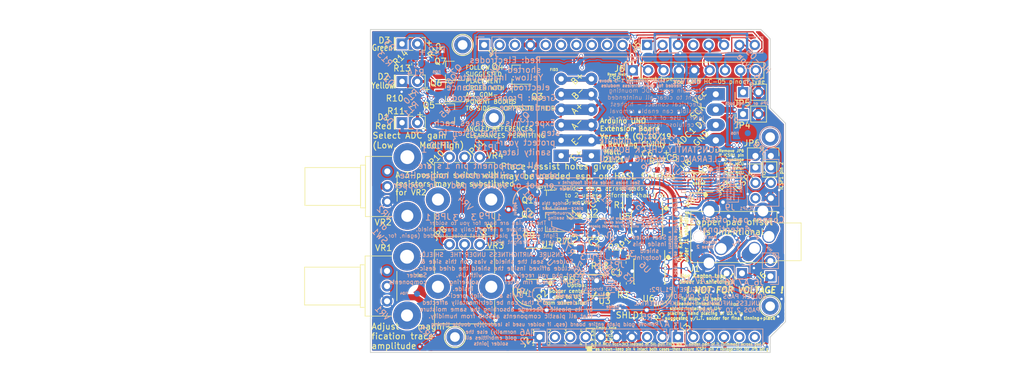
<source format=kicad_pcb>
(kicad_pcb (version 20171130) (host pcbnew 5.1.4-e60b266~84~ubuntu16.04.1)
  (layers (0 F.Cu signal) (31 B.Cu signal) (34 B.Paste user) (35 F.Paste user) (36 B.SilkS user) (37 F.SilkS user) (38 B.Mask user) (39 F.Mask user) (44 Edge.Cuts user))
  (net 0 "")
  (net 1 /A1)
  (net 2 GNDA)
  (net 3 GNDD)
  (net 4 /2)
  (net 5 +5V)
  (net 6 "/3(**)")
  (net 7 "Net-(D1-Pad1)")
  (net 8 "Net-(D1-Pad2)")
  (net 9 "Net-(D2-Pad1)")
  (net 10 "Net-(D3-Pad1)")
  (net 11 "Net-(D3-Pad2)")
  (net 12 "/MOSI(1)")
  (net 13 "/SCK(1)")
  (net 14 /A3)
  (net 15 /A2)
  (net 16 "/5(**)")
  (net 17 "/6(**)")
  (net 18 /7)
  (net 19 "Net-(JP1-Pad2)")
  (net 20 "Net-(C1-Pad1)")
  (net 21 "Net-(C2-Pad1)")
  (net 22 "Net-(Q1-Pad2)")
  (net 23 "Net-(Q1-Pad1)")
  (net 24 "Net-(Q2-Pad1)")
  (net 25 "Net-(C1-Pad2)")
  (net 26 "Net-(Q3-Pad3)")
  (net 27 "Net-(R3-Pad2)")
  (net 28 "Net-(U5-Pad1)")
  (net 29 /1st_stage_guard_trace)
  (net 30 "Net-(C2-Pad2)")
  (net 31 "Net-(R6-Pad1)")
  (net 32 /2nd_stage_guard_trace)
  (net 33 /3rd_stage_guard_trace)
  (net 34 /A6)
  (net 35 /A7)
  (net 36 "Net-(ADC1-PadEplus_dup)")
  (net 37 "Net-(ADC1-PadEplus)")
  (net 38 /Rx)
  (net 39 /Tx)
  (net 40 "Net-(ICSP1-Pad2)")
  (net 41 "Net-(Q3-Pad1)")
  (net 42 "Net-(Q7-Pad1)")
  (net 43 /A0)
  (net 44 "Net-(JP8-Pad2)")
  (net 45 "Net-(JP9-Pad2)")
  (net 46 "Net-(JP10-Pad2)")
  (net 47 "Net-(JP11-Pad2)")
  (net 48 "Net-(J6-Pad8)")
  (net 49 "Net-(J6-Pad3)")
  (net 50 /8)
  (net 51 "Net-(C7-Pad1)")
  (net 52 /U8-Pad8)
  (net 53 /U8-Pad7)
  (net 54 /U8-Pad5)
  (net 55 /U8-Pad6)
  (net 56 "Net-(Q2-Pad2)")
  (net 57 "Net-(ICSP1-Pad5)")
  (net 58 "Net-(ICSP1-Pad1)")
  (net 59 "Net-(J1-PadR)")
  (net 60 "Net-(J1-PadTN)")
  (net 61 "Net-(J2-Pad2)")
  (net 62 "Net-(J2-Pad3)")
  (net 63 "Net-(J2-Pad4)")
  (net 64 "Net-(J2-Pad8)")
  (net 65 "Net-(J3-Pad6)")
  (net 66 "Net-(J3-Pad5)")
  (net 67 "Net-(J4-Pad9)")
  (net 68 "Net-(J4-Pad8)")
  (net 69 "Net-(J4-Pad7)")
  (net 70 "Net-(J4-Pad6)")
  (net 71 "Net-(J4-Pad5)")
  (net 72 "Net-(J4-Pad3)")
  (net 73 "Net-(J4-Pad2)")
  (net 74 "Net-(J4-Pad1)")
  (net 75 "Net-(J5-Pad4)")
  (net 76 "Net-(J6-Pad9)")
  (net 77 "Net-(JP8-Pad3)")
  (net 78 "Net-(JP9-Pad3)")
  (net 79 "Net-(JP10-Pad3)")
  (net 80 "Net-(JP11-Pad3)")
  (net 81 "Net-(P1-Pad1)")
  (net 82 "Net-(P2-Pad1)")
  (net 83 "Net-(P3-Pad1)")
  (net 84 "Net-(P4-Pad1)")
  (net 85 "Net-(U3-Pad3)")
  (net 86 "Net-(U4-Pad6)")
  (net 87 "Net-(U7-Pad9)")
  (net 88 "Net-(U8-Pad9)")
  (module TestPoint:TestPoint_Keystone_5010-5014_Multipurpose (layer F.Cu) (at 129.76352 94.08414)
    (fp_text reference REF** hide)
    (fp_text value TestPoint_Keystone_5010-5014_Multipurpose)
    (pad 1 thru_hole circle (at 0 0) (size 2.8 2.8) (drill 1.6) (layers *.Cu *.Mask))
  )
  (module multipackage:Jack_3.5mm_CUI_SJ1-3534NS_Horizontal_CircularHoles (layer F.Cu) (at 175.21 113.67 270)
    (fp_text reference J1 (at 5.34 12.24 180) (layer F.SilkS))
    (fp_text value Conn_3.5mm)
    (pad G thru_hole oval (at 4.39 9.9 160) (size 2.799999 2.799999) (drill 1.8 (offset 0.4 0)) (layers *.Cu *.Mask) (net 3 GNDD))
    (pad G thru_hole oval (at -4.19 9.9 45) (size 2.799999 2.799999) (drill 1.8 (offset 0.4 0)) (layers *.Cu *.Mask) (net 3 GNDD))
    (pad G thru_hole circle (at -4.19 1 270) (size 2.799999 2.799999) (drill 1.8) (layers *.Cu *.Mask) (net 3 GNDD))
    (pad R thru_hole oval (at 2 7.9 225) (size 3.6 2.2) (drill 1.8 (offset -0.7 0)) (layers *.Cu *.Mask) (net 59 "Net-(J1-PadR)"))
    (pad T thru_hole oval (at 2 2.4 225) (size 3.6 2.2) (drill 1.8 (offset 0.7 0)) (layers *.Cu *.Mask) (net 20 "Net-(C1-Pad1)"))
    (pad S thru_hole oval (at 0 0 245) (size 3.6 2.2) (drill 1.8 (offset -0.7 0)) (layers *.Cu *.Mask) (net 2 GNDA))
    (pad TN thru_hole circle (at 0 11.6 270) (size 1.81 1.81) (drill 1.8) (layers *.Cu *.Mask) (net 60 "Net-(J1-PadTN)"))
  )
  (module Jumper:SolderJumper-3_P1.3mm_Bridged12_RoundedPad1.0x1.5mm_NumberLabels (layer B.Cu) (at 138.21 123.16)
    (fp_text reference JP2 (at 0 1.8) (layer B.SilkS) (effects (justify mirror)))
    (fp_text value C2_bias_reducer)
    (fp_poly (pts (xy -0.9 0.3) (xy -0.4 0.3) (xy -0.4 -0.3) (xy -0.9 -0.3)) (layer B.Cu) (width 0))
    (fp_text user 1 (at -2.6 0) (layer B.SilkS) (effects (justify mirror)))
    (fp_text user 3 (at 2.6 0) (layer B.SilkS) (effects (justify mirror)))
    (pad 1 smd custom (at -1.3 0) (size 1 0.5) (layers B.Cu B.Mask) (net 2 GNDA) (options (clearance outline) (anchor rect)) (primitives (gr_poly (pts (xy 0.55 0.75) (xy 0 0.75) (xy 0 -0.75) (xy 0.55 -0.75)) (width 0)) (gr_circle (center 0 -0.25) (end 0.5 -0.25) (width 0)) (gr_circle (center 0 0.25) (end 0.5 0.25) (width 0))))
    (pad 2 smd rect (at 0 0) (size 1 1.5) (layers B.Cu B.Mask) (net 30 "Net-(C2-Pad2)"))
    (pad 3 smd custom (at 1.3 0) (size 1 0.5) (layers B.Cu B.Mask) (net 29 /1st_stage_guard_trace) (options (clearance outline) (anchor rect)) (primitives (gr_circle (center 0 -0.25) (end 0.5 -0.25) (width 0)) (gr_circle (center 0 0.25) (end 0.5 0.25) (width 0)) (gr_poly (pts (xy -0.55 0.75) (xy 0 0.75) (xy 0 -0.75) (xy -0.55 -0.75)) (width 0))))
  )
  (module Jumper:SolderJumper-3_P1.3mm_Bridged12_RoundedPad1.0x1.5mm_NumberLabels (layer B.Cu) (at 150.01 116.56)
    (fp_text reference JP1 (at 0 1.8) (layer B.SilkS) (effects (justify mirror)))
    (fp_text value C1_leak_mitigator)
    (fp_poly (pts (xy -0.9 0.3) (xy -0.4 0.3) (xy -0.4 -0.3) (xy -0.9 -0.3)) (layer B.Cu) (width 0))
    (fp_text user 1 (at -2.6 0) (layer B.SilkS) (effects (justify mirror)))
    (fp_text user 3 (at 2.6 0) (layer B.SilkS) (effects (justify mirror)))
    (pad 1 smd custom (at -1.3 0) (size 1 0.5) (layers B.Cu B.Mask) (net 2 GNDA) (options (clearance outline) (anchor rect)) (primitives (gr_poly (pts (xy 0.55 0.75) (xy 0 0.75) (xy 0 -0.75) (xy 0.55 -0.75)) (width 0)) (gr_circle (center 0 -0.25) (end 0.5 -0.25) (width 0)) (gr_circle (center 0 0.25) (end 0.5 0.25) (width 0))))
    (pad 2 smd rect (at 0 0) (size 1 1.5) (layers B.Cu B.Mask) (net 19 "Net-(JP1-Pad2)"))
    (pad 3 smd custom (at 1.3 0) (size 1 0.5) (layers B.Cu B.Mask) (net 29 /1st_stage_guard_trace) (options (clearance outline) (anchor rect)) (primitives (gr_circle (center 0 -0.25) (end 0.5 -0.25) (width 0)) (gr_circle (center 0 0.25) (end 0.5 0.25) (width 0)) (gr_poly (pts (xy -0.55 0.75) (xy 0 0.75) (xy 0 -0.75) (xy -0.55 -0.75)) (width 0))))
  )
  (module multipackage:Masach_Tech_MS26320_26x19.50mm (layer F.Cu) (at 146.11 115.23)
    (fp_text reference SHLD1 (at 6.18 11.46) (layer F.SilkS))
    (fp_text value Device_RF_Shield_Two_Pieces_but_use_only_TOP)
    (pad 1 smd custom (at -0.5 10.35) (size 21.5 0.7) (layers F.Cu F.Mask) (net 3 GNDD) (options (clearance outline) (anchor rect)) (primitives (gr_arc (start 10.73 -3.38) (end 10.77 0) (angle -89.6) (width 0.7)) (gr_arc (start -10.7 -2.95) (end -10.69 -0.3) (angle 90) (width 1.3))))
    (pad 1 smd custom (at -0.5 -10.35) (size 21.5 0.7) (layers F.Cu F.Mask) (net 3 GNDD) (options (clearance outline) (anchor rect)) (primitives (gr_arc (start 10.74 3.36) (end 10.67 -0.01) (angle 90.6) (width 0.7)) (gr_arc (start -10.7 2.95) (end -13.38 2.97) (angle 90) (width 1.3))))
    (pad 1 smd custom (at -13.8 0 90) (size 15 1.1) (layers F.Cu F.Mask) (net 3 GNDD) (options (clearance outline) (anchor rect)) (primitives))
    (pad 1 smd custom (at 13.6 0 90) (size 14 0.7) (layers F.Cu F.Mask) (net 3 GNDD) (options (clearance outline) (anchor rect)) (primitives))
  )
  (module multipackage:TE_1-2328702-0 (layer B.Cu) (at 170.11904 102.2604 90)
    (fp_text reference J9 (at -6.61162 -1.34366 unlocked) (layer B.SilkS) (effects (justify mirror)))
    (fp_text value TE_1-2328702-0 hide)
    (pad S2 smd rect (at -5.5 -2.5 90) (size 0.4 0.8) (layers B.Cu B.Paste B.Mask) (net 3 GNDD))
    (pad S1 smd rect (at 1 -2.5 90) (size 0.4 0.8) (layers B.Cu B.Paste B.Mask) (net 3 GNDD))
    (pad 10 smd rect (at -4.5 0 90) (size 0.3 0.8) (layers B.Cu B.Paste B.Mask) (net 55 /U8-Pad6))
    (pad 9 smd rect (at -4 0 90) (size 0.3 0.8) (layers B.Cu B.Paste B.Mask) (net 53 /U8-Pad7))
    (pad 8 smd rect (at -3.5 0 90) (size 0.3 0.8) (layers B.Cu B.Paste B.Mask) (net 52 /U8-Pad8))
    (pad 7 smd rect (at -3 0 90) (size 0.3 0.8) (layers B.Cu B.Paste B.Mask) (net 54 /U8-Pad5))
    (pad 6 smd rect (at -2.5 0 90) (size 0.3 0.8) (layers B.Cu B.Paste B.Mask) (net 29 /1st_stage_guard_trace))
    (pad 5 smd rect (at -2 0 90) (size 0.3 0.8) (layers B.Cu B.Paste B.Mask) (net 5 +5V))
    (pad 4 smd rect (at -1.5 0 90) (size 0.3 0.8) (layers B.Cu B.Paste B.Mask) (net 3 GNDD))
    (pad 3 smd rect (at -1 0 90) (size 0.3 0.8) (layers B.Cu B.Paste B.Mask) (net 12 "/MOSI(1)"))
    (pad 2 smd rect (at -0.5 0 90) (size 0.3 0.8) (layers B.Cu B.Paste B.Mask) (net 13 "/SCK(1)"))
    (pad 1 smd rect (at 0 0 90) (size 0.3 0.8) (layers B.Cu B.Paste B.Mask) (net 50 /8))
  )
  (module Resistor_SMD:R_0603_1608Metric (layer F.Cu) (at 147.23364 117.12448 180)
    (fp_text reference R18 (at 0 -1.43) (layer F.SilkS))
    (fp_text value "21 KΩ")
    (pad 2 smd roundrect (at 0.7875 0 180) (size 0.875 0.95) (layers F.Cu F.Paste F.Mask) (net 51 "Net-(C7-Pad1)"))
    (pad 1 smd roundrect (at -0.7875 0 180) (size 0.875 0.95) (layers F.Cu F.Paste F.Mask) (net 21 "Net-(C2-Pad1)"))
  )
  (module Capacitor_SMD:C_0603_1608Metric_Pad1.05x0.95mm_HandSolder (layer F.Cu) (at 143.62176 118.34114 90)
    (fp_text reference C7 (at -2.06248 0.16764 180) (layer F.SilkS))
    (fp_text value 1uF)
    (pad 2 smd roundrect (at 0.875 0 90) (size 1.05 0.95) (layers F.Cu F.Paste F.Mask) (net 2 GNDA))
    (pad 1 smd roundrect (at -0.875 0 90) (size 1.05 0.95) (layers F.Cu F.Paste F.Mask) (net 51 "Net-(C7-Pad1)"))
  )
  (module Package_TO_SOT_SMD:SOT-23 (layer B.Cu) (at 144.637 113.11886)
    (fp_text reference U1 (at -2.84912 1.32084) (layer B.SilkS) (effects (justify mirror)))
    (fp_text value "3V LDO")
    (pad 3 smd rect (at 1 0) (size 0.9 0.8) (layers B.Cu B.Paste B.Mask) (net 5 +5V))
    (pad 2 smd rect (at -1 -0.95) (size 0.9 0.8) (layers B.Cu B.Paste B.Mask) (net 51 "Net-(C7-Pad1)"))
    (pad 1 smd rect (at -1 0.95) (size 0.9 0.8) (layers B.Cu B.Paste B.Mask) (net 2 GNDA))
  )
  (module Resistor_SMD:R_0603_1608Metric (layer F.Cu) (at 157.56 102.69 180)
    (fp_text reference R17 (at 0.7531 1.43798) (layer F.SilkS))
    (fp_text value "15 KΩ")
    (pad 2 smd roundrect (at 0.7875 0 180) (size 0.875 0.95) (layers F.Cu F.Paste F.Mask) (net 22 "Net-(Q1-Pad2)"))
    (pad 1 smd roundrect (at -0.7875 0 180) (size 0.875 0.95) (layers F.Cu F.Paste F.Mask) (net 53 /U8-Pad7))
  )
  (module multipackage:PinHeader_1x02_P2.54mm_Vertical (layer F.Cu) (at 170.93 93.47 90)
    (fp_text reference JP4 (at -1.8562 -0.115 180) (layer F.SilkS))
    (fp_text value HC-05_EN/KEY)
    (pad 1 thru_hole rect (at 0 0 90) (size 1.7 1.7) (drill 1) (layers *.Cu *.Mask) (net 49 "Net-(J6-Pad3)"))
    (pad 2 thru_hole oval (at 0 2.54 90) (size 1.7 1.7) (drill 1) (layers *.Cu *.Mask) (net 3 GNDD))
  )
  (module Connector_PinSocket_2.54mm:PinSocket_1x02_P2.54mm_Vertical (layer B.Cu) (at 175.45 120.27)
    (fp_text reference J6_A7,A6 (at -4.3302 0.9896) (layer B.SilkS) (effects (justify mirror)))
    (fp_text value Conn_01x02_gender_unknown)
    (pad 2 thru_hole oval (at 0 -2.54) (size 1.7 1.7) (drill 1) (layers *.Cu *.Mask) (net 35 /A7))
    (pad 1 thru_hole rect (at 0 0) (size 1.7 1.7) (drill 1) (layers *.Cu *.Mask) (net 34 /A6))
  )
  (module Connector_PinSocket_2.54mm:PinSocket_1x02_P2.54mm_Vertical (layer B.Cu) (at 170.75658 119.76354 90)
    (fp_text reference J7_A7,A6 (at -1.16654 -6.86778 180) (layer B.SilkS) (effects (justify mirror)))
    (fp_text value Conn_01x02_Female)
    (pad 2 thru_hole oval (at 0 -2.54 90) (size 1.7 1.7) (drill 1) (layers *.Cu *.Mask) (net 34 /A6))
    (pad 1 thru_hole rect (at 0 0 90) (size 1.7 1.7) (drill 1) (layers *.Cu *.Mask) (net 35 /A7))
  )
  (module multipackage:PinHeader_1x02_P2.54mm_Vertical (layer F.Cu) (at 175.52 100.38 270)
    (fp_text reference JP6 (at -2.10994 3.13274 180) (layer F.SilkS))
    (fp_text value "Remove JP6 if MCU is 3V3 but MCU board sends 5V up this pin 2")
    (pad 1 thru_hole rect (at 0 0 270) (size 1.7 1.7) (drill 1) (layers *.Cu *.Mask) (net 40 "Net-(ICSP1-Pad2)"))
    (pad 2 thru_hole oval (at 0 2.54 270) (size 1.7 1.7) (drill 1) (layers *.Cu *.Mask) (net 5 +5V))
  )
  (module multipackage:NetTie-2_HX711_THT_Pad1.0mm (layer F.Cu) (at 143.376 87.65 180)
    (fp_text reference NT2)
    (fp_text value Net-Tie_2)
    (fp_poly (pts (xy -2.05 -0.47) (xy 1.99 -0.47) (xy 2.03 0.33) (xy -2.01 0.33)) (layer F.Cu) (width 0))
    (fp_poly (pts (xy -2 -0.47) (xy 2.04 -0.47) (xy 2.03 0.35) (xy -2.01 0.35)) (layer B.Cu) (width 0))
    (pad 1 thru_hole circle (at -2.5 0 180) (size 2.032 2.032) (drill 0.8) (layers *.Cu) (net 43 /A0))
    (pad 2 thru_hole circle (at 2.5 0 180) (size 2.032 2.032) (drill 0.8) (layers *.Cu) (net 43 /A0))
  )
  (module Connector_PinSocket_2.54mm:PinSocket_1x09_P2.54mm_Vertical (layer F.Cu) (at 152.71496 86.23808 90)
    (fp_text reference J6 (at 0.25908 -2.17932 180) (layer F.SilkS))
    (fp_text value Conn_01x09_Female)
    (pad 9 thru_hole oval (at 0 20.32 90) (size 1.7 1.7) (drill 1) (layers *.Cu *.Mask) (net 76 "Net-(J6-Pad9)"))
    (pad 8 thru_hole oval (at 0 17.78 90) (size 1.7 1.7) (drill 1) (layers *.Cu *.Mask) (net 48 "Net-(J6-Pad8)"))
    (pad 7 thru_hole oval (at 0 15.24 90) (size 1.7 1.7) (drill 1) (layers *.Cu *.Mask) (net 39 /Tx))
    (pad 6 thru_hole oval (at 0 12.7 90) (size 1.7 1.7) (drill 1) (layers *.Cu *.Mask) (net 38 /Rx))
    (pad 5 thru_hole oval (at 0 10.16 90) (size 1.7 1.7) (drill 1) (layers *.Cu *.Mask) (net 3 GNDD))
    (pad 4 thru_hole oval (at 0 7.62 90) (size 1.7 1.7) (drill 1) (layers *.Cu *.Mask) (net 5 +5V))
    (pad 3 thru_hole oval (at 0 5.08 90) (size 1.7 1.7) (drill 1) (layers *.Cu *.Mask) (net 49 "Net-(J6-Pad3)"))
    (pad 2 thru_hole oval (at 0 2.54 90) (size 1.7 1.7) (drill 1) (layers *.Cu *.Mask) (net 39 /Tx))
    (pad 1 thru_hole rect (at 0 0 90) (size 1.7 1.7) (drill 1) (layers *.Cu *.Mask) (net 38 /Rx))
  )
  (module multipackage:NetTie-2_HX711_THT_Pad1.0mm (layer F.Cu) (at 143.376 100.35 180)
    (fp_text reference NT6)
    (fp_text value Net-Tie_2)
    (fp_poly (pts (xy -2.01 -0.26) (xy 2.03 -0.26) (xy 2.03 0.2) (xy -2.01 0.2)) (layer F.Cu) (width 0))
    (fp_poly (pts (xy -2.04 -0.22) (xy 2 -0.22) (xy 2.02 0.18) (xy -2.02 0.18)) (layer B.Cu) (width 0))
    (pad 1 thru_hole circle (at -2.5 0 180) (size 2.032 2.032) (drill 0.8) (layers *.Cu) (net 37 "Net-(ADC1-PadEplus)"))
    (pad 2 thru_hole circle (at 2.5 0 180) (size 2.032 2.032) (drill 0.8) (layers *.Cu) (net 36 "Net-(ADC1-PadEplus_dup)"))
  )
  (module Jumper:SolderJumper-3_P1.3mm_Bridged12_Pad1.0x1.5mm_NumberLabels (layer B.Cu) (at 120.98 113.08)
    (fp_text reference JP8 (at 0.33548 -2.65096) (layer B.SilkS) (effects (justify mirror)))
    (fp_text value SolderJumper_3_Bridged12)
    (fp_poly (pts (xy -0.9 0.3) (xy -0.4 0.3) (xy -0.4 -0.3) (xy -0.9 -0.3)) (layer B.Cu) (width 0))
    (fp_text user 1 (at -2.09 -2.54) (layer B.SilkS) (effects (justify mirror)))
    (fp_text user 3 (at 2.46 -2.47) (layer B.SilkS) (effects (justify mirror)))
    (pad 2 smd rect (at 0 0) (size 1 1.5) (layers B.Cu) (net 44 "Net-(JP8-Pad2)"))
    (pad 3 smd rect (at 1.3 0) (size 1 1.5) (layers B.Cu) (net 77 "Net-(JP8-Pad3)"))
    (pad 1 smd rect (at -1.3 0) (size 1 1.5) (layers B.Cu) (net 5 +5V))
  )
  (module Jumper:SolderJumper-3_P1.3mm_Bridged12_Pad1.0x1.5mm_NumberLabels (layer B.Cu) (at 128.72 113.12 180)
    (fp_text reference JP9 (at 0.1 2.84) (layer B.SilkS) (effects (justify mirror)))
    (fp_text value SolderJumper_3_Bridged12)
    (fp_poly (pts (xy -0.9 0.3) (xy -0.4 0.3) (xy -0.4 -0.3) (xy -0.9 -0.3)) (layer B.Cu) (width 0))
    (fp_text user 1 (at -1.88 2.61) (layer B.SilkS) (effects (justify mirror)))
    (fp_text user 3 (at 2.28 2.61) (layer B.SilkS) (effects (justify mirror)))
    (pad 2 smd rect (at 0 0 180) (size 1 1.5) (layers B.Cu) (net 45 "Net-(JP9-Pad2)"))
    (pad 3 smd rect (at 1.3 0 180) (size 1 1.5) (layers B.Cu) (net 78 "Net-(JP9-Pad3)"))
    (pad 1 smd rect (at -1.3 0 180) (size 1 1.5) (layers B.Cu) (net 3 GNDD))
  )
  (module Jumper:SolderJumper-3_P1.3mm_Bridged12_Pad1.0x1.5mm_NumberLabels (layer B.Cu) (at 120.84 98.71)
    (fp_text reference JP10 (at 0.09448 -0.031) (layer B.SilkS) (effects (justify mirror)))
    (fp_text value SolderJumper_3_Bridged12)
    (fp_poly (pts (xy -0.9 0.3) (xy -0.4 0.3) (xy -0.4 -0.3) (xy -0.9 -0.3)) (layer B.Cu) (width 0))
    (fp_text user 1 (at -2.58 0.61) (layer B.SilkS) (effects (justify mirror)))
    (fp_text user 3 (at 2.55828 -1.01144) (layer B.SilkS) (effects (justify mirror)))
    (pad 2 smd rect (at 0 0) (size 1 1.5) (layers B.Cu) (net 46 "Net-(JP10-Pad2)"))
    (pad 3 smd rect (at 1.3 0) (size 1 1.5) (layers B.Cu) (net 79 "Net-(JP10-Pad3)"))
    (pad 1 smd rect (at -1.3 0) (size 1 1.5) (layers B.Cu) (net 5 +5V))
  )
  (module Jumper:SolderJumper-3_P1.3mm_Bridged12_Pad1.0x1.5mm_NumberLabels (layer B.Cu) (at 128.65 98.67 180)
    (fp_text reference JP11 (at -0.03656 -0.3519) (layer B.SilkS) (effects (justify mirror)))
    (fp_text value SolderJumper_3_Bridged12)
    (fp_poly (pts (xy -0.9 0.3) (xy -0.4 0.3) (xy -0.4 -0.3) (xy -0.9 -0.3)) (layer B.Cu) (width 0))
    (fp_text user 1 (at -1.80186 0.86984) (layer B.SilkS) (effects (justify mirror)))
    (fp_text user 3 (at 1.65 0.97144) (layer B.SilkS) (effects (justify mirror)))
    (pad 2 smd rect (at 0 0 180) (size 1 1.5) (layers B.Cu) (net 47 "Net-(JP11-Pad2)"))
    (pad 3 smd rect (at 1.3 0 180) (size 1 1.5) (layers B.Cu) (net 80 "Net-(JP11-Pad3)"))
    (pad 1 smd rect (at -1.3 0 180) (size 1 1.5) (layers B.Cu) (net 3 GNDD))
  )
  (module "HX711:HX711 module" (layer B.Cu) (at 153.93 94 90)
    (fp_text reference ADC1 (at -2.4184 1.37576) (layer B.SilkS) (effects (justify mirror)))
    (fp_text value "HX711 module" (at -3.8 -1.28) (layer B.SilkS) (effects (justify mirror)))
    (pad Bplus thru_hole circle (at 6.35 -8.054 90) (size 2.032 2.032) (drill 0.9) (layers *.Cu *.Mask) (net 43 /A0))
    (pad Aminus_dup thru_hole circle (at -1.27 -13.054 90) (size 2.032 2.032) (drill 0.9) (layers *.Cu *.Mask) (net 1 /A1))
    (pad Bminus thru_hole circle (at 3.81 -8.054 90) (size 2.032 2.032) (drill 0.9) (layers *.Cu *.Mask) (net 1 /A1))
    (pad Aplus thru_hole circle (at 1.27 -8.054 90) (size 2.032 2.032) (drill 0.9) (layers *.Cu *.Mask) (net 43 /A0))
    (pad Aminus thru_hole circle (at -1.27 -8.054 90) (size 2.032 2.032) (drill 0.9) (layers *.Cu *.Mask) (net 1 /A1))
    (pad GNDA thru_hole circle (at -3.81 -8.054 90) (size 2.032 2.032) (drill 0.9) (layers *.Cu *.Mask) (net 2 GNDA))
    (pad Eplus thru_hole rect (at -6.35 -8.054 90) (size 2.032 3) (drill 0.9) (layers *.Cu *.Mask) (net 37 "Net-(ADC1-PadEplus)"))
    (pad Eplus_dup thru_hole rect (at -6.35 -13.054 90) (size 2.032 2.54) (drill 0.9) (layers *.Cu *.Mask) (net 36 "Net-(ADC1-PadEplus_dup)"))
    (pad GNDA_dup thru_hole circle (at -3.81 -13.054 90) (size 2.032 2.032) (drill 0.9) (layers *.Cu *.Mask) (net 2 GNDA))
    (pad Bplus_dup thru_hole circle (at 6.35 -13.054 90) (size 2.032 2.032) (drill 0.9) (layers *.Cu *.Mask) (net 43 /A0))
    (pad Bminus_dup thru_hole circle (at 3.81 -13.054 90) (size 2.032 2.032) (drill 0.9) (layers *.Cu *.Mask) (net 1 /A1))
    (pad Aplus_dup thru_hole circle (at 1.27 -13.054 90) (size 2.032 2.032) (drill 0.9) (layers *.Cu *.Mask) (net 43 /A0))
    (pad GND thru_hole oval (at -3.81 12.5 90) (size 2.032 3) (drill 1) (layers *.Cu *.Mask) (net 3 GNDD))
    (pad DT thru_hole oval (at -1.27 12.5 90) (size 2.032 3) (drill 1) (layers *.Cu *.Mask) (net 4 /2))
    (pad VCC thru_hole custom (at 3.81 12.5 90) (size 2.032 3) (drill 1) (layers *.Cu *.Mask) (net 5 +5V) (options (clearance outline) (anchor rect)) (primitives (gr_arc (start 0 0.4) (end -0.7 0.4) (angle -180) (width 0.7)) (gr_arc (start 0 -0.4) (end 0.7 -0.4) (angle -180) (width 0.7))))
    (pad SCK thru_hole oval (at 1.27 12.5 90) (size 2.032 3) (drill 1) (layers *.Cu *.Mask) (net 6 "/3(**)"))
  )
  (module multipackage:Potentiometer_Bourns_PTV09A-2_Single_Horizontal (layer F.Cu) (at 112.17 105.43 180)
    (fp_text reference VR2 (at 0.7 -5.92) (layer F.SilkS))
    (fp_text value "200 KΩ")
    (pad 3 thru_hole circle (at 0 -2.5 180) (size 1.8 1.8) (drill 1) (layers *.Cu *.Mask) (net 5 +5V))
    (pad 2 thru_hole circle (at 0 0 180) (size 1.8 1.8) (drill 1) (layers *.Cu *.Mask) (net 14 /A3))
    (pad 1 thru_hole circle (at 0 2.5 180) (size 1.8 1.8) (drill 1) (layers *.Cu *.Mask) (net 3 GNDD))
    (pad "" thru_hole circle (at -3.3 -4.85 180) (size 4.600001 4.600001) (drill 2) (layers *.Cu *.Mask))
    (pad "" thru_hole circle (at -3.3 4.85 180) (size 4.6 4.6) (drill 2.3) (layers *.Cu *.Mask))
  )
  (module Fiducial:Fiducial_1mm_Mask3mm (layer B.Cu) (at 171.71 96.61)
    (fp_text reference FID6 (at -2.12436 0.04208) (layer B.SilkS) (effects (font (size 0.4 0.4) (thickness 0.1)) (justify mirror)))
    (fp_text value "Back Fiducial")
    (pad "" smd circle (at 0 0) (size 1 1) (layers B.Cu B.Mask) (clearance 1))
  )
  (module Fiducial:Fiducial_1mm_Mask3mm (layer B.Cu) (at 120.47 88.28)
    (fp_text reference FID5 (at -0.16036 -1.77776) (layer B.SilkS) (effects (font (size 0.4 0.4) (thickness 0.1)) (justify mirror)))
    (fp_text value "Back Fiducial")
    (pad "" smd circle (at 0 0) (size 1 1) (layers B.Cu B.Mask) (clearance 1))
  )
  (module Fiducial:Fiducial_1mm_Mask3mm (layer B.Cu) (at 117.08 123.15)
    (fp_text reference FID4 (at -2.15008 -0.05144) (layer B.SilkS) (effects (font (size 0.4 0.4) (thickness 0.1)) (justify mirror)))
    (fp_text value "Back Fiducial")
    (pad "" smd circle (at 0 0) (size 1 1) (layers B.Cu B.Mask) (clearance 1))
  )
  (module Fiducial:Fiducial_1mm_Mask3mm (layer F.Cu) (at 137.96264 87.35314)
    (fp_text reference FID3 (at 1.72974 -1.2192) (layer F.SilkS) (effects (font (size 0.4 0.4) (thickness 0.1))))
    (fp_text value "Front Fiducial")
    (pad "" smd circle (at 0 0) (size 1 1) (layers F.Cu F.Mask) (clearance 1))
  )
  (module Fiducial:Fiducial_1mm_Mask3mm (layer F.Cu) (at 171.73 124.89)
    (fp_text reference FID2 (at -2.22056 0.04244) (layer F.SilkS) (effects (font (size 0.4 0.4) (thickness 0.1))))
    (fp_text value "Front Fiducial")
    (pad "" smd circle (at 0 0) (size 1 1) (layers F.Cu F.Mask) (clearance 1))
  )
  (module Fiducial:Fiducial_1mm_Mask3mm (layer F.Cu) (at 115.83 121.51)
    (fp_text reference FID1 (at 1.62976 -1.34768) (layer F.SilkS) (effects (font (size 0.4 0.4) (thickness 0.1))))
    (fp_text value "Front Fiducial")
    (pad "" smd circle (at 0 0) (size 1 1) (layers F.Cu F.Mask) (clearance 1))
  )
  (module multipackage:MSOP-10_3x3mm_P0.5mm (layer F.Cu) (at 146.07 112.15)
    (fp_text reference U2 (at -0.03778 -2.43724) (layer F.SilkS))
    (fp_text value AD8244ARMZ)
    (pad "" np_thru_hole circle (at 1.4 1.832) (size 0.854 0.854) (drill 0.6) (layers *.Cu *.Mask) (clearance 0.00001))
    (pad "" np_thru_hole circle (at -1.4 -1.832) (size 0.854 0.854) (drill 0.6) (layers *.Cu *.Mask) (clearance 0.00001))
    (pad "" np_thru_hole circle (at 1.4 -1.832) (size 0.854 0.854) (drill 0.6) (layers *.Cu *.Mask) (clearance 0.00001))
    (pad 1 smd rect (at -2.2 -1) (size 1.4 0.3) (layers F.Cu F.Paste F.Mask) (net 24 "Net-(Q2-Pad1)"))
    (pad 2 smd rect (at -2.2 -0.5) (size 1.4 0.3) (layers F.Cu F.Paste F.Mask) (net 33 /3rd_stage_guard_trace))
    (pad 3 smd rect (at -2.2 0) (size 1.4 0.3) (layers F.Cu F.Paste F.Mask) (net 5 +5V))
    (pad 4 smd rect (at -2.2 0.5) (size 1.4 0.3) (layers F.Cu F.Paste F.Mask) (net 43 /A0))
    (pad 5 smd rect (at -2.2 1) (size 1.4 0.3) (layers F.Cu F.Paste F.Mask) (net 24 "Net-(Q2-Pad1)"))
    (pad 6 smd rect (at 2.2 1) (size 1.4 0.3) (layers F.Cu F.Paste F.Mask) (net 21 "Net-(C2-Pad1)"))
    (pad 7 smd rect (at 2.2 0.5) (size 1.4 0.3) (layers F.Cu F.Paste F.Mask) (net 29 /1st_stage_guard_trace))
    (pad 8 smd rect (at 2.2 0) (size 1.4 0.3) (layers F.Cu F.Paste F.Mask) (net 2 GNDA))
    (pad 9 smd rect (at 2.2 -0.5) (size 1.4 0.3) (layers F.Cu F.Paste F.Mask) (net 1 /A1))
    (pad 10 smd rect (at 2.2 -1) (size 1.4 0.3) (layers F.Cu F.Paste F.Mask) (net 31 "Net-(R6-Pad1)"))
  )
  (module Connector_PinHeader_2.54mm:PinHeader_1x06_P2.54mm_Vertical (layer B.Cu) (at 160.17 130.3 270)
    (fp_text reference J3 (at -1.8 -0.11) (layer B.SilkS) (effects (justify mirror)))
    (fp_text value Analog)
    (pad 6 thru_hole oval (at 0 -12.7 270) (size 1.7 1.7) (drill 1) (layers *.Cu *.Mask) (net 65 "Net-(J3-Pad6)"))
    (pad 5 thru_hole oval (at 0 -10.16 270) (size 1.7 1.7) (drill 1) (layers *.Cu *.Mask) (net 66 "Net-(J3-Pad5)"))
    (pad 4 thru_hole oval (at 0 -7.62 270) (size 1.7 1.7) (drill 1) (layers *.Cu *.Mask) (net 14 /A3))
    (pad 3 thru_hole oval (at 0 -5.08 270) (size 1.7 1.7) (drill 1) (layers *.Cu *.Mask) (net 15 /A2))
    (pad 2 thru_hole oval (at 0 -2.54 270) (size 1.7 1.7) (drill 1) (layers *.Cu *.Mask) (net 1 /A1))
    (pad 1 thru_hole rect (at 0 0 270) (size 1.7 1.7) (drill 1) (layers *.Cu *.Mask) (net 43 /A0))
  )
  (module multipackage:ADL5315ACPZ-R7 (layer F.Cu) (at 146.69 121.715 180)
    (fp_text reference U3 (at -1.37 -2.615 180) (layer F.SilkS))
    (fp_text value ADL5315ACPZ-R7)
    (pad 9 smd rect (at 0 0 180) (size 0.6096 1.8796) (layers F.Cu F.Mask) (net 2 GNDA))
    (pad 8 smd rect (at 1.0033 -0.75 180) (size 0.8636 0.3) (layers F.Cu F.Paste F.Mask) (net 23 "Net-(Q1-Pad1)"))
    (pad 7 smd rect (at 1.04 -0.25 180) (size 0.8636 0.3) (layers F.Cu F.Paste F.Mask) (net 32 /2nd_stage_guard_trace))
    (pad 6 smd rect (at 1.04 0.25 180) (size 0.8636 0.3) (layers F.Cu F.Paste F.Mask) (net 5 +5V))
    (pad 5 smd rect (at 1.0033 0.75 180) (size 0.8636 0.3) (layers F.Cu F.Paste F.Mask) (net 41 "Net-(Q3-Pad1)"))
    (pad 4 smd rect (at -1.0033 0.75 180) (size 0.8636 0.3) (layers F.Cu F.Paste F.Mask) (net 2 GNDA))
    (pad 3 smd rect (at -1.04 0.25 180) (size 0.8636 0.3) (layers F.Cu F.Paste F.Mask) (net 85 "Net-(U3-Pad3)"))
    (pad 2 smd rect (at -1.04 -0.25 180) (size 0.8636 0.3) (layers F.Cu F.Paste F.Mask) (net 21 "Net-(C2-Pad1)"))
    (pad 1 smd rect (at -1.0033 -0.75 180) (size 0.8636 0.3) (layers F.Cu F.Paste F.Mask) (net 27 "Net-(R3-Pad2)"))
  )
  (module Package_SO:MSOP-10_3x3mm_P0.5mm (layer B.Cu) (at 162.43046 104.7496 180)
    (fp_text reference U8 (at -0.16 -2.52) (layer B.SilkS) (effects (justify mirror)))
    (fp_text value "- U33 all in parallel MCP4262-502E/UN")
    (pad 1 smd rect (at -2.2 1 180) (size 1.4 0.3) (layers B.Cu B.Paste B.Mask) (net 50 /8))
    (pad 2 smd rect (at -2.2 0.5 180) (size 1.4 0.3) (layers B.Cu B.Paste B.Mask) (net 13 "/SCK(1)"))
    (pad 3 smd rect (at -2.2 0 180) (size 1.4 0.3) (layers B.Cu B.Paste B.Mask) (net 12 "/MOSI(1)"))
    (pad 4 smd rect (at -2.2 -0.5 180) (size 1.4 0.3) (layers B.Cu B.Paste B.Mask) (net 3 GNDD))
    (pad 5 smd rect (at -2.2 -1 180) (size 1.4 0.3) (layers B.Cu B.Paste B.Mask) (net 54 /U8-Pad5))
    (pad 6 smd rect (at 2.2 -1 180) (size 1.4 0.3) (layers B.Cu B.Paste B.Mask) (net 55 /U8-Pad6))
    (pad 7 smd rect (at 2.2 -0.5 180) (size 1.4 0.3) (layers B.Cu B.Paste B.Mask) (net 53 /U8-Pad7))
    (pad 8 smd rect (at 2.2 0 180) (size 1.4 0.3) (layers B.Cu B.Paste B.Mask) (net 52 /U8-Pad8))
    (pad 9 smd rect (at 2.2 0.5 180) (size 1.4 0.3) (layers B.Cu B.Paste B.Mask) (net 88 "Net-(U8-Pad9)"))
    (pad 10 smd rect (at 2.2 1 180) (size 1.4 0.3) (layers B.Cu B.Paste B.Mask) (net 5 +5V))
  )
  (module Connector_PinHeader_2.54mm:PinHeader_1x02_P2.54mm_Vertical (layer F.Cu) (at 170.94 89.86 90)
    (fp_text reference JP5 (at -1.81368 -0.1758 180) (layer F.SilkS))
    (fp_text value HC-05_KEY/STATE_LED)
    (pad 2 thru_hole oval (at 0 2.54 90) (size 1.7 1.7) (drill 1) (layers *.Cu *.Mask) (net 3 GNDD))
    (pad 1 thru_hole rect (at 0 0 90) (size 1.7 1.7) (drill 1) (layers *.Cu *.Mask) (net 48 "Net-(J6-Pad8)"))
  )
  (module Capacitor_SMD:C_0603_1608Metric_Pad1.05x0.95mm_HandSolder (layer F.Cu) (at 153.58364 100.41636 270)
    (fp_text reference C6 (at -0.41148 -1.51638 180) (layer F.SilkS))
    (fp_text value "0.1 µF")
    (pad 1 smd roundrect (at -0.875 0 270) (size 1.05 0.95) (layers F.Cu F.Paste F.Mask) (net 2 GNDA))
    (pad 2 smd roundrect (at 0.875 0 270) (size 1.05 0.95) (layers F.Cu F.Paste F.Mask) (net 5 +5V))
  )
  (module Capacitor_SMD:C_0603_1608Metric_Pad1.05x0.95mm_HandSolder (layer B.Cu) (at 145.62 106.5 180)
    (fp_text reference C4 (at -0.1 -1.24) (layer B.SilkS) (effects (justify mirror)))
    (fp_text value "0.1 µF")
    (pad 1 smd roundrect (at -0.875 0 180) (size 1.05 0.95) (layers B.Cu B.Paste B.Mask) (net 5 +5V))
    (pad 2 smd roundrect (at 0.875 0 180) (size 1.05 0.95) (layers B.Cu B.Paste B.Mask) (net 2 GNDA))
  )
  (module Capacitor_SMD:C_0603_1608Metric_Pad1.05x0.95mm_HandSolder (layer F.Cu) (at 159.27 98.42 90)
    (fp_text reference C5 (at -2.28 -0.08 180) (layer F.SilkS))
    (fp_text value "2.2 µF")
    (pad 1 smd roundrect (at -0.875 0 90) (size 1.05 0.95) (layers F.Cu F.Paste F.Mask) (net 5 +5V))
    (pad 2 smd roundrect (at 0.875 0 90) (size 1.05 0.95) (layers F.Cu F.Paste F.Mask) (net 2 GNDA))
  )
  (module Capacitor_SMD:C_0603_1608Metric_Pad1.05x0.95mm_HandSolder (layer B.Cu) (at 144.84 115.6 180)
    (fp_text reference C3 (at -0.12 -1.45) (layer B.SilkS) (effects (justify mirror)))
    (fp_text value "2.2 µF")
    (pad 1 smd roundrect (at -0.875 0 180) (size 1.05 0.95) (layers B.Cu B.Paste B.Mask) (net 5 +5V))
    (pad 2 smd roundrect (at 0.875 0 180) (size 1.05 0.95) (layers B.Cu B.Paste B.Mask) (net 2 GNDA))
  )
  (module multipackage:NetTie-2_HX711_THT_Pad1.0mm (layer F.Cu) (at 143.376 97.81 180)
    (fp_text reference NT7)
    (fp_text value Net-Tie_2)
    (fp_poly (pts (xy -2.03 -0.88) (xy 2.01 -0.88) (xy 2.01 0.86) (xy -2.03 0.86)) (layer F.Cu) (width 0))
    (fp_poly (pts (xy -2.03 -0.88) (xy 2.01 -0.88) (xy 2.01 0.86) (xy -2.03 0.86)) (layer B.Cu) (width 0))
    (pad 1 thru_hole circle (at -2.5 0 180) (size 2.032 2.032) (drill 0.8) (layers *.Cu) (net 2 GNDA))
    (pad 2 thru_hole circle (at 2.5 0 180) (size 2.032 2.032) (drill 0.8) (layers *.Cu) (net 2 GNDA))
  )
  (module multipackage:NetTie-2_THT_Pad1.0mm (layer B.Cu) (at 157.43 97.81)
    (fp_text reference NT1)
    (fp_text value Net-Tie_2)
    (fp_poly (pts (xy -11.55 0.58) (xy -11.55 -0.58) (xy 9 -0.57) (xy 9 0.58)) (layer B.Cu) (width 0.1))
    (pad 1 thru_hole circle (at -11.554 0) (size 1.3 1.3) (drill 1) (layers *.Cu *.Mask) (net 2 GNDA))
    (pad 2 thru_hole circle (at 9 0) (size 1.3 1.3) (drill 1) (layers *.Cu) (net 3 GNDD))
  )
  (module multipackage:NetTie-2_HX711_THT_Pad1.0mm (layer F.Cu) (at 143.376 92.73 180)
    (fp_text reference NT3)
    (fp_text value Net-Tie_2)
    (fp_poly (pts (xy -2.03 -0.88) (xy 2.01 -0.88) (xy 2.01 0.86) (xy -2.03 0.86)) (layer F.Cu) (width 0))
    (fp_poly (pts (xy -2.03 -0.88) (xy 2.01 -0.88) (xy 2.01 0.86) (xy -2.03 0.86)) (layer B.Cu) (width 0))
    (pad 1 thru_hole circle (at -2.5 0 180) (size 2.032 2.032) (drill 0.8) (layers *.Cu) (net 43 /A0))
    (pad 2 thru_hole circle (at 2.5 0 180) (size 2.032 2.032) (drill 0.8) (layers *.Cu) (net 43 /A0))
  )
  (module multipackage:NetTie-2_HX711_THT_Pad1.0mm (layer F.Cu) (at 143.376 90.19 180)
    (fp_text reference NT5)
    (fp_text value Net-Tie_2)
    (fp_poly (pts (xy -2.03 -0.88) (xy 2.01 -0.88) (xy 2.01 0.86) (xy -2.03 0.86)) (layer F.Cu) (width 0))
    (fp_poly (pts (xy -2.03 -0.88) (xy 2.01 -0.88) (xy 2.01 0.86) (xy -2.03 0.86)) (layer B.Cu) (width 0))
    (pad 1 thru_hole circle (at -2.5 0 180) (size 2.032 2.032) (drill 0.8) (layers *.Cu) (net 1 /A1))
    (pad 2 thru_hole circle (at 2.5 0 180) (size 2.032 2.032) (drill 0.8) (layers *.Cu) (net 1 /A1))
  )
  (module multipackage:NetTie-2_HX711_THT_Pad1.0mm (layer F.Cu) (at 143.376 95.27 180)
    (fp_text reference NT4)
    (fp_text value Net-Tie_2)
    (fp_poly (pts (xy -2.03 -0.88) (xy 2.01 -0.88) (xy 2.01 0.86) (xy -2.03 0.86)) (layer F.Cu) (width 0))
    (fp_poly (pts (xy -2.03 -0.88) (xy 2.01 -0.88) (xy 2.01 0.86) (xy -2.03 0.86)) (layer B.Cu) (width 0))
    (pad 1 thru_hole circle (at -2.5 0 180) (size 2.032 2.032) (drill 0.8) (layers *.Cu) (net 1 /A1))
    (pad 2 thru_hole circle (at 2.5 0 180) (size 2.032 2.032) (drill 0.8) (layers *.Cu) (net 1 /A1))
  )
  (module Capacitor_SMD:C_0603_1608Metric_Pad1.05x0.95mm_HandSolder (layer F.Cu) (at 151.0996 117.9735 90)
    (fp_text reference C1 (at -1.63256 -1.09228 180) (layer F.SilkS))
    (fp_text value "390 pF")
    (pad 1 smd roundrect (at -0.875 0 90) (size 1.05 0.95) (layers F.Cu F.Paste F.Mask) (net 20 "Net-(C1-Pad1)"))
    (pad 2 smd roundrect (at 0.875 0 90) (size 1.05 0.95) (layers F.Cu F.Paste F.Mask) (net 25 "Net-(C1-Pad2)"))
  )
  (module Package_TO_SOT_SMD:SOT-23_Handsoldering (layer F.Cu) (at 122.53 86.32 180)
    (fp_text reference Q7 (at 1.60822 1.55004) (layer F.SilkS))
    (fp_text value DMN601K-7)
    (pad 1 smd rect (at -1.5 -0.95 180) (size 1.9 0.8) (layers F.Cu F.Paste F.Mask) (net 42 "Net-(Q7-Pad1)"))
    (pad 2 smd rect (at -1.5 0.95 180) (size 1.9 0.8) (layers F.Cu F.Paste F.Mask) (net 3 GNDD))
    (pad 3 smd rect (at 1.5 0 180) (size 1.9 0.8) (layers F.Cu F.Paste F.Mask) (net 10 "Net-(D3-Pad1)"))
  )
  (module Package_TO_SOT_SMD:SOT-23_Handsoldering (layer F.Cu) (at 122.53 89.85 180)
    (fp_text reference Q6 (at 2.28386 1.4961) (layer F.SilkS))
    (fp_text value DMN601K-7)
    (pad 1 smd rect (at -1.5 -0.95 180) (size 1.9 0.8) (layers F.Cu F.Paste F.Mask) (net 16 "/5(**)"))
    (pad 2 smd rect (at -1.5 0.95 180) (size 1.9 0.8) (layers F.Cu F.Paste F.Mask) (net 3 GNDD))
    (pad 3 smd rect (at 1.5 0 180) (size 1.9 0.8) (layers F.Cu F.Paste F.Mask) (net 9 "Net-(D2-Pad1)"))
  )
  (module Package_TO_SOT_SMD:SOT-23_Handsoldering (layer F.Cu) (at 122.53 93.35)
    (fp_text reference Q5 (at -3.50306 -1.34358) (layer F.SilkS))
    (fp_text value DMN601K-7)
    (pad 1 smd rect (at -1.5 -0.95) (size 1.9 0.8) (layers F.Cu F.Paste F.Mask) (net 17 "/6(**)"))
    (pad 2 smd rect (at -1.5 0.95) (size 1.9 0.8) (layers F.Cu F.Paste F.Mask) (net 3 GNDD))
    (pad 3 smd rect (at 1.5 0) (size 1.9 0.8) (layers F.Cu F.Paste F.Mask) (net 7 "Net-(D1-Pad1)"))
  )
  (module Package_TO_SOT_SMD:SOT-23_Handsoldering (layer F.Cu) (at 133.50494 86.95944 180)
    (fp_text reference Q4 (at 3.1369 1.31064) (layer F.SilkS))
    (fp_text value DMN601K-7)
    (pad 1 smd rect (at -1.5 -0.95 180) (size 1.9 0.8) (layers F.Cu F.Paste F.Mask) (net 26 "Net-(Q3-Pad3)"))
    (pad 2 smd rect (at -1.5 0.95 180) (size 1.9 0.8) (layers F.Cu F.Paste F.Mask) (net 3 GNDD))
    (pad 3 smd rect (at 1.5 0 180) (size 1.9 0.8) (layers F.Cu F.Paste F.Mask) (net 7 "Net-(D1-Pad1)"))
  )
  (module Package_TO_SOT_SMD:SOT-23_Handsoldering (layer F.Cu) (at 133.56128 90.5441 180)
    (fp_text reference Q3 (at -3.36504 -0.04246) (layer F.SilkS))
    (fp_text value DMN601K-7)
    (pad 1 smd rect (at -1.5 -0.95 180) (size 1.9 0.8) (layers F.Cu F.Paste F.Mask) (net 41 "Net-(Q3-Pad1)"))
    (pad 2 smd rect (at -1.5 0.95 180) (size 1.9 0.8) (layers F.Cu F.Paste F.Mask) (net 3 GNDD))
    (pad 3 smd rect (at 1.5 0 180) (size 1.9 0.8) (layers F.Cu F.Paste F.Mask) (net 26 "Net-(Q3-Pad3)"))
  )
  (module Connector_PinHeader_2.54mm:PinHeader_1x09_P2.54mm_Vertical (layer B.Cu) (at 137.31 130.3 270)
    (fp_text reference J2 (at 0.67 2.43) (layer B.SilkS) (effects (justify mirror)))
    (fp_text value Power)
    (pad 1 thru_hole rect (at 0 0 270) (size 1.7 1.7) (drill 1) (layers *.Cu *.Mask) (net 34 /A6))
    (pad 2 thru_hole oval (at 0 -2.54 270) (size 1.7 1.7) (drill 1) (layers *.Cu *.Mask) (net 61 "Net-(J2-Pad2)"))
    (pad 3 thru_hole oval (at 0 -5.08 270) (size 1.7 1.7) (drill 1) (layers *.Cu *.Mask) (net 62 "Net-(J2-Pad3)"))
    (pad 4 thru_hole oval (at 0 -7.62 270) (size 1.7 1.7) (drill 1) (layers *.Cu *.Mask) (net 63 "Net-(J2-Pad4)"))
    (pad 5 thru_hole oval (at 0 -10.16 270) (size 1.7 1.7) (drill 1) (layers *.Cu *.Mask) (net 5 +5V))
    (pad 6 thru_hole oval (at 0 -12.7 270) (size 1.7 1.7) (drill 1) (layers *.Cu *.Mask) (net 3 GNDD))
    (pad 7 thru_hole oval (at 0 -15.24 270) (size 1.7 1.7) (drill 1) (layers *.Cu *.Mask) (net 3 GNDD))
    (pad 8 thru_hole oval (at 0 -17.78 270) (size 1.7 1.7) (drill 1) (layers *.Cu *.Mask) (net 64 "Net-(J2-Pad8)"))
    (pad 9 thru_hole oval (at 0 -20.32 270) (size 1.7 1.7) (drill 1) (layers *.Cu *.Mask) (net 35 /A7))
  )
  (module Resistor_SMD:R_0603_1608Metric (layer B.Cu) (at 116.86 85.18)
    (fp_text reference R14 (at 0 1.43) (layer B.SilkS) (effects (justify mirror)))
    (fp_text value "470 Ω")
    (pad 1 smd roundrect (at -0.7875 0) (size 0.875 0.95) (layers B.Cu B.Paste B.Mask) (net 5 +5V))
    (pad 2 smd roundrect (at 0.7875 0) (size 0.875 0.95) (layers B.Cu B.Paste B.Mask) (net 11 "Net-(D3-Pad2)"))
  )
  (module Resistor_SMD:R_0603_1608Metric (layer F.Cu) (at 116.13 92.7)
    (fp_text reference R11 (at -2.52342 0.27416) (layer F.SilkS))
    (fp_text value "470 Ω")
    (pad 1 smd roundrect (at -0.7875 0) (size 0.875 0.95) (layers F.Cu F.Paste F.Mask) (net 5 +5V))
    (pad 2 smd roundrect (at 0.7875 0) (size 0.875 0.95) (layers F.Cu F.Paste F.Mask) (net 8 "Net-(D1-Pad2)"))
  )
  (module Resistor_SMD:R_0603_1608Metric (layer F.Cu) (at 116.71 85.24 270)
    (fp_text reference R13 (at 0.68058 2.09758 180) (layer F.SilkS))
    (fp_text value "1 MΩ")
    (pad 1 smd roundrect (at -0.7875 0 270) (size 0.875 0.95) (layers F.Cu F.Paste F.Mask) (net 42 "Net-(Q7-Pad1)"))
    (pad 2 smd roundrect (at 0.7875 0 270) (size 0.875 0.95) (layers F.Cu F.Paste F.Mask) (net 8 "Net-(D1-Pad2)"))
  )
  (module Resistor_SMD:R_0603_1608Metric (layer B.Cu) (at 120.3 84.35 180)
    (fp_text reference R12 (at -0.05 1.47) (layer B.SilkS) (effects (justify mirror)))
    (fp_text value "1 MΩ")
    (pad 1 smd roundrect (at -0.7875 0 180) (size 0.875 0.95) (layers B.Cu B.Paste B.Mask) (net 3 GNDD))
    (pad 2 smd roundrect (at 0.7875 0 180) (size 0.875 0.95) (layers B.Cu B.Paste B.Mask) (net 42 "Net-(Q7-Pad1)"))
  )
  (module Resistor_SMD:R_0603_1608Metric (layer F.Cu) (at 116.1669 90.58148)
    (fp_text reference R10 (at -2.7813 0.28956) (layer F.SilkS))
    (fp_text value "1 MΩ")
    (pad 1 smd roundrect (at -0.7875 0) (size 0.875 0.95) (layers F.Cu F.Paste F.Mask) (net 5 +5V))
    (pad 2 smd roundrect (at 0.7875 0) (size 0.875 0.95) (layers F.Cu F.Paste F.Mask) (net 26 "Net-(Q3-Pad3)"))
  )
  (module Resistor_SMD:R_0603_1608Metric (layer F.Cu) (at 134.13 113.4525 270)
    (fp_text reference R9 (at 0.07534 -1.44504 180) (layer F.SilkS))
    (fp_text value "27 Ω")
    (pad 1 smd roundrect (at -0.7875 0 270) (size 0.875 0.95) (layers F.Cu F.Paste F.Mask) (net 33 /3rd_stage_guard_trace))
    (pad 2 smd roundrect (at 0.7875 0 270) (size 0.875 0.95) (layers F.Cu F.Paste F.Mask) (net 43 /A0))
  )
  (module Resistor_SMD:R_0603_1608Metric (layer B.Cu) (at 157.7225 126.89)
    (fp_text reference R5 (at -2.6809 0.12016) (layer B.SilkS) (effects (justify mirror)))
    (fp_text value "10 KΩ")
    (pad 1 smd roundrect (at -0.7875 0) (size 0.875 0.95) (layers B.Cu B.Paste B.Mask) (net 41 "Net-(Q3-Pad1)"))
    (pad 2 smd roundrect (at 0.7875 0) (size 0.875 0.95) (layers B.Cu B.Paste B.Mask) (net 5 +5V))
  )
  (module multipackage:Potentiometer_Bourns_PTV09A-1_Single_Vertical (layer F.Cu) (at 122.43 100.58 270)
    (fp_text reference VR4 (at -0.26 -7.54 180) (layer F.SilkS))
    (fp_text value "200 KΩ")
    (pad "" np_thru_hole circle (at 7 1.9 270) (size 4 4) (drill 2) (layers *.Cu *.Mask))
    (pad "" np_thru_hole circle (at 7 -6.9 270) (size 4 4) (drill 2) (layers *.Cu *.Mask))
    (pad 3 thru_hole circle (at 0 0 270) (size 1.8 1.8) (drill 1) (layers *.Cu *.Mask) (net 46 "Net-(JP10-Pad2)"))
    (pad 2 thru_hole circle (at 0 -2.5 270) (size 1.8 1.8) (drill 1) (layers *.Cu *.Mask) (net 35 /A7))
    (pad 1 thru_hole circle (at 0 -5 270) (size 1.8 1.8) (drill 1) (layers *.Cu *.Mask) (net 47 "Net-(JP11-Pad2)"))
  )
  (module multipackage:Potentiometer_Bourns_PTV09A-1_Single_Vertical (layer F.Cu) (at 122.43 114.998 270)
    (fp_text reference VR3 (at 0.21 -7.63 180) (layer F.SilkS))
    (fp_text value "200 KΩ")
    (pad "" np_thru_hole circle (at 7 1.9 270) (size 4 4) (drill 2) (layers *.Cu *.Mask))
    (pad "" np_thru_hole circle (at 7 -6.9 270) (size 4 4) (drill 2) (layers *.Cu *.Mask))
    (pad 3 thru_hole circle (at 0 0 270) (size 1.8 1.8) (drill 1) (layers *.Cu *.Mask) (net 44 "Net-(JP8-Pad2)"))
    (pad 2 thru_hole circle (at 0 -2.5 270) (size 1.8 1.8) (drill 1) (layers *.Cu *.Mask) (net 34 /A6))
    (pad 1 thru_hole circle (at 0 -5 270) (size 1.8 1.8) (drill 1) (layers *.Cu *.Mask) (net 45 "Net-(JP9-Pad2)"))
  )
  (module Resistor_SMD:R_0603_1608Metric (layer F.Cu) (at 148.46 108.35)
    (fp_text reference R1 (at 2.09088 0.14102) (layer F.SilkS))
    (fp_text value "100 Ω")
    (pad 1 smd roundrect (at -0.7875 0) (size 0.875 0.95) (layers F.Cu F.Paste F.Mask) (net 2 GNDA))
    (pad 2 smd roundrect (at 0.7875 0) (size 0.875 0.95) (layers F.Cu F.Paste F.Mask) (net 59 "Net-(J1-PadR)"))
  )
  (module Package_SO:SOIC-8_3.9x4.9mm_P1.27mm (layer F.Cu) (at 155.46 119.47 270)
    (fp_text reference U6 (at 4.48 0.13 180) (layer F.SilkS))
    (fp_text value LM334M)
    (pad 1 smd rect (at -2.7 -1.905 270) (size 1.55 0.6) (layers F.Cu F.Paste F.Mask) (net 55 /U8-Pad6))
    (pad 2 smd rect (at -2.7 -0.635 270) (size 1.55 0.6) (layers F.Cu F.Paste F.Mask) (net 56 "Net-(Q2-Pad2)"))
    (pad 3 smd rect (at -2.7 0.635 270) (size 1.55 0.6) (layers F.Cu F.Paste F.Mask) (net 56 "Net-(Q2-Pad2)"))
    (pad 4 smd rect (at -2.7 1.905 270) (size 1.55 0.6) (layers F.Cu F.Paste F.Mask) (net 5 +5V))
    (pad 5 smd rect (at 2.7 1.905 270) (size 1.55 0.6) (layers F.Cu F.Paste F.Mask))
    (pad 6 smd rect (at 2.7 0.635 270) (size 1.55 0.6) (layers F.Cu F.Paste F.Mask))
    (pad 7 smd rect (at 2.7 -0.635 270) (size 1.55 0.6) (layers F.Cu F.Paste F.Mask))
    (pad 8 smd rect (at 2.7 -1.905 270) (size 1.55 0.6) (layers F.Cu F.Paste F.Mask))
  )
  (module Package_SO:SOIC-8_3.9x4.9mm_P1.27mm (layer F.Cu) (at 155.07 111.45 270)
    (fp_text reference U5 (at -1.05 3.69 180) (layer F.SilkS))
    (fp_text value LM334M)
    (pad 1 smd rect (at -2.7 -1.905 270) (size 1.55 0.6) (layers F.Cu F.Paste F.Mask) (net 28 "Net-(U5-Pad1)"))
    (pad 2 smd rect (at -2.7 -0.635 270) (size 1.55 0.6) (layers F.Cu F.Paste F.Mask) (net 22 "Net-(Q1-Pad2)"))
    (pad 3 smd rect (at -2.7 0.635 270) (size 1.55 0.6) (layers F.Cu F.Paste F.Mask) (net 22 "Net-(Q1-Pad2)"))
    (pad 4 smd rect (at -2.7 1.905 270) (size 1.55 0.6) (layers F.Cu F.Paste F.Mask) (net 5 +5V))
    (pad 5 smd rect (at 2.7 1.905 270) (size 1.55 0.6) (layers F.Cu F.Paste F.Mask))
    (pad 6 smd rect (at 2.7 0.635 270) (size 1.55 0.6) (layers F.Cu F.Paste F.Mask))
    (pad 7 smd rect (at 2.7 -0.635 270) (size 1.55 0.6) (layers F.Cu F.Paste F.Mask))
    (pad 8 smd rect (at 2.7 -1.905 270) (size 1.55 0.6) (layers F.Cu F.Paste F.Mask))
  )
  (module multipackage:Potentiometer_Bourns_PTV09A-2_Single_Horizontal (layer F.Cu) (at 112.12 121.88 180)
    (fp_text reference VR1 (at 0.57 6.3) (layer F.SilkS))
    (fp_text value "200 KΩ")
    (pad "" thru_hole circle (at -3.3 4.85 180) (size 4.6 4.6) (drill 2.3) (layers *.Cu *.Mask))
    (pad "" thru_hole circle (at -3.3 -4.85 180) (size 4.600001 4.600001) (drill 2) (layers *.Cu *.Mask))
    (pad 1 thru_hole circle (at 0 2.5 180) (size 1.8 1.8) (drill 1) (layers *.Cu *.Mask) (net 3 GNDD))
    (pad 2 thru_hole circle (at 0 0 180) (size 1.8 1.8) (drill 1) (layers *.Cu *.Mask) (net 15 /A2))
    (pad 3 thru_hole circle (at 0 -2.5 180) (size 1.8 1.8) (drill 1) (layers *.Cu *.Mask) (net 5 +5V))
  )
  (module Package_SO:SOIC-8_3.9x4.9mm_P1.27mm (layer F.Cu) (at 137.24 118.195 180)
    (fp_text reference U4 (at -1.42114 3.23968 180) (layer F.SilkS))
    (fp_text value REF200AU)
    (pad 8 smd rect (at 2.7 -1.905 180) (size 1.55 0.6) (layers F.Cu F.Paste F.Mask) (net 5 +5V))
    (pad 7 smd rect (at 2.7 -0.635 180) (size 1.55 0.6) (layers F.Cu F.Paste F.Mask) (net 5 +5V))
    (pad 6 smd rect (at 2.7 0.635 180) (size 1.55 0.6) (layers F.Cu F.Paste F.Mask) (net 86 "Net-(U4-Pad6)"))
    (pad 5 smd rect (at 2.7 1.905 180) (size 1.55 0.6) (layers F.Cu F.Paste F.Mask) (net 23 "Net-(Q1-Pad1)"))
    (pad 4 smd rect (at -2.7 1.905 180) (size 1.55 0.6) (layers F.Cu F.Paste F.Mask) (net 24 "Net-(Q2-Pad1)"))
    (pad 3 smd rect (at -2.7 0.635 180) (size 1.55 0.6) (layers F.Cu F.Paste F.Mask) (net 2 GNDA))
    (pad 2 smd rect (at -2.7 -0.635 180) (size 1.55 0.6) (layers F.Cu F.Paste F.Mask) (net 31 "Net-(R6-Pad1)"))
    (pad 1 smd rect (at -2.7 -1.905 180) (size 1.55 0.6) (layers F.Cu F.Paste F.Mask) (net 32 /2nd_stage_guard_trace))
  )
  (module Resistor_SMD:R_0603_1608Metric (layer F.Cu) (at 135.85 122.55 270)
    (fp_text reference R4 (at 0.39616 1.43066 180) (layer F.SilkS))
    (fp_text value "10 KΩ")
    (pad 2 smd roundrect (at 0.7875 0 270) (size 0.875 0.95) (layers F.Cu F.Paste F.Mask) (net 2 GNDA))
    (pad 1 smd roundrect (at -0.7875 0 270) (size 0.875 0.95) (layers F.Cu F.Paste F.Mask) (net 32 /2nd_stage_guard_trace))
  )
  (module Resistor_SMD:R_0603_1608Metric (layer F.Cu) (at 151.14 121.44 270)
    (fp_text reference R3 (at 1.9278 0.02778 180) (layer F.SilkS))
    (fp_text value "3.9 KΩ")
    (pad 1 smd roundrect (at -0.7875 0 270) (size 0.875 0.95) (layers F.Cu F.Paste F.Mask) (net 20 "Net-(C1-Pad1)"))
    (pad 2 smd roundrect (at 0.7875 0 270) (size 0.875 0.95) (layers F.Cu F.Paste F.Mask) (net 27 "Net-(R3-Pad2)"))
  )
  (module Resistor_SMD:R_0603_1608Metric (layer F.Cu) (at 149.54214 117.35684 90)
    (fp_text reference R2 (at 1.8859 0.00544 180) (layer F.SilkS))
    (fp_text value "100 Ω")
    (pad 1 smd roundrect (at -0.7875 0 90) (size 0.875 0.95) (layers F.Cu F.Paste F.Mask) (net 25 "Net-(C1-Pad2)"))
    (pad 2 smd roundrect (at 0.7875 0 90) (size 0.875 0.95) (layers F.Cu F.Paste F.Mask) (net 19 "Net-(JP1-Pad2)"))
  )
  (module multipackage:LED_Rectangular_W5.0mm_H2.0mm_yellow (layer F.Cu) (at 114.6 88.08)
    (fp_text reference D2 (at -3.0813 -0.8056 180) (layer F.SilkS))
    (fp_text value "Yellow: Inadequate electrode conductance")
    (pad 1 thru_hole rect (at 0 0) (size 1.8 1.8) (drill 0.9) (layers *.Cu *.Mask) (net 9 "Net-(D2-Pad1)"))
    (pad 2 thru_hole circle (at 2.54 0) (size 1.8 1.8) (drill 0.9) (layers *.Cu *.Mask) (net 8 "Net-(D1-Pad2)"))
  )
  (module multipackage:LED_Rectangular_W5.0mm_H2.0mm_green (layer F.Cu) (at 114.6 81.87)
    (fp_text reference D3 (at -2.9289 -0.58238 180) (layer F.SilkS))
    (fp_text value "Green: Proper electrode conductance")
    (pad 2 thru_hole circle (at 2.54 0) (size 1.8 1.8) (drill 0.9) (layers *.Cu *.Mask) (net 11 "Net-(D3-Pad2)"))
    (pad 1 thru_hole rect (at 0 0) (size 1.8 1.8) (drill 0.9) (layers *.Cu *.Mask) (net 10 "Net-(D3-Pad1)"))
  )
  (module TestPoint:TestPoint_Keystone_5010-5014_Multipurpose (layer F.Cu) (at 124.61 82.04)
    (fp_text reference P3 hide)
    (fp_text value CONN_01X01)
    (pad 1 thru_hole circle (at 0 0) (size 2.8 2.8) (drill 1.6) (layers *.Cu *.Mask) (net 83 "Net-(P3-Pad1)"))
  )
  (module Connector_PinHeader_2.54mm:PinHeader_1x08_P2.54mm_Vertical (layer B.Cu) (at 155.09 82.04 270)
    (fp_text reference J5 (at 0.79448 1.51144) (layer B.SilkS) (effects (justify mirror)))
    (fp_text value Digital)
    (pad 8 thru_hole oval (at 0 -17.78 270) (size 1.7 1.7) (drill 1) (layers *.Cu *.Mask) (net 38 /Rx))
    (pad 7 thru_hole oval (at 0 -15.24 270) (size 1.7 1.7) (drill 1) (layers *.Cu *.Mask) (net 39 /Tx))
    (pad 6 thru_hole oval (at 0 -12.7 270) (size 1.7 1.7) (drill 1) (layers *.Cu *.Mask) (net 4 /2))
    (pad 5 thru_hole oval (at 0 -10.16 270) (size 1.7 1.7) (drill 1) (layers *.Cu *.Mask) (net 6 "/3(**)"))
    (pad 4 thru_hole oval (at 0 -7.62 270) (size 1.7 1.7) (drill 1) (layers *.Cu *.Mask) (net 75 "Net-(J5-Pad4)"))
    (pad 3 thru_hole oval (at 0 -5.08 270) (size 1.7 1.7) (drill 1) (layers *.Cu *.Mask) (net 16 "/5(**)"))
    (pad 2 thru_hole oval (at 0 -2.54 270) (size 1.7 1.7) (drill 1) (layers *.Cu *.Mask) (net 17 "/6(**)"))
    (pad 1 thru_hole rect (at 0 0 270) (size 1.7 1.7) (drill 1) (layers *.Cu *.Mask) (net 18 /7))
  )
  (module TestPoint:TestPoint_Keystone_5010-5014_Multipurpose (layer B.Cu) (at 175.41 97.28)
    (fp_text reference P4 hide)
    (fp_text value CONN_01X01)
    (pad 1 thru_hole circle (at 0 0) (size 2.8 2.8) (drill 1.6) (layers *.Cu *.Mask) (net 84 "Net-(P4-Pad1)"))
  )
  (module Connector_PinSocket_2.54mm:PinSocket_2x03_P2.54mm_Vertical (layer B.Cu) (at 172.98 102.28 180)
    (fp_text reference ICSP1 (at 1.50714 -6.77744) (layer B.SilkS) (effects (font (size 0.5 0.5) (thickness 0.1)) (justify mirror)))
    (fp_text value "ICSP Socket")
    (pad 6 thru_hole oval (at -2.54 -5.08 180) (size 1.7 1.7) (drill 1) (layers *.Cu *.Mask) (net 3 GNDD))
    (pad 5 thru_hole oval (at 0 -5.08 180) (size 1.7 1.7) (drill 1) (layers *.Cu *.Mask) (net 57 "Net-(ICSP1-Pad5)"))
    (pad 4 thru_hole oval (at -2.54 -2.54 180) (size 1.7 1.7) (drill 1) (layers *.Cu *.Mask) (net 12 "/MOSI(1)"))
    (pad 3 thru_hole oval (at 0 -2.54 180) (size 1.7 1.7) (drill 1) (layers *.Cu *.Mask) (net 13 "/SCK(1)"))
    (pad 2 thru_hole oval (at -2.54 0 180) (size 1.7 1.7) (drill 1) (layers *.Cu *.Mask) (net 40 "Net-(ICSP1-Pad2)"))
    (pad 1 thru_hole rect (at 0 0 180) (size 1.7 1.7) (drill 1) (layers *.Cu *.Mask) (net 58 "Net-(ICSP1-Pad1)"))
  )
  (module Connector_PinHeader_2.54mm:PinHeader_1x10_P2.54mm_Vertical (layer B.Cu) (at 128.166 82.04 270)
    (fp_text reference J4 (at 1.51 -1.574) (layer B.SilkS) (effects (justify mirror)))
    (fp_text value Digital)
    (pad 10 thru_hole oval (at 0 -22.86 270) (size 1.7 1.7) (drill 1) (layers *.Cu *.Mask) (net 50 /8))
    (pad 9 thru_hole oval (at 0 -20.32 270) (size 1.7 1.7) (drill 1) (layers *.Cu *.Mask) (net 67 "Net-(J4-Pad9)"))
    (pad 8 thru_hole oval (at 0 -17.78 270) (size 1.7 1.7) (drill 1) (layers *.Cu *.Mask) (net 68 "Net-(J4-Pad8)"))
    (pad 7 thru_hole oval (at 0 -15.24 270) (size 1.7 1.7) (drill 1) (layers *.Cu *.Mask) (net 69 "Net-(J4-Pad7)"))
    (pad 6 thru_hole oval (at 0 -12.7 270) (size 1.7 1.7) (drill 1) (layers *.Cu *.Mask) (net 70 "Net-(J4-Pad6)"))
    (pad 5 thru_hole oval (at 0 -10.16 270) (size 1.7 1.7) (drill 1) (layers *.Cu *.Mask) (net 71 "Net-(J4-Pad5)"))
    (pad 4 thru_hole oval (at 0 -7.62 270) (size 1.7 1.7) (drill 1) (layers *.Cu *.Mask) (net 3 GNDD))
    (pad 3 thru_hole oval (at 0 -5.08 270) (size 1.7 1.7) (drill 1) (layers *.Cu *.Mask) (net 72 "Net-(J4-Pad3)"))
    (pad 2 thru_hole oval (at 0 -2.54 270) (size 1.7 1.7) (drill 1) (layers *.Cu *.Mask) (net 73 "Net-(J4-Pad2)"))
    (pad 1 thru_hole rect (at 0 0 270) (size 1.7 1.7) (drill 1) (layers *.Cu *.Mask) (net 74 "Net-(J4-Pad1)"))
  )
  (module TestPoint:TestPoint_Keystone_5010-5014_Multipurpose (layer F.Cu) (at 123.34 130.3)
    (fp_text reference P1 hide)
    (fp_text value CONN_01X01)
    (pad 1 thru_hole circle (at 0 0) (size 2.8 2.8) (drill 1.6) (layers *.Cu *.Mask) (net 81 "Net-(P1-Pad1)"))
  )
  (module TestPoint:TestPoint_Keystone_5010-5014_Multipurpose (layer F.Cu) (at 175.41 125.22)
    (fp_text reference P2 hide)
    (fp_text value CONN_01X01)
    (pad 1 thru_hole circle (at 0 0) (size 2.8 2.8) (drill 1.6) (layers *.Cu *.Mask) (net 82 "Net-(P2-Pad1)"))
  )
  (module multipackage:LED_Rectangular_W5.0mm_H2.0mm (layer F.Cu) (at 114.6 94.89)
    (fp_text reference D1 (at -3.0813 -0.91508 180) (layer F.SilkS))
    (fp_text value "Red: Electrodes shorted")
    (pad 1 thru_hole rect (at 0 0) (size 1.8 1.8) (drill 0.9) (layers *.Cu *.Mask) (net 7 "Net-(D1-Pad1)"))
    (pad 2 thru_hole circle (at 2.54 0) (size 1.8 1.8) (drill 0.9) (layers *.Cu *.Mask) (net 8 "Net-(D1-Pad2)"))
  )
  (module Package_SO:MSOP-10_3x3mm_P0.5mm (layer F.Cu) (at 163.0426 104.87152 180)
    (fp_text reference U7 (at -1.37 2.36 180) (layer F.SilkS))
    (fp_text value MCP4262-503E/UN)
    (pad 1 smd rect (at -2.2 -1 180) (size 1.4 0.3) (layers F.Cu F.Paste F.Mask) (net 18 /7))
    (pad 2 smd rect (at -2.2 -0.5 180) (size 1.4 0.3) (layers F.Cu F.Paste F.Mask) (net 13 "/SCK(1)"))
    (pad 3 smd rect (at -2.2 0 180) (size 1.4 0.3) (layers F.Cu F.Paste F.Mask) (net 12 "/MOSI(1)"))
    (pad 4 smd rect (at -2.2 0.5 180) (size 1.4 0.3) (layers F.Cu F.Paste F.Mask) (net 3 GNDD))
    (pad 5 smd rect (at -2.2 1 180) (size 1.4 0.3) (layers F.Cu F.Paste F.Mask) (net 56 "Net-(Q2-Pad2)"))
    (pad 6 smd rect (at 2.2 1 180) (size 1.4 0.3) (layers F.Cu F.Paste F.Mask) (net 54 /U8-Pad5))
    (pad 7 smd rect (at 2.2 0.5 180) (size 1.4 0.3) (layers F.Cu F.Paste F.Mask) (net 28 "Net-(U5-Pad1)"))
    (pad 8 smd rect (at 2.2 0 180) (size 1.4 0.3) (layers F.Cu F.Paste F.Mask) (net 52 /U8-Pad8))
    (pad 9 smd rect (at 2.2 -0.5 180) (size 1.4 0.3) (layers F.Cu F.Paste F.Mask) (net 87 "Net-(U7-Pad9)"))
    (pad 10 smd rect (at 2.2 -1 180) (size 1.4 0.3) (layers F.Cu F.Paste F.Mask) (net 5 +5V))
  )
  (module Resistor_SMD:R_0805_2012Metric_Pad1.15x1.40mm_HandSolder (layer F.Cu) (at 141.9352 118.53164 270)
    (fp_text reference R6 (at 2.33426 -0.16002) (layer F.SilkS))
    (fp_text value "44.2 KΩ 0.1% 0.1W(1/10W) ±10ppm/°C (1676343-2)")
    (pad 1 smd roundrect (at -1.025 0 270) (size 1.15 1.4) (layers F.Cu F.Paste F.Mask) (roundrect_rratio 0.217391) (net 31 "Net-(R6-Pad1)"))
    (pad 2 smd roundrect (at 1.025 0 270) (size 1.15 1.4) (layers F.Cu F.Paste F.Mask) (roundrect_rratio 0.217391) (net 2 GNDA))
  )
  (module Resistor_SMD:R_0805_2012Metric_Pad1.15x1.40mm_HandSolder (layer F.Cu) (at 143.02232 115.73002)
    (fp_text reference R7 (at -2.02438 -1.2192 180) (layer F.SilkS))
    (fp_text value "22.6 KΩ 0.1% 0.125W(1/8W) ±10ppm/°C (ERA6ARB2262V)")
    (pad 1 smd roundrect (at -1.025 0) (size 1.15 1.4) (layers F.Cu F.Paste F.Mask) (roundrect_rratio 0.217391) (net 31 "Net-(R6-Pad1)"))
    (pad 2 smd roundrect (at 1.05 -0.018) (size 1.1358 1.4) (layers F.Cu F.Paste F.Mask) (roundrect_rratio 0.217) (net 2 GNDA))
  )
  (module Package_TO_SOT_SMD:SOT-23_Handsoldering (layer F.Cu) (at 139.21 107.6 180)
    (fp_text reference Q1 (at 3.86 -0.12) (layer F.SilkS))
    (fp_text value "MMBF5460 (2N5460)")
    (pad 1 smd rect (at -1.5 -0.95 180) (size 1.9 0.8) (layers F.Cu F.Paste F.Mask) (net 23 "Net-(Q1-Pad1)"))
    (pad 2 smd rect (at -1.5 0.95 180) (size 1.9 0.8) (layers F.Cu F.Paste F.Mask) (net 22 "Net-(Q1-Pad2)"))
    (pad 3 smd rect (at 1.5 0 180) (size 1.9 0.8) (layers F.Cu F.Paste F.Mask) (net 5 +5V))
  )
  (module Package_TO_SOT_SMD:SOT-23_Handsoldering (layer F.Cu) (at 139.05 111.31 180)
    (fp_text reference Q2 (at 3.76 1.27 180) (layer F.SilkS))
    (fp_text value "MMBF5460 (2N5460)")
    (pad 1 smd rect (at -1.5 -0.95 180) (size 1.9 0.8) (layers F.Cu F.Paste F.Mask) (net 24 "Net-(Q2-Pad1)"))
    (pad 2 smd rect (at -1.5 0.95 180) (size 1.9 0.8) (layers F.Cu F.Paste F.Mask) (net 56 "Net-(Q2-Pad2)"))
    (pad 3 smd rect (at 1.5 0 180) (size 1.9 0.8) (layers F.Cu F.Paste F.Mask) (net 5 +5V))
  )
  (module Capacitor_SMD:C_0603_1608Metric_Pad1.05x0.95mm_HandSolder (layer F.Cu) (at 146.73072 115.66144 180)
    (fp_text reference C2 (at 0.38354 0.9906) (layer F.SilkS))
    (fp_text value ".22 µF")
    (pad 1 smd roundrect (at -0.875 0 180) (size 1.05 0.95) (layers F.Cu F.Paste F.Mask) (net 21 "Net-(C2-Pad1)"))
    (pad 2 smd roundrect (at 0.875 0 180) (size 1.05 0.95) (layers F.Cu F.Paste F.Mask) (net 30 "Net-(C2-Pad2)"))
  )
  (gr_text C7 (at 144.16024 118.75262 315) (layer B.SilkS) (effects (font (size 1 1)) (justify mirror)))
  (gr_text "     NOTICE: These 2\n\nsupport contacts must \nget soldered through and \nthrough to other \n  <-- board side-->\n\n     Guy wire friendly" (at 168.6433 107.78744 -90) (layer B.SilkS) (effects (font (size 0.34 0.34) (thickness 0.08)) (justify left mirror)))
  (gr_text R18 (at 147.60194 119.35714 315) (layer B.SilkS) (effects (font (size 1 1)) (justify mirror)))
  (gr_text R17 (at 157.59938 102.80396 315) (layer B.SilkS) (effects (font (size 1 1)) (justify mirror)))
  (gr_text U1 (at 142.73022 110.08614 45) (layer F.SilkS) (effects (font (size 1 1))))
  (gr_line (start 152.96388 84.6328) (end 153.47442 84.38134) (layer B.SilkS) (width 0.15))
  (gr_line (start 152.89784 84.49056) (end 152.96388 84.6328) (layer B.SilkS) (width 0.15))
  (gr_line (start 153.47442 84.38134) (end 152.89784 84.49056) (layer B.SilkS) (width 0.15))
  (gr_line (start 151.39416 85.09254) (end 153.47442 84.38134) (layer B.SilkS) (width 0.15))
  (gr_line (start 150.2791 87.1728) (end 151.39416 85.09254) (layer B.SilkS) (width 0.15))
  (gr_text "       Solder jumpering 1-3 above\nneeded for some wireless modules" (at 160.8582 88.36406) (layer B.SilkS) (effects (font (size 0.5 0.5) (thickness 0.125)) (justify left mirror)))
  (gr_text "Read instr" (at 150.0759 86.90864) (layer F.SilkS) (effects (font (size 0.4 0.4) (thickness 0.1))))
  (gr_text "ESP-01 pinout type" (at 154.06624 87.64524) (layer F.SilkS) (effects (font (size 0.7 0.7) (thickness 0.1))))
  (gr_text "v Inside v" (at 141.73 105.78) (layer B.SilkS) (effects (font (size 0.5 0.5) (thickness 0.125)) (justify mirror)))
  (gr_text "Use Kapton tape \nunder J1 shielding" (at 164.6 120.68) (layer F.SilkS) (effects (font (size 0.6 0.6))))
  (gr_text "Use Kapton tape \nunder J1 shielding" (at 161.08 113.74 90) (layer F.SilkS) (effects (font (size 0.6 0.6))))
  (gr_text JP11 (at 126.7 99.18 45) (layer F.SilkS) (effects (font (size 1 1))))
  (gr_text JP10 (at 120.04 100.95 45) (layer F.SilkS) (effects (font (size 1 1))))
  (gr_text JP8 (at 120.8 113.19 45) (layer F.SilkS) (effects (font (size 1 1))))
  (gr_text JP9 (at 128.48 112.76 45) (layer F.SilkS) (effects (font (size 1 1))))
  (gr_text "       To allow U3 pads\n    cleanse-tinned and\n  shield installed at U4 \n placing, hand placing of U3,4 is\nsuggested w/L.T. solder for final tinning+place" (at 157.96 125.58) (layer F.SilkS) (effects (font (size 0.5 0.5) (thickness 0.125)) (justify left)))
  (gr_text "Place-assist holes given \nmay be needed esp. on HASL finishes" (at 130.80238 102.91572) (layer F.SilkS) (effects (font (size 1 1)) (justify left)))
  (gr_text "Seal holes \ninside this \nshield \nfootprint" (at 155.2 115.49) (layer B.SilkS) (effects (font (size 0.7 0.7) (thickness 0.125)) (justify mirror)))
  (gr_text "^ Inside ^" (at 149.40788 125.2728) (layer B.SilkS) (effects (font (size 0.5 0.5) (thickness 0.125)) (justify mirror)))
  (gr_line (start 156.30128 125.739052) (end 135.94128 125.739052) (layer B.SilkS) (width 0.15))
  (gr_text "v Inside v" (at 151.86 105.71) (layer B.SilkS) (effects (font (size 0.5 0.5) (thickness 0.125)) (justify mirror)))
  (gr_text "v Inside v" (at 158.89 114.67 270) (layer B.SilkS) (effects (font (size 0.5 0.5) (thickness 0.125)) (justify mirror)))
  (gr_text "^ Inside ^" (at 133.34 109.11 270) (layer B.SilkS) (effects (font (size 0.5 0.5) (thickness 0.125)) (justify mirror)))
  (gr_text "v Seal holes inside shield footprint v" (at 147.51558 104.78262) (layer B.SilkS) (effects (font (size 0.5 0.5) (thickness 0.125)) (justify mirror)))
  (gr_text "v Seal holes inside shield footprint v" (at 159.86252 113.6904 270) (layer B.SilkS) (effects (font (size 0.5 0.5) (thickness 0.125)) (justify mirror)))
  (gr_line (start 156.3 105.3) (end 135.94 105.3) (layer B.SilkS) (width 0.15))
  (gr_line (start 159.3 108.28) (end 159.3 122.17) (layer B.SilkS) (width 0.15))
  (gr_arc (start 156.37132 122.757466) (end 156.331182 125.727953) (angle -91.2) (layer B.SilkS) (width 0.15))
  (gr_arc (start 135.851466 122.763318) (end 132.880979 122.72318) (angle -91.2) (layer B.SilkS) (width 0.15))
  (gr_arc (start 135.891178 108.273722) (end 135.931316 105.303235) (angle -91.2) (layer B.SilkS) (width 0.15))
  (gr_arc (start 156.341263 108.241297) (end 159.31175 108.281435) (angle -91.2) (layer B.SilkS) (width 0.15))
  (gr_arc (start 156.298942 122.196168) (end 156.258804 125.166655) (angle -91.17997868) (layer F.SilkS) (width 0.15))
  (gr_arc (start 135.897528 122.194846) (end 132.927041 122.154708) (angle -91.17997868) (layer F.SilkS) (width 0.15))
  (gr_arc (start 135.890039 108.261753) (end 135.930177 105.291266) (angle -91.17997868) (layer F.SilkS) (width 0.15))
  (gr_arc (start 156.321263 108.261297) (end 159.29175 108.301435) (angle -91.17997868) (layer F.SilkS) (width 0.15))
  (gr_text "normally) else the\ngold embrittles all\nsolder joints" (at 129.29 130.41) (layer B.SilkS) (effects (font (size 0.6 0.6) (thickness 0.12)) (justify mirror)))
  (gr_text "Remove gold plate entire board (esp. if solder used is leaded)(by double tinning" (at 138.18 128.2) (layer B.SilkS) (effects (font (size 0.6 0.6) (thickness 0.12)) (justify mirror)))
  (gr_line (start 145.93 124.05) (end 145.12544 124.34824) (layer F.SilkS) (width 0.15))
  (gr_line (start 143.2 113.52) (end 143.83 113.56) (layer B.SilkS) (width 0.15))
  (gr_line (start 143.27 113.26) (end 143.2 113.52) (layer B.SilkS) (width 0.15))
  (gr_line (start 143.9 113.59) (end 143.27 113.26) (layer B.SilkS) (width 0.15))
  (gr_line (start 139.33 112.05) (end 143.9 113.59) (layer B.SilkS) (width 0.15))
  (gr_line (start 139.31 111.19) (end 139.322028 112.047168) (layer B.SilkS) (width 0.15))
  (gr_text "     Don't bridge this U3\nplace-assist hole\nto surroundings\nwhen sealing\n       " (at 141.16 109.81) (layer B.SilkS) (effects (font (size 0.5 0.5) (thickness 0.1)) (justify mirror)))
  (gr_text "Place-\nassist" (at 163.64 104.49) (layer F.SilkS) (effects (font (size 0.5 0.5) (thickness 0.125))))
  (gr_line (start 163.93 105.83) (end 163.49 106.33) (layer F.SilkS) (width 0.15))
  (gr_line (start 163.73 105.71) (end 163.94 105.82) (layer F.SilkS) (width 0.15))
  (gr_line (start 163.49 106.3) (end 163.73 105.71) (layer F.SilkS) (width 0.15))
  (gr_line (start 164.04 105.43) (end 163.49 106.3) (layer F.SilkS) (width 0.15))
  (gr_line (start 164.39 103.31) (end 164.63 102.86) (layer F.SilkS) (width 0.15))
  (gr_line (start 164.18 103.18) (end 164.39 103.33) (layer F.SilkS) (width 0.15))
  (gr_line (start 164.65 102.8) (end 164.17 103.17) (layer F.SilkS) (width 0.15))
  (gr_line (start 163.99 103.6) (end 164.65 102.8) (layer F.SilkS) (width 0.15))
  (gr_line (start 162.84 103.4) (end 162.52 102.99) (layer F.SilkS) (width 0.15))
  (gr_line (start 163.03 103.12) (end 162.84 103.4) (layer F.SilkS) (width 0.15))
  (gr_line (start 162.48 102.89) (end 163 103.09) (layer F.SilkS) (width 0.15))
  (gr_line (start 163.31 103.54) (end 162.48 102.89) (layer F.SilkS) (width 0.15))
  (gr_line (start 145.41 111.12) (end 145.12 110.74) (layer B.SilkS) (width 0.15))
  (gr_line (start 145.56 110.97) (end 145.41 111.12) (layer B.SilkS) (width 0.15))
  (gr_line (start 145.1 110.74) (end 145.56 110.97) (layer B.SilkS) (width 0.15))
  (gr_line (start 145.83 111.31) (end 145.1 110.74) (layer B.SilkS) (width 0.15))
  (gr_line (start 145.37 113.19) (end 145.02 113.44) (layer B.SilkS) (width 0.15))
  (gr_line (start 145.18 113.05) (end 145.37 113.19) (layer B.SilkS) (width 0.15))
  (gr_line (start 144.96 113.5) (end 145.18 113.05) (layer B.SilkS) (width 0.15))
  (gr_line (start 145.47 112.79) (end 144.96 113.5) (layer B.SilkS) (width 0.15))
  (gr_line (start 146.95 113.21) (end 147.21 113.48) (layer B.SilkS) (width 0.15))
  (gr_line (start 147.11 113.09) (end 146.95 113.21) (layer B.SilkS) (width 0.15))
  (gr_line (start 147.21 113.48) (end 147.11 113.09) (layer B.SilkS) (width 0.15))
  (gr_line (start 146.83 112.71) (end 147.21 113.48) (layer B.SilkS) (width 0.15))
  (gr_line (start 146.77 110.96) (end 147.13 110.77) (layer B.SilkS) (width 0.15))
  (gr_line (start 146.896434 111.140771) (end 146.76 110.974826) (layer B.SilkS) (width 0.15))
  (gr_line (start 147.112168 110.765805) (end 146.93 111.13) (layer B.SilkS) (width 0.15))
  (gr_line (start 146.58 111.36) (end 147.109371 110.767203) (layer B.SilkS) (width 0.15))
  (gr_text "All place-assist holes are for use \nw/straight pins; you could delay \nsealing them until their parts get placed" (at 158.05658 111.33836) (layer B.SilkS) (effects (font (size 0.4 0.4) (thickness 0.1)) (justify left mirror)))
  (gr_line (start 144.43 123.05) (end 144.473507 119.891559) (layer B.SilkS) (width 0.15))
  (gr_line (start 146.37 123.18) (end 146.63 122.84) (layer F.SilkS) (width 0.15))
  (gr_line (start 146.61 123.18) (end 146.37 123.18) (layer F.SilkS) (width 0.15))
  (gr_line (start 146.63 122.82) (end 146.61 123.18) (layer F.SilkS) (width 0.15))
  (gr_line (start 146.39 123.43) (end 146.63 122.82) (layer F.SilkS) (width 0.15))
  (gr_line (start 145.96 124.05) (end 146.39 123.43) (layer F.SilkS) (width 0.15))
  (gr_text "      Option:\nSolder center \npad to U3 \nfrom other side   " (at 142.09522 123.17984) (layer F.SilkS) (effects (font (size 0.6 0.6) (thickness 0.125))))
  (gr_line (start 144.43 123.02) (end 145.67 123.05) (layer B.SilkS) (width 0.15))
  (gr_line (start 145.97 123.83) (end 145.7 123.1) (layer B.SilkS) (width 0.15))
  (gr_line (start 149.07 122.94) (end 149.73 122.94) (layer B.SilkS) (width 0.15))
  (gr_line (start 146.58 120.11) (end 148.2 119.7) (layer B.SilkS) (width 0.15))
  (gr_line (start 144.43 119.95) (end 146.68 120.15) (layer B.SilkS) (width 0.15))
  (gr_line (start 148.65 123.88) (end 145.99 123.88) (layer B.SilkS) (width 0.15))
  (gr_line (start 149.06 122.94) (end 148.66 123.84) (layer B.SilkS) (width 0.15))
  (gr_line (start 150.765115 122.141619) (end 150.765115 122.761619) (layer B.SilkS) (width 0.15))
  (gr_line (start 148.2 119.72) (end 150.77 122.14) (layer B.SilkS) (width 0.15))
  (gr_text "      Solder \n\nto U3 through \nhole^ " (at 147.4 121.93) (layer B.SilkS) (effects (font (size 0.55 0.55) (thickness 0.1)) (justify mirror)))
  (gr_text JP6 (at 173.77 99.17 -45) (layer B.SilkS) (effects (font (size 1 1)) (justify mirror)))
  (gr_text "Empty hole \n     < if \n     MCU\n     3.3V" (at 146.59 129.76) (layer F.SilkS) (effects (font (size 0.4 0.4) (thickness 0.1)) (justify left)))
  (gr_text "1     2     3     4" (at 136.02 129.33) (layer F.SilkS) (effects (font (size 0.55 0.55) (thickness 0.1)) (justify left)))
  (gr_text "1     2     3     4" (at 140.21 131.44) (layer F.SilkS) (effects (font (size 0.55 0.55) (thickness 0.1))))
  (gr_text "! Remove JP6\nif ICSP1 pin\n2 voltage\nfrom MCU\nwill differ\nfrom MCU\nVcc !   " (at 171.15 101.71) (layer F.SilkS) (effects (font (size 0.45 0.45) (thickness 0.1125)) (justify right)))
  (gr_text 2 (at 174.51 103.3) (layer F.SilkS) (effects (font (size 0.5 0.5) (thickness 0.1))))
  (gr_line (start 174.163188 103.857863) (end 174.163188 101.34) (layer F.SilkS) (width 0.15))
  (gr_line (start 176.53 103.857973) (end 174.16 103.86) (layer F.SilkS) (width 0.15))
  (gr_line (start 176.52 101.35) (end 176.51877 103.858396) (layer F.SilkS) (width 0.15))
  (gr_line (start 174.16 101.35) (end 176.514306 101.347833) (layer F.SilkS) (width 0.15))
  (gr_text "ICSP1 pin 2" (at 177.23 103.68 90) (layer F.SilkS) (effects (font (size 0.6 0.5) (thickness 0.125))))
  (gr_text "! If MCU Vcc=3V3 instead of 5V: pull THIS pin 5, solder part of it (trimmed) across pad 4 \nas shown-keep pin 4 intact both cases-then ensure ICSP1 pin 2 voltage=Vcc for JP6 set'g" (at 146.48 131.88) (layer F.SilkS) (effects (font (size 0.5 0.4) (thickness 0.1)) (justify left)))
  (gr_line (start 144.98 132.06) (end 144.98 131.41) (layer F.SilkS) (width 0.15))
  (gr_line (start 146.498033 132.169131) (end 144.968033 132.164366) (layer F.SilkS) (width 0.15))
  (gr_line (start 146.485665 128.84) (end 146.495665 132.07) (layer F.SilkS) (width 0.1))
  (gr_line (start 145.034266 128.857134) (end 146.514266 128.857134) (layer F.SilkS) (width 0.15))
  (gr_line (start 145.025143 129.306308) (end 145.02 128.84) (layer F.SilkS) (width 0.15))
  (gr_poly (pts (xy 145.16 131.845) (xy 145.16 132.615) (xy 145.97 132.62) (xy 145.97 131.83)) (layer F.SilkS) (width 0.1))
  (gr_text "JP if 3.3V" (at 146.11 130.46 90) (layer F.SilkS) (effects (font (size 0.4 0.4) (thickness 0.1))))
  (gr_text GND (at 162.88524 88.15752) (layer F.SilkS) (effects (font (size 0.6 0.65))))
  (gr_text GND (at 162.83432 88.0364) (layer B.SilkS) (effects (font (size 0.8 0.8) (thickness 0.2)) (justify mirror)))
  (gr_text Vcc (at 160.31464 88.07704) (layer B.SilkS) (effects (font (size 0.8 0.8) (thickness 0.2)) (justify mirror)))
  (gr_text Vcc (at 160.27524 88.15752) (layer F.SilkS) (effects (font (size 0.6 0.65))))
  (gr_text "JP4 or 5, not both" (at 171.56 91.7) (layer B.SilkS) (effects (font (size 0.5 0.5) (thickness 0.125)) (justify mirror)))
  (gr_text "HC-05\n    type" (at 172.88 85.29 -45) (layer B.SilkS) (effects (font (size 1 1)) (justify mirror)))
  (gr_text "HC-05 pinout type" (at 169.5 88.1) (layer F.SilkS) (effects (font (size 0.7 0.7) (thickness 0.1))))
  (gr_text J6 (at 173.58 87.55 -45) (layer B.SilkS) (effects (font (size 1 1)) (justify mirror)))
  (gr_text JP4 (at 169.53 94.55 -45) (layer B.SilkS) (effects (font (size 1 1)) (justify mirror)))
  (gr_text JP5 (at 172.07 88.7 -45) (layer B.SilkS) (effects (font (size 1 1)) (justify mirror)))
  (gr_text C3 (at 142.79 114.19 45) (layer F.SilkS) (effects (font (size 1 1))))
  (gr_line (start 152.15814 116.877579) (end 152.15814 117.337579) (layer F.SilkS) (width 0.15))
  (gr_line (start 151.624074 117.377131) (end 152.156965 117.367447) (layer F.SilkS) (width 0.15))
  (gr_line (start 151.616474 116.84696) (end 152.159762 116.848128) (layer F.SilkS) (width 0.15))
  (gr_text JP2 (at 137.49274 123.71832 45) (layer F.SilkS) (effects (font (size 1 1))))
  (gr_text J7 (at 169.23 120.68 45) (layer F.SilkS) (effects (font (size 1 1))))
  (gr_text A7 (at 157.91 128.13) (layer B.SilkS) (effects (font (size 1 1)) (justify mirror)))
  (gr_text A6 (at 134.91 129.55) (layer B.SilkS) (effects (font (size 1 1)) (justify mirror)))
  (gr_text J6 (at 173.95 120.35 45) (layer F.SilkS) (effects (font (size 1 1))))
  (gr_text JP3 (at 167.71 105.7 45) (layer F.SilkS) (effects (font (size 1 1))))
  (gr_text VR4 (at 125.04 108.19 -45) (layer B.SilkS) (effects (font (size 1 1)) (justify mirror)))
  (gr_text VR3 (at 118.59 129.65 -45) (layer B.SilkS) (effects (font (size 1 1)) (justify mirror)))
  (gr_text "Don't\n attach\n     these 2" (at 165.63 114.6) (layer B.SilkS) (effects (font (size 0.5 0.5) (thickness 0.125)) (justify mirror)))
  (gr_text "Copper pad offset is \n     intentional" (at 169.56 111.71) (layer B.SilkS) (effects (font (size 1 1)) (justify mirror)))
  (gr_text C2 (at 146.62404 117.53088 315) (layer B.SilkS) (effects (font (size 1 1)) (justify mirror)))
  (gr_text R7 (at 142.25 116 315) (layer B.SilkS) (effects (font (size 1 1)) (justify mirror)))
  (gr_text R8 (at 162.17 108.05 45) (layer F.SilkS) (effects (font (size 1 1))))
  (gr_text U5 (at 154.13 109.15 315) (layer B.SilkS) (effects (font (size 1 1)) (justify mirror)))
  (gr_text U3 (at 149.2758 121.3866 315) (layer B.SilkS) (effects (font (size 1 1)) (justify mirror)))
  (gr_text R3 (at 152.05 120.62 315) (layer B.SilkS) (effects (font (size 1 1)) (justify mirror)))
  (gr_text "    JP1,2:  Solder stays across pads 1 \n             to 2 unless informed that 2 to \n             3 works" (at 134.51 106.87) (layer F.SilkS) (effects (font (size 0.7 0.7) (thickness 0.1)) (justify left)))
  (gr_text "        !!!YOU MUST CONFIGURE JP1,JP2:\n     SOLDER PADS 1 TO 2 ON BOTH \n       UNLESS INFORMED THAT EXPERIMENTAL\n       PADS 2 TO 3 WORK BETTER" (at 177.55 124.17) (layer B.SilkS) (effects (font (size 0.7 0.7) (thickness 0.125)) (justify left mirror)))
  (gr_text R14 (at 114.34 84.15 45) (layer F.SilkS) (effects (font (size 1 1))))
  (gr_text Q7 (at 123.57 86.17 45) (layer B.SilkS) (effects (font (size 1 1)) (justify mirror)))
  (gr_text Q6 (at 122.84964 87.68588 45) (layer B.SilkS) (effects (font (size 1 1)) (justify mirror)))
  (gr_text R13 (at 111.76 84.34 -45) (layer B.SilkS) (effects (font (size 1 1)) (justify mirror)))
  (gr_text "Copper pad offset \nis intentional" (at 169.36 112.11) (layer F.SilkS) (effects (font (size 1 1))))
  (gr_text + (at 147.07 115.31) (layer B.SilkS) (effects (font (size 1 1))))
  (gr_text "    These  vias are bare for you to solder\nseal to   achieve a hermetically sealed shield.\nEight shield     place-assist holes provided (again, for \nuse with straight pins)" (at 140.48 113.02) (layer B.SilkS) (effects (font (size 0.65 0.65) (thickness 0.1)) (justify left mirror)))
  (gr_text + (at 158.25724 99.78898) (layer F.SilkS) (effects (font (size 1 1))))
  (gr_text . (at 165.61 101.38) (layer B.SilkS) (effects (font (size 3 3) (thickness 0.5)) (justify mirror)))
  (gr_text . (at 164.75 105.6) (layer F.SilkS) (effects (font (size 3 3) (thickness 0.5))))
  (gr_text . (at 158.57 115.9) (layer F.SilkS) (effects (font (size 3 3) (thickness 0.5))))
  (gr_text . (at 158.23 107.8) (layer F.SilkS) (effects (font (size 3 3) (thickness 0.5))))
  (gr_text "         ENSURE  AIRTIGHTNESS UNDER THE  SHIELD:\n      Solder   seal the shield's vias  on this side & \n     include affixed inside the shield the dried desic-\n    cant pkg you received        with U4.         Solder \n    ENTIRE shield rim after        soldering       components\n                                     inside.            \n   Purpose:          U4 is a     high preci-    \nsion device       that can be detrimentally affected\nby its plastic  package absorbing the same moisture \nthat all plastic components absorb from humidity." (at 146.2 121.77) (layer B.SilkS) (effects (font (size 0.7 0.7) (thickness 0.125)) (justify left mirror)))
  (gr_text "Keep this      gap clean" (at 174.18 114.63 -45) (layer B.SilkS) (effects (font (size 0.4 0.4) (thickness 0.1)) (justify mirror)))
  (gr_text . (at 143.91 108.97) (layer F.SilkS) (effects (font (size 3 3) (thickness 0.5))))
  (gr_text "CONSTANTLY CHECK BOARD\nCLEARANCES MATING W/MCU" (at 157.39618 100.13188) (layer B.SilkS) (effects (font (size 0.95 0.95)) (justify mirror)))
  (gr_text . (at 148.6 122.01) (layer F.SilkS) (effects (font (size 3 3) (thickness 0.5))))
  (gr_text . (at 139.07 120.15) (layer F.SilkS) (effects (font (size 3 3) (thickness 0.5))))
  (gr_text . (at 118.22 115.94) (layer B.SilkS) (effects (font (size 0.5 0.5) (thickness 0.125)) (justify mirror)))
  (gr_text " Expect mis-   takes each \nstep. Check  that often to \n protect your \n  sanity later." (at 140.8049 97.34296) (layer B.SilkS) (effects (font (size 1 1)) (justify left mirror)))
  (gr_text Green (at 109.54004 82.50428) (layer F.SilkS) (effects (font (size 1 0.8)) (justify left)))
  (gr_text Yellow (at 109.43844 88.7476) (layer F.SilkS) (effects (font (size 1 0.8)) (justify left)))
  (gr_text Red (at 110.0455 95.44558) (layer F.SilkS) (effects (font (size 1 1)) (justify left)))
  (gr_text "Green: Proper electrode\nconductance" (at 140.17752 91.5797) (layer B.SilkS) (effects (font (size 1 1)) (justify left mirror)))
  (gr_text "Yellow: Inadequate \nelectrode conductance" (at 130.46 88.22) (layer B.SilkS) (effects (font (size 1 1)) (justify mirror)))
  (gr_text "Red: Electrodes \nshorted" (at 137.66 85.34) (layer B.SilkS) (effects (font (size 1 1)) (justify left mirror)))
  (gr_text "Maintain exact ADC mounting\nheight to clear all unintended\nelectrical contact - highest\npossible can enable removal\nlater.  Use of Kapton tape or\nFR cellulose insulator advised" (at 156.59608 92.39504) (layer B.SilkS) (effects (font (size 0.7 0.7) (thickness 0.075)) (justify mirror)))
  (gr_text R11 (at 116.08562 92.62872 45) (layer B.SilkS) (effects (font (size 1 1)) (justify mirror)))
  (gr_text R1 (at 148.37 107.74 315) (layer B.SilkS) (effects (font (size 1 1)) (justify mirror)))
  (gr_text "A 3-position switch with \nresistors may be substituted\nfor VR2" (at 113.42 104.97) (layer F.SilkS) (effects (font (size 0.9 0.9) (thickness 0.14)) (justify left)))
  (gr_text "All component pin 1's are \nshown by silkscreened longer line \n or dot or squared pad   in copper" (at 126.84 103.59) (layer B.SilkS) (effects (font (size 1 1)) (justify mirror)))
  (gr_text + (at 117.07 96.39) (layer B.SilkS) (effects (font (size 1 1)) (justify mirror)))
  (gr_text + (at 119.08 81.66) (layer F.SilkS) (effects (font (size 1 1)) (justify mirror)))
  (gr_text + (at 118.72 89.33) (layer F.SilkS) (effects (font (size 1 1)) (justify mirror)))
  (gr_text + (at 117.57 93.5) (layer F.SilkS) (effects (font (size 1 1)) (justify mirror)))
  (gr_text "Adjust    magni-\nfication trace \namplitude           " (at 109.47 130.16) (layer F.SilkS) (effects (font (size 1 1)) (justify left)))
  (gr_text "Select ADC gain \n(Low,     Med,High)" (at 109.64 97.81) (layer F.SilkS) (effects (font (size 1 1)) (justify left)))
  (gr_text "FOLLOW \nSUGGESTED \nPLACEMENT  \nORDER WITH \nALL COM-\nPONENT BODIES\nTO SIDE    OPPOSITE THEIR\n\n\nANGLED REFERENCES,\nCLEARANCES PERMITTING" (at 125.02642 91.39682) (layer F.SilkS) (effects (font (size 0.7 0.7) (thickness 0.125)) (justify left)))
  (gr_text + (at 117.95 83.15) (layer B.SilkS) (effects (font (size 1 1))))
  (gr_text + (at 118.08 89.28) (layer B.SilkS) (effects (font (size 1 1)) (justify mirror)))
  (gr_text U7 (at 159.97 102.7 315) (layer B.SilkS) (effects (font (size 1 1)) (justify mirror)))
  (gr_text J5 (at 153.26 82.26 45) (layer F.SilkS) (effects (font (size 1 1))))
  (gr_text J4 (at 129.48 83.13 45) (layer F.SilkS) (effects (font (size 1 1))))
  (gr_text J2 (at 135.02 131.13 45) (layer F.SilkS) (effects (font (size 1 1))))
  (gr_text J3 (at 161.47 128.91 45) (layer F.SilkS) (effects (font (size 1 1))))
  (gr_text U2 (at 149.03 113.78 315) (layer B.SilkS) (effects (font (size 1 1)) (justify mirror)))
  (gr_text C1 (at 150.1 119.61 315) (layer B.SilkS) (effects (font (size 1 1)) (justify mirror)))
  (gr_text R2 (at 148.42 118.64 315) (layer B.SilkS) (effects (font (size 1 1)) (justify mirror)))
  (gr_text Q5 (at 121.73712 93.13672 45) (layer B.SilkS) (effects (font (size 1 1)) (justify mirror)))
  (gr_text Q3 (at 134.78002 94.00794 45) (layer B.SilkS) (effects (font (size 1 1)) (justify mirror)))
  (gr_text Q4 (at 129.921 86.15172 45) (layer B.SilkS) (effects (font (size 1 1)) (justify mirror)))
  (gr_text Vcc (at 163.77 90.71 45) (layer F.SilkS) (effects (font (size 1 1))))
  (gr_text SCK (at 163.47 93.05 45) (layer F.SilkS) (effects (font (size 1 1))))
  (gr_text DT (at 163.96 95.03 45) (layer F.SilkS) (effects (font (size 1 1))))
  (gr_text GND (at 164 97.48 45) (layer F.SilkS) (effects (font (size 1 1))))
  (gr_text ADC1 (at 161.53892 97.2058 45) (layer F.SilkS) (effects (font (size 1 1))))
  (gr_text B+ (at 143.55 87.58 45) (layer F.SilkS) (effects (font (size 1 1))))
  (gr_text B- (at 143.69 90 45) (layer F.SilkS) (effects (font (size 1 1))))
  (gr_text A+ (at 143.51 92.51 45) (layer F.SilkS) (effects (font (size 1 1))))
  (gr_text A- (at 143.53 95.06 45) (layer F.SilkS) (effects (font (size 1 1))))
  (gr_text E- (at 143.59 97.63 45) (layer F.SilkS) (effects (font (size 1 1))))
  (gr_text E+ (at 143.43 100.21 45) (layer F.SilkS) (effects (font (size 1 1))))
  (gr_text U8 (at 161.52 101.84 45) (layer F.SilkS) (effects (font (size 1 1))))
  (gr_text U6 (at 154.72 118.8 315) (layer B.SilkS) (effects (font (size 1 1)) (justify mirror)))
  (gr_text R6 (at 143.85544 119.60606 315) (layer B.SilkS) (effects (font (size 1 1)) (justify mirror)))
  (gr_text JP1 (at 151.21 114.98 45) (layer F.SilkS) (effects (font (size 1 1))))
  (gr_text R5 (at 157.09 126.87 45) (layer F.SilkS) (effects (font (size 1 1))))
  (gr_text R4 (at 133.92 122.37 315) (layer B.SilkS) (effects (font (size 1 1)) (justify mirror)))
  (gr_text U4 (at 138.74 117.69 315) (layer B.SilkS) (effects (font (size 1 1)) (justify mirror)))
  (gr_text Q2 (at 135.62 109.87 315) (layer B.SilkS) (effects (font (size 1 1)) (justify mirror)))
  (gr_text ICSP1 (at 171.07 104.58 45) (layer F.SilkS) (effects (font (size 1 1))))
  (gr_text D3 (at 112.55 82.08 -45) (layer B.SilkS) (effects (font (size 1 1)) (justify mirror)))
  (gr_text R12 (at 120.08 82.97 45) (layer F.SilkS) (effects (font (size 1 1))))
  (gr_text R10 (at 116.09324 90.5764 45) (layer B.SilkS) (effects (font (size 1 1)) (justify mirror)))
  (gr_text D2 (at 112.42 87.95 -45) (layer B.SilkS) (effects (font (size 1 1)) (justify mirror)))
  (gr_text R9 (at 133.45 113.64 -45) (layer B.SilkS) (effects (font (size 1 1)) (justify mirror)))
  (gr_text D1 (at 112.25 94.32 -45) (layer B.SilkS) (effects (font (size 1 1)) (justify mirror)))
  (gr_text C6 (at 154.96 102.41 315) (layer B.SilkS) (effects (font (size 1 1)) (justify mirror)))
  (gr_text C5 (at 159.56 97.73 315) (layer B.SilkS) (effects (font (size 1 1)) (justify mirror)))
  (gr_text "   VR2\n  or\nSW1" (at 113.2078 113.61928 -45) (layer B.SilkS) (effects (font (size 1 1)) (justify left mirror)))
  (gr_text VR1 (at 111.36 126.31 -45) (layer B.SilkS) (effects (font (size 1 1)) (justify mirror)))
  (gr_text C4 (at 146.39 108.09 45) (layer F.SilkS) (effects (font (size 1 1))))
  (gr_text Q1 (at 135.52 106.93 -45) (layer B.SilkS) (effects (font (size 1 1)) (justify mirror)))
  (gr_text "! NOT FOR VOLTAGE !" (at 169.57 122.55) (layer F.SilkS) (effects (font (size 1 1) (thickness 0.25) italic)))
  (gr_text J1 (at 170.02 115.07 -45) (layer B.SilkS) (effects (font (size 1 1)) (justify mirror)))
  (gr_text "Arduino UNO      \nExtension Board   \nVer. 1.0 (C) 10/19  \nA Reviving Civility\n Matt. \n 21:21       " (at 147.20062 97.79508) (layer F.SilkS) (effects (font (size 0.8 0.8) (thickness 0.17)) (justify left)))
  (gr_line (start 109.37 132.84) (end 175.41 132.84) (angle 90) (layer Edge.Cuts) (width 0.15))
  (gr_line (start 177.95 94.994) (end 175.41 92.454) (angle 90) (layer Edge.Cuts) (width 0.15))
  (gr_line (start 177.95 127.76) (end 177.95 94.994) (angle 90) (layer Edge.Cuts) (width 0.15))
  (gr_line (start 175.41 81.024) (end 173.886 79.5) (angle 90) (layer Edge.Cuts) (width 0.15))
  (gr_line (start 175.41 130.3) (end 177.95 127.76) (angle 90) (layer Edge.Cuts) (width 0.15))
  (gr_line (start 175.41 132.84) (end 175.41 130.3) (angle 90) (layer Edge.Cuts) (width 0.15))
  (gr_line (start 175.41 92.454) (end 175.41 81.024) (angle 90) (layer Edge.Cuts) (width 0.15))
  (gr_line (start 109.37 79.5) (end 109.37 132.84) (angle 90) (layer Edge.Cuts) (width 0.15))
  (gr_line (start 173.886 79.5) (end 109.37 79.5) (angle 90) (layer Edge.Cuts) (width 0.15))
  (segment (start 162.73018 83.9978) (end 163.42018 83.9978) (width 1.5) (layer B.Cu) (net 0))
  (via micro (at 150.58 113.12) (size 0.6) (drill 0.4) (layers F.Cu B.Cu) (net 1))
  (segment (start 145.876 95.27) (end 147.91 92.73) (width 0.5) (layer B.Cu) (net 1))
  (segment (start 147.91 92.73) (end 145.98 90.29) (width 0.5) (layer B.Cu) (net 1))
  (segment (start 140.876 90.19) (end 145.92 90.24) (width 0.2) (layer F.Cu) (net 1))
  (segment (start 140.876 95.27) (end 145.76 95.29) (width 0.2) (layer F.Cu) (net 1))
  (via (at 150.81 103.54) (size 0.6) (drill 0.4) (layers F.Cu B.Cu) (net 1))
  (via (at 148.93 103.5) (size 0.6) (drill 0.4) (layers F.Cu B.Cu) (net 1))
  (via (at 149.89 102.14) (size 0.6) (drill 0.4) (layers F.Cu B.Cu) (net 1))
  (segment (start 150 102.07) (end 148.91 102.06) (width 0.2) (layer F.Cu) (net 1))
  (segment (start 149.04 102.737058) (end 148.93 103.5) (width 0.2) (layer B.Cu) (net 1))
  (segment (start 150 102.07) (end 149.771991 102.005067) (width 0.2) (layer B.Cu) (net 1))
  (segment (start 149.771991 102.005067) (end 149.706107 102.239779) (width 0.2) (layer B.Cu) (net 1))
  (segment (start 149.706107 102.239779) (end 149.32097 102.456088) (width 0.2) (layer B.Cu) (net 1))
  (segment (start 149.32097 102.456088) (end 149.04 102.737058) (width 0.2) (layer B.Cu) (net 1))
  (segment (start 148.93 103.5) (end 150.81 103.54) (width 0.2) (layer F.Cu) (net 1))
  (segment (start 162.06 129.21) (end 162.06 125.96) (width 0.5) (layer B.Cu) (net 1))
  (segment (start 162.06 129.21) (end 162.06 129.43) (width 0.2) (layer B.Cu) (net 1))
  (segment (start 162.13 129.3) (end 162.76 129.93) (width 0.5) (layer B.Cu) (net 1))
  (segment (start 148.93 103.5) (end 148.73 103.5) (width 0.2) (layer B.Cu) (net 1))
  (segment (start 148.72 103.51) (end 148.72 109.83) (width 0.2) (layer B.Cu) (net 1))
  (segment (start 148.73 103.5) (end 148.72 103.51) (width 0.2) (layer B.Cu) (net 1))
  (segment (start 148.72 109.83) (end 148.53 109.97) (width 0.2) (layer B.Cu) (net 1))
  (segment (start 151.28 103.96) (end 151.049992 103.66) (width 0.2) (layer B.Cu) (net 1))
  (segment (start 151.23 110.25) (end 151.28 103.96) (width 0.2) (layer B.Cu) (net 1))
  (segment (start 151.22 110.45) (end 151.215156 110.23964) (width 0.2) (layer B.Cu) (net 1))
  (segment (start 151.23 110.581024) (end 151.22 110.45) (width 0.2) (layer B.Cu) (net 1))
  (segment (start 151.63 112.98) (end 151.23 110.61) (width 0.2) (layer B.Cu) (net 1))
  (segment (start 150.58 113.12) (end 151.63 112.98) (width 0.2) (layer B.Cu) (net 1))
  (segment (start 151.23 110.61) (end 151.23 110.581024) (width 0.2) (layer B.Cu) (net 1))
  (via micro (at 152.8 123.35) (size 0.6) (drill 0.4) (layers F.Cu B.Cu) (net 1))
  (via micro (at 157.34 123.46) (size 0.6) (drill 0.4) (layers F.Cu B.Cu) (net 1))
  (segment (start 160.22933 125.72067) (end 162.06 125.85) (width 0.2) (layer B.Cu) (net 1))
  (segment (start 157.905671 125.71999) (end 157.910681 125.71498) (width 0.2) (layer B.Cu) (net 1))
  (segment (start 157.539329 125.71999) (end 157.905671 125.71999) (width 0.2) (layer B.Cu) (net 1))
  (segment (start 157.534319 125.71498) (end 157.539329 125.71999) (width 0.2) (layer B.Cu) (net 1))
  (segment (start 157.03498 125.71498) (end 157.534319 125.71498) (width 0.2) (layer B.Cu) (net 1))
  (segment (start 156.97 124.645827) (end 156.97 125.65) (width 0.2) (layer B.Cu) (net 1))
  (segment (start 160.22364 125.71498) (end 160.22933 125.72067) (width 0.2) (layer B.Cu) (net 1))
  (segment (start 156.97 125.65) (end 157.03498 125.71498) (width 0.2) (layer B.Cu) (net 1))
  (segment (start 157.200001 123.701999) (end 157.200001 124.278001) (width 0.2) (layer B.Cu) (net 1))
  (segment (start 157.200001 124.278001) (end 156.976709 124.501293) (width 0.2) (layer B.Cu) (net 1))
  (segment (start 156.976709 124.501293) (end 156.97 124.645827) (width 0.2) (layer B.Cu) (net 1))
  (segment (start 157.910681 125.71498) (end 160.22364 125.71498) (width 0.2) (layer B.Cu) (net 1))
  (segment (start 156.630001 123.389999) (end 157.34 123.46) (width 0.2) (layer F.Cu) (net 1))
  (segment (start 156.249999 123.389999) (end 156.630001 123.389999) (width 0.2) (layer F.Cu) (net 1))
  (segment (start 156.06 123.55) (end 156.06 123.557337) (width 0.2) (layer F.Cu) (net 1))
  (segment (start 156.089998 123.55) (end 156.249999 123.389999) (width 0.2) (layer F.Cu) (net 1))
  (segment (start 156.06 123.55) (end 156.089998 123.55) (width 0.2) (layer F.Cu) (net 1))
  (segment (start 155.91 123.7) (end 156.06 123.55) (width 0.2) (layer F.Cu) (net 1))
  (segment (start 151.39 122.92) (end 151.25 122.78) (width 0.2) (layer B.Cu) (net 1))
  (segment (start 152.8 123.35) (end 151.39 122.92) (width 0.2) (layer B.Cu) (net 1))
  (segment (start 152.8 123.35) (end 152.8 123.4) (width 0.2) (layer F.Cu) (net 1))
  (segment (start 153.1 123.7) (end 155.91 123.7) (width 0.2) (layer F.Cu) (net 1))
  (segment (start 152.8 123.4) (end 153.1 123.7) (width 0.2) (layer F.Cu) (net 1))
  (segment (start 146.875081 96.594079) (end 145.69 95.28) (width 0.5) (layer F.Cu) (net 1))
  (segment (start 147.341202 97.257482) (end 147.341202 97.110938) (width 0.2) (layer F.Cu) (net 1))
  (segment (start 147.341202 97.110938) (end 146.875081 96.594079) (width 0.5) (layer F.Cu) (net 1))
  (segment (start 147.638929 97.441071) (end 147.341202 97.110938) (width 0.5) (layer F.Cu) (net 1))
  (segment (start 147.826001 97.742281) (end 147.341202 97.110938) (width 0.5) (layer F.Cu) (net 1))
  (segment (start 148.91 102.06) (end 147.83 102.06) (width 0.5) (layer F.Cu) (net 1))
  (segment (start 147.83 102.06) (end 147.83 101.46) (width 0.5) (layer F.Cu) (net 1))
  (segment (start 147.83 101.46) (end 147.826001 101.456001) (width 0.5) (layer F.Cu) (net 1))
  (segment (start 147.826001 101.456001) (end 147.826001 97.742281) (width 0.5) (layer F.Cu) (net 1))
  (segment (start 150.17 112.49) (end 149.5679 111.89208) (width 0.2) (layer F.Cu) (net 1))
  (segment (start 150.58 113.12) (end 150.17 112.49) (width 0.2) (layer F.Cu) (net 1))
  (segment (start 149.210001 111.699999) (end 148.73 111.699999) (width 0.2) (layer F.Cu) (net 1))
  (segment (start 149.220002 111.71) (end 149.210001 111.699999) (width 0.2) (layer F.Cu) (net 1))
  (segment (start 149.27538 111.71) (end 149.220002 111.71) (width 0.2) (layer F.Cu) (net 1))
  (segment (start 149.5679 111.89208) (end 149.27538 111.71) (width 0.2) (layer F.Cu) (net 1))
  (segment (start 149.543209 121.234221) (end 149.874129 121.251677) (width 0.2) (layer B.Cu) (net 1))
  (segment (start 148.42809 121.242392) (end 149.534127 121.242392) (width 0.2) (layer B.Cu) (net 1))
  (segment (start 148.39203 121.206332) (end 148.42809 121.242392) (width 0.2) (layer B.Cu) (net 1))
  (segment (start 148.39203 119.592291) (end 148.39203 121.206332) (width 0.2) (layer B.Cu) (net 1))
  (segment (start 147.85 115.91) (end 147.95 119.1) (width 0.2) (layer B.Cu) (net 1))
  (segment (start 148.282321 119.482582) (end 148.39203 119.592291) (width 0.2) (layer B.Cu) (net 1))
  (segment (start 147.95 119.113248) (end 148.282321 119.482582) (width 0.2) (layer B.Cu) (net 1))
  (segment (start 148.3 115.47) (end 147.85 115.91) (width 0.2) (layer B.Cu) (net 1))
  (segment (start 148.61286 115.06708) (end 148.3 115.47) (width 0.2) (layer B.Cu) (net 1))
  (segment (start 148.309999 110.738001) (end 148.621999 111.050001) (width 0.2) (layer B.Cu) (net 1))
  (segment (start 148.309999 110.161999) (end 148.309999 110.738001) (width 0.2) (layer B.Cu) (net 1))
  (segment (start 148.66 109.85) (end 148.309999 110.161999) (width 0.2) (layer B.Cu) (net 1))
  (segment (start 148.621999 111.050001) (end 148.689413 111.050001) (width 0.2) (layer B.Cu) (net 1))
  (segment (start 149.534127 121.242392) (end 149.543209 121.234221) (width 0.2) (layer B.Cu) (net 1))
  (segment (start 148.689413 111.050001) (end 148.879747 111.617199) (width 0.2) (layer B.Cu) (net 1))
  (segment (start 148.879747 111.617199) (end 148.842801 111.617199) (width 0.2) (layer B.Cu) (net 1))
  (segment (start 147.95 119.1) (end 147.95 119.113248) (width 0.2) (layer B.Cu) (net 1))
  (segment (start 148.842801 111.617199) (end 149.34946 113.1316) (width 0.2) (layer B.Cu) (net 1))
  (segment (start 149.874129 121.251677) (end 151.32 122.84) (width 0.2) (layer B.Cu) (net 1))
  (segment (start 149.34946 113.1316) (end 149.25294 113.59134) (width 0.2) (layer B.Cu) (net 1))
  (segment (start 149.25294 113.59134) (end 149.24532 114.15268) (width 0.2) (layer B.Cu) (net 1))
  (segment (start 149.24532 114.15268) (end 148.61286 115.06708) (width 0.2) (layer B.Cu) (net 1))
  (via (at 156.95168 95.89008) (size 0.6) (drill 0.4) (layers F.Cu B.Cu) (net 2))
  (via micro (at 138.61 117.51) (size 0.6) (drill 0.4) (layers F.Cu B.Cu) (net 2))
  (via micro (at 141.63878 120.73558) (size 0.6) (drill 0.4) (layers F.Cu B.Cu) (net 2))
  (via micro (at 136.58 124.19) (size 0.6) (drill 0.4) (layers F.Cu B.Cu) (net 2))
  (via micro (at 150.65 114.54) (size 0.6) (drill 0.4) (layers F.Cu B.Cu) (net 2))
  (via micro (at 149.11 115.51) (size 0.6) (drill 0.4) (layers F.Cu B.Cu) (net 2))
  (via (at 161.18618 110.07382) (size 0.6) (drill 0.4) (layers F.Cu B.Cu) (net 2))
  (via (at 153.05 95.87) (size 0.6) (drill 0.4) (layers F.Cu B.Cu) (net 2))
  (segment (start 153.05 95.87) (end 153.05 97.13) (width 0.2) (layer B.Cu) (net 2))
  (segment (start 161.08382 110.07382) (end 161.18618 110.07382) (width 0.2) (layer B.Cu) (net 2))
  (segment (start 153.4 97.2) (end 153.05 96.85) (width 0.2) (layer F.Cu) (net 2))
  (segment (start 153.46 97.2) (end 153.4 97.2) (width 0.2) (layer F.Cu) (net 2))
  (segment (start 153.92 97.72) (end 153.05 96.85) (width 0.2) (layer F.Cu) (net 2))
  (via (at 146.68 123.96) (size 0.854) (drill 0.6) (layers F.Cu B.Cu) (net 2))
  (segment (start 153.085 99.205) (end 153.91 99.205) (width 0.2) (layer F.Cu) (net 2))
  (segment (start 152.34412 101.87686) (end 152.34412 96.81686) (width 0.83) (layer F.Cu) (net 2))
  (via (at 160.88614 114.28222) (size 0.6) (drill 0.4) (layers F.Cu B.Cu) (net 2))
  (segment (start 160.703425 112.882845) (end 160.683435 112.862855) (width 0.2) (layer F.Cu) (net 2))
  (segment (start 160.69564 113.00968) (end 160.69564 112.86968) (width 0.2) (layer F.Cu) (net 2))
  (segment (start 160.69056 112.82532) (end 160.69056 112.2553) (width 0.2) (layer F.Cu) (net 2))
  (segment (start 160.69056 112.243369) (end 160.69056 112.13338) (width 0.2) (layer F.Cu) (net 2))
  (segment (start 160.751964 113.237316) (end 160.69056 112.94872) (width 0.2) (layer F.Cu) (net 2))
  (segment (start 160.797736 113.437464) (end 160.75914 113.25606) (width 0.2) (layer F.Cu) (net 2))
  (segment (start 147.6933 120.95) (end 147.224999 120.95) (width 0.3) (layer F.Cu) (net 2))
  (segment (start 162.04 113.73) (end 162.17 113.13) (width 0.8) (layer B.Cu) (net 2))
  (segment (start 162.37 112.94) (end 162.16 113.5) (width 0.5) (layer B.Cu) (net 2))
  (segment (start 163.07 112.3) (end 162.2554 113.0646) (width 0.5) (layer B.Cu) (net 2))
  (segment (start 160.79724 113.43894) (end 160.85724 114.04894) (width 0.2) (layer F.Cu) (net 2))
  (segment (start 159.52 110.92) (end 160.86 110.45) (width 0.25) (layer B.Cu) (net 2))
  (via micro (at 141.49 124.3) (size 0.6) (drill 0.4) (layers F.Cu B.Cu) (net 2))
  (via micro (at 144.03 124.19) (size 0.6) (drill 0.4) (layers F.Cu B.Cu) (net 2))
  (via micro (at 148.91 110.45) (size 0.6) (drill 0.4) (layers F.Cu B.Cu) (net 2))
  (segment (start 146.79 121.03) (end 147.01 120.93) (width 0.5) (layer F.Cu) (net 2))
  (segment (start 140.876 97.81) (end 138.34 97.81) (width 2) (layer B.Cu) (net 2))
  (segment (start 160.69056 112.11247) (end 160.69056 110.28249) (width 0.2) (layer F.Cu) (net 2))
  (segment (start 161.18618 110.07382) (end 160.72 110.31) (width 0.2) (layer F.Cu) (net 2))
  (segment (start 140.876 97.81) (end 145.88 97.81) (width 0.2) (layer F.Cu) (net 2))
  (via (at 152.62 119.41) (size 0.854) (drill 0.6) (layers F.Cu B.Cu) (net 2))
  (via micro (at 153.21 112.85) (size 0.6) (drill 0.4) (layers F.Cu B.Cu) (net 2))
  (via micro (at 152.96 111.63) (size 0.6) (drill 0.4) (layers F.Cu B.Cu) (net 2))
  (via micro (at 157.16 111.98) (size 0.6) (drill 0.4) (layers F.Cu B.Cu) (net 2))
  (segment (start 138.61 117.53) (end 139.14 117.59) (width 0.7) (layer F.Cu) (net 2))
  (segment (start 139.14 117.57) (end 140.14 117.57) (width 0.2) (layer F.Cu) (net 2))
  (segment (start 153.000021 112.640021) (end 153.21 112.85) (width 0.2) (layer F.Cu) (net 2))
  (via (at 146.74596 120.98528) (size 0.81) (drill 0.8) (layers F.Cu B.Cu) (net 2))
  (via micro (at 158.54 110.59) (size 0.6) (drill 0.4) (layers F.Cu B.Cu) (net 2))
  (segment (start 159.58 110.93) (end 158.23 110.62) (width 0.25) (layer B.Cu) (net 2))
  (segment (start 157.28 111.94) (end 157.16 111.98) (width 0.2) (layer F.Cu) (net 2))
  (segment (start 156.98569 111.979989) (end 157.28 111.94) (width 0.2) (layer F.Cu) (net 2))
  (segment (start 156.140808 111.979989) (end 156.98569 111.979989) (width 0.2) (layer F.Cu) (net 2))
  (segment (start 158.1 112.29) (end 157.16 111.98) (width 0.2) (layer B.Cu) (net 2))
  (segment (start 160.64 114.29) (end 160.64 114.37) (width 0.2) (layer B.Cu) (net 2))
  (segment (start 160.64 114.37) (end 160.36001 112.95999) (width 0.2) (layer B.Cu) (net 2))
  (segment (start 160.36001 112.95999) (end 160.13 111.98) (width 0.2) (layer B.Cu) (net 2))
  (segment (start 155.68938 111.300019) (end 154.743682 111.300019) (width 0.2) (layer F.Cu) (net 2))
  (segment (start 155.959368 111.03003) (end 155.68938 111.300019) (width 0.2) (layer F.Cu) (net 2))
  (segment (start 158.54 110.59) (end 158.23 110.62) (width 0.2) (layer F.Cu) (net 2))
  (segment (start 158.23 110.62) (end 156.982452 110.79) (width 0.2) (layer F.Cu) (net 2))
  (segment (start 156.982452 110.79) (end 156.742422 111.03003) (width 0.2) (layer F.Cu) (net 2))
  (segment (start 156.742422 111.03003) (end 155.959368 111.03003) (width 0.2) (layer F.Cu) (net 2))
  (segment (start 158.76 112.10999) (end 158.76 110.79) (width 0.2) (layer F.Cu) (net 2))
  (segment (start 158.54 112.31) (end 158.75001 112.09999) (width 0.2) (layer F.Cu) (net 2))
  (segment (start 158.11 112.31) (end 158.12 112.32) (width 0.2) (layer F.Cu) (net 2))
  (segment (start 158.03 112.31) (end 158.11 112.31) (width 0.2) (layer F.Cu) (net 2))
  (segment (start 157.16 111.98) (end 158.03 112.31) (width 0.2) (layer F.Cu) (net 2))
  (segment (start 158.12 112.32) (end 158.54999 112.32) (width 0.2) (layer F.Cu) (net 2))
  (segment (start 158.55 110.58) (end 158.75 110.78) (width 0.2) (layer F.Cu) (net 2))
  (segment (start 158.54 110.59) (end 158.56 110.59) (width 0.2) (layer F.Cu) (net 2))
  (segment (start 153.426002 111.65) (end 152.85 111.65) (width 0.2) (layer F.Cu) (net 2))
  (via micro (at 149.88 113.57) (size 0.6) (drill 0.4) (layers F.Cu B.Cu) (net 2))
  (segment (start 148.27 112.15) (end 149.15 112.15) (width 0.2) (layer F.Cu) (net 2))
  (segment (start 149.325691 112.24999) (end 149.449732 112.374031) (width 0.2) (layer F.Cu) (net 2))
  (segment (start 149.449732 112.374031) (end 149.476834 112.374791) (width 0.2) (layer F.Cu) (net 2))
  (segment (start 149.15 112.15) (end 149.476834 112.374791) (width 0.2) (layer F.Cu) (net 2))
  (segment (start 149.476834 112.374791) (end 149.325691 112.24999) (width 0.2) (layer F.Cu) (net 2))
  (segment (start 154.069989 112.52631) (end 154.146269 112.45003) (width 0.2) (layer F.Cu) (net 2))
  (segment (start 153.956278 112.640021) (end 154.069989 112.52631) (width 0.2) (layer F.Cu) (net 2))
  (segment (start 152.460621 112.640021) (end 153.956278 112.640021) (width 0.2) (layer F.Cu) (net 2))
  (segment (start 147.88006 108.35) (end 147.6725 108.35) (width 0.2) (layer F.Cu) (net 2))
  (segment (start 150.005324 107.675324) (end 149.90003 107.57003) (width 0.2) (layer F.Cu) (net 2))
  (segment (start 148.66003 107.57003) (end 147.88006 108.35) (width 0.2) (layer F.Cu) (net 2))
  (segment (start 150.00999 107.675324) (end 150.005324 107.675324) (width 0.2) (layer F.Cu) (net 2))
  (segment (start 149.90003 107.57003) (end 148.66003 107.57003) (width 0.2) (layer F.Cu) (net 2))
  (segment (start 150.024155 108.901524) (end 150.00999 108.887359) (width 0.2) (layer F.Cu) (net 2))
  (segment (start 150.00999 108.887359) (end 150.00999 107.675324) (width 0.2) (layer F.Cu) (net 2))
  (segment (start 148.03886 108.35) (end 148.91 110.45) (width 0.2) (layer F.Cu) (net 2))
  (segment (start 147.6725 108.35) (end 148.03886 108.35) (width 0.2) (layer F.Cu) (net 2))
  (segment (start 149.91 113.43) (end 148.91 110.45) (width 0.2) (layer B.Cu) (net 2))
  (segment (start 136.58 124.19) (end 135.97 123.42) (width 0.3) (layer F.Cu) (net 2))
  (via (at 146.75 119.48) (size 0.854) (drill 0.6) (layers F.Cu B.Cu) (net 2))
  (via micro (at 144.44 108.35) (size 0.6) (drill 0.4) (layers F.Cu B.Cu) (net 2))
  (segment (start 147.6725 108.35) (end 144.44 108.35) (width 1.7) (layer F.Cu) (net 2))
  (segment (start 158.23 110.62) (end 157.622749 110.702749) (width 0.2) (layer B.Cu) (net 2))
  (segment (start 136.58 124.19) (end 136.58 123.92) (width 0.2) (layer B.Cu) (net 2))
  (segment (start 136.58 123.92) (end 137.05 123.45) (width 0.2) (layer B.Cu) (net 2))
  (segment (start 157.242999 111.768961) (end 157.621039 112.147001) (width 0.2) (layer B.Cu) (net 2))
  (segment (start 157.242999 111.071039) (end 157.242999 111.768961) (width 0.2) (layer B.Cu) (net 2))
  (segment (start 159.220605 112.147001) (end 159.253803 112.113803) (width 0.2) (layer B.Cu) (net 2))
  (segment (start 158.147001 110.692999) (end 157.621039 110.692999) (width 0.2) (layer B.Cu) (net 2))
  (segment (start 158.25 110.59) (end 158.147001 110.692999) (width 0.2) (layer B.Cu) (net 2))
  (segment (start 157.621039 112.147001) (end 159.220605 112.147001) (width 0.2) (layer B.Cu) (net 2))
  (segment (start 158.54 110.59) (end 158.25 110.59) (width 0.2) (layer B.Cu) (net 2))
  (segment (start 160.13 111.98) (end 159.253803 112.113803) (width 0.2) (layer B.Cu) (net 2))
  (segment (start 157.621039 110.692999) (end 157.242999 111.071039) (width 0.2) (layer B.Cu) (net 2))
  (segment (start 159.253803 112.113803) (end 158.1 112.29) (width 0.2) (layer B.Cu) (net 2))
  (segment (start 146.69 124.06) (end 141.18 124.32) (width 0.62) (layer F.Cu) (net 2))
  (segment (start 146.69 121.715) (end 147.01 120.93) (width 0.2) (layer F.Cu) (net 2))
  (via micro (at 149.08664 120.44684) (size 0.6) (drill 0.4) (layers F.Cu B.Cu) (net 2))
  (segment (start 146.63 120.92) (end 146.8 120.57) (width 0.4) (layer F.Cu) (net 2))
  (segment (start 152.96 111.63) (end 152.91 111.63) (width 0.2) (layer F.Cu) (net 2))
  (segment (start 153.557992 111.65001) (end 152.96 111.63) (width 0.2) (layer F.Cu) (net 2))
  (segment (start 154.352398 111.65001) (end 153.557992 111.65001) (width 0.2) (layer F.Cu) (net 2))
  (segment (start 154.712398 111.30001) (end 154.352398 111.65001) (width 0.2) (layer F.Cu) (net 2))
  (segment (start 154.84 111.30001) (end 154.712398 111.30001) (width 0.2) (layer F.Cu) (net 2))
  (segment (start 153.84 97.97796) (end 153.84 96.69796) (width 2) (layer F.Cu) (net 2))
  (segment (start 159.12084 97.96272) (end 158.42488 97.96272) (width 0.9) (layer F.Cu) (net 2))
  (segment (start 158.35884 98.171) (end 156.70484 98.171) (width 1) (layer F.Cu) (net 2))
  (segment (start 159.27 97.545) (end 156.39912 97.545) (width 0.2) (layer F.Cu) (net 2))
  (segment (start 156.39912 97.545) (end 156.32176 97.62236) (width 0.2) (layer F.Cu) (net 2))
  (segment (start 156.32176 97.62236) (end 158.02864 97.62236) (width 0.2) (layer F.Cu) (net 2))
  (segment (start 157.9372 97.7138) (end 157.9372 98.604251) (width 0.2) (layer F.Cu) (net 2))
  (segment (start 158.02864 97.62236) (end 157.9372 97.7138) (width 0.2) (layer F.Cu) (net 2))
  (segment (start 157.9372 98.604251) (end 157.989043 98.606246) (width 0.2) (layer F.Cu) (net 2))
  (segment (start 157.9372 98.604251) (end 157.882131 98.602131) (width 0.2) (layer F.Cu) (net 2))
  (segment (start 156.32176 97.78792) (end 156.70484 98.171) (width 0.2) (layer F.Cu) (net 2))
  (segment (start 156.32176 97.62236) (end 156.32176 97.78792) (width 0.2) (layer F.Cu) (net 2))
  (segment (start 153.84 97.97796) (end 154.559 97.97796) (width 0.2) (layer F.Cu) (net 2))
  (segment (start 154.559 97.97796) (end 154.94 97.59696) (width 0.2) (layer F.Cu) (net 2))
  (segment (start 154.94 97.59696) (end 154.98064 97.6376) (width 0.2) (layer F.Cu) (net 2))
  (segment (start 154.98064 97.6376) (end 155.4226 97.6376) (width 0.2) (layer F.Cu) (net 2))
  (segment (start 155.4226 97.6376) (end 155.89504 97.6376) (width 0.2) (layer F.Cu) (net 2))
  (segment (start 155.89504 97.6376) (end 156.04236 97.78492) (width 0.2) (layer F.Cu) (net 2))
  (segment (start 156.04236 97.78492) (end 156.04236 98.298) (width 0.2) (layer F.Cu) (net 2))
  (segment (start 156.04236 98.298) (end 155.8544 98.48596) (width 0.2) (layer F.Cu) (net 2))
  (segment (start 155.8544 98.48596) (end 154.7622 98.48596) (width 0.2) (layer F.Cu) (net 2))
  (segment (start 154.7622 98.48596) (end 154.82824 98.48596) (width 0.2) (layer F.Cu) (net 2))
  (segment (start 154.82824 98.48596) (end 155.3464 97.9678) (width 0.2) (layer F.Cu) (net 2))
  (segment (start 155.3464 97.9678) (end 155.3464 98.26752) (width 0.2) (layer F.Cu) (net 2))
  (segment (start 155.3464 98.26752) (end 155.7528 98.26752) (width 0.2) (layer F.Cu) (net 2))
  (segment (start 155.7528 98.26752) (end 155.81884 98.26752) (width 0.2) (layer F.Cu) (net 2))
  (segment (start 155.81884 98.26752) (end 155.9052 98.18116) (width 0.2) (layer F.Cu) (net 2))
  (segment (start 155.9052 98.18116) (end 155.702 97.97796) (width 0.2) (layer F.Cu) (net 2))
  (segment (start 155.702 97.97796) (end 155.702 97.90176) (width 0.2) (layer F.Cu) (net 2))
  (segment (start 155.702 97.90176) (end 155.66644 97.8662) (width 0.2) (layer F.Cu) (net 2))
  (segment (start 155.66644 97.8662) (end 155.3464 97.8662) (width 0.2) (layer F.Cu) (net 2))
  (segment (start 152.83896 99.50704) (end 152.83896 98.8284) (width 0.2) (layer F.Cu) (net 2))
  (segment (start 156.5118 97.97796) (end 156.70484 98.171) (width 0.2) (layer F.Cu) (net 2))
  (segment (start 154.17292 98.04908) (end 156.84472 98.04908) (width 1) (layer F.Cu) (net 2))
  (segment (start 153.36144 96.59668) (end 158.84144 96.62668) (width 2) (layer F.Cu) (net 2))
  (segment (start 153.30625 98.60055) (end 153.05 95.87) (width 1.6) (layer F.Cu) (net 2))
  (segment (start 153.45034 95.92358) (end 157.700094 95.946846) (width 2) (layer F.Cu) (net 2))
  (segment (start 158.80842 97.47672) (end 158.53 95.9) (width 2) (layer F.Cu) (net 2))
  (segment (start 157.55562 96.61964) (end 153.36144 96.59668) (width 3) (layer B.Cu) (net 2))
  (segment (start 154.09164 98.65106) (end 152.885295 98.673829) (width 1.4) (layer F.Cu) (net 2))
  (segment (start 162.11 113.97) (end 160.88614 114.28222) (width 0.8) (layer B.Cu) (net 2))
  (segment (start 160.66 110.53) (end 161.18618 110.07382) (width 0.25) (layer B.Cu) (net 2))
  (segment (start 150.00999 108.92001) (end 149.98192 109.54258) (width 0.2) (layer F.Cu) (net 2))
  (segment (start 150.00999 108.887359) (end 150.00999 108.92001) (width 0.2) (layer F.Cu) (net 2))
  (segment (start 149.91 113.02) (end 149.9 113.01) (width 0.2) (layer F.Cu) (net 2))
  (segment (start 149.9 113.01) (end 149.637069 112.544271) (width 0.2) (layer F.Cu) (net 2))
  (segment (start 149.91 113.43) (end 149.91 113.02) (width 0.2) (layer F.Cu) (net 2))
  (segment (start 149.476834 112.374791) (end 149.637069 112.544271) (width 0.2) (layer F.Cu) (net 2))
  (segment (start 151.49756 111.237547) (end 151.667139 111.251664) (width 0.2) (layer F.Cu) (net 2))
  (segment (start 151.667139 111.251664) (end 151.831807 111.416333) (width 0.2) (layer F.Cu) (net 2))
  (segment (start 151.381932 111.10092) (end 151.49756 111.237547) (width 0.2) (layer F.Cu) (net 2))
  (segment (start 150.509545 110.493163) (end 151.381932 111.10092) (width 0.2) (layer F.Cu) (net 2))
  (segment (start 150.403184 110.45356) (end 150.509545 110.493163) (width 0.2) (layer F.Cu) (net 2))
  (segment (start 149.98192 109.54258) (end 150.37396 110.45356) (width 0.2) (layer F.Cu) (net 2))
  (segment (start 150.37396 110.45356) (end 150.403184 110.45356) (width 0.2) (layer F.Cu) (net 2))
  (segment (start 151.831807 111.416333) (end 152.96 111.63) (width 0.2) (layer F.Cu) (net 2))
  (segment (start 151.2 114.2) (end 150.65 114.54) (width 0.2) (layer F.Cu) (net 2))
  (segment (start 151.816978 112.452242) (end 151.2 114.2) (width 0.2) (layer F.Cu) (net 2))
  (segment (start 151.450723 112.208897) (end 152.539979 112.640021) (width 0.2) (layer F.Cu) (net 2))
  (segment (start 149.270001 110.759999) (end 151.504136 112.244384) (width 0.2) (layer F.Cu) (net 2))
  (segment (start 149.210001 110.699999) (end 149.270001 110.759999) (width 0.2) (layer F.Cu) (net 2))
  (segment (start 148.91 110.45) (end 149.210001 110.699999) (width 0.2) (layer F.Cu) (net 2))
  (segment (start 149.11 115.51) (end 149.11 115.80438) (width 0.2) (layer B.Cu) (net 2))
  (segment (start 149.11 115.80438) (end 148.71954 116.19484) (width 0.2) (layer B.Cu) (net 2))
  (via micro (at 143.89862 116.44122) (size 0.6) (drill 0.4) (layers F.Cu B.Cu) (net 2))
  (segment (start 143.88182 116.45802) (end 143.89862 116.44122) (width 0.2) (layer F.Cu) (net 2))
  (segment (start 143.965 116.37484) (end 143.89862 116.44122) (width 0.2) (layer B.Cu) (net 2))
  (segment (start 143.965 115.6) (end 143.965 116.37484) (width 0.2) (layer B.Cu) (net 2))
  (segment (start 146.8 120.57) (end 149.08664 120.44684) (width 0.5) (layer F.Cu) (net 2))
  (segment (start 149.88 113.77) (end 150.65 114.54) (width 0.2) (layer F.Cu) (net 2))
  (segment (start 149.88 113.57) (end 149.88 113.77) (width 0.2) (layer F.Cu) (net 2))
  (segment (start 141.63878 120.77268) (end 141.63802 119.8626) (width 0.2) (layer F.Cu) (net 2))
  (segment (start 141.63878 120.73558) (end 141.63878 120.77268) (width 0.2) (layer F.Cu) (net 2))
  (segment (start 144.07232 115.71202) (end 144.07232 115.93986) (width 0.2) (layer F.Cu) (net 2))
  (segment (start 144.07232 115.93986) (end 143.91894 116.09324) (width 0.2) (layer F.Cu) (net 2))
  (segment (start 143.91894 116.4209) (end 143.89862 116.44122) (width 0.2) (layer F.Cu) (net 2))
  (segment (start 143.91894 116.09324) (end 143.91894 116.4209) (width 0.2) (layer F.Cu) (net 2))
  (segment (start 143.62176 116.71808) (end 143.89862 116.44122) (width 0.2) (layer F.Cu) (net 2))
  (segment (start 143.62176 117.46614) (end 143.62176 116.71808) (width 0.2) (layer F.Cu) (net 2))
  (via (at 152.34412 101.87686) (size 0.6) (drill 0.4) (layers F.Cu B.Cu) (net 2))
  (segment (start 163.34 111.72) (end 163.249599 112.204999) (width 0.5) (layer B.Cu) (net 2))
  (segment (start 163.22 111.19) (end 163.34 111.72) (width 0.5) (layer B.Cu) (net 2))
  (segment (start 162.88 110.78) (end 163.22 111.19) (width 0.5) (layer B.Cu) (net 2))
  (segment (start 161.18618 110.07382) (end 162.58 110.44) (width 0.5) (layer B.Cu) (net 2))
  (segment (start 162.58 110.44) (end 162.88 110.78) (width 0.5) (layer B.Cu) (net 2))
  (segment (start 140.876 97.81) (end 145.91792 97.8154) (width 2) (layer B.Cu) (net 2))
  (segment (start 164.93998 116.07546) (end 162.03422 114.80292) (width 0.2) (layer F.Cu) (net 2))
  (segment (start 166.35984 116.88064) (end 165.89756 116.4717) (width 0.2) (layer F.Cu) (net 2))
  (segment (start 167.55872 117.17274) (end 166.5986 117.14734) (width 0.2) (layer F.Cu) (net 2))
  (segment (start 162.03422 114.80292) (end 160.88614 114.28222) (width 0.2) (layer F.Cu) (net 2))
  (segment (start 165.89756 116.4717) (end 164.93998 116.07546) (width 0.2) (layer F.Cu) (net 2))
  (segment (start 170.6753 114.47272) (end 169.02684 116.41836) (width 0.2) (layer F.Cu) (net 2))
  (segment (start 166.5986 117.14734) (end 166.35984 116.88064) (width 0.2) (layer F.Cu) (net 2))
  (segment (start 169.02684 116.41836) (end 168.2242 116.84508) (width 0.2) (layer F.Cu) (net 2))
  (segment (start 168.2242 116.84508) (end 167.55872 117.17274) (width 0.2) (layer F.Cu) (net 2))
  (via (at 169.80916 113.93678) (size 0.6) (drill 0.4) (layers F.Cu B.Cu) (net 2))
  (segment (start 169.25798 113.27892) (end 167.99814 113.0046) (width 0.5) (layer B.Cu) (net 2))
  (segment (start 166.97452 113.47196) (end 165.69182 115.16868) (width 0.5) (layer B.Cu) (net 2))
  (segment (start 165.53942 115.60048) (end 165.88232 116.31168) (width 0.5) (layer B.Cu) (net 2))
  (segment (start 169.80916 113.93678) (end 170.753061 113.935801) (width 0.2) (layer F.Cu) (net 2))
  (segment (start 170.753061 113.935801) (end 170.6753 114.47272) (width 0.2) (layer F.Cu) (net 2))
  (segment (start 165.88232 116.33708) (end 166.59606 117.15242) (width 0.2) (layer B.Cu) (net 2))
  (segment (start 165.79342 114.92738) (end 165.56482 115.67668) (width 0.5) (layer B.Cu) (net 2))
  (segment (start 167.96258 112.97412) (end 166.91102 113.55832) (width 0.5) (layer B.Cu) (net 2))
  (segment (start 169.80916 113.93678) (end 169.21988 113.24082) (width 0.5) (layer B.Cu) (net 2))
  (segment (start 170.135909 115.109349) (end 170.11142 114.48542) (width 0.5) (layer B.Cu) (net 2))
  (segment (start 170.09364 114.50828) (end 169.80916 113.93678) (width 0.5) (layer B.Cu) (net 2))
  (segment (start 169.61866 115.89258) (end 170.11261 115.13685) (width 0.5) (layer B.Cu) (net 2))
  (segment (start 166.705006 117.150154) (end 167.16756 117.35816) (width 0.5) (layer B.Cu) (net 2))
  (segment (start 167.16756 117.35816) (end 167.94734 117.15242) (width 0.5) (layer B.Cu) (net 2))
  (segment (start 167.94734 117.15242) (end 168.70172 116.78666) (width 0.5) (layer B.Cu) (net 2))
  (segment (start 168.70172 116.78666) (end 169.61866 115.89258) (width 0.5) (layer B.Cu) (net 2))
  (segment (start 170.98032 112.94894) (end 175.29302 112.75568) (width 0.2) (layer F.Cu) (net 2))
  (segment (start 170.98032 112.94894) (end 170.753061 113.935801) (width 0.2) (layer F.Cu) (net 2))
  (segment (start 168.97604 112.29848) (end 170.98032 112.94894) (width 0.2) (layer F.Cu) (net 2))
  (segment (start 161.18618 110.07382) (end 164.202713 110.323028) (width 0.2) (layer F.Cu) (net 2))
  (segment (start 164.202713 110.323028) (end 164.9349 110.87608) (width 0.2) (layer F.Cu) (net 2))
  (segment (start 164.9349 110.87608) (end 166.0906 110.97514) (width 0.2) (layer F.Cu) (net 2))
  (segment (start 166.0906 110.97514) (end 168.97604 112.29848) (width 0.2) (layer F.Cu) (net 2))
  (via (at 155.13 104.61) (size 0.854) (drill 0.6) (layers F.Cu B.Cu) (net 3))
  (segment (start 175.52 107.36) (end 175.52 108.195998) (width 0.5) (layer B.Cu) (net 3))
  (segment (start 175.48 107.31) (end 177.22 109.05) (width 1) (layer B.Cu) (net 3))
  (segment (start 177.32 123.75499) (end 177.32 124.52) (width 0.85) (layer B.Cu) (net 3))
  (segment (start 173.815134 128.14) (end 175.46 128.14) (width 2.55) (layer B.Cu) (net 3))
  (segment (start 173.489999 127.529999) (end 174.2 128.24) (width 2.8) (layer B.Cu) (net 3))
  (segment (start 174.2 128.24) (end 175.97 128.24) (width 0.5) (layer B.Cu) (net 3))
  (segment (start 175.73 128.21) (end 176.19 127.75) (width 2.05) (layer B.Cu) (net 3))
  (segment (start 176.89 127.31) (end 176.89 127.24) (width 1.7) (layer B.Cu) (net 3))
  (segment (start 176.34 127.66) (end 176.34 127.85) (width 0.5) (layer B.Cu) (net 3))
  (segment (start 177.23 126.39) (end 176.71978 126.90022) (width 1) (layer B.Cu) (net 3))
  (segment (start 177.32 124.57) (end 177.42499 124.67499) (width 0.5) (layer B.Cu) (net 3))
  (segment (start 177.38 123.99998) (end 177.38 125.9) (width 0.7) (layer B.Cu) (net 3))
  (segment (start 177.33 125.85998) (end 177.33 126.49) (width 0.8) (layer B.Cu) (net 3))
  (segment (start 177.49 127.12) (end 177.49 126.56) (width 0.5) (layer B.Cu) (net 3))
  (segment (start 175.52 107.36) (end 174.904002 107.36) (width 0.5) (layer B.Cu) (net 3))
  (segment (start 175.52 107.36) (end 175.52 108.21) (width 0.5) (layer B.Cu) (net 3))
  (segment (start 171.23 97.83) (end 171.29 97.89) (width 0.25) (layer F.Cu) (net 3))
  (segment (start 171.29 109.11) (end 171.45 109.11) (width 0.25) (layer F.Cu) (net 3))
  (segment (start 177.28 124) (end 177.28 124) (width 0.9) (layer B.Cu) (net 3))
  (via (at 177.28 124) (size 0.6) (drill 0.4) (layers F.Cu B.Cu) (net 3))
  (segment (start 166.088851 97.318851) (end 171.16 97.31) (width 1.5) (layer F.Cu) (net 3))
  (segment (start 112.17 102.93) (end 112.17 103.653998) (width 0.2) (layer B.Cu) (net 3))
  (segment (start 115.06 83.2) (end 118.44 83.2) (width 0.4) (layer F.Cu) (net 3))
  (segment (start 152.87 104.88) (end 135.92 104.86) (width 1.2) (layer F.Cu) (net 3))
  (segment (start 171.421149 97.261149) (end 171.420623 103.320623) (width 1) (layer F.Cu) (net 3))
  (segment (start 171.420623 103.320623) (end 171.42 110.52) (width 1) (layer F.Cu) (net 3))
  (segment (start 177.3 116.45) (end 177.52 116.67) (width 0.2) (layer B.Cu) (net 3))
  (segment (start 177.190001 116.45) (end 177.3 116.45) (width 0.2) (layer B.Cu) (net 3))
  (segment (start 177.52 123.76) (end 177.28 124) (width 0.2) (layer B.Cu) (net 3))
  (segment (start 177.52 116.67) (end 177.52 123.76) (width 0.4) (layer B.Cu) (net 3))
  (segment (start 177.47499 116.62499) (end 177.47499 117.13) (width 0.4) (layer B.Cu) (net 3))
  (segment (start 177.3 116.45) (end 177.47499 116.62499) (width 0.4) (layer B.Cu) (net 3))
  (segment (start 118.900002 83.16) (end 118.69 83.16) (width 0.5) (layer F.Cu) (net 3))
  (segment (start 121.26 83.18) (end 118.900002 83.16) (width 0.5) (layer F.Cu) (net 3))
  (via (at 121.26 83.18) (size 0.6) (drill 0.4) (layers F.Cu B.Cu) (net 3))
  (via (at 172.26 109.81) (size 0.6) (drill 0.4) (layers F.Cu B.Cu) (net 3))
  (via (at 171.7 108.73) (size 0.6) (drill 0.4) (layers F.Cu B.Cu) (net 3))
  (via micro (at 150.6 125.57) (size 0.6) (drill 0.4) (layers F.Cu B.Cu) (net 3))
  (via micro (at 149.6 125.9) (size 0.6) (drill 0.4) (layers F.Cu B.Cu) (net 3))
  (via micro (at 151.43 125.9) (size 0.6) (drill 0.4) (layers F.Cu B.Cu) (net 3))
  (via (at 137.48 104.61) (size 0.854) (drill 0.6) (layers F.Cu B.Cu) (net 3))
  (via (at 132.19 109.23) (size 0.854) (drill 0.6) (layers F.Cu B.Cu) (net 3))
  (via (at 132.19 120.49) (size 0.854) (drill 0.6) (layers F.Cu B.Cu) (net 3))
  (via (at 138.48 125.85) (size 0.854) (drill 0.6) (layers F.Cu B.Cu) (net 3))
  (via (at 155.02 125.85) (size 0.854) (drill 0.6) (layers F.Cu B.Cu) (net 3))
  (via (at 159.98 121.28) (size 0.854) (drill 0.6) (layers F.Cu B.Cu) (net 3))
  (via (at 159.98 109.89) (size 0.854) (drill 0.6) (layers F.Cu B.Cu) (net 3))
  (segment (start 121.26 83.18) (end 121.26 84.37) (width 0.3) (layer B.Cu) (net 3))
  (via micro (at 120.56 129.56) (size 0.6) (drill 0.4) (layers F.Cu B.Cu) (net 3))
  (via micro (at 117.54 131.87) (size 0.6) (drill 0.4) (layers F.Cu B.Cu) (net 3))
  (segment (start 117.54 131.87) (end 120.56 129.56) (width 0.2) (layer B.Cu) (net 3))
  (segment (start 173.48 89.86) (end 173.46 93.57) (width 0.2) (layer F.Cu) (net 3))
  (segment (start 146.11 105.03) (end 136.09 105.01) (width 0.2) (layer F.Cu) (net 3))
  (segment (start 160.19 121.28) (end 159.63 121.28) (width 0.2) (layer F.Cu) (net 3))
  (segment (start 159.82 115.18) (end 159.82 110.09) (width 0.2) (layer F.Cu) (net 3))
  (segment (start 159.82 109.88) (end 160.12 109.88) (width 0.2) (layer F.Cu) (net 3))
  (segment (start 112.08 82.79) (end 112.628261 83.211739) (width 0.5) (layer F.Cu) (net 3))
  (segment (start 112.628261 83.211739) (end 115.9475 83.2425) (width 0.5) (layer F.Cu) (net 3))
  (segment (start 163.79 122.62) (end 163.208007 122.628967) (width 0.25) (layer F.Cu) (net 3))
  (segment (start 163.84 122.57) (end 163.79 122.62) (width 0.25) (layer F.Cu) (net 3))
  (segment (start 159.6 107.2) (end 158.98 106.14) (width 0.2) (layer F.Cu) (net 3))
  (segment (start 156.52 104.87) (end 155.33 104.82) (width 0.2) (layer F.Cu) (net 3))
  (segment (start 159.77 115.2) (end 159.693772 107.596228) (width 0.2) (layer F.Cu) (net 3))
  (segment (start 159.6 107.2) (end 159.693772 107.596228) (width 0.2) (layer F.Cu) (net 3))
  (segment (start 157.921637 105.188363) (end 157.601277 105.111277) (width 0.2) (layer F.Cu) (net 3))
  (segment (start 158.98 106.14) (end 157.921637 105.188363) (width 0.2) (layer F.Cu) (net 3))
  (segment (start 157.601277 105.111277) (end 156.52 104.87) (width 0.2) (layer F.Cu) (net 3))
  (segment (start 157.73 105.14) (end 157.601277 105.111277) (width 0.2) (layer F.Cu) (net 3))
  (via (at 129.64 99.58) (size 0.6) (drill 0.4) (layers F.Cu B.Cu) (net 3))
  (segment (start 129.64 99.58) (end 129.64 99.53) (width 0.2) (layer B.Cu) (net 3))
  (segment (start 129.64 99.53) (end 129.76 99.41) (width 0.2) (layer B.Cu) (net 3))
  (segment (start 129.76 99.41) (end 129.96 99.21) (width 0.2) (layer B.Cu) (net 3))
  (segment (start 129.96 99.21) (end 129.96 98.6) (width 0.2) (layer B.Cu) (net 3))
  (via (at 129.72 114.01) (size 0.6) (drill 0.4) (layers F.Cu B.Cu) (net 3))
  (segment (start 129.72 114.01) (end 130.04 114.01) (width 0.2) (layer B.Cu) (net 3))
  (segment (start 130.04 114.01) (end 130.05 114) (width 0.2) (layer B.Cu) (net 3))
  (segment (start 130.05 114) (end 130.05 113.09) (width 0.2) (layer B.Cu) (net 3))
  (segment (start 162.72256 87.8332) (end 162.72256 86.5124) (width 1.4) (layer B.Cu) (net 3))
  (via (at 166.03472 122.76328) (size 0.6) (drill 0.4) (layers F.Cu B.Cu) (net 3))
  (via (at 163.74872 125.35408) (size 0.6) (drill 0.4) (layers F.Cu B.Cu) (net 3))
  (via (at 163.208007 122.628967) (size 0.6) (drill 0.4) (layers F.Cu B.Cu) (net 3))
  (via (at 167.40124 126.26848) (size 0.6) (drill 0.4) (layers F.Cu B.Cu) (net 3))
  (via (at 175.27016 122.86488) (size 0.6) (drill 0.4) (layers F.Cu B.Cu) (net 3))
  (segment (start 176.71978 126.90022) (end 176.14501 127.47499) (width 1) (layer B.Cu) (net 3))
  (via (at 176.71978 126.90022) (size 0.6) (drill 0.4) (layers F.Cu B.Cu) (net 3))
  (via (at 176.74336 109.72292) (size 0.6) (drill 0.4) (layers F.Cu B.Cu) (net 3))
  (via (at 176.89576 106.0196) (size 0.6) (drill 0.4) (layers F.Cu B.Cu) (net 3))
  (via (at 172.73016 118.90756) (size 0.6) (drill 0.4) (layers F.Cu B.Cu) (net 3))
  (via (at 170.93692 121.66092) (size 0.6) (drill 0.4) (layers F.Cu B.Cu) (net 3))
  (via (at 168.76776 123.40336) (size 0.6) (drill 0.4) (layers F.Cu B.Cu) (net 3))
  (via (at 172.68444 122.48388) (size 0.6) (drill 0.4) (layers F.Cu B.Cu) (net 3))
  (via (at 170.6118 126.71044) (size 0.6) (drill 0.4) (layers F.Cu B.Cu) (net 3))
  (segment (start 162.9918 87.67064) (end 162.91052 87.58936) (width 0.2) (layer B.Cu) (net 3))
  (via (at 162.21202 87.98052) (size 0.6) (drill 0.4) (layers F.Cu B.Cu) (net 3))
  (segment (start 162.72764 87.9348) (end 162.9918 87.67064) (width 0.2) (layer B.Cu) (net 3))
  (segment (start 162.87496 88.07196) (end 162.10534 88.01862) (width 0.2) (layer B.Cu) (net 3))
  (segment (start 162.72256 87.8332) (end 162.10534 88.01862) (width 0.2) (layer B.Cu) (net 3))
  (segment (start 162.3568 87.98052) (end 162.81908 87.9348) (width 1.1) (layer B.Cu) (net 3))
  (segment (start 157.967061 87.388081) (end 158.494831 87.240211) (width 0.2) (layer F.Cu) (net 3))
  (segment (start 156.751639 86.762141) (end 156.61894 86.35492) (width 0.2) (layer F.Cu) (net 3))
  (segment (start 157.63748 87.39378) (end 157.285243 87.288817) (width 0.2) (layer F.Cu) (net 3))
  (segment (start 157.1244 87.20074) (end 156.66212 86.73846) (width 0.2) (layer F.Cu) (net 3))
  (segment (start 157.967061 87.388081) (end 157.607619 87.388081) (width 0.2) (layer F.Cu) (net 3))
  (segment (start 156.924909 87.070031) (end 156.644959 86.5251) (width 0.2) (layer F.Cu) (net 3))
  (segment (start 157.361053 87.314607) (end 156.924909 87.070031) (width 0.2) (layer F.Cu) (net 3))
  (segment (start 157.185293 87.216047) (end 156.91612 87.04834) (width 0.2) (layer F.Cu) (net 3))
  (segment (start 158.084828 87.361068) (end 157.843839 87.396939) (width 0.2) (layer F.Cu) (net 3))
  (via (at 152.47874 93.1418) (size 0.6) (drill 0.4) (layers F.Cu B.Cu) (net 3))
  (via (at 161.15792 92.4306) (size 0.6) (drill 0.4) (layers F.Cu B.Cu) (net 3))
  (segment (start 161.10712 92.7989) (end 152.58034 92.7989) (width 1.95) (layer B.Cu) (net 3))
  (via (at 160.3121 93.27642) (size 0.6) (drill 0.4) (layers F.Cu B.Cu) (net 3))
  (via (at 153.79954 93.14434) (size 0.6) (drill 0.4) (layers F.Cu B.Cu) (net 3))
  (segment (start 162.87496 86.23808) (end 162.11804 85.75802) (width 0.2) (layer F.Cu) (net 3))
  (segment (start 162.11804 85.75802) (end 162.27806 85.20684) (width 0.2) (layer F.Cu) (net 3))
  (segment (start 162.21202 87.98052) (end 157.414396 87.388081) (width 0.2) (layer F.Cu) (net 3))
  (via (at 171.2722 101.73716) (size 0.6) (drill 0.4) (layers F.Cu B.Cu) (net 3))
  (segment (start 166.58336 104.26192) (end 166.658835 104.215475) (width 0.2) (layer B.Cu) (net 3))
  (via (at 166.80942 104.18064) (size 0.6) (drill 0.4) (layers F.Cu B.Cu) (net 3))
  (segment (start 166.50279 104.37152) (end 166.658835 104.215475) (width 0.2) (layer F.Cu) (net 3))
  (segment (start 165.2426 104.37152) (end 166.50279 104.37152) (width 0.2) (layer F.Cu) (net 3))
  (via (at 171.70654 106.67492) (size 0.6) (drill 0.4) (layers F.Cu B.Cu) (net 3))
  (via (at 167.61968 101.01072) (size 0.854) (drill 0.6) (layers F.Cu B.Cu) (net 3))
  (segment (start 166.948002 104.19) (end 166.81 104.19) (width 0.2) (layer B.Cu) (net 3))
  (segment (start 167.344931 103.793071) (end 166.948002 104.19) (width 0.2) (layer B.Cu) (net 3))
  (via (at 167.61968 108.01858) (size 0.854) (drill 0.6) (layers F.Cu B.Cu) (net 3))
  (segment (start 167.470001 103.668001) (end 166.948002 104.19) (width 0.2) (layer B.Cu) (net 3))
  (segment (start 167.470001 103.555711) (end 167.470001 103.668001) (width 0.2) (layer B.Cu) (net 3))
  (segment (start 167.99411 103.550051) (end 167.470001 103.555711) (width 0.2) (layer B.Cu) (net 3))
  (segment (start 171.420485 104.915665) (end 171.30907 103.98047) (width 0.2) (layer B.Cu) (net 3))
  (segment (start 171.479704 105.432874) (end 171.420485 104.915665) (width 0.2) (layer B.Cu) (net 3))
  (segment (start 171.30907 103.98047) (end 171.0886 103.76) (width 0.2) (layer B.Cu) (net 3))
  (segment (start 171.70654 106.67492) (end 171.479704 105.432874) (width 0.2) (layer B.Cu) (net 3))
  (segment (start 169.46118 103.63962) (end 169.037 103.72852) (width 0.2) (layer B.Cu) (net 3))
  (segment (start 171.0886 103.76) (end 169.7355 103.7463) (width 0.2) (layer B.Cu) (net 3))
  (segment (start 169.037 103.72852) (end 168.97604 103.743011) (width 0.2) (layer B.Cu) (net 3))
  (segment (start 168.97604 103.743011) (end 168.18707 103.743011) (width 0.2) (layer B.Cu) (net 3))
  (segment (start 169.7355 103.7463) (end 169.46118 103.63962) (width 0.2) (layer B.Cu) (net 3))
  (segment (start 168.18707 103.743011) (end 167.99411 103.550051) (width 0.2) (layer B.Cu) (net 3))
  (segment (start 166.08806 104.82326) (end 166.60114 104.27208) (width 0.2) (layer B.Cu) (net 3))
  (segment (start 167.58856 101.2096) (end 167.05834 101.31552) (width 1.3) (layer B.Cu) (net 3))
  (segment (start 168.1626 108.02188) (end 167.63238 108.1278) (width 1.3) (layer B.Cu) (net 3))
  (segment (start 165.78834 104.97058) (end 165.989 104.87914) (width 0.2) (layer B.Cu) (net 3))
  (segment (start 165.989 104.87914) (end 166.091295 104.830295) (width 0.2) (layer B.Cu) (net 3))
  (segment (start 165.45052 105.1814) (end 165.78834 104.97058) (width 0.2) (layer B.Cu) (net 3))
  (segment (start 165.19144 105.25252) (end 165.45052 105.1814) (width 0.2) (layer B.Cu) (net 3))
  (segment (start 134.88 125.73) (end 156.72 125.73) (width 1) (layer F.Cu) (net 3))
  (segment (start 132.19 109.23) (end 130.52044 110.02264) (width 0.5) (layer F.Cu) (net 3))
  (segment (start 129.72 114.49133) (end 132.01904 114.47399) (width 0.5) (layer F.Cu) (net 3))
  (segment (start 132.19 120.49) (end 130.76428 118.94058) (width 0.5) (layer F.Cu) (net 3))
  (segment (start 132.50418 124.66066) (end 131.98602 125.02896) (width 0.5) (layer F.Cu) (net 3))
  (segment (start 132.50418 106.27614) (end 131.3561 105.52684) (width 0.5) (layer F.Cu) (net 3))
  (segment (start 129.72 111.90307) (end 132.01904 111.88573) (width 0.5) (layer F.Cu) (net 3))
  (segment (start 129.72 117.07959) (end 132.01904 117.06225) (width 0.5) (layer F.Cu) (net 3))
  (segment (start 129.72 115.78546) (end 132.01904 115.76812) (width 0.5) (layer F.Cu) (net 3))
  (segment (start 129.72 113.1972) (end 132.01904 113.17986) (width 0.5) (layer F.Cu) (net 3))
  (segment (start 134.89432 125.56236) (end 133.10616 125.8824) (width 0.5) (layer F.Cu) (net 3))
  (segment (start 135.75792 104.96042) (end 133.41858 104.42956) (width 0.5) (layer F.Cu) (net 3))
  (segment (start 159.98 121.28) (end 159.512 123.47448) (width 0.5) (layer F.Cu) (net 3))
  (segment (start 159.512 123.47448) (end 160.39084 123.85548) (width 0.5) (layer F.Cu) (net 3))
  (segment (start 160.39084 123.85548) (end 159.50438 125.27788) (width 0.5) (layer F.Cu) (net 3))
  (segment (start 159.50438 125.27788) (end 158.87192 124.73686) (width 0.5) (layer F.Cu) (net 3))
  (segment (start 158.87192 124.73686) (end 157.73654 125.17882) (width 0.5) (layer F.Cu) (net 3))
  (segment (start 157.73654 125.17882) (end 158.31312 126.06782) (width 0.5) (layer F.Cu) (net 3))
  (segment (start 163.208007 122.628967) (end 159.82442 122.52452) (width 0.5) (layer F.Cu) (net 3))
  (segment (start 165.1635 113.75898) (end 165.9 109.3) (width 0.2) (layer B.Cu) (net 3))
  (segment (start 165.03142 114.38636) (end 165.1635 113.75898) (width 0.2) (layer B.Cu) (net 3))
  (segment (start 164.09924 115.77828) (end 165.03142 114.38636) (width 0.2) (layer B.Cu) (net 3))
  (segment (start 165.31 118.06) (end 164.09924 115.77828) (width 0.2) (layer B.Cu) (net 3))
  (segment (start 161.116193 116.094327) (end 162.76828 116.586) (width 2) (layer F.Cu) (net 3))
  (segment (start 159.89808 118.33352) (end 159.83204 117.14734) (width 0.2) (layer F.Cu) (net 3))
  (segment (start 159.83204 117.14734) (end 161.116193 116.094327) (width 0.2) (layer F.Cu) (net 3))
  (segment (start 160.7566 115.00358) (end 161.116193 116.094327) (width 0.2) (layer F.Cu) (net 3))
  (segment (start 159.71 115.23) (end 161.116193 116.094327) (width 0.2) (layer F.Cu) (net 3))
  (segment (start 159.71 115.23) (end 159.83204 116.18976) (width 0.2) (layer F.Cu) (net 3))
  (segment (start 159.83204 116.18976) (end 161.116193 116.094327) (width 0.2) (layer F.Cu) (net 3))
  (segment (start 159.71 115.23) (end 159.83204 114.40922) (width 0.2) (layer F.Cu) (net 3))
  (segment (start 159.83204 114.40922) (end 160.485129 115.062309) (width 0.2) (layer F.Cu) (net 3))
  (segment (start 160.485129 115.062309) (end 160.7566 115.00358) (width 0.2) (layer F.Cu) (net 3))
  (segment (start 159.71 115.23) (end 160.485129 115.062309) (width 0.2) (layer F.Cu) (net 3))
  (segment (start 159.71 115.23) (end 159.73298 117.47754) (width 0.2) (layer F.Cu) (net 3))
  (segment (start 159.73298 117.47754) (end 161.116193 116.094327) (width 0.2) (layer F.Cu) (net 3))
  (segment (start 159.71 115.23) (end 160.467248 117.287248) (width 0.2) (layer F.Cu) (net 3))
  (segment (start 160.467248 117.287248) (end 159.89808 118.33352) (width 0.2) (layer F.Cu) (net 3))
  (segment (start 161.116193 116.094327) (end 160.467248 117.287248) (width 0.2) (layer F.Cu) (net 3))
  (segment (start 162.76828 116.586) (end 163.92398 116.45392) (width 0.2) (layer F.Cu) (net 3))
  (segment (start 163.92398 116.45392) (end 164.41928 116.85016) (width 0.2) (layer F.Cu) (net 3))
  (segment (start 165.31 109.48) (end 165.14318 107.21848) (width 0.2) (layer F.Cu) (net 3))
  (via (at 162.43808 115.99164) (size 0.6) (drill 0.4) (layers F.Cu B.Cu) (net 3))
  (via (at 168.5417 110.35284) (size 0.854) (drill 0.6) (layers F.Cu B.Cu) (net 3))
  (segment (start 129.52476 117.6528) (end 132.01904 118.35638) (width 0.5) (layer F.Cu) (net 3))
  (segment (start 129.72 111.90307) (end 132.01904 110.5916) (width 0.5) (layer F.Cu) (net 3))
  (segment (start 159 80.77) (end 166.85 80.77) (width 0.4) (layer B.Cu) (net 4))
  (segment (start 166.86 80.82) (end 167.85 82.2) (width 0.5) (layer B.Cu) (net 4))
  (segment (start 159.06 83.83) (end 158.9 82.84) (width 0.4) (layer B.Cu) (net 4))
  (segment (start 158.9 82.84) (end 158.9 80.85) (width 0.4) (layer B.Cu) (net 4))
  (segment (start 158.2 83.97) (end 157.69 83.97) (width 1.5) (layer B.Cu) (net 4))
  (segment (start 158.34 83.83) (end 158.2 83.97) (width 0.4) (layer B.Cu) (net 4))
  (segment (start 159.06 83.83) (end 158.34 83.83) (width 0.4) (layer B.Cu) (net 4))
  (segment (start 159.062408 84.427592) (end 159.06 83.83) (width 0.4) (layer B.Cu) (net 4))
  (via (at 156.33192 91.32316) (size 0.6) (drill 0.4) (layers F.Cu B.Cu) (net 4))
  (segment (start 166.43 95.27) (end 163.94176 96.82226) (width 0.4) (layer B.Cu) (net 4))
  (via (at 156.51988 89.31148) (size 0.6) (drill 0.4) (layers F.Cu B.Cu) (net 4))
  (segment (start 159.057296 87.121956) (end 159.062408 84.427592) (width 0.4) (layer B.Cu) (net 4))
  (segment (start 157.80258 87.5792) (end 159.0294 87.26932) (width 0.5) (layer B.Cu) (net 4))
  (segment (start 157.16504 87.42426) (end 157.80258 87.5792) (width 0.5) (layer B.Cu) (net 4))
  (segment (start 157.16504 87.42426) (end 156.956426 87.634746) (width 0.2) (layer B.Cu) (net 4))
  (segment (start 156.51988 89.31148) (end 156.956426 87.634746) (width 0.2) (layer B.Cu) (net 4))
  (segment (start 156.51988 89.31148) (end 157.34284 89.41308) (width 0.2) (layer F.Cu) (net 4))
  (segment (start 157.384493 89.41308) (end 157.499481 89.455421) (width 0.2) (layer F.Cu) (net 4))
  (segment (start 157.34284 89.41308) (end 157.384493 89.41308) (width 0.2) (layer F.Cu) (net 4))
  (segment (start 157.499481 89.455421) (end 157.61716 89.5731) (width 0.2) (layer F.Cu) (net 4))
  (segment (start 157.353 89.796691) (end 157.353 90.49258) (width 0.9) (layer F.Cu) (net 4))
  (segment (start 156.33192 91.32316) (end 156.45384 91.32316) (width 0.2) (layer F.Cu) (net 4))
  (segment (start 156.45384 91.32316) (end 156.87548 90.90152) (width 0.2) (layer F.Cu) (net 4))
  (segment (start 156.83992 90.88374) (end 156.83992 90.03284) (width 0.2) (layer F.Cu) (net 4))
  (segment (start 156.87548 90.05062) (end 156.87548 90.70594) (width 0.2) (layer F.Cu) (net 4))
  (segment (start 156.87548 90.70594) (end 156.98216 90.81262) (width 0.2) (layer F.Cu) (net 4))
  (segment (start 156.52496 88.7095) (end 156.522981 88.711479) (width 0.2) (layer F.Cu) (net 4))
  (segment (start 156.496022 88.59012) (end 156.20492 88.59012) (width 0.4) (layer F.Cu) (net 4))
  (segment (start 156.47924 88.7095) (end 156.477261 88.711479) (width 0.2) (layer F.Cu) (net 4))
  (segment (start 156.52496 88.7095) (end 156.47924 88.7095) (width 0.2) (layer F.Cu) (net 4))
  (segment (start 156.477261 88.711479) (end 156.32938 88.711479) (width 0.2) (layer F.Cu) (net 4))
  (segment (start 156.51988 89.31148) (end 156.23032 88.9254) (width 0.5) (layer F.Cu) (net 4))
  (segment (start 156.23032 88.9254) (end 156.45913 88.859861) (width 0.2) (layer F.Cu) (net 4))
  (segment (start 156.45913 88.859861) (end 156.14022 89.068162) (width 0.2) (layer F.Cu) (net 4))
  (segment (start 156.14022 89.068162) (end 156.13788 89.064347) (width 0.2) (layer F.Cu) (net 4))
  (segment (start 156.14022 89.068162) (end 156.111781 88.848359) (width 0.2) (layer F.Cu) (net 4))
  (segment (start 156.111781 88.848359) (end 156.236495 88.487075) (width 0.25) (layer F.Cu) (net 4))
  (segment (start 156.37498 88.58516) (end 156.111781 88.848359) (width 0.25) (layer F.Cu) (net 4))
  (segment (start 156.34928 88.57276) (end 156.111781 88.848359) (width 0.25) (layer F.Cu) (net 4))
  (segment (start 156.267459 88.686479) (end 156.34928 88.604658) (width 0.25) (layer F.Cu) (net 4))
  (segment (start 156.34928 88.604658) (end 156.34928 88.57276) (width 0.25) (layer F.Cu) (net 4))
  (segment (start 156.219879 88.686479) (end 156.267459 88.686479) (width 0.25) (layer F.Cu) (net 4))
  (segment (start 151.30533 92.270774) (end 152.052214 91.52389) (width 0.2) (layer B.Cu) (net 4))
  (segment (start 151.30533 93.327026) (end 151.30533 92.270774) (width 0.2) (layer B.Cu) (net 4))
  (segment (start 159.284191 94.103578) (end 159.279176 94.103578) (width 0.2) (layer B.Cu) (net 4))
  (segment (start 159.279176 94.103578) (end 159.249508 94.07391) (width 0.2) (layer B.Cu) (net 4))
  (segment (start 152.052214 94.07391) (end 151.30533 93.327026) (width 0.2) (layer B.Cu) (net 4))
  (segment (start 152.052214 91.52389) (end 156.3116 91.52389) (width 0.2) (layer B.Cu) (net 4))
  (segment (start 156.3116 91.34348) (end 156.33192 91.32316) (width 0.2) (layer B.Cu) (net 4))
  (segment (start 156.3116 91.52389) (end 156.3116 91.34348) (width 0.2) (layer B.Cu) (net 4))
  (segment (start 159.13855 94.07391) (end 161.28492 94.07391) (width 0.2) (layer B.Cu) (net 4))
  (segment (start 159.249508 94.07391) (end 159.13855 94.07391) (width 0.2) (layer B.Cu) (net 4))
  (segment (start 159.13855 94.07391) (end 152.052214 94.07391) (width 0.2) (layer B.Cu) (net 4))
  (segment (start 161.28492 96.61652) (end 161.49066 96.82226) (width 0.2) (layer B.Cu) (net 4))
  (segment (start 161.28492 94.07391) (end 161.28492 96.61652) (width 0.2) (layer B.Cu) (net 4))
  (segment (start 163.94176 96.82226) (end 161.49066 96.82226) (width 0.2) (layer B.Cu) (net 4))
  (segment (start 165.499196 99.81) (end 165.499196 99.81) (width 1) (layer F.Cu) (net 5))
  (via (at 165.24478 99.57816) (size 0.6) (drill 0.4) (layers F.Cu B.Cu) (net 5))
  (via micro (at 152.23 113.51) (size 0.854) (drill 0.6) (layers F.Cu B.Cu) (net 5))
  (segment (start 163.89 96.209216) (end 163.89 99.62) (width 1.6) (layer F.Cu) (net 5))
  (via (at 151.08682 100.5586) (size 0.6) (drill 0.4) (layers F.Cu B.Cu) (net 5))
  (via micro (at 152.23 109.32) (size 0.854) (drill 0.6) (layers F.Cu B.Cu) (net 5))
  (via (at 151.85 103.38) (size 0.6) (drill 0.4) (layers F.Cu B.Cu) (net 5))
  (segment (start 152.1 103.63) (end 151.85 103.38) (width 1) (layer B.Cu) (net 5))
  (segment (start 152.08 108.97) (end 152.08 103.63) (width 1) (layer B.Cu) (net 5))
  (segment (start 136.94 106.33) (end 136.94 106.18) (width 0.2) (layer F.Cu) (net 5))
  (via micro (at 136.94 106.33) (size 0.6) (drill 0.4) (layers F.Cu B.Cu) (net 5))
  (segment (start 133.87 110.07) (end 133.87 110.07) (width 1) (layer F.Cu) (net 5))
  (via micro (at 133.74 120.84) (size 0.6) (drill 0.4) (layers F.Cu B.Cu) (net 5))
  (segment (start 112.12 124.38) (end 112.12 124.178002) (width 0.2) (layer B.Cu) (net 5))
  (segment (start 112.12 124.178002) (end 118.020001 118.278001) (width 0.2) (layer B.Cu) (net 5))
  (segment (start 112.660001 107.679999) (end 112.21 108.13) (width 0.2) (layer B.Cu) (net 5))
  (segment (start 118.120002 117.75) (end 118.020001 117.850001) (width 0.2) (layer B.Cu) (net 5))
  (segment (start 118.020001 118.278001) (end 118.020001 117.850001) (width 0.2) (layer B.Cu) (net 5))
  (segment (start 112.17 107.93) (end 113.749998 107.93) (width 0.5) (layer B.Cu) (net 5))
  (segment (start 113.749998 107.93) (end 114.149999 107.529999) (width 0.5) (layer B.Cu) (net 5))
  (segment (start 114.439998 106.76) (end 117.08 106.76) (width 2) (layer B.Cu) (net 5))
  (segment (start 118.220001 118.300001) (end 112.170002 124.35) (width 0.5) (layer B.Cu) (net 5))
  (segment (start 112.170002 124.35) (end 111.89 124.35) (width 0.5) (layer B.Cu) (net 5))
  (segment (start 117.765001 97.694999) (end 117.760013 97.690011) (width 2) (layer B.Cu) (net 5))
  (segment (start 163.89 96.209216) (end 163.89 93.46788) (width 1.6) (layer F.Cu) (net 5))
  (segment (start 123.720001 103.649999) (end 121.25 102.56) (width 2) (layer B.Cu) (net 5))
  (segment (start 121.25 102.56) (end 121.05 102.56) (width 2) (layer B.Cu) (net 5))
  (segment (start 118.970001 98.899999) (end 117.765001 97.694999) (width 2) (layer B.Cu) (net 5))
  (segment (start 118.970001 100.480001) (end 118.970001 98.899999) (width 2) (layer B.Cu) (net 5))
  (segment (start 121.05 102.56) (end 118.970001 100.480001) (width 2) (layer B.Cu) (net 5))
  (segment (start 113.47 107.33) (end 119.81 101.59) (width 2) (layer B.Cu) (net 5))
  (segment (start 117.31 107.22) (end 117.31 103.93) (width 2) (layer B.Cu) (net 5))
  (segment (start 117.65 107.94) (end 119.52 111.68) (width 0.98) (layer B.Cu) (net 5))
  (segment (start 118.94 117.79) (end 118.98 110.48) (width 2) (layer B.Cu) (net 5))
  (segment (start 162.01 99.65436) (end 160.619844 99.654516) (width 2) (layer B.Cu) (net 5))
  (segment (start 160.62452 99.64674) (end 152.20357 99.64769) (width 2) (layer B.Cu) (net 5))
  (via (at 156.30398 100.37572) (size 0.6) (drill 0.4) (layers F.Cu B.Cu) (net 5))
  (segment (start 152.2 99.84966) (end 148.92 99.84966) (width 2) (layer B.Cu) (net 5))
  (segment (start 116 86.2) (end 116.03 86.17) (width 0.3) (layer B.Cu) (net 5))
  (segment (start 116.06 85.21) (end 116.12 86.82) (width 1) (layer B.Cu) (net 5))
  (segment (start 157.81 128.64) (end 148.05 128.64) (width 1.22) (layer F.Cu) (net 5))
  (via (at 158.1 127.69) (size 0.6) (drill 0.4) (layers F.Cu B.Cu) (net 5))
  (segment (start 158.1 127.69) (end 157.64 128.66) (width 1) (layer F.Cu) (net 5))
  (segment (start 158.1 127.69) (end 158.43 126.91) (width 0.5) (layer B.Cu) (net 5))
  (segment (start 144.87 121.465) (end 145.62 121.465) (width 0.3) (layer F.Cu) (net 5))
  (segment (start 136.7 106.43) (end 135.64 104.62) (width 1.4) (layer B.Cu) (net 5))
  (via micro (at 152.61 108.84) (size 0.6) (drill 0.4) (layers F.Cu B.Cu) (net 5))
  (via (at 136.29132 102.88016) (size 0.6) (drill 0.4) (layers F.Cu B.Cu) (net 5))
  (via micro (at 133.83 110.09) (size 0.6) (drill 0.4) (layers F.Cu B.Cu) (net 5))
  (segment (start 134.5311 107.09656) (end 134.049729 110.045189) (width 1.3) (layer F.Cu) (net 5))
  (segment (start 136.69 106.5) (end 134.83 107.23) (width 1.5) (layer F.Cu) (net 5))
  (segment (start 138.58 107.6) (end 137.83 107.7) (width 0.2) (layer F.Cu) (net 5))
  (via (at 146.42 103.28) (size 0.6) (drill 0.4) (layers F.Cu B.Cu) (net 5))
  (via micro (at 145.36 112.11) (size 0.6) (drill 0.4) (layers F.Cu B.Cu) (net 5))
  (segment (start 133.74 120.84) (end 134.28 120.04) (width 0.5) (layer F.Cu) (net 5))
  (segment (start 135.51 118.77) (end 135.49 120.05) (width 0.5) (layer F.Cu) (net 5))
  (segment (start 137.29 107.59) (end 136.69 106.5) (width 0.2) (layer F.Cu) (net 5))
  (segment (start 136.94 106.33) (end 136.94 110.3) (width 0.2) (layer B.Cu) (net 5))
  (segment (start 136.94 110.3) (end 136.85 110.39) (width 0.2) (layer B.Cu) (net 5))
  (via micro (at 136.85 110.48) (size 0.6) (drill 0.4) (layers F.Cu B.Cu) (net 5))
  (segment (start 136.85 110.48) (end 137.65 111.35) (width 0.2) (layer F.Cu) (net 5))
  (segment (start 143.87 112.15) (end 145.31 112.15) (width 0.2) (layer F.Cu) (net 5))
  (segment (start 163.62 99.91) (end 163.62 99.91) (width 1) (layer F.Cu) (net 5))
  (segment (start 160.5777 99.65436) (end 164.4777 99.65436) (width 2) (layer B.Cu) (net 5))
  (segment (start 165.37 100.06) (end 165.31 100) (width 0.2) (layer B.Cu) (net 5))
  (segment (start 163.89894 99.58914) (end 165.50894 99.79914) (width 1.6) (layer F.Cu) (net 5))
  (segment (start 152.96 108.73) (end 152.09 109.13) (width 1) (layer F.Cu) (net 5))
  (segment (start 134.04 109.91) (end 132.88 106.77) (width 1.4) (layer B.Cu) (net 5))
  (segment (start 133.311371 109.978629) (end 132.19 111.1) (width 1.2) (layer B.Cu) (net 5))
  (segment (start 134.058629 109.978629) (end 133.311371 109.978629) (width 1.2) (layer B.Cu) (net 5))
  (segment (start 151.9 110.38) (end 152 108.32) (width 0.75) (layer B.Cu) (net 5))
  (via micro (at 144.745052 121.174948) (size 0.6) (drill 0.4) (layers F.Cu B.Cu) (net 5))
  (segment (start 144.745052 121.174948) (end 144.91 121.42) (width 0.41) (layer F.Cu) (net 5))
  (segment (start 144.915052 121.174948) (end 144.92 126.37) (width 0.7) (layer B.Cu) (net 5))
  (segment (start 152.3 115.1) (end 152.3 113.43) (width 0.5) (layer F.Cu) (net 5))
  (segment (start 153.48 116.31) (end 152.3 115.1) (width 0.5) (layer F.Cu) (net 5))
  (segment (start 152.26 113.41) (end 152.09 112.35) (width 0.5) (layer B.Cu) (net 5))
  (segment (start 152.13 112.5) (end 151.77 110.38) (width 0.5) (layer B.Cu) (net 5))
  (segment (start 145.88 111.19) (end 146.04 110.96) (width 0.2) (layer B.Cu) (net 5))
  (segment (start 133.74 120.84) (end 132.62 121.5) (width 0.5) (layer B.Cu) (net 5))
  (segment (start 133.71 120.84) (end 132.71 119.68) (width 0.5) (layer B.Cu) (net 5))
  (segment (start 115.55 86.2) (end 116 86.2) (width 1) (layer B.Cu) (net 5))
  (segment (start 135.49 120.05) (end 135.04 120.14) (width 0.2) (layer F.Cu) (net 5))
  (segment (start 135.51 118.77) (end 134.87 118.84) (width 0.2) (layer F.Cu) (net 5))
  (segment (start 158.843323 99.46) (end 159.07 99.46) (width 1) (layer F.Cu) (net 5))
  (segment (start 157.25648 99.4156) (end 158.329594 99.4156) (width 1) (layer F.Cu) (net 5))
  (via (at 154.72156 100.5586) (size 0.6) (drill 0.4) (layers F.Cu B.Cu) (net 5))
  (segment (start 154.686 101.12756) (end 155.01112 101.0412) (width 0.2) (layer F.Cu) (net 5))
  (via (at 163.89 94.3899) (size 0.6) (drill 0.4) (layers F.Cu B.Cu) (net 5))
  (segment (start 163.89 93.46788) (end 163.89 92.14708) (width 1.6) (layer F.Cu) (net 5))
  (via (at 163.89 95.7107) (size 0.6) (drill 0.4) (layers F.Cu B.Cu) (net 5))
  (via (at 163.62 99.91) (size 0.6) (drill 0.4) (layers F.Cu B.Cu) (net 5))
  (segment (start 135.5 104.8) (end 136.13892 102.98176) (width 1.4) (layer B.Cu) (net 5))
  (segment (start 133.096 102.98176) (end 146.5072 103.05796) (width 1.9) (layer F.Cu) (net 5))
  (via (at 134.81812 102.93096) (size 0.6) (drill 0.4) (layers F.Cu B.Cu) (net 5))
  (via (at 133.29412 102.98176) (size 0.6) (drill 0.4) (layers F.Cu B.Cu) (net 5))
  (segment (start 163.89 92.14708) (end 165.63848 89.93378) (width 1.5) (layer F.Cu) (net 5))
  (segment (start 166.43 90.19) (end 165.4483 90.19) (width 0.2) (layer B.Cu) (net 5))
  (segment (start 166.43 90.19) (end 166.43 90.52656) (width 0.2) (layer B.Cu) (net 5))
  (segment (start 165.59022 91.36634) (end 164.8333 91.36634) (width 0.2) (layer B.Cu) (net 5))
  (segment (start 164.8333 91.36634) (end 164.8333 89.55278) (width 0.3) (layer B.Cu) (net 5))
  (segment (start 165.6969 91.29522) (end 164.973 91.29522) (width 0.3) (layer B.Cu) (net 5))
  (segment (start 166.43 90.52656) (end 165.70579 91.25077) (width 0.2) (layer B.Cu) (net 5))
  (segment (start 165.70579 91.25077) (end 165.59022 91.36634) (width 0.2) (layer B.Cu) (net 5))
  (segment (start 159.90062 98.6282) (end 159.47136 99.05746) (width 0.2) (layer F.Cu) (net 5))
  (segment (start 159.90062 98.199536) (end 159.90062 98.6282) (width 0.2) (layer F.Cu) (net 5))
  (segment (start 160.04501 98.055146) (end 159.90062 98.199536) (width 0.2) (layer F.Cu) (net 5))
  (segment (start 159.90062 95.848883) (end 160.144377 96.095324) (width 0.2) (layer F.Cu) (net 5))
  (segment (start 160.144377 96.095324) (end 160.138483 97.172268) (width 0.2) (layer F.Cu) (net 5))
  (segment (start 160.138483 97.172268) (end 160.084252 97.225907) (width 0.2) (layer F.Cu) (net 5))
  (segment (start 160.084252 97.225907) (end 160.182261 97.780937) (width 0.2) (layer F.Cu) (net 5))
  (segment (start 160.182261 97.780937) (end 160.04501 97.977054) (width 0.2) (layer F.Cu) (net 5))
  (segment (start 160.04501 97.977054) (end 160.04501 98.055146) (width 0.2) (layer F.Cu) (net 5))
  (via (at 160.42894 95.9231) (size 0.6) (drill 0.4) (layers F.Cu B.Cu) (net 5))
  (segment (start 163.565 99.295) (end 163.89 99.62) (width 0.2) (layer F.Cu) (net 5))
  (segment (start 163.89 93.46788) (end 161.546343 94.866657) (width 0.2) (layer F.Cu) (net 5))
  (segment (start 161.546343 94.866657) (end 159.90062 95.848883) (width 0.2) (layer F.Cu) (net 5))
  (via (at 161.54908 100.4443) (size 0.6) (drill 0.4) (layers F.Cu B.Cu) (net 5))
  (via (at 150.9649 95.15856) (size 0.6) (drill 0.4) (layers F.Cu B.Cu) (net 5))
  (segment (start 160.34 86.24) (end 160.33496 87.13978) (width 1.7) (layer B.Cu) (net 5))
  (segment (start 169.57548 100.09124) (end 169.54754 100.0633) (width 0.2) (layer B.Cu) (net 5))
  (segment (start 171.24426 99.98964) (end 169.50436 99.98964) (width 1.75) (layer B.Cu) (net 5))
  (segment (start 151.85 103.099998) (end 151.85 103.38) (width 1) (layer F.Cu) (net 5))
  (segment (start 151.43778 102.687778) (end 151.85 103.099998) (width 1) (layer F.Cu) (net 5))
  (segment (start 150.68042 101.22916) (end 151.43778 102.687778) (width 1) (layer F.Cu) (net 5))
  (segment (start 151.050752 101.942392) (end 151.0665 102.54742) (width 1) (layer F.Cu) (net 5))
  (segment (start 151.08682 100.5586) (end 151.050752 101.942392) (width 1) (layer F.Cu) (net 5))
  (segment (start 150.9649 95.15856) (end 151.08682 100.5586) (width 1) (layer F.Cu) (net 5))
  (segment (start 157.255339 100.260021) (end 157.222355 99.377341) (width 1) (layer F.Cu) (net 5))
  (segment (start 157.222355 99.377341) (end 157.95244 99.40544) (width 1) (layer F.Cu) (net 5))
  (segment (start 154.72156 100.5586) (end 157.255339 100.260021) (width 1) (layer F.Cu) (net 5))
  (segment (start 153.7462 101.22916) (end 156.70022 100.40874) (width 1) (layer F.Cu) (net 5))
  (segment (start 154.92222 99.78644) (end 157.062095 99.373615) (width 1) (layer F.Cu) (net 5))
  (segment (start 155.573081 100.721781) (end 159.07 99.46) (width 1.5) (layer F.Cu) (net 5))
  (segment (start 168.543201 100.570261) (end 168.037353 100.064413) (width 0.2) (layer B.Cu) (net 5))
  (segment (start 163.97478 99.4918) (end 163.108319 101.963301) (width 1) (layer F.Cu) (net 5))
  (segment (start 172.98 100.34432) (end 172.98 100.38) (width 0.2) (layer B.Cu) (net 5))
  (segment (start 160.619844 100.040156) (end 160.01238 102.32644) (width 1) (layer B.Cu) (net 5))
  (segment (start 161.7472 96.06026) (end 161.594514 99.671854) (width 2) (layer F.Cu) (net 5))
  (segment (start 173.01 100.09) (end 171.05122 99.94646) (width 1.9) (layer B.Cu) (net 5))
  (via (at 169.22496 100.4951) (size 0.6) (drill 0.4) (layers F.Cu B.Cu) (net 5))
  (segment (start 160.8426 105.87152) (end 163.034089 105.87152) (width 0.2) (layer F.Cu) (net 5))
  (segment (start 163.034089 105.87152) (end 163.034089 102.065911) (width 0.2) (layer F.Cu) (net 5))
  (segment (start 160.01238 102.32644) (end 160.01238 103.66762) (width 0.2) (layer B.Cu) (net 5))
  (segment (start 160.01238 103.66762) (end 159.95 103.73) (width 0.2) (layer B.Cu) (net 5))
  (segment (start 169.29 102.62) (end 169.22496 100.4951) (width 0.2) (layer F.Cu) (net 5))
  (segment (start 169.17 103.14) (end 169.29 102.62) (width 0.2) (layer F.Cu) (net 5))
  (segment (start 170.74896 100.0887) (end 168.97604 100.05568) (width 1.9) (layer B.Cu) (net 5))
  (segment (start 166.5478 99.7839) (end 165.38 99.79) (width 1.5) (layer B.Cu) (net 5))
  (via (at 169.2783 104.3051) (size 0.6) (drill 0.4) (layers F.Cu B.Cu) (net 5))
  (segment (start 169.11066 103.33482) (end 169.19 103.03) (width 0.2) (layer F.Cu) (net 5))
  (segment (start 169.2783 104.3051) (end 169.11066 103.33482) (width 0.2) (layer F.Cu) (net 5))
  (segment (start 169.2783 104.3051) (end 169.4815 104.25176) (width 0.2) (layer B.Cu) (net 5))
  (segment (start 169.2783 104.3051) (end 169.91584 104.25176) (width 0.2) (layer B.Cu) (net 5))
  (segment (start 115.87 87.499998) (end 115.87 89.96) (width 0.3) (layer B.Cu) (net 5))
  (segment (start 115.9256 87.14232) (end 115.87 87.499998) (width 0.3) (layer B.Cu) (net 5))
  (segment (start 114.95 90.32) (end 114.5286 89.79408) (width 0.2) (layer F.Cu) (net 5))
  (via (at 114.5286 89.79408) (size 0.6) (drill 0.4) (layers F.Cu B.Cu) (net 5))
  (segment (start 116.12 89.36) (end 115.7986 89.67978) (width 1) (layer B.Cu) (net 5))
  (segment (start 114.5286 89.79408) (end 115.6081 89.76868) (width 1) (layer B.Cu) (net 5))
  (segment (start 114.5413 91.67368) (end 114.5286 89.79408) (width 1) (layer F.Cu) (net 5))
  (segment (start 115.2225 92.6025) (end 115.27 92.65) (width 0.2) (layer F.Cu) (net 5))
  (segment (start 114.5413 91.67368) (end 115.2225 92.6025) (width 0.2) (layer F.Cu) (net 5))
  (segment (start 169.37 92.75) (end 169.37 92.75) (width 1) (layer F.Cu) (net 6))
  (segment (start 165.3 82.98) (end 165.3 82) (width 0.2) (layer B.Cu) (net 6))
  (segment (start 166.43 92.75) (end 168.99 92.75) (width 1) (layer F.Cu) (net 6))
  (segment (start 169.27 87.62) (end 169.27 92.74) (width 0.2) (layer B.Cu) (net 6))
  (segment (start 166.81 87.66) (end 169.16 87.66) (width 0.4) (layer B.Cu) (net 6))
  (via (at 169.57 92.74) (size 0.6) (drill 0.4) (layers F.Cu B.Cu) (net 6))
  (segment (start 169.27 92.74) (end 169.57 92.74) (width 0.2) (layer B.Cu) (net 6))
  (segment (start 165.48 84.52) (end 165.476667 84.263333) (width 0.4) (layer B.Cu) (net 6))
  (segment (start 165.476667 84.263333) (end 165.45 82.21) (width 0.4) (layer B.Cu) (net 6))
  (segment (start 166.69 85.88) (end 166.19 84.27) (width 0.4) (layer B.Cu) (net 6))
  (segment (start 166.69 87.63) (end 166.69 85.88) (width 0.4) (layer B.Cu) (net 6))
  (segment (start 166.80434 84.02066) (end 165.21434 84.02066) (width 1.5) (layer B.Cu) (net 6))
  (segment (start 124.62 94.11) (end 124.681539 94.071539) (width 0.2) (layer B.Cu) (net 7))
  (segment (start 124.62 94.11) (end 124.05 93.32) (width 0.2) (layer F.Cu) (net 7))
  (via (at 124.681539 94.071539) (size 0.6) (drill 0.4) (layers F.Cu B.Cu) (net 7))
  (segment (start 114.64 96.11) (end 114.64 95.08) (width 0.5) (layer B.Cu) (net 7))
  (via (at 118.12 96.12) (size 0.6) (drill 0.4) (layers F.Cu B.Cu) (net 7))
  (segment (start 118.12 96.240001) (end 114.529376 96.240001) (width 0.5) (layer B.Cu) (net 7))
  (segment (start 114.770001 96.240001) (end 114.64 96.11) (width 0.5) (layer B.Cu) (net 7))
  (segment (start 123.785135 96.125135) (end 124.03 93.35) (width 0.2) (layer F.Cu) (net 7))
  (segment (start 118.12 96.12) (end 123.785135 96.125135) (width 0.2) (layer F.Cu) (net 7))
  (segment (start 126.41834 92.2401) (end 126.71552 92.2401) (width 0.2) (layer B.Cu) (net 7))
  (segment (start 126.71552 92.2401) (end 124.681539 94.071539) (width 0.2) (layer B.Cu) (net 7))
  (via (at 126.41834 92.2401) (size 0.6) (drill 0.4) (layers F.Cu B.Cu) (net 7))
  (segment (start 127.81788 91.01582) (end 126.41834 92.2401) (width 0.2) (layer F.Cu) (net 7))
  (segment (start 131.48056 86.92642) (end 127.81788 91.01582) (width 0.2) (layer F.Cu) (net 7))
  (segment (start 117.14 94.89) (end 117.14 92.49) (width 0.5) (layer F.Cu) (net 8))
  (segment (start 116.8975 88.3125) (end 117.15 88.06) (width 0.5) (layer F.Cu) (net 8))
  (segment (start 117.15 88.06) (end 117.15 85.98) (width 0.5) (layer F.Cu) (net 8))
  (segment (start 117.14 88.08) (end 118.4 88.08) (width 0.5) (layer F.Cu) (net 8))
  (segment (start 118.79 88.47) (end 118.79 90.12) (width 0.5) (layer F.Cu) (net 8))
  (segment (start 118.4 88.08) (end 118.79 88.47) (width 0.5) (layer F.Cu) (net 8))
  (segment (start 118.89232 92.09024) (end 116.9175 92.7) (width 0.2) (layer F.Cu) (net 8))
  (segment (start 118.8085 90.83548) (end 118.89232 92.09024) (width 0.2) (layer F.Cu) (net 8))
  (segment (start 118.79 90.12) (end 118.8085 90.83548) (width 0.2) (layer F.Cu) (net 8))
  (segment (start 114.94 88.23) (end 114.54 88.23) (width 0.2) (layer F.Cu) (net 9))
  (via (at 117.98046 89.73058) (size 0.6) (drill 0.4) (layers F.Cu B.Cu) (net 9))
  (segment (start 115.89 89.18) (end 114.94 88.23) (width 0.5) (layer F.Cu) (net 9))
  (segment (start 116.93906 89.55278) (end 115.89 89.18) (width 0.5) (layer F.Cu) (net 9))
  (segment (start 117.98046 89.73058) (end 116.93906 89.55278) (width 0.2) (layer F.Cu) (net 9))
  (segment (start 120.92 90.09) (end 119.45112 90.79738) (width 0.2) (layer F.Cu) (net 9))
  (via (at 119.45112 90.79738) (size 0.6) (drill 0.4) (layers F.Cu B.Cu) (net 9))
  (segment (start 119.45112 90.79738) (end 117.98046 89.73058) (width 0.2) (layer B.Cu) (net 9))
  (segment (start 119.36 82.06) (end 118.31 81.01) (width 0.5) (layer B.Cu) (net 10))
  (segment (start 118.01 80.69) (end 117.85 80.53) (width 0.2) (layer B.Cu) (net 10))
  (segment (start 117.85 80.51) (end 116.53 80.51) (width 0.5) (layer B.Cu) (net 10))
  (segment (start 116.53 80.53) (end 115.87 80.53) (width 0.5) (layer B.Cu) (net 10))
  (segment (start 115.87 80.53) (end 114.58 81.82) (width 0.5) (layer B.Cu) (net 10))
  (segment (start 118.31 80.99) (end 117.85 80.51) (width 0.5) (layer B.Cu) (net 10))
  (segment (start 122.14 86.24) (end 122.14 86.24) (width 0.2) (layer F.Cu) (net 10))
  (segment (start 121.44 82.06) (end 119.36 82.06) (width 0.2) (layer B.Cu) (net 10))
  (segment (start 122.4 85.32) (end 122.07 82.79) (width 0.2) (layer B.Cu) (net 10))
  (segment (start 122.07 82.79) (end 122.07 82.69) (width 0.2) (layer B.Cu) (net 10))
  (segment (start 122.14 86.24) (end 122.4 85.32) (width 0.2) (layer B.Cu) (net 10))
  (segment (start 122.07 82.69) (end 121.44 82.06) (width 0.2) (layer B.Cu) (net 10))
  (segment (start 122.14 86.24) (end 121.07 86.34) (width 0.2) (layer F.Cu) (net 10))
  (via (at 122.14 86.24) (size 0.6) (drill 0.4) (layers F.Cu B.Cu) (net 10))
  (segment (start 117.91 81.88) (end 117.91 85.13) (width 0.5) (layer B.Cu) (net 11))
  (segment (start 117.91 85.13) (end 117.97 85.19) (width 0.5) (layer B.Cu) (net 11))
  (via (at 166.87 103.38) (size 0.6) (drill 0.4) (layers F.Cu B.Cu) (net 12))
  (segment (start 166.84752 103.3907) (end 166.64178 103.36784) (width 0.2) (layer B.Cu) (net 12))
  (segment (start 165.226339 104.7877) (end 165.83406 104.5083) (width 0.2) (layer B.Cu) (net 12))
  (segment (start 166.55542 103.3907) (end 166.84752 103.3907) (width 0.2) (layer B.Cu) (net 12))
  (segment (start 166.51184 103.34712) (end 166.55542 103.3907) (width 0.2) (layer B.Cu) (net 12))
  (segment (start 166.12108 103.34752) (end 166.51184 103.34712) (width 0.2) (layer B.Cu) (net 12))
  (segment (start 166.03595 103.956996) (end 166.12108 103.34752) (width 0.2) (layer B.Cu) (net 12))
  (segment (start 166.03595 104.003429) (end 166.03595 103.956996) (width 0.2) (layer B.Cu) (net 12))
  (segment (start 165.8366 104.50576) (end 166.00424 104.32542) (width 0.2) (layer B.Cu) (net 12))
  (segment (start 166.03218 104.007199) (end 166.03595 104.003429) (width 0.2) (layer B.Cu) (net 12))
  (segment (start 166.03218 104.25176) (end 166.03218 104.007199) (width 0.2) (layer B.Cu) (net 12))
  (segment (start 166.00424 104.2797) (end 166.03218 104.25176) (width 0.2) (layer B.Cu) (net 12))
  (segment (start 166.00424 104.32542) (end 166.00424 104.2797) (width 0.2) (layer B.Cu) (net 12))
  (segment (start 172.427999 105.970001) (end 171.8691 105.27792) (width 0.2) (layer B.Cu) (net 12))
  (segment (start 173.532001 105.970001) (end 172.427999 105.970001) (width 0.2) (layer B.Cu) (net 12))
  (segment (start 174.682002 104.82) (end 173.532001 105.970001) (width 0.2) (layer B.Cu) (net 12))
  (segment (start 175.52 104.82) (end 174.682002 104.82) (width 0.2) (layer B.Cu) (net 12))
  (segment (start 167.085035 103.164965) (end 166.87 103.38) (width 0.2) (layer B.Cu) (net 12))
  (segment (start 168.352759 103.343001) (end 168.158006 103.148248) (width 0.2) (layer B.Cu) (net 12))
  (segment (start 168.928761 103.343001) (end 168.352759 103.343001) (width 0.2) (layer B.Cu) (net 12))
  (segment (start 170.11904 103.2604) (end 169.67886 103.2604) (width 0.2) (layer B.Cu) (net 12))
  (segment (start 168.158006 103.148248) (end 167.987761 103.150086) (width 0.2) (layer B.Cu) (net 12))
  (segment (start 169.67886 103.2604) (end 169.628861 103.210401) (width 0.2) (layer B.Cu) (net 12))
  (segment (start 167.987761 103.150086) (end 167.176324 103.158851) (width 0.2) (layer B.Cu) (net 12))
  (segment (start 169.628861 103.210401) (end 169.061361 103.210401) (width 0.2) (layer B.Cu) (net 12))
  (segment (start 167.176324 103.158851) (end 167.085035 103.164965) (width 0.2) (layer B.Cu) (net 12))
  (segment (start 169.061361 103.210401) (end 168.928761 103.343001) (width 0.2) (layer B.Cu) (net 12))
  (segment (start 165.683272 104.870592) (end 166.565603 104.843603) (width 0.2) (layer F.Cu) (net 12))
  (segment (start 167.36568 103.7844) (end 166.87 103.38) (width 0.2) (layer F.Cu) (net 12))
  (segment (start 167.39568 104.0084) (end 167.36568 103.7844) (width 0.2) (layer F.Cu) (net 12))
  (segment (start 167.41648 104.18826) (end 167.39568 104.0084) (width 0.2) (layer F.Cu) (net 12))
  (segment (start 167.414656 104.376936) (end 167.41648 104.18826) (width 0.2) (layer F.Cu) (net 12))
  (segment (start 167.13454 104.73944) (end 167.324336 104.518328) (width 0.2) (layer F.Cu) (net 12))
  (segment (start 166.371972 104.86507) (end 167.13454 104.73944) (width 0.2) (layer F.Cu) (net 12))
  (segment (start 167.342664 104.5) (end 167.414656 104.376936) (width 0.2) (layer F.Cu) (net 12))
  (segment (start 167.324336 104.518328) (end 167.342664 104.5) (width 0.2) (layer F.Cu) (net 12))
  (segment (start 171.40559 103.511291) (end 171.18838 103.26116) (width 0.2) (layer B.Cu) (net 12))
  (segment (start 171.70908 103.81478) (end 171.40559 103.511291) (width 0.2) (layer B.Cu) (net 12))
  (segment (start 171.17568 103.24846) (end 170.1038 103.24846) (width 0.2) (layer B.Cu) (net 12))
  (segment (start 171.86402 105.26776) (end 171.70146 103.80726) (width 0.2) (layer B.Cu) (net 12))
  (segment (start 172.443239 104.54894) (end 172.6692 104.54894) (width 0.2) (layer B.Cu) (net 13))
  (segment (start 172.6692 104.54894) (end 172.9613 104.84104) (width 0.2) (layer B.Cu) (net 13))
  (segment (start 165.63594 103.81996) (end 165.7477 103.05542) (width 0.2) (layer B.Cu) (net 13))
  (segment (start 164.97046 104.2289) (end 165.5826 104.18318) (width 0.2) (layer B.Cu) (net 13))
  (segment (start 165.5826 104.18318) (end 165.630461 104.135319) (width 0.2) (layer B.Cu) (net 13))
  (segment (start 165.63594 103.83774) (end 165.63594 103.81996) (width 0.2) (layer B.Cu) (net 13))
  (segment (start 165.630461 104.135319) (end 165.630461 103.843219) (width 0.2) (layer B.Cu) (net 13))
  (segment (start 165.630461 103.843219) (end 165.63594 103.83774) (width 0.2) (layer B.Cu) (net 13))
  (via (at 168.64076 102.743) (size 0.6) (drill 0.4) (layers F.Cu B.Cu) (net 13))
  (segment (start 167.113199 105.390701) (end 167.523781 104.902621) (width 0.2) (layer F.Cu) (net 13))
  (segment (start 165.2426 105.37152) (end 167.113199 105.390701) (width 0.2) (layer F.Cu) (net 13))
  (segment (start 166.99484 102.76078) (end 168.64076 102.743) (width 0.2) (layer B.Cu) (net 13))
  (segment (start 166.489302 102.80396) (end 167.02024 102.7684) (width 0.2) (layer B.Cu) (net 13))
  (segment (start 165.7477 103.02748) (end 166.489302 102.80396) (width 0.2) (layer B.Cu) (net 13))
  (segment (start 167.619357 104.789006) (end 167.346228 105.113687) (width 0.2) (layer F.Cu) (net 13))
  (segment (start 168.64076 102.743) (end 167.722966 103.424574) (width 0.2) (layer F.Cu) (net 13))
  (segment (start 167.722966 103.424574) (end 167.801515 104.020968) (width 0.2) (layer F.Cu) (net 13))
  (segment (start 167.82784 104.13504) (end 167.818617 104.40162) (width 0.2) (layer F.Cu) (net 13))
  (segment (start 167.82784 104.13504) (end 167.801515 104.020968) (width 0.2) (layer F.Cu) (net 13))
  (segment (start 167.818617 104.40162) (end 167.780533 104.578373) (width 0.2) (layer F.Cu) (net 13))
  (segment (start 167.77462 104.56164) (end 167.660812 104.747552) (width 0.2) (layer F.Cu) (net 13))
  (segment (start 171.37634 102.8192) (end 171.8056 103.345602) (width 0.2) (layer B.Cu) (net 13))
  (segment (start 172.94606 104.486062) (end 172.94606 104.84358) (width 0.2) (layer B.Cu) (net 13))
  (segment (start 171.8056 103.345602) (end 172.94606 104.486062) (width 0.2) (layer B.Cu) (net 13))
  (segment (start 168.64076 102.743) (end 171.37634 102.8319) (width 0.2) (layer B.Cu) (net 13))
  (segment (start 167.95 132.27499) (end 167.95 130.33) (width 0.5) (layer F.Cu) (net 14))
  (segment (start 110.919999 123.803999) (end 110.919999 126.078001) (width 0.2) (layer F.Cu) (net 14))
  (segment (start 110.919999 119.956001) (end 110.96 119.996002) (width 0.2) (layer F.Cu) (net 14))
  (segment (start 110.919999 118.803999) (end 110.919999 119.956001) (width 0.2) (layer F.Cu) (net 14))
  (segment (start 110.96 118.763998) (end 110.919999 118.803999) (width 0.2) (layer F.Cu) (net 14))
  (segment (start 110.96 121.263998) (end 110.919999 121.303999) (width 0.2) (layer F.Cu) (net 14))
  (segment (start 110.96 119.996002) (end 110.96 121.263998) (width 0.2) (layer F.Cu) (net 14))
  (segment (start 110.919999 121.303999) (end 110.919999 122.456001) (width 0.2) (layer F.Cu) (net 14))
  (segment (start 110.919999 122.456001) (end 110.96 122.496002) (width 0.2) (layer F.Cu) (net 14))
  (segment (start 110.96 122.496002) (end 110.96 123.763998) (width 0.2) (layer F.Cu) (net 14))
  (segment (start 110.96 123.763998) (end 110.919999 123.803999) (width 0.2) (layer F.Cu) (net 14))
  (segment (start 112.17 105.43) (end 111.51 105.43) (width 0.5) (layer F.Cu) (net 14))
  (segment (start 110.53 105.51) (end 110.54 110.83) (width 1) (layer F.Cu) (net 14))
  (segment (start 111.51 105.43) (end 110.53 105.51) (width 1) (layer F.Cu) (net 14))
  (segment (start 118.98122 132.46499) (end 168.06623 132.46499) (width 0.2) (layer F.Cu) (net 14))
  (segment (start 119.45792 132.06499) (end 119.25501 132.06499) (width 1) (layer F.Cu) (net 14))
  (segment (start 116.991466 129.598536) (end 119.45792 132.06499) (width 1) (layer F.Cu) (net 14))
  (segment (start 116.860001 129.730001) (end 116.991466 129.598536) (width 1) (layer F.Cu) (net 14))
  (segment (start 113.979999 129.730001) (end 116.860001 129.730001) (width 1) (layer F.Cu) (net 14))
  (segment (start 110.54 110.52) (end 110.44 125.75) (width 1) (layer F.Cu) (net 14))
  (segment (start 112.631489 128.381491) (end 113.979999 129.730001) (width 1) (layer F.Cu) (net 14))
  (segment (start 110.44 125.75) (end 110.617 128.22682) (width 1) (layer F.Cu) (net 14))
  (segment (start 110.617 128.22682) (end 112.631489 128.381491) (width 1) (layer F.Cu) (net 14))
  (segment (start 165.25 130.3) (end 165.25 131.82) (width 0.5) (layer F.Cu) (net 15))
  (segment (start 121.931999 132.000001) (end 121.596978 131.66498) (width 0.2) (layer F.Cu) (net 15))
  (segment (start 165.069999 132.000001) (end 121.931999 132.000001) (width 0.2) (layer F.Cu) (net 15))
  (segment (start 165.36162 132.0038) (end 165.069999 132.000001) (width 0.2) (layer F.Cu) (net 15))
  (segment (start 116.860001 123.729999) (end 119.03456 125.23978) (width 1) (layer F.Cu) (net 15))
  (segment (start 113.979999 123.729999) (end 116.860001 123.729999) (width 1) (layer F.Cu) (net 15))
  (segment (start 113.12 123.011998) (end 113.909 123.800998) (width 1) (layer F.Cu) (net 15))
  (segment (start 113.909 123.800998) (end 113.979999 123.729999) (width 1) (layer F.Cu) (net 15))
  (segment (start 112.3 121.9) (end 113.12 121.9) (width 1) (layer F.Cu) (net 15))
  (segment (start 113.12 121.9) (end 113.12 123.011998) (width 1) (layer F.Cu) (net 15))
  (segment (start 120.75498 131.66498) (end 121.596978 131.66498) (width 1) (layer F.Cu) (net 15))
  (segment (start 119.19042 130.10042) (end 120.75498 131.66498) (width 1) (layer F.Cu) (net 15))
  (segment (start 119.52224 128.16332) (end 119.19042 130.10042) (width 1) (layer F.Cu) (net 15))
  (segment (start 119.52224 128.16332) (end 120.11152 126.76378) (width 0.5) (layer F.Cu) (net 15))
  (segment (start 120.11152 126.76378) (end 119.03456 125.23978) (width 0.5) (layer F.Cu) (net 15))
  (via (at 153.11882 80.67548) (size 0.6) (drill 0.4) (layers F.Cu B.Cu) (net 16))
  (segment (start 126.68536 80.67228) (end 126.68536 80.51228) (width 0.2) (layer B.Cu) (net 16))
  (segment (start 126.68536 80.51228) (end 127.21536 79.98228) (width 0.2) (layer B.Cu) (net 16))
  (segment (start 126.68626 80.47572) (end 126.653987 83.483447) (width 0.5) (layer B.Cu) (net 16))
  (segment (start 126.632273 83.437727) (end 126.649364 85.030636) (width 0.5) (layer B.Cu) (net 16))
  (via (at 122.49 91.06) (size 0.6) (drill 0.4) (layers F.Cu B.Cu) (net 16))
  (segment (start 123.97 86.39) (end 126.649364 85.030636) (width 0.2) (layer B.Cu) (net 16))
  (segment (start 122.49 91.06) (end 123.97 86.39) (width 0.2) (layer B.Cu) (net 16))
  (segment (start 122.49 91.06) (end 123.95 90.84) (width 0.2) (layer F.Cu) (net 16))
  (segment (start 151.86152 79.94396) (end 153.24074 80.71612) (width 0.2) (layer B.Cu) (net 16))
  (segment (start 151.82818 79.99) (end 151.86152 79.94396) (width 0.2) (layer B.Cu) (net 16))
  (segment (start 127.2 79.99) (end 151.82818 79.99) (width 0.2) (layer B.Cu) (net 16))
  (segment (start 160.17 82.04) (end 160.14192 81.9277) (width 0.2) (layer F.Cu) (net 16))
  (segment (start 153.11882 80.67548) (end 153.543701 80.410619) (width 0.2) (layer F.Cu) (net 16))
  (segment (start 153.543701 80.410619) (end 153.38044 80.41132) (width 0.2) (layer F.Cu) (net 16))
  (segment (start 160.14192 81.9277) (end 160.39846 80.52816) (width 0.5) (layer F.Cu) (net 16))
  (segment (start 160.368438 80.381298) (end 153.543701 80.410619) (width 0.2) (layer F.Cu) (net 16))
  (segment (start 128.23 85.77) (end 128.23 85.77) (width 0.2) (layer B.Cu) (net 17))
  (via (at 128.23 85.77) (size 0.6) (drill 0.4) (layers F.Cu B.Cu) (net 17))
  (segment (start 131.82 85.74) (end 131.82 85.74) (width 0.2) (layer B.Cu) (net 17))
  (via (at 131.82 85.74) (size 0.6) (drill 0.4) (layers F.Cu B.Cu) (net 17))
  (segment (start 128.26 85.74) (end 128.23 85.77) (width 0.2) (layer F.Cu) (net 17))
  (segment (start 131.79 86.03) (end 128.23 86.03) (width 0.2) (layer F.Cu) (net 17))
  (segment (start 128.23 88.15783) (end 128.23 85.77) (width 0.2) (layer B.Cu) (net 17))
  (segment (start 128.26 88.05) (end 128.23 88.15783) (width 0.5) (layer B.Cu) (net 17))
  (via (at 128.26 88.05) (size 0.6) (drill 0.4) (layers F.Cu B.Cu) (net 17))
  (segment (start 128.23 85.77) (end 128.23 86.03) (width 0.2) (layer F.Cu) (net 17))
  (via (at 121.15 91.37) (size 0.6) (drill 0.4) (layers F.Cu B.Cu) (net 17))
  (segment (start 121.15 91.37) (end 120.99 92.5) (width 0.2) (layer F.Cu) (net 17))
  (segment (start 131.8514 84.7598) (end 131.82 85.74) (width 0.2) (layer B.Cu) (net 17))
  (segment (start 141.99108 84.75472) (end 143.27628 84.744424) (width 0.2) (layer B.Cu) (net 17))
  (segment (start 141.76248 84.79536) (end 141.94028 84.7598) (width 0.2) (layer B.Cu) (net 17))
  (segment (start 131.8514 84.75472) (end 140.59916 84.69884) (width 0.2) (layer B.Cu) (net 17))
  (segment (start 141.40688 85.00364) (end 141.76248 84.79536) (width 0.2) (layer B.Cu) (net 17))
  (segment (start 140.59916 84.69884) (end 141.13256 84.90204) (width 0.2) (layer B.Cu) (net 17))
  (segment (start 141.13256 84.90204) (end 141.40688 85.00364) (width 0.2) (layer B.Cu) (net 17))
  (segment (start 143.281488 84.663192) (end 143.276232 84.663192) (width 0.2) (layer B.Cu) (net 17))
  (via (at 144.18564 83.83016) (size 0.6) (drill 0.4) (layers F.Cu B.Cu) (net 17))
  (segment (start 143.9672 83.89112) (end 143.54048 84.4042) (width 0.2) (layer B.Cu) (net 17))
  (segment (start 143.54048 84.4042) (end 143.281488 84.663192) (width 0.2) (layer B.Cu) (net 17))
  (via (at 144.35836 85.8012) (size 0.6) (drill 0.4) (layers F.Cu B.Cu) (net 17))
  (segment (start 144.54124 85.12556) (end 144.35836 85.8012) (width 0.2) (layer B.Cu) (net 17))
  (segment (start 147.61464 84.77504) (end 147.422561 84.582961) (width 0.2) (layer B.Cu) (net 17))
  (segment (start 147.422561 84.582961) (end 146.77644 84.49056) (width 0.2) (layer B.Cu) (net 17))
  (segment (start 146.77644 84.49056) (end 146.74088 84.51596) (width 0.2) (layer B.Cu) (net 17))
  (segment (start 146.68582 84.58118) (end 146.77644 84.49056) (width 0.2) (layer B.Cu) (net 17))
  (segment (start 146.64862 84.58118) (end 146.68582 84.58118) (width 0.2) (layer B.Cu) (net 17))
  (segment (start 146.76628 84.57692) (end 146.64862 84.58118) (width 0.2) (layer B.Cu) (net 17))
  (segment (start 145.6436 84.582) (end 145.6182 84.5566) (width 0.2) (layer B.Cu) (net 17))
  (segment (start 145.6182 84.5566) (end 144.82572 84.84108) (width 0.2) (layer B.Cu) (net 17))
  (segment (start 145.6436 84.61756) (end 145.6436 84.582) (width 0.2) (layer B.Cu) (net 17))
  (segment (start 146.64862 84.58118) (end 145.6436 84.61756) (width 0.2) (layer B.Cu) (net 17))
  (segment (start 144.77492 84.8868) (end 144.54124 85.09) (width 0.2) (layer B.Cu) (net 17))
  (segment (start 144.214246 84.169854) (end 144.18564 83.83016) (width 0.2) (layer F.Cu) (net 17))
  (segment (start 144.225491 84.303389) (end 144.214246 84.169854) (width 0.2) (layer F.Cu) (net 17))
  (segment (start 144.324282 85.426338) (end 144.18564 83.83016) (width 0.2) (layer F.Cu) (net 17))
  (segment (start 144.35836 85.8012) (end 144.324282 85.426338) (width 0.2) (layer F.Cu) (net 17))
  (segment (start 144.4371 85.51418) (end 144.41932 84.24418) (width 0.2) (layer F.Cu) (net 17))
  (segment (start 143.7005 84.29752) (end 143.7005 85.4964) (width 0.3) (layer F.Cu) (net 17))
  (segment (start 144.41932 84.24418) (end 143.696711 84.248011) (width 0.3) (layer F.Cu) (net 17))
  (segment (start 143.696711 84.248011) (end 142.98168 84.2518) (width 0.3) (layer F.Cu) (net 17))
  (segment (start 143.01724 84.24418) (end 143.01724 85.53958) (width 0.3) (layer F.Cu) (net 17))
  (segment (start 149.64664 84.77504) (end 147.61464 84.77504) (width 0.2) (layer B.Cu) (net 17))
  (segment (start 149.76856 84.77504) (end 149.64664 84.77504) (width 0.2) (layer B.Cu) (net 17))
  (segment (start 157.63 82.154496) (end 157.63 82.04) (width 0.2) (layer F.Cu) (net 17))
  (segment (start 154.09 88.41) (end 154.062388 85.210692) (width 0.2) (layer F.Cu) (net 17))
  (segment (start 154.062388 85.210692) (end 154.29992 84.97316) (width 0.2) (layer F.Cu) (net 17))
  (segment (start 154.29992 84.97316) (end 154.29992 84.07908) (width 0.2) (layer F.Cu) (net 17))
  (segment (start 154.29992 84.07908) (end 155.810388 83.974108) (width 0.2) (layer F.Cu) (net 17))
  (segment (start 155.810388 83.974108) (end 157.63 82.154496) (width 0.2) (layer F.Cu) (net 17))
  (via (at 154.09 88.41) (size 0.6) (drill 0.4) (layers F.Cu B.Cu) (net 17))
  (segment (start 150.14 84.79) (end 149.64664 84.77504) (width 0.2) (layer B.Cu) (net 17))
  (segment (start 150.83 85.24) (end 150.14 84.79) (width 0.2) (layer B.Cu) (net 17))
  (segment (start 150.98 85.39) (end 150.83 85.24) (width 0.2) (layer B.Cu) (net 17))
  (segment (start 154.09 88.16) (end 154.08001 88.15001) (width 0.2) (layer B.Cu) (net 17))
  (segment (start 154.09 88.41) (end 154.09 88.16) (width 0.2) (layer B.Cu) (net 17))
  (segment (start 151.821189 88.15001) (end 151.164949 87.49377) (width 0.2) (layer B.Cu) (net 17))
  (segment (start 154.08001 88.15001) (end 151.821189 88.15001) (width 0.2) (layer B.Cu) (net 17))
  (segment (start 151.164949 87.49377) (end 151.164949 85.39) (width 0.2) (layer B.Cu) (net 17))
  (segment (start 151.164949 85.39) (end 150.98 85.39) (width 0.2) (layer B.Cu) (net 17))
  (segment (start 121.95556 92.56776) (end 121.15 91.37) (width 0.2) (layer B.Cu) (net 17))
  (segment (start 121.97 92.61) (end 121.95556 92.56776) (width 0.2) (layer B.Cu) (net 17))
  (segment (start 124.34062 92.37218) (end 121.97 92.61) (width 0.2) (layer B.Cu) (net 17))
  (via (at 126.15672 90.09634) (size 0.6) (drill 0.4) (layers F.Cu B.Cu) (net 17))
  (segment (start 126.15672 90.09634) (end 124.34062 92.37218) (width 0.2) (layer B.Cu) (net 17))
  (segment (start 128.32 88.11) (end 128.26 88.05) (width 0.2) (layer F.Cu) (net 17))
  (segment (start 126.15672 90.09634) (end 128.32 88.11) (width 0.2) (layer F.Cu) (net 17))
  (segment (start 168.86 92.75) (end 168.9 95.42) (width 0.2) (layer B.Cu) (net 18))
  (via (at 170.41 98.61) (size 0.6) (drill 0.4) (layers F.Cu B.Cu) (net 18))
  (segment (start 168.9 95.43) (end 168.9 97.97) (width 0.2) (layer B.Cu) (net 18))
  (segment (start 170.38 97.97) (end 170.41 97.94) (width 0.2) (layer B.Cu) (net 18))
  (segment (start 168.9 97.97) (end 170.38 97.97) (width 0.2) (layer B.Cu) (net 18))
  (segment (start 170.41 97.94) (end 170.41 98.61) (width 0.25) (layer B.Cu) (net 18))
  (segment (start 168.86428 88.41232) (end 168.86 92.67) (width 0.2) (layer B.Cu) (net 18))
  (segment (start 168.582917 88.41232) (end 168.86428 88.41232) (width 0.2) (layer B.Cu) (net 18))
  (segment (start 168.560922 88.390268) (end 168.582917 88.41232) (width 0.2) (layer B.Cu) (net 18))
  (segment (start 168.138418 88.389714) (end 168.560922 88.390268) (width 0.2) (layer B.Cu) (net 18))
  (segment (start 168.088011 88.439988) (end 168.138418 88.389714) (width 0.2) (layer B.Cu) (net 18))
  (segment (start 164.674033 88.439988) (end 168.088011 88.439988) (width 0.2) (layer B.Cu) (net 18))
  (via (at 160.55 83.37) (size 0.6) (drill 0.4) (layers F.Cu B.Cu) (net 18))
  (segment (start 160.265 84) (end 160.955 84) (width 1.5) (layer B.Cu) (net 18))
  (segment (start 161.493162 84.538162) (end 160.955 84) (width 0.2) (layer B.Cu) (net 18))
  (segment (start 161.618162 84.538162) (end 161.61 85.64) (width 0.25) (layer B.Cu) (net 18))
  (segment (start 161.618162 84.538162) (end 161.493162 84.538162) (width 0.2) (layer B.Cu) (net 18))
  (segment (start 161.62 84.29) (end 161.618162 84.538162) (width 0.25) (layer B.Cu) (net 18))
  (segment (start 160.7 83.85) (end 160.68 84.4) (width 0.25) (layer B.Cu) (net 18))
  (segment (start 161.61 85.64) (end 161.61 87.01532) (width 0.4) (layer B.Cu) (net 18))
  (segment (start 155.09 82.04) (end 157.05074 80.81264) (width 0.2) (layer F.Cu) (net 18))
  (segment (start 157.05074 80.81264) (end 158.83128 80.84566) (width 0.2) (layer F.Cu) (net 18))
  (segment (start 158.99638 83.38566) (end 160.55 83.37) (width 0.2) (layer F.Cu) (net 18))
  (segment (start 158.89732 82.52968) (end 158.99638 83.38566) (width 0.35) (layer F.Cu) (net 18))
  (segment (start 158.838373 81.026527) (end 158.89732 82.52968) (width 0.35) (layer F.Cu) (net 18))
  (segment (start 158.838373 81.026527) (end 158.83128 80.84566) (width 0.2) (layer F.Cu) (net 18))
  (segment (start 167.181911 105.89006) (end 167.557005 105.514965) (width 0.2) (layer F.Cu) (net 18))
  (segment (start 165.50894 105.89006) (end 167.181911 105.89006) (width 0.2) (layer F.Cu) (net 18))
  (segment (start 167.557005 105.514965) (end 167.557005 105.484509) (width 0.2) (layer F.Cu) (net 18))
  (segment (start 167.557005 105.484509) (end 167.653592 105.369691) (width 0.2) (layer F.Cu) (net 18))
  (segment (start 167.653592 105.369691) (end 167.721264 105.343957) (width 0.2) (layer F.Cu) (net 18))
  (segment (start 161.494654 87.217249) (end 161.41 88.55) (width 0.2) (layer B.Cu) (net 18))
  (segment (start 161.61 87.01532) (end 161.494654 87.217249) (width 0.2) (layer B.Cu) (net 18))
  (segment (start 161.621999 89.550001) (end 162.198001 89.550001) (width 0.2) (layer B.Cu) (net 18))
  (segment (start 161.309999 89.238001) (end 161.621999 89.550001) (width 0.2) (layer B.Cu) (net 18))
  (segment (start 161.309999 88.661999) (end 161.309999 89.238001) (width 0.2) (layer B.Cu) (net 18))
  (segment (start 161.41 88.55) (end 161.41 88.561998) (width 0.2) (layer B.Cu) (net 18))
  (segment (start 161.41 88.561998) (end 161.309999 88.661999) (width 0.2) (layer B.Cu) (net 18))
  (segment (start 162.198001 89.550001) (end 162.359001 89.389001) (width 0.2) (layer B.Cu) (net 18))
  (segment (start 164.37701 88.737011) (end 164.377011 88.737011) (width 0.2) (layer B.Cu) (net 18))
  (segment (start 163.72502 89.389001) (end 164.37701 88.737011) (width 0.2) (layer B.Cu) (net 18))
  (segment (start 162.359001 89.389001) (end 163.72502 89.389001) (width 0.2) (layer B.Cu) (net 18))
  (segment (start 164.22998 88.884041) (end 164.377011 88.737011) (width 0.2) (layer B.Cu) (net 18))
  (segment (start 164.377011 88.737011) (end 164.674033 88.439988) (width 0.2) (layer B.Cu) (net 18))
  (segment (start 169.717022 102.548501) (end 170.41 98.61) (width 0.2) (layer F.Cu) (net 18))
  (segment (start 169.605437 103.032037) (end 169.717022 102.548501) (width 0.2) (layer F.Cu) (net 18))
  (segment (start 169.609122 103.434502) (end 169.605437 103.032037) (width 0.2) (layer F.Cu) (net 18))
  (segment (start 170.2943 104.09682) (end 169.609122 103.434502) (width 0.2) (layer F.Cu) (net 18))
  (segment (start 170.31716 105.28554) (end 170.2943 104.09682) (width 0.2) (layer F.Cu) (net 18))
  (segment (start 167.63 105.41) (end 168.61 105.13) (width 0.2) (layer F.Cu) (net 18))
  (segment (start 168.61 105.13) (end 168.731998 105.13) (width 0.2) (layer F.Cu) (net 18))
  (segment (start 168.731998 105.13) (end 168.741999 105.140001) (width 0.2) (layer F.Cu) (net 18))
  (segment (start 168.741999 105.140001) (end 170.31716 105.28554) (width 0.2) (layer F.Cu) (net 18))
  (via micro (at 149.98 115.64) (size 0.6) (drill 0.4) (layers F.Cu B.Cu) (net 19))
  (segment (start 149.98 115.64) (end 149.98 116.02) (width 0.5) (layer B.Cu) (net 19))
  (segment (start 149.98 115.64) (end 149.5679 116.40312) (width 0.2) (layer F.Cu) (net 19))
  (via (at 161.54908 119.04472) (size 0.6) (drill 0.4) (layers F.Cu B.Cu) (net 20))
  (via micro (at 158.088161 118.947839) (size 0.6) (drill 0.4) (layers F.Cu B.Cu) (net 20))
  (segment (start 151.9247 117.1935) (end 151.9247 116.9935) (width 0.3) (layer F.Cu) (net 20))
  (segment (start 151.566208 118.5335) (end 151.5396 118.5335) (width 0.2) (layer F.Cu) (net 20))
  (segment (start 151.7522 118.2878) (end 152.2222 118.2878) (width 0.2) (layer F.Cu) (net 20))
  (segment (start 151.2846 118.8485) (end 151.7696 118.3635) (width 0.2) (layer F.Cu) (net 20))
  (segment (start 151.0996 118.8485) (end 151.2846 118.8485) (width 0.2) (layer F.Cu) (net 20))
  (segment (start 150.95 120.52) (end 150.92 119.56) (width 0.2) (layer F.Cu) (net 20))
  (segment (start 152.47112 117.9029) (end 152.47112 117.1829) (width 0.2) (layer F.Cu) (net 20))
  (segment (start 173.12 115.64) (end 173.04 115.6) (width 0.2) (layer F.Cu) (net 20))
  (segment (start 171.82 115.99) (end 173.12 115.64) (width 0.2) (layer F.Cu) (net 20))
  (segment (start 161.54908 119.04472) (end 161.14 119.02) (width 0.2) (layer B.Cu) (net 20))
  (segment (start 158.088161 118.947839) (end 158.54 119.07) (width 0.2) (layer B.Cu) (net 20))
  (segment (start 158.98 119.06) (end 159.72 118.83) (width 0.2) (layer B.Cu) (net 20))
  (segment (start 158.54 119.07) (end 158.98 119.06) (width 0.2) (layer B.Cu) (net 20))
  (segment (start 159.72 118.83) (end 161.54908 119.04472) (width 0.2) (layer B.Cu) (net 20))
  (segment (start 152.198063 118.275217) (end 152.772051 118.202769) (width 0.2) (layer F.Cu) (net 20))
  (segment (start 150.92 119.56) (end 150.9396 118.9335) (width 0.2) (layer F.Cu) (net 20))
  (segment (start 152.47112 117.1829) (end 151.9247 117.1935) (width 0.2) (layer F.Cu) (net 20))
  (segment (start 152.93001 118.29001) (end 152.45842 117.983) (width 0.2) (layer F.Cu) (net 20))
  (segment (start 158.088161 118.947839) (end 156.75 118.86) (width 0.2) (layer F.Cu) (net 20))
  (segment (start 152.876307 118.272008) (end 152.851007 118.269187) (width 0.2) (layer F.Cu) (net 20))
  (segment (start 156.75 118.86) (end 153.2504 118.3) (width 0.2) (layer F.Cu) (net 20))
  (segment (start 152.45842 117.983) (end 152.876307 118.272008) (width 0.2) (layer F.Cu) (net 20))
  (segment (start 153.2504 118.3) (end 152.94 118.3) (width 0.2) (layer F.Cu) (net 20))
  (segment (start 152.94 118.3) (end 152.93001 118.29001) (width 0.2) (layer F.Cu) (net 20))
  (segment (start 169.63136 117.61216) (end 171.96562 116.55806) (width 0.2) (layer F.Cu) (net 20))
  (segment (start 168.15816 117.94236) (end 169.63136 117.61216) (width 0.2) (layer F.Cu) (net 20))
  (segment (start 167.06088 118.43512) (end 168.15816 117.94236) (width 0.2) (layer F.Cu) (net 20))
  (segment (start 166.88308 118.73484) (end 167.06088 118.43512) (width 0.2) (layer F.Cu) (net 20))
  (segment (start 161.54908 119.04472) (end 163.2204 120.34266) (width 0.2) (layer F.Cu) (net 20))
  (segment (start 166.636024 119.245775) (end 166.88308 118.73484) (width 0.2) (layer F.Cu) (net 20))
  (segment (start 166.35984 120.29948) (end 166.636024 119.245775) (width 0.2) (layer F.Cu) (net 20))
  (segment (start 163.2204 120.34266) (end 164.232073 120.768627) (width 0.2) (layer F.Cu) (net 20))
  (segment (start 165.612212 120.689772) (end 166.35984 120.29948) (width 0.2) (layer F.Cu) (net 20))
  (segment (start 164.232073 120.768627) (end 165.612212 120.689772) (width 0.2) (layer F.Cu) (net 20))
  (segment (start 149.24 121.96) (end 148.11 122) (width 0.2) (layer F.Cu) (net 21))
  (segment (start 150.35 119.97414) (end 150.014922 119.595078) (width 0.2) (layer F.Cu) (net 21))
  (segment (start 150.06 121.96) (end 149.24 121.96) (width 0.2) (layer F.Cu) (net 21))
  (segment (start 150.35 121.979844) (end 150.06 121.96) (width 0.2) (layer F.Cu) (net 21))
  (segment (start 150.35 119.98982) (end 150.35 121.979844) (width 0.2) (layer F.Cu) (net 21))
  (segment (start 148.02876 117.11432) (end 148.02876 117.11676) (width 0.2) (layer F.Cu) (net 21))
  (segment (start 149.692338 119.349542) (end 149.969922 119.550078) (width 0.2) (layer F.Cu) (net 21))
  (segment (start 148.431753 119.197887) (end 149.692338 119.349542) (width 0.2) (layer F.Cu) (net 21))
  (segment (start 147.60572 115.66144) (end 147.64766 115.66144) (width 0.2) (layer F.Cu) (net 21))
  (segment (start 147.64766 115.66144) (end 148.35886 116.83492) (width 0.2) (layer F.Cu) (net 21))
  (segment (start 148.35886 116.83492) (end 148.36712 119.133254) (width 0.2) (layer F.Cu) (net 21))
  (segment (start 148.36712 119.133254) (end 148.431753 119.197887) (width 0.2) (layer F.Cu) (net 21))
  (segment (start 148.27 113.15) (end 148.886491 113.15) (width 0.2) (layer F.Cu) (net 21))
  (segment (start 148.886491 113.15) (end 148.887614 113.117824) (width 0.2) (layer F.Cu) (net 21))
  (segment (start 148.864458 113.781643) (end 148.879989 113.798297) (width 0.2) (layer F.Cu) (net 21))
  (segment (start 148.887614 113.117824) (end 148.864458 113.781643) (width 0.2) (layer F.Cu) (net 21))
  (segment (start 148.879989 113.798297) (end 148.879989 114.469991) (width 0.2) (layer F.Cu) (net 21))
  (segment (start 148.696308 114.469991) (end 148.461987 114.704312) (width 0.2) (layer F.Cu) (net 21))
  (segment (start 148.879989 114.469991) (end 148.696308 114.469991) (width 0.2) (layer F.Cu) (net 21))
  (segment (start 148.050292 115.116008) (end 148.050292 115.459708) (width 0.2) (layer F.Cu) (net 21))
  (segment (start 148.461987 114.704312) (end 148.050292 115.116008) (width 0.2) (layer F.Cu) (net 21))
  (segment (start 148.050292 115.459708) (end 147.84 115.67) (width 0.2) (layer F.Cu) (net 21))
  (segment (start 155.00704 107.65282) (end 155.08224 107.65282) (width 0.8) (layer F.Cu) (net 22))
  (segment (start 154.93 109.26) (end 155.68 109.26) (width 0.25) (layer F.Cu) (net 22))
  (segment (start 154.385 109.2) (end 154.93 109.26) (width 0.25) (layer F.Cu) (net 22))
  (segment (start 155.612298 107.337702) (end 155.61 108.09) (width 0.2) (layer F.Cu) (net 22))
  (segment (start 155.613808 106.843808) (end 155.612298 107.337702) (width 0.2) (layer F.Cu) (net 22))
  (segment (start 154.82 106.71) (end 155.613808 106.843808) (width 0.2) (layer F.Cu) (net 22))
  (segment (start 152.282153 106.322153) (end 154.82 106.71) (width 0.2) (layer F.Cu) (net 22))
  (segment (start 143.886299 106.37) (end 152.282153 106.322153) (width 0.2) (layer F.Cu) (net 22))
  (segment (start 141.62 106.37) (end 143.886299 106.37) (width 0.2) (layer F.Cu) (net 22))
  (segment (start 155.00704 107.65282) (end 155.63596 108.21924) (width 0.2) (layer F.Cu) (net 22))
  (via (at 156.2 102.75) (size 0.6) (drill 0.4) (layers F.Cu B.Cu) (net 22))
  (segment (start 156.2 102.75) (end 156.80182 102.99192) (width 0.2) (layer F.Cu) (net 22))
  (via micro (at 155.9179 106.81208) (size 0.6) (drill 0.4) (layers F.Cu B.Cu) (net 22))
  (segment (start 155.9687 107.01528) (end 156.01442 106.12628) (width 0.2) (layer B.Cu) (net 22))
  (segment (start 156.01442 106.12628) (end 156.16682 105.58018) (width 0.2) (layer B.Cu) (net 22))
  (segment (start 156.16682 105.58018) (end 156.35732 104.57688) (width 0.2) (layer B.Cu) (net 22))
  (segment (start 156.26842 104.10952) (end 156.22 102.78) (width 0.2) (layer B.Cu) (net 22))
  (segment (start 156.35732 104.57688) (end 156.26842 104.10952) (width 0.2) (layer B.Cu) (net 22))
  (segment (start 155.75 106.98) (end 155.613808 106.843808) (width 0.2) (layer F.Cu) (net 22))
  (segment (start 155.9179 106.81208) (end 155.75 106.98) (width 0.2) (layer F.Cu) (net 22))
  (segment (start 145.8267 122.440001) (end 145.329999 122.440001) (width 0.25) (layer F.Cu) (net 23))
  (segment (start 137.16 117.515002) (end 137.16 117.32) (width 0.25) (layer F.Cu) (net 23))
  (via micro (at 136.02 114.701) (size 0.6) (drill 0.4) (layers F.Cu B.Cu) (net 23))
  (via micro (at 135.74715 112.279) (size 0.6) (drill 0.4) (layers F.Cu B.Cu) (net 23))
  (segment (start 141.56 108.71) (end 141.56 108.56) (width 0.2) (layer F.Cu) (net 23))
  (segment (start 135.74715 112.279) (end 136.02 114.701) (width 0.2) (layer B.Cu) (net 23))
  (segment (start 136.275957 115.465957) (end 137.16 116.25) (width 0.25) (layer F.Cu) (net 23))
  (segment (start 136.275957 115.465957) (end 134.76 116.27) (width 0.25) (layer F.Cu) (net 23))
  (segment (start 136.299 114.98) (end 136.02 114.701) (width 0.2) (layer F.Cu) (net 23))
  (segment (start 136.275957 115.465957) (end 136.299 114.98) (width 0.2) (layer F.Cu) (net 23))
  (segment (start 137.16 117.32) (end 137.16 116.25) (width 0.25) (layer F.Cu) (net 23))
  (segment (start 139.215701 108.55) (end 140.71 108.55) (width 0.2) (layer F.Cu) (net 23))
  (segment (start 135.67 109.5) (end 136.25 109.33) (width 0.2) (layer F.Cu) (net 23))
  (segment (start 135.64 110.36) (end 135.67 109.5) (width 0.2) (layer F.Cu) (net 23))
  (segment (start 135.640001 111.540001) (end 135.64 110.36) (width 0.2) (layer F.Cu) (net 23))
  (segment (start 135.74715 112.279) (end 135.640001 111.540001) (width 0.2) (layer F.Cu) (net 23))
  (segment (start 136.25 109.33) (end 136.936303 109.20001) (width 0.2) (layer F.Cu) (net 23))
  (segment (start 136.936303 109.20001) (end 136.975689 109.20001) (width 0.2) (layer F.Cu) (net 23))
  (segment (start 136.975689 109.20001) (end 137.057527 109.118172) (width 0.2) (layer F.Cu) (net 23))
  (segment (start 137.057527 109.118172) (end 137.760039 108.700011) (width 0.2) (layer F.Cu) (net 23))
  (segment (start 137.760039 108.700011) (end 139.06569 108.700011) (width 0.2) (layer F.Cu) (net 23))
  (segment (start 139.06569 108.700011) (end 139.215701 108.55) (width 0.2) (layer F.Cu) (net 23))
  (segment (start 137.16 118.47) (end 137.16 117.32) (width 0.2) (layer F.Cu) (net 23))
  (segment (start 138.10403 120.05597) (end 137.16 118.47) (width 0.2) (layer F.Cu) (net 23))
  (segment (start 139.029826 121.462414) (end 138.10403 120.05597) (width 0.2) (layer F.Cu) (net 23))
  (segment (start 140.04798 122.72772) (end 138.910851 121.281669) (width 0.2) (layer F.Cu) (net 23))
  (segment (start 142.136894 122.66998) (end 140.04798 122.72772) (width 0.2) (layer F.Cu) (net 23))
  (segment (start 145.462151 122.560838) (end 142.136894 122.66998) (width 0.2) (layer F.Cu) (net 23))
  (segment (start 140.41 112) (end 141.36 111.98) (width 0.2) (layer F.Cu) (net 24))
  (segment (start 143.87 111.15) (end 142.9 111.15) (width 0.2) (layer F.Cu) (net 24))
  (segment (start 142.858496 111.12) (end 142.418468 111.560028) (width 0.2) (layer F.Cu) (net 24))
  (segment (start 142.87 111.12) (end 142.858496 111.12) (width 0.2) (layer F.Cu) (net 24))
  (segment (start 142.9 111.15) (end 142.87 111.12) (width 0.2) (layer F.Cu) (net 24))
  (segment (start 142.371371 111.560028) (end 142.071379 111.860021) (width 0.2) (layer F.Cu) (net 24))
  (segment (start 142.418468 111.560028) (end 142.371371 111.560028) (width 0.2) (layer F.Cu) (net 24))
  (segment (start 142.071379 111.860021) (end 141.459979 111.860021) (width 0.2) (layer F.Cu) (net 24))
  (segment (start 141.459979 111.860021) (end 141.1 112.22) (width 0.2) (layer F.Cu) (net 24))
  (segment (start 142.469989 111.508506) (end 142.70431 111.274185) (width 0.2) (layer F.Cu) (net 24))
  (segment (start 142.914299 113.15) (end 142.469989 112.70569) (width 0.2) (layer F.Cu) (net 24))
  (segment (start 142.469989 112.70569) (end 142.469989 111.508506) (width 0.2) (layer F.Cu) (net 24))
  (segment (start 143.87 113.15) (end 142.914299 113.15) (width 0.2) (layer F.Cu) (net 24))
  (segment (start 142.70431 111.274185) (end 142.7988 111.274185) (width 0.2) (layer F.Cu) (net 24))
  (segment (start 139.99 116.27) (end 139.28598 115.63604) (width 0.25) (layer F.Cu) (net 24))
  (segment (start 139.28598 113.524149) (end 139.225009 113.463177) (width 0.25) (layer F.Cu) (net 24))
  (segment (start 139.28598 115.63604) (end 139.28598 113.524149) (width 0.25) (layer F.Cu) (net 24))
  (segment (start 139.225009 113.346045) (end 139.225011 113.346043) (width 0.25) (layer F.Cu) (net 24))
  (segment (start 139.225009 113.463177) (end 139.225009 113.346045) (width 0.25) (layer F.Cu) (net 24))
  (segment (start 139.225011 113.346043) (end 139.225011 112.69472) (width 0.25) (layer F.Cu) (net 24))
  (segment (start 139.225011 112.69472) (end 139.225011 112.478829) (width 0.25) (layer F.Cu) (net 24))
  (segment (start 139.225011 112.478829) (end 139.31392 112.38992) (width 0.25) (layer F.Cu) (net 24))
  (segment (start 139.31392 112.38992) (end 140.01242 112.38992) (width 0.25) (layer F.Cu) (net 24))
  (segment (start 150.16988 117.221) (end 151.12214 117.11684) (width 0.2) (layer F.Cu) (net 25))
  (segment (start 149.76214 117.96684) (end 150.16988 117.221) (width 0.2) (layer F.Cu) (net 25))
  (via (at 118.66 93.04) (size 0.6) (drill 0.4) (layers F.Cu B.Cu) (net 26))
  (via (at 119.765 95.38) (size 0.6) (drill 0.4) (layers F.Cu B.Cu) (net 26))
  (segment (start 119.765 95.38) (end 118.66 93.04) (width 0.7) (layer F.Cu) (net 26))
  (segment (start 118.66 93.04) (end 118.19382 90.9701) (width 0.2) (layer B.Cu) (net 26))
  (segment (start 118.19382 90.9701) (end 118.19382 90.9701) (width 0.2) (layer B.Cu) (net 26))
  (via (at 118.19382 90.9701) (size 0.6) (drill 0.4) (layers F.Cu B.Cu) (net 26))
  (segment (start 118.19382 90.9701) (end 116.96954 90.58656) (width 0.2) (layer F.Cu) (net 26))
  (segment (start 119.8 95.34) (end 124.52604 96.09582) (width 0.7) (layer B.Cu) (net 26))
  (segment (start 126.16942 94.08414) (end 124.55906 96.12884) (width 0.2) (layer B.Cu) (net 26))
  (segment (start 129.75082 90.82278) (end 128.28016 90.9828) (width 0.2) (layer B.Cu) (net 26))
  (segment (start 131.23672 90.32748) (end 129.75082 90.82278) (width 0.2) (layer B.Cu) (net 26))
  (segment (start 132.38734 88.88222) (end 131.23672 90.32748) (width 0.2) (layer B.Cu) (net 26))
  (segment (start 126.79426 93.55582) (end 126.16942 94.08414) (width 0.2) (layer B.Cu) (net 26))
  (via (at 132.38734 88.88222) (size 0.6) (drill 0.4) (layers F.Cu B.Cu) (net 26))
  (segment (start 128.28016 90.9828) (end 127.45466 91.4781) (width 0.2) (layer B.Cu) (net 26))
  (segment (start 127.5207 92.20454) (end 127.25654 92.83192) (width 0.2) (layer B.Cu) (net 26))
  (segment (start 127.25654 92.83192) (end 126.92634 93.29166) (width 0.2) (layer B.Cu) (net 26))
  (segment (start 127.45466 91.4781) (end 127.5207 92.20454) (width 0.2) (layer B.Cu) (net 26))
  (segment (start 126.92634 93.29166) (end 126.79426 93.55582) (width 0.2) (layer B.Cu) (net 26))
  (segment (start 132.38734 88.88222) (end 134.6581 87.76716) (width 0.2) (layer F.Cu) (net 26))
  (segment (start 132.38734 88.88222) (end 132.17144 90.52052) (width 0.2) (layer F.Cu) (net 26))
  (segment (start 148.392155 122.512155) (end 151.08 122.58) (width 0.2) (layer F.Cu) (net 27))
  (segment (start 147.73 122.51) (end 148.392155 122.512155) (width 0.2) (layer F.Cu) (net 27))
  (segment (start 157.1 108.9406) (end 157.1752 108.9406) (width 0.8) (layer F.Cu) (net 28))
  (via (at 157.16 103.66) (size 0.6) (drill 0.4) (layers F.Cu B.Cu) (net 28))
  (segment (start 158.321999 103.599999) (end 157.13 103.65) (width 0.2) (layer F.Cu) (net 28))
  (segment (start 158.898001 103.599999) (end 158.321999 103.599999) (width 0.2) (layer F.Cu) (net 28))
  (segment (start 159.210001 103.911999) (end 158.898001 103.599999) (width 0.2) (layer F.Cu) (net 28))
  (segment (start 159.210001 104.080001) (end 159.210001 103.911999) (width 0.2) (layer F.Cu) (net 28))
  (segment (start 160.8426 104.37152) (end 159.50152 104.37152) (width 0.2) (layer F.Cu) (net 28))
  (segment (start 159.50152 104.37152) (end 159.210001 104.080001) (width 0.2) (layer F.Cu) (net 28))
  (via micro (at 157.15996 107.04068) (size 0.6) (drill 0.4) (layers F.Cu B.Cu) (net 28))
  (segment (start 157.17266 106.97718) (end 157.15 103.65) (width 0.2) (layer B.Cu) (net 28))
  (segment (start 157.17266 106.97718) (end 156.9 108.21) (width 0.2) (layer F.Cu) (net 28))
  (via micro (at 155.3472 105.74108) (size 0.6) (drill 0.4) (layers F.Cu B.Cu) (net 29))
  (via micro (at 139.63 123.76) (size 0.6) (drill 0.4) (layers F.Cu B.Cu) (net 29))
  (via micro (at 151.46 115.87) (size 0.6) (drill 0.4) (layers F.Cu B.Cu) (net 29))
  (segment (start 156.1 117.87) (end 155.940004 117.87) (width 0.2) (layer F.Cu) (net 29))
  (segment (start 157.150002 117.87) (end 156.07 117.87) (width 0.2) (layer F.Cu) (net 29))
  (segment (start 155.368001 109.309999) (end 155.358001 109.299999) (width 0.2) (layer B.Cu) (net 29))
  (segment (start 155.759989 110.63) (end 155.49 110.899989) (width 0.2) (layer F.Cu) (net 29))
  (segment (start 156.96 113.4) (end 156.77668 113.52332) (width 0.25) (layer B.Cu) (net 29))
  (segment (start 156.684682 113.52332) (end 156.628001 113.580001) (width 0.2) (layer B.Cu) (net 29))
  (segment (start 155.670001 109.611999) (end 155.358001 109.299999) (width 0.2) (layer B.Cu) (net 29))
  (via micro (at 158.84 109.81) (size 0.6) (drill 0.4) (layers F.Cu B.Cu) (net 29))
  (via (at 160.91154 108.9406) (size 0.6) (drill 0.4) (layers F.Cu B.Cu) (net 29))
  (segment (start 157.02 112.89) (end 157.03 112.77) (width 0.2) (layer B.Cu) (net 29))
  (segment (start 156.98 113.37) (end 157.02 112.89) (width 0.2) (layer B.Cu) (net 29))
  (segment (start 155.390001 113.580001) (end 154.781999 113.580001) (width 0.2) (layer B.Cu) (net 29))
  (segment (start 154.781999 113.580001) (end 154.469999 113.268001) (width 0.2) (layer B.Cu) (net 29))
  (segment (start 154.469999 112.691999) (end 154.781999 112.379999) (width 0.2) (layer B.Cu) (net 29))
  (via micro (at 153.16 110.83) (size 0.6) (drill 0.4) (layers F.Cu B.Cu) (net 29))
  (via (at 154.86126 103.57612) (size 0.6) (drill 0.4) (layers F.Cu B.Cu) (net 29))
  (segment (start 157.150002 117.87) (end 158.23 117.9) (width 0.2) (layer F.Cu) (net 29))
  (via (at 159.1564 101.54666) (size 0.6) (drill 0.4) (layers F.Cu B.Cu) (net 29))
  (segment (start 153.834999 115.165001) (end 153.834999 113.134999) (width 0.2) (layer F.Cu) (net 29))
  (segment (start 154.524981 115.225001) (end 153.894999 115.225001) (width 0.2) (layer F.Cu) (net 29))
  (segment (start 154.58499 115.28501) (end 154.524981 115.225001) (width 0.2) (layer F.Cu) (net 29))
  (segment (start 154.16499 117.724992) (end 154.16499 115.28501) (width 0.2) (layer F.Cu) (net 29))
  (segment (start 153.894999 115.225001) (end 153.834999 115.165001) (width 0.2) (layer F.Cu) (net 29))
  (segment (start 154.25 117.810002) (end 154.16499 117.724992) (width 0.2) (layer F.Cu) (net 29))
  (segment (start 160.71596 120.32718) (end 160.71596 119.8372) (width 0.25) (layer F.Cu) (net 29))
  (via (at 160.98 120.76) (size 0.6) (drill 0.4) (layers F.Cu B.Cu) (net 29))
  (segment (start 153.834999 113.134999) (end 153.929967 113.040031) (width 0.2) (layer F.Cu) (net 29))
  (segment (start 153.929967 113.040031) (end 154.269969 113.040031) (width 0.2) (layer F.Cu) (net 29))
  (segment (start 154.269969 113.040031) (end 154.469999 112.840001) (width 0.2) (layer F.Cu) (net 29))
  (segment (start 154.469999 113.074999) (end 154.469999 112.840001) (width 0.2) (layer F.Cu) (net 29))
  (via (at 158.3 120.81) (size 0.854) (drill 0.6) (layers F.Cu B.Cu) (net 29))
  (via (at 158.3 117.91) (size 0.854) (drill 0.6) (layers F.Cu B.Cu) (net 29))
  (via micro (at 154.42 115.47) (size 0.6) (drill 0.4) (layers F.Cu B.Cu) (net 29))
  (segment (start 154.42 115.47) (end 154.469999 112.900001) (width 0.2) (layer B.Cu) (net 29))
  (segment (start 154.469999 112.900001) (end 154.469999 112.691999) (width 0.2) (layer B.Cu) (net 29))
  (segment (start 154.469999 113.268001) (end 154.469999 112.900001) (width 0.2) (layer B.Cu) (net 29))
  (segment (start 154.64 112.56) (end 154.56 112.64) (width 0.2) (layer F.Cu) (net 29))
  (segment (start 154.518857 112.688857) (end 154.469999 112.82) (width 0.2) (layer F.Cu) (net 29))
  (segment (start 152.03 105.85) (end 142.110001 105.949999) (width 0.2) (layer F.Cu) (net 29))
  (segment (start 139.459999 107.290001) (end 139.519999 107.350001) (width 0.2) (layer F.Cu) (net 29))
  (segment (start 142.055702 109.659999) (end 140.149999 109.659999) (width 0.2) (layer F.Cu) (net 29))
  (segment (start 142.37 107.754299) (end 142.37 109.345701) (width 0.2) (layer F.Cu) (net 29))
  (segment (start 141.965702 107.350001) (end 142.37 107.754299) (width 0.2) (layer F.Cu) (net 29))
  (segment (start 142.37 109.345701) (end 142.055702 109.659999) (width 0.2) (layer F.Cu) (net 29))
  (segment (start 140.340001 107.350001) (end 141.965702 107.350001) (width 0.2) (layer F.Cu) (net 29))
  (segment (start 140.340001 107.350001) (end 140.63 107.350001) (width 0.2) (layer F.Cu) (net 29))
  (segment (start 139.519999 107.350001) (end 140.340001 107.350001) (width 0.2) (layer F.Cu) (net 29))
  (segment (start 141.960001 106.77001) (end 141.960001 107.290001) (width 0.2) (layer F.Cu) (net 29))
  (segment (start 142.13999 106.77001) (end 141.960001 106.77001) (width 0.2) (layer F.Cu) (net 29))
  (segment (start 142.13999 107.524289) (end 142.13999 106.77001) (width 0.2) (layer F.Cu) (net 29))
  (segment (start 142.37 107.754299) (end 142.13999 107.524289) (width 0.2) (layer F.Cu) (net 29))
  (segment (start 142.055703 109.659999) (end 142.37 109.345702) (width 0.2) (layer F.Cu) (net 29))
  (segment (start 140.149999 109.659999) (end 142.055703 109.659999) (width 0.2) (layer F.Cu) (net 29))
  (segment (start 142.37 109.345702) (end 142.37 107.754299) (width 0.2) (layer F.Cu) (net 29))
  (segment (start 141.960001 107.290001) (end 141.900001 107.350001) (width 0.2) (layer F.Cu) (net 29))
  (segment (start 143.17002 107.422921) (end 143.0371 107.290001) (width 0.2) (layer F.Cu) (net 29))
  (segment (start 142.13999 107.290001) (end 142.13999 107.524289) (width 0.2) (layer F.Cu) (net 29))
  (segment (start 141.960001 107.290001) (end 142.13999 107.290001) (width 0.2) (layer F.Cu) (net 29))
  (segment (start 153.77 107.78) (end 153.77 108.28) (width 0.2) (layer F.Cu) (net 29))
  (segment (start 153.78 108.28) (end 153.77 109.750002) (width 0.2) (layer F.Cu) (net 29))
  (segment (start 153.615001 107.674999) (end 153.77 107.78) (width 0.2) (layer F.Cu) (net 29))
  (segment (start 155.670001 109.611999) (end 156.261573 111.048427) (width 0.2) (layer B.Cu) (net 29))
  (segment (start 152.98 110.83) (end 152.98 110.82) (width 0.2) (layer B.Cu) (net 29))
  (segment (start 153.11 107.45) (end 153.07 107.45) (width 0.2) (layer B.Cu) (net 29))
  (segment (start 143.17002 107.422921) (end 143.17002 109.677079) (width 0.2) (layer F.Cu) (net 29))
  (segment (start 140.149999 109.659999) (end 138.900001 109.659999) (width 0.2) (layer F.Cu) (net 29))
  (segment (start 138.800001 109.759999) (end 138.800001 111.000001) (width 0.2) (layer F.Cu) (net 29))
  (segment (start 138.900001 109.659999) (end 138.800001 109.759999) (width 0.2) (layer F.Cu) (net 29))
  (segment (start 139.319998 111.02) (end 139.359999 111.060001) (width 0.2) (layer F.Cu) (net 29))
  (segment (start 139.359999 111.060001) (end 140.380001 111.060001) (width 0.2) (layer F.Cu) (net 29))
  (segment (start 138.82 111.02) (end 139.319998 111.02) (width 0.2) (layer F.Cu) (net 29))
  (segment (start 138.800001 111.000001) (end 138.82 111.02) (width 0.2) (layer F.Cu) (net 29))
  (segment (start 140.380001 111.060001) (end 140.149999 111.060001) (width 0.2) (layer F.Cu) (net 29))
  (segment (start 142.773549 110.073549) (end 142.590001 110.257097) (width 0.2) (layer F.Cu) (net 29))
  (segment (start 142.039994 110.760008) (end 141.740001 111.060001) (width 0.2) (layer F.Cu) (net 29))
  (segment (start 143.17002 109.677079) (end 142.773549 110.073549) (width 0.2) (layer F.Cu) (net 29))
  (segment (start 142.773549 110.073549) (end 142.08709 110.760008) (width 0.2) (layer F.Cu) (net 29))
  (segment (start 142.08709 110.760008) (end 142.039994 110.760008) (width 0.2) (layer F.Cu) (net 29))
  (segment (start 141.740001 111.060001) (end 140.380001 111.060001) (width 0.2) (layer F.Cu) (net 29))
  (segment (start 148.27 112.65) (end 149.160002 112.65) (width 0.2) (layer F.Cu) (net 29))
  (segment (start 149.160002 112.65) (end 149.270001 112.759999) (width 0.2) (layer F.Cu) (net 29))
  (via (at 164.6314 102.65414) (size 0.854) (drill 0.6) (layers F.Cu B.Cu) (net 29))
  (segment (start 154.745 112.455) (end 154.65 112.55) (width 0.2) (layer F.Cu) (net 29))
  (segment (start 154.95 112.379999) (end 154.745 112.455) (width 0.2) (layer F.Cu) (net 29))
  (segment (start 156.580001 112.379999) (end 154.95 112.379999) (width 0.2) (layer F.Cu) (net 29))
  (segment (start 157 112.57) (end 156.580001 112.379999) (width 0.2) (layer F.Cu) (net 29))
  (segment (start 156.261573 111.048427) (end 156.54 112.14) (width 0.2) (layer B.Cu) (net 29))
  (segment (start 156.54 112.28) (end 157.03 112.77) (width 0.2) (layer B.Cu) (net 29))
  (segment (start 156.54 112.14) (end 156.54 112.28) (width 0.2) (layer B.Cu) (net 29))
  (segment (start 164.091376 108.15) (end 163.988161 108.491839) (width 0.28) (layer F.Cu) (net 29))
  (segment (start 163.988161 108.491839) (end 162.3 108.35) (width 0.2) (layer F.Cu) (net 29))
  (segment (start 162.80737 108.39263) (end 162.3 108.35) (width 0.2) (layer F.Cu) (net 29))
  (segment (start 163.388774 109.02) (end 163.322 109.02) (width 0.43) (layer B.Cu) (net 29))
  (segment (start 163.87001 108.538764) (end 163.388774 109.02) (width 0.43) (layer B.Cu) (net 29))
  (segment (start 163.322 109.02) (end 161.041226 108.99) (width 0.43) (layer B.Cu) (net 29))
  (segment (start 164.091376 108.15) (end 163.87001 108.538764) (width 0.43) (layer B.Cu) (net 29))
  (segment (start 164.41399 107.79601) (end 164.091376 108.15) (width 0.43) (layer B.Cu) (net 29))
  (segment (start 153.59 111.25) (end 154.19 111.25) (width 0.2) (layer F.Cu) (net 29))
  (segment (start 154.55 110.9) (end 154.19 111.25) (width 0.2) (layer F.Cu) (net 29))
  (segment (start 155.489999 110.9) (end 154.55 110.9) (width 0.2) (layer F.Cu) (net 29))
  (segment (start 153.508002 107.45) (end 155.358001 109.299999) (width 0.2) (layer B.Cu) (net 29))
  (segment (start 153.11 107.45) (end 153.508002 107.45) (width 0.2) (layer B.Cu) (net 29))
  (segment (start 153.074999 107.674999) (end 153.074999 107.425001) (width 0.2) (layer F.Cu) (net 29))
  (segment (start 153.074999 107.674999) (end 153.615001 107.674999) (width 0.2) (layer F.Cu) (net 29))
  (via micro (at 153.11 107.42) (size 0.6) (drill 0.4) (layers F.Cu B.Cu) (net 29))
  (segment (start 150.070384 107.17002) (end 150.41 107.509636) (width 0.2) (layer F.Cu) (net 29))
  (segment (start 142.94001 107.17002) (end 150.070384 107.17002) (width 0.2) (layer F.Cu) (net 29))
  (segment (start 142.94001 107.192911) (end 142.94001 107.17002) (width 0.2) (layer F.Cu) (net 29))
  (segment (start 143.17002 107.422921) (end 142.94001 107.192911) (width 0.2) (layer F.Cu) (net 29))
  (segment (start 150.41 108.72167) (end 150.424165 108.735835) (width 0.2) (layer F.Cu) (net 29))
  (segment (start 150.41 107.509636) (end 150.41 108.72167) (width 0.2) (layer F.Cu) (net 29))
  (segment (start 152.98 110.83) (end 153.33 110.79) (width 0.2) (layer B.Cu) (net 29))
  (segment (start 155.358001 109.299999) (end 154.781999 109.299999) (width 0.2) (layer B.Cu) (net 29))
  (segment (start 150.29 115.05) (end 149.831053 114.910001) (width 0.2) (layer F.Cu) (net 29))
  (segment (start 149.398003 114.910001) (end 150.29 115.05) (width 0.2) (layer F.Cu) (net 29))
  (segment (start 150.29 115.05) (end 151.46 115.87) (width 0.2) (layer F.Cu) (net 29))
  (segment (start 153.59 111.25) (end 153.376796 111.103204) (width 0.2) (layer F.Cu) (net 29))
  (segment (start 154.884541 112.255224) (end 154.844073 112.379999) (width 0.2) (layer B.Cu) (net 29))
  (segment (start 153.661999 111.240001) (end 154.219999 111.240001) (width 0.2) (layer B.Cu) (net 29))
  (segment (start 154.219999 111.240001) (end 154.645442 111.665444) (width 0.2) (layer B.Cu) (net 29))
  (segment (start 153.661999 110.039999) (end 153.349999 110.351999) (width 0.2) (layer B.Cu) (net 29))
  (segment (start 154.645442 111.665444) (end 154.884541 112.255224) (width 0.2) (layer B.Cu) (net 29))
  (segment (start 153.349999 110.351999) (end 153.34 110.86) (width 0.2) (layer B.Cu) (net 29))
  (segment (start 153.34 110.86) (end 153.661999 111.240001) (width 0.2) (layer B.Cu) (net 29))
  (segment (start 153.376796 111.103204) (end 153.16 110.83) (width 0.2) (layer F.Cu) (net 29))
  (segment (start 153.78 109.750002) (end 153.765001 109.750002) (width 0.2) (layer F.Cu) (net 29))
  (segment (start 153.765001 109.750002) (end 153.765001 109.765001) (width 0.2) (layer F.Cu) (net 29))
  (segment (start 153.765001 109.765001) (end 153.705001 109.825001) (width 0.2) (layer F.Cu) (net 29))
  (segment (start 153.705001 109.825001) (end 152.88 109.83) (width 0.2) (layer F.Cu) (net 29))
  (segment (start 152.76 109.83) (end 152.99 109.827622) (width 0.2) (layer F.Cu) (net 29))
  (segment (start 152.795962 109.83) (end 152.795973 109.829989) (width 0.2) (layer F.Cu) (net 29))
  (segment (start 152.88 109.83) (end 152.795962 109.83) (width 0.2) (layer F.Cu) (net 29))
  (segment (start 149.3 112.77) (end 149.27 113.63) (width 0.2) (layer F.Cu) (net 29))
  (segment (start 149.27 113.64) (end 149.279999 113.649999) (width 0.2) (layer F.Cu) (net 29))
  (segment (start 149.27 113.63) (end 149.27 113.64) (width 0.2) (layer F.Cu) (net 29))
  (segment (start 149.279999 113.649999) (end 149.279999 114.870001) (width 0.2) (layer F.Cu) (net 29))
  (segment (start 149.279999 114.870001) (end 149.239999 114.910001) (width 0.2) (layer F.Cu) (net 29))
  (segment (start 149.83 114.910001) (end 149.239999 114.910001) (width 0.2) (layer F.Cu) (net 29))
  (segment (start 151.46 115.87) (end 151.39 115.87) (width 0.2) (layer F.Cu) (net 29))
  (segment (start 139.459999 107.240001) (end 139.569999 107.350001) (width 0.2) (layer F.Cu) (net 29))
  (segment (start 139.519999 105.949999) (end 139.459999 106.009999) (width 0.2) (layer F.Cu) (net 29))
  (segment (start 139.459999 106.009999) (end 139.459999 107.240001) (width 0.2) (layer F.Cu) (net 29))
  (segment (start 142.770001 105.949999) (end 139.519999 105.949999) (width 0.2) (layer F.Cu) (net 29))
  (segment (start 139.569999 107.350001) (end 139.519999 107.350001) (width 0.2) (layer F.Cu) (net 29))
  (segment (start 141.900001 107.350001) (end 139.569999 107.350001) (width 0.2) (layer F.Cu) (net 29))
  (segment (start 160.54 120.62) (end 160.93 120.65) (width 0.2) (layer B.Cu) (net 29))
  (segment (start 154.25 117.89) (end 155.890002 117.89) (width 0.2) (layer F.Cu) (net 29))
  (segment (start 153.059998 117.89) (end 154.25 117.89) (width 0.2) (layer F.Cu) (net 29))
  (segment (start 152.926722 117.723278) (end 153.059998 117.89) (width 0.2) (layer F.Cu) (net 29))
  (segment (start 152.28 116.38) (end 152.94 116.81) (width 0.2) (layer F.Cu) (net 29))
  (segment (start 151.46 115.87) (end 152.027891 116.089499) (width 0.2) (layer F.Cu) (net 29))
  (segment (start 152.027891 116.089499) (end 152.28 116.38) (width 0.2) (layer F.Cu) (net 29))
  (segment (start 152.94 116.81) (end 152.926722 117.723278) (width 0.2) (layer F.Cu) (net 29))
  (segment (start 152.692616 118.654016) (end 152.642017 118.648374) (width 0.2) (layer F.Cu) (net 29))
  (segment (start 160.42 120.57) (end 160.98 120.76) (width 0.2) (layer B.Cu) (net 29))
  (segment (start 159.81 120.43) (end 160.26 120.48) (width 0.2) (layer B.Cu) (net 29))
  (segment (start 159.59 120.55) (end 159.81 120.43) (width 0.2) (layer B.Cu) (net 29))
  (segment (start 158.92 120.28) (end 159.05 120.33) (width 0.2) (layer B.Cu) (net 29))
  (segment (start 159.05 120.33) (end 159.59 120.55) (width 0.2) (layer B.Cu) (net 29))
  (segment (start 160.26 120.48) (end 160.42 120.57) (width 0.2) (layer B.Cu) (net 29))
  (segment (start 152.059997 118.894041) (end 151.892999 119.061039) (width 0.2) (layer F.Cu) (net 29))
  (segment (start 152.059997 118.700003) (end 152.059997 118.894041) (width 0.2) (layer F.Cu) (net 29))
  (segment (start 152.45 118.7) (end 152.059997 118.700003) (width 0.2) (layer F.Cu) (net 29))
  (segment (start 152.692616 118.654016) (end 152.45 118.7) (width 0.2) (layer F.Cu) (net 29))
  (segment (start 152.21 120.075962) (end 152.21 123.03) (width 0.2) (layer F.Cu) (net 29))
  (segment (start 151.892999 119.061039) (end 151.892999 119.758961) (width 0.2) (layer F.Cu) (net 29))
  (segment (start 152.200001 123.050001) (end 151 123.05) (width 0.2) (layer F.Cu) (net 29))
  (segment (start 151.892999 119.758961) (end 152.21 120.075962) (width 0.2) (layer F.Cu) (net 29))
  (segment (start 158.92 120.28) (end 158.3 120.81) (width 0.2) (layer B.Cu) (net 29))
  (segment (start 158.3 120.81) (end 157.885112 120.244888) (width 0.2) (layer F.Cu) (net 29))
  (segment (start 158.49 120.23) (end 157.885112 120.244888) (width 0.2) (layer F.Cu) (net 29))
  (segment (start 157.48 119.38) (end 158.92 120.28) (width 0.2) (layer B.Cu) (net 29))
  (segment (start 157.765085 117.887085) (end 157.48 118.618) (width 0.2) (layer B.Cu) (net 29))
  (segment (start 157.48 118.618) (end 157.48 119.38) (width 0.2) (layer B.Cu) (net 29))
  (segment (start 161.26 116.83) (end 160.77 116.92) (width 0.2) (layer B.Cu) (net 29))
  (segment (start 160.77 116.92) (end 159.56 117.29) (width 0.2) (layer B.Cu) (net 29))
  (segment (start 159.56 117.29) (end 158.199 117.91) (width 0.2) (layer B.Cu) (net 29))
  (segment (start 158.186838 117.897838) (end 157.765085 117.887085) (width 0.2) (layer B.Cu) (net 29))
  (segment (start 158.199 117.91) (end 158.186838 117.897838) (width 0.2) (layer B.Cu) (net 29))
  (segment (start 152.639651 109.929651) (end 152.723823 109.86) (width 0.2) (layer F.Cu) (net 29))
  (segment (start 152.639651 109.929651) (end 152.639651 109.935329) (width 0.2) (layer F.Cu) (net 29))
  (segment (start 158.199 117.91) (end 158.3 117.91) (width 0.2) (layer F.Cu) (net 29))
  (segment (start 158.36 112.86) (end 158.3 117.91) (width 0.2) (layer F.Cu) (net 29))
  (segment (start 157.79 112.73) (end 158.36 112.86) (width 0.2) (layer F.Cu) (net 29))
  (segment (start 157.07 112.62) (end 157.79 112.73) (width 0.2) (layer F.Cu) (net 29))
  (segment (start 158.3 117.91) (end 158.6 118.61) (width 0.2) (layer F.Cu) (net 29))
  (segment (start 158.7 118.98) (end 158.47 120.23) (width 0.2) (layer F.Cu) (net 29))
  (segment (start 158.688162 118.698162) (end 158.6 118.61) (width 0.2) (layer F.Cu) (net 29))
  (segment (start 158.688162 118.898162) (end 158.688162 118.698162) (width 0.2) (layer F.Cu) (net 29))
  (segment (start 158.7 118.91) (end 158.688162 118.898162) (width 0.2) (layer F.Cu) (net 29))
  (segment (start 158.7 118.98) (end 158.7 118.91) (width 0.2) (layer F.Cu) (net 29))
  (segment (start 157.812851 110.092851) (end 158.28 109.76) (width 0.2) (layer F.Cu) (net 29))
  (segment (start 173.95698 114.60734) (end 174.055857 114.728463) (width 0.5) (layer B.Cu) (net 29))
  (segment (start 174.205824 116.105824) (end 174.32 116.22) (width 0.2) (layer B.Cu) (net 29))
  (segment (start 174.134637 114.831463) (end 174.35576 115.2525) (width 0.5) (layer B.Cu) (net 29))
  (segment (start 174.235824 115.31) (end 174.21 116.105824) (width 0.2) (layer B.Cu) (net 29))
  (segment (start 173.886032 114.745091) (end 174.24 115.32) (width 0.2) (layer B.Cu) (net 29))
  (segment (start 158.84 109.81) (end 158.565 109.485) (width 0.2) (layer F.Cu) (net 29))
  (segment (start 158.660001 109.989999) (end 158.84 109.81) (width 0.2) (layer B.Cu) (net 29))
  (segment (start 158.251999 109.989999) (end 158.660001 109.989999) (width 0.2) (layer B.Cu) (net 29))
  (segment (start 157.993473 110.248525) (end 158.251999 109.989999) (width 0.2) (layer B.Cu) (net 29))
  (segment (start 157.08 110.56) (end 157.18834 110.56) (width 0.2) (layer B.Cu) (net 29))
  (segment (start 157.18834 110.56) (end 157.455349 110.292991) (width 0.2) (layer B.Cu) (net 29))
  (segment (start 157.667155 110.292991) (end 157.993473 110.248525) (width 0.2) (layer B.Cu) (net 29))
  (segment (start 156.261573 111.048427) (end 157.08 110.56) (width 0.2) (layer B.Cu) (net 29))
  (segment (start 157.455349 110.292991) (end 157.667155 110.292991) (width 0.2) (layer B.Cu) (net 29))
  (segment (start 157.62 108.98) (end 158.18 108.98) (width 0.2) (layer B.Cu) (net 29))
  (segment (start 157.22 108.09) (end 157.059999 107.888001) (width 0.2) (layer B.Cu) (net 29))
  (segment (start 157.279999 108.271999) (end 157.22 108.09) (width 0.2) (layer B.Cu) (net 29))
  (segment (start 157.279999 108.848001) (end 157.279999 108.271999) (width 0.2) (layer B.Cu) (net 29))
  (segment (start 157.7 108.96) (end 157.279999 108.848001) (width 0.2) (layer B.Cu) (net 29))
  (segment (start 157.059999 107.888001) (end 157.059999 107.83) (width 0.2) (layer B.Cu) (net 29))
  (segment (start 157.059999 107.83) (end 157.018002 107.83) (width 0.2) (layer B.Cu) (net 29))
  (segment (start 156.051999 113.580001) (end 155.739999 113.268001) (width 0.2) (layer B.Cu) (net 29))
  (segment (start 156.628001 113.580001) (end 156.051999 113.580001) (width 0.2) (layer B.Cu) (net 29))
  (segment (start 155.739999 113.268001) (end 155.739999 113.09) (width 0.2) (layer B.Cu) (net 29))
  (segment (start 155.739999 113.09) (end 155.670001 113.09) (width 0.2) (layer B.Cu) (net 29))
  (segment (start 155.670001 113.09) (end 155.670001 113.268001) (width 0.2) (layer B.Cu) (net 29))
  (segment (start 155.670001 113.268001) (end 155.358001 113.580001) (width 0.2) (layer B.Cu) (net 29))
  (segment (start 155.358001 113.580001) (end 155.12 113.580001) (width 0.2) (layer B.Cu) (net 29))
  (segment (start 154.469999 109.611999) (end 154.469999 110.188001) (width 0.2) (layer B.Cu) (net 29))
  (segment (start 154.781999 109.299999) (end 154.469999 109.611999) (width 0.2) (layer B.Cu) (net 29))
  (segment (start 154.469999 110.188001) (end 154.585999 110.304001) (width 0.2) (layer B.Cu) (net 29))
  (segment (start 154.571998 110.29) (end 154.488002 110.29) (width 0.2) (layer B.Cu) (net 29))
  (segment (start 154.585999 110.304001) (end 154.571998 110.29) (width 0.2) (layer B.Cu) (net 29))
  (segment (start 154.238001 110.039999) (end 153.661999 110.039999) (width 0.2) (layer B.Cu) (net 29))
  (segment (start 154.488002 110.29) (end 154.238001 110.039999) (width 0.2) (layer B.Cu) (net 29))
  (segment (start 153.661999 110.039999) (end 153.485999 110.215999) (width 0.2) (layer B.Cu) (net 29))
  (segment (start 160.98 120.76) (end 160.71596 120.32718) (width 0.25) (layer F.Cu) (net 29))
  (segment (start 160.85 108.93) (end 162.3 108.35) (width 0.2) (layer F.Cu) (net 29))
  (segment (start 160.70326 108.15828) (end 160.85 108.93) (width 0.2) (layer F.Cu) (net 29))
  (segment (start 152.624999 107.674999) (end 152.564999 107.734999) (width 0.2) (layer F.Cu) (net 29))
  (segment (start 153.005201 107.674999) (end 152.624999 107.674999) (width 0.2) (layer F.Cu) (net 29))
  (segment (start 153.11 107.5702) (end 153.005201 107.674999) (width 0.2) (layer F.Cu) (net 29))
  (segment (start 153.11 107.42) (end 153.11 107.5702) (width 0.2) (layer F.Cu) (net 29))
  (segment (start 152.564999 107.734999) (end 152.564999 108.031096) (width 0.2) (layer F.Cu) (net 29))
  (segment (start 152.564999 108.031096) (end 151.962425 108.30814) (width 0.2) (layer F.Cu) (net 29))
  (segment (start 151.962425 108.30814) (end 151.712341 108.423121) (width 0.2) (layer F.Cu) (net 29))
  (segment (start 151.712341 108.423121) (end 151.610621 108.469889) (width 0.2) (layer F.Cu) (net 29))
  (segment (start 153.303591 111.029999) (end 153.376796 111.103204) (width 0.2) (layer F.Cu) (net 29))
  (segment (start 152.459119 110.921101) (end 153.303591 111.029999) (width 0.2) (layer F.Cu) (net 29))
  (segment (start 151.39959 117.92351) (end 151.559746 117.92351) (width 0.2) (layer F.Cu) (net 29))
  (segment (start 151.3096 118.0135) (end 151.39959 117.92351) (width 0.2) (layer F.Cu) (net 29))
  (segment (start 151.559746 117.92351) (end 151.839746 117.64351) (width 0.2) (layer F.Cu) (net 29))
  (segment (start 150.329219 117.938681) (end 151.24684 117.99316) (width 0.2) (layer F.Cu) (net 29))
  (segment (start 150.31715 118.57797) (end 150.329219 117.938681) (width 0.2) (layer F.Cu) (net 29))
  (segment (start 149.97994 118.91518) (end 150.31715 118.57797) (width 0.2) (layer F.Cu) (net 29))
  (segment (start 151.46 115.87) (end 151.8096 116.5535) (width 0.2) (layer F.Cu) (net 29))
  (segment (start 151.453165 109.660005) (end 151.984941 110.047001) (width 0.2) (layer F.Cu) (net 29))
  (segment (start 151.224711 109.163114) (end 151.453165 109.660005) (width 0.2) (layer F.Cu) (net 29))
  (segment (start 151.454734 108.541561) (end 151.224711 109.163114) (width 0.2) (layer F.Cu) (net 29))
  (segment (start 151.712341 108.423121) (end 151.454734 108.541561) (width 0.2) (layer F.Cu) (net 29))
  (segment (start 152.497832 110.047001) (end 152.639651 109.929651) (width 0.2) (layer F.Cu) (net 29))
  (segment (start 151.984941 110.047001) (end 152.497832 110.047001) (width 0.2) (layer F.Cu) (net 29))
  (segment (start 151.69586 110.85266) (end 153.04516 110.96498) (width 0.2) (layer F.Cu) (net 29))
  (segment (start 151.70348 110.83742) (end 151.05888 110.37824) (width 0.2) (layer F.Cu) (net 29))
  (segment (start 150.696619 110.135981) (end 151.70348 110.83742) (width 0.2) (layer F.Cu) (net 29))
  (segment (start 150.65756 110.05058) (end 150.696619 110.135981) (width 0.2) (layer F.Cu) (net 29))
  (segment (start 150.41 108.72167) (end 150.424163 108.735834) (width 0.2) (layer F.Cu) (net 29))
  (segment (start 150.424163 108.735834) (end 150.424163 109.071537) (width 0.2) (layer F.Cu) (net 29))
  (segment (start 150.424163 109.071537) (end 150.41626 109.32922) (width 0.2) (layer F.Cu) (net 29))
  (segment (start 150.41626 109.32922) (end 150.65756 110.05058) (width 0.2) (layer F.Cu) (net 29))
  (segment (start 148.509999 115.726219) (end 148.509999 115.798001) (width 0.2) (layer F.Cu) (net 29))
  (segment (start 148.4503 115.66652) (end 148.509999 115.726219) (width 0.2) (layer F.Cu) (net 29))
  (segment (start 148.807419 116.095421) (end 148.76713 116.13571) (width 0.2) (layer F.Cu) (net 29))
  (segment (start 148.509999 115.798001) (end 148.807419 116.095421) (width 0.2) (layer F.Cu) (net 29))
  (segment (start 148.76713 116.13571) (end 148.76713 117.16191) (width 0.2) (layer F.Cu) (net 29))
  (segment (start 148.76713 117.71071) (end 148.76713 118.57797) (width 0.2) (layer F.Cu) (net 29))
  (segment (start 148.83384 117.644) (end 148.76713 117.71071) (width 0.2) (layer F.Cu) (net 29))
  (segment (start 148.83384 117.22862) (end 148.83384 117.644) (width 0.2) (layer F.Cu) (net 29))
  (segment (start 148.76713 117.16191) (end 148.83384 117.22862) (width 0.2) (layer F.Cu) (net 29))
  (segment (start 149.479 118.91518) (end 149.68982 118.91518) (width 0.2) (layer F.Cu) (net 29))
  (segment (start 149.430769 118.91518) (end 149.68982 118.91518) (width 0.2) (layer F.Cu) (net 29))
  (segment (start 149.68982 118.91518) (end 149.97994 118.91518) (width 0.2) (layer F.Cu) (net 29))
  (segment (start 148.76713 118.57797) (end 149.059698 118.870538) (width 0.2) (layer F.Cu) (net 29))
  (segment (start 149.059698 118.870538) (end 149.430769 118.91518) (width 0.2) (layer F.Cu) (net 29))
  (segment (start 148.861997 114.870001) (end 149.279999 114.870001) (width 0.2) (layer F.Cu) (net 29))
  (segment (start 148.4503 115.281698) (end 148.861997 114.870001) (width 0.2) (layer F.Cu) (net 29))
  (segment (start 148.4503 115.66652) (end 148.4503 115.281698) (width 0.2) (layer F.Cu) (net 29))
  (segment (start 139.63 123.76) (end 146.12112 123.44654) (width 0.2) (layer F.Cu) (net 29))
  (segment (start 145.935741 123.345741) (end 139.63 123.76) (width 0.2) (layer F.Cu) (net 29))
  (segment (start 146.275181 123.345741) (end 145.935741 123.345741) (width 0.2) (layer F.Cu) (net 29))
  (segment (start 150.998112 123.041886) (end 150.458114 123.041886) (width 0.2) (layer F.Cu) (net 29))
  (segment (start 150.458114 123.041886) (end 146.540134 123.080385) (width 0.2) (layer F.Cu) (net 29))
  (segment (start 146.540134 123.080385) (end 146.275181 123.345741) (width 0.2) (layer F.Cu) (net 29))
  (segment (start 159.726022 105.932578) (end 160.478096 107.253144) (width 0.2) (layer F.Cu) (net 29))
  (segment (start 160.478096 107.253144) (end 160.70326 108.15828) (width 0.2) (layer F.Cu) (net 29))
  (segment (start 160.44 107.1) (end 160.478096 107.253144) (width 0.2) (layer F.Cu) (net 29))
  (segment (start 148.26488 119.66194) (end 148.264124 119.662696) (width 0.2) (layer F.Cu) (net 29))
  (segment (start 148.26488 119.66194) (end 149.594347 119.795513) (width 0.2) (layer F.Cu) (net 29))
  (via (at 161.78784 106.64444) (size 0.854) (drill 0.6) (layers F.Cu B.Cu) (net 29))
  (segment (start 157.718181 104.440299) (end 158.704942 104.911498) (width 0.2) (layer F.Cu) (net 29))
  (segment (start 156.53512 104.13492) (end 157.718181 104.440299) (width 0.2) (layer F.Cu) (net 29))
  (segment (start 154.86126 103.57612) (end 156.53512 104.13492) (width 0.2) (layer F.Cu) (net 29))
  (segment (start 158.168001 108.92) (end 158.480001 108.848001) (width 0.2) (layer B.Cu) (net 29))
  (segment (start 160.85 108.93) (end 160.91154 108.9406) (width 0.2) (layer B.Cu) (net 29))
  (segment (start 160.91154 108.9406) (end 158.22676 108.88218) (width 0.2) (layer B.Cu) (net 29))
  (segment (start 160.335239 107.002301) (end 160.44 107.1) (width 0.2) (layer F.Cu) (net 29))
  (segment (start 159.726022 105.932578) (end 160.335239 107.002301) (width 0.2) (layer F.Cu) (net 29))
  (segment (start 163.38779 107.574096) (end 162.873326 107.574096) (width 0.2) (layer F.Cu) (net 29))
  (segment (start 162.873326 107.574096) (end 161.354639 107.103041) (width 0.2) (layer F.Cu) (net 29))
  (segment (start 160.44 107.1) (end 161.490347 107.145133) (width 0.2) (layer F.Cu) (net 29))
  (via (at 161.63036 102.62362) (size 0.854) (drill 0.6) (layers F.Cu B.Cu) (net 29))
  (segment (start 161.85948 102.52) (end 161.85896 102.51948) (width 0.2) (layer F.Cu) (net 29))
  (segment (start 155.07462 102.83952) (end 155.21432 102.35692) (width 0.2) (layer B.Cu) (net 29))
  (segment (start 157.65018 101.43236) (end 158.51 101.62) (width 0.2) (layer B.Cu) (net 29))
  (segment (start 155.83662 104.27462) (end 155.5115 103.68534) (width 0.2) (layer B.Cu) (net 29))
  (segment (start 154.92476 103.11892) (end 155.07462 102.83952) (width 0.2) (layer B.Cu) (net 29))
  (segment (start 158.51 101.62) (end 159.1564 101.54666) (width 0.2) (layer B.Cu) (net 29))
  (segment (start 155.5115 103.68534) (end 154.75966 103.55072) (width 0.2) (layer B.Cu) (net 29))
  (segment (start 155.90012 104.75468) (end 155.83662 104.27462) (width 0.2) (layer B.Cu) (net 29))
  (segment (start 156.47162 101.55936) (end 157.65018 101.43236) (width 0.2) (layer B.Cu) (net 29))
  (segment (start 155.3472 105.74108) (end 155.90012 104.75468) (width 0.2) (layer B.Cu) (net 29))
  (segment (start 154.75966 103.55072) (end 154.92476 103.11892) (width 0.2) (layer B.Cu) (net 29))
  (segment (start 155.21432 102.35692) (end 155.40482 101.98862) (width 0.2) (layer B.Cu) (net 29))
  (segment (start 155.40482 101.98862) (end 156.47162 101.55936) (width 0.2) (layer B.Cu) (net 29))
  (segment (start 165.007954 107.572686) (end 165.57498 107.47248) (width 0.2) (layer B.Cu) (net 29))
  (segment (start 164.438727 107.883087) (end 165 107.54) (width 0.2) (layer B.Cu) (net 29))
  (segment (start 164.69 107.69) (end 164.438727 107.883087) (width 0.2) (layer B.Cu) (net 29))
  (segment (start 164.2826 106.301522) (end 164.242599 106.261521) (width 0.2) (layer F.Cu) (net 29))
  (segment (start 164.091376 108.15) (end 164.2826 107.958776) (width 0.2) (layer F.Cu) (net 29))
  (segment (start 164.2826 107.958776) (end 164.2826 106.301522) (width 0.2) (layer F.Cu) (net 29))
  (segment (start 164.242599 106.261521) (end 164.242599 104.27153) (width 0.2) (layer F.Cu) (net 29))
  (segment (start 163.425904 107.574096) (end 163.442579 107.557421) (width 0.2) (layer F.Cu) (net 29))
  (segment (start 163.38779 107.574096) (end 163.425904 107.574096) (width 0.2) (layer F.Cu) (net 29))
  (segment (start 163.442579 107.557421) (end 163.442579 105.2) (width 0.2) (layer F.Cu) (net 29))
  (segment (start 163.442579 103.940152) (end 163.911221 103.47151) (width 0.2) (layer F.Cu) (net 29))
  (segment (start 163.442579 104.837421) (end 163.442579 103.940152) (width 0.2) (layer F.Cu) (net 29))
  (segment (start 163.442579 104.837421) (end 163.442579 104.588621) (width 0.2) (layer F.Cu) (net 29))
  (segment (start 163.442579 105.2) (end 163.442579 104.837421) (width 0.2) (layer F.Cu) (net 29))
  (segment (start 166.182601 103.421519) (end 166.242601 103.481519) (width 0.2) (layer F.Cu) (net 29))
  (segment (start 164.302599 103.421519) (end 166.182601 103.421519) (width 0.2) (layer F.Cu) (net 29))
  (segment (start 163.911221 103.47151) (end 164.252608 103.47151) (width 0.2) (layer F.Cu) (net 29))
  (segment (start 164.252608 103.47151) (end 164.302599 103.421519) (width 0.2) (layer F.Cu) (net 29))
  (segment (start 166.242601 103.481519) (end 166.242601 103.743707) (width 0.2) (layer F.Cu) (net 29))
  (segment (start 166.242601 103.743707) (end 166.242601 103.97151) (width 0.2) (layer F.Cu) (net 29))
  (segment (start 161.78784 106.64444) (end 161.78784 106.94216) (width 0.2) (layer F.Cu) (net 29))
  (segment (start 161.78784 106.94216) (end 161.57 107.16) (width 0.2) (layer F.Cu) (net 29))
  (segment (start 159.22 102.98) (end 159.21 104.3) (width 0.2) (layer B.Cu) (net 29))
  (segment (start 159.17418 101.6508) (end 159.22 102.98) (width 0.2) (layer B.Cu) (net 29))
  (segment (start 162.742336 103.050619) (end 163.032415 103.340698) (width 0.2) (layer B.Cu) (net 29))
  (segment (start 161.63036 102.62362) (end 162.057359 103.050619) (width 0.2) (layer B.Cu) (net 29))
  (segment (start 162.057359 103.050619) (end 162.742336 103.050619) (width 0.2) (layer B.Cu) (net 29))
  (segment (start 163.032415 103.340698) (end 163.29001 103.598293) (width 0.2) (layer B.Cu) (net 29))
  (segment (start 163.29001 104.413933) (end 163.290012 104.573684) (width 0.2) (layer B.Cu) (net 29))
  (segment (start 163.29001 103.598293) (end 163.29001 104.413933) (width 0.2) (layer B.Cu) (net 29))
  (segment (start 163.39 104.673672) (end 163.39 104.790621) (width 0.2) (layer B.Cu) (net 29))
  (segment (start 163.290012 104.573684) (end 163.39 104.673672) (width 0.2) (layer B.Cu) (net 29))
  (segment (start 163.39 104.790621) (end 163.630459 105.166573) (width 0.2) (layer B.Cu) (net 29))
  (segment (start 164.6314 103.258009) (end 164.489409 103.4) (width 0.2) (layer F.Cu) (net 29))
  (segment (start 164.6314 102.65414) (end 164.6314 103.258009) (width 0.2) (layer F.Cu) (net 29))
  (segment (start 164.489409 103.4) (end 164.47 103.4) (width 0.2) (layer F.Cu) (net 29))
  (segment (start 159.196722 105.343278) (end 159.218471 105.321529) (width 0.2) (layer F.Cu) (net 29))
  (segment (start 159.136722 105.343278) (end 159.196722 105.343278) (width 0.2) (layer F.Cu) (net 29))
  (segment (start 159.136722 105.343278) (end 159.726022 105.932578) (width 0.2) (layer F.Cu) (net 29))
  (segment (start 158.704942 104.911498) (end 159.136722 105.343278) (width 0.2) (layer F.Cu) (net 29))
  (segment (start 159.218471 105.321529) (end 159.842599 105.321529) (width 0.2) (layer F.Cu) (net 29))
  (segment (start 159.842599 105.321529) (end 159.842599 105.47) (width 0.2) (layer F.Cu) (net 29))
  (segment (start 164.67 102.67) (end 161.85896 102.51948) (width 0.2) (layer B.Cu) (net 29))
  (segment (start 162.431999 104.259999) (end 161.87 104.36) (width 0.2) (layer F.Cu) (net 29))
  (segment (start 161.842601 104.981519) (end 161.842601 105.47151) (width 0.2) (layer F.Cu) (net 29))
  (segment (start 161.86 104.36) (end 161.842601 104.981519) (width 0.2) (layer F.Cu) (net 29))
  (segment (start 162.42 103.11) (end 162.63 103.54) (width 0.2) (layer F.Cu) (net 29))
  (segment (start 161.63036 102.62362) (end 162.42 103.11) (width 0.2) (layer F.Cu) (net 29))
  (segment (start 162.63 103.54) (end 162.63 104.05) (width 0.2) (layer F.Cu) (net 29))
  (segment (start 162.63 104.05) (end 162.42 104.26) (width 0.2) (layer F.Cu) (net 29))
  (segment (start 161.230461 103.023519) (end 161.230461 104.359599) (width 0.2) (layer B.Cu) (net 29))
  (segment (start 161.63036 102.62362) (end 161.230461 103.023519) (width 0.2) (layer B.Cu) (net 29))
  (segment (start 158.84 109.81) (end 158.96 108.9) (width 0.2) (layer B.Cu) (net 29))
  (segment (start 145.88 113.05) (end 145.94 113.96) (width 0.2) (layer F.Cu) (net 29))
  (segment (start 146.32178 112.62868) (end 145.88 113.05) (width 0.2) (layer F.Cu) (net 29))
  (segment (start 147.79 112.63) (end 147.72 112.7) (width 0.2) (layer F.Cu) (net 29))
  (segment (start 147.72 112.7) (end 146.32178 112.62868) (width 0.2) (layer F.Cu) (net 29))
  (segment (start 145.94 114.72) (end 145.94 113.97) (width 0.2) (layer F.Cu) (net 29))
  (segment (start 145.94 113.97) (end 145.961122 114.218698) (width 0.2) (layer F.Cu) (net 29))
  (segment (start 146.41 114.93) (end 145.94 114.72) (width 0.2) (layer F.Cu) (net 29))
  (segment (start 146.68073 115.19) (end 146.41 114.93) (width 0.2) (layer F.Cu) (net 29))
  (segment (start 146.68073 116.13215) (end 146.68073 115.19) (width 0.2) (layer F.Cu) (net 29))
  (segment (start 148.26488 119.596712) (end 147.86864 119.200472) (width 0.2) (layer F.Cu) (net 29))
  (segment (start 148.26488 119.66194) (end 148.26488 119.596712) (width 0.2) (layer F.Cu) (net 29))
  (segment (start 147.86864 119.200472) (end 147.86864 118.18062) (width 0.2) (layer F.Cu) (net 29))
  (segment (start 147.86864 118.18062) (end 147.27428 117.58626) (width 0.2) (layer F.Cu) (net 29))
  (segment (start 147.27428 117.58626) (end 147.27428 116.7257) (width 0.2) (layer F.Cu) (net 29))
  (segment (start 147.27428 116.7257) (end 146.68073 116.13215) (width 0.2) (layer F.Cu) (net 29))
  (segment (start 149.61 121.55) (end 148.47 121.58) (width 0.2) (layer F.Cu) (net 29))
  (segment (start 149.721572 119.867427) (end 149.820021 119.981697) (width 0.2) (layer F.Cu) (net 29))
  (segment (start 149.478804 119.786596) (end 149.721572 119.867427) (width 0.2) (layer F.Cu) (net 29))
  (segment (start 149.820021 119.981697) (end 149.94999 120.32851) (width 0.2) (layer F.Cu) (net 29))
  (segment (start 149.94999 120.32851) (end 149.94999 121.56) (width 0.2) (layer F.Cu) (net 29))
  (segment (start 149.94999 121.56) (end 149.62 121.56) (width 0.2) (layer F.Cu) (net 29))
  (segment (start 149.62 121.56) (end 149.61 121.55) (width 0.2) (layer F.Cu) (net 29))
  (segment (start 159.09 101.45) (end 159.09036 103.22052) (width 0.2) (layer F.Cu) (net 29))
  (segment (start 156.86532 101.49586) (end 159.09 101.45) (width 0.2) (layer F.Cu) (net 29))
  (segment (start 155.26512 101.91242) (end 156.86532 101.49586) (width 0.2) (layer F.Cu) (net 29))
  (segment (start 154.86126 103.57612) (end 155.26512 101.91242) (width 0.2) (layer F.Cu) (net 29))
  (segment (start 159.09036 103.22052) (end 159.61614 103.7463) (width 0.2) (layer F.Cu) (net 29))
  (segment (start 159.61614 103.7463) (end 159.90824 103.4796) (width 0.2) (layer F.Cu) (net 29))
  (segment (start 159.90824 103.4796) (end 160.08604 103.421519) (width 0.2) (layer F.Cu) (net 29))
  (segment (start 160.08604 103.421519) (end 161.46272 103.3907) (width 0.2) (layer F.Cu) (net 29))
  (segment (start 161.46272 103.3907) (end 161.63036 102.62362) (width 0.2) (layer F.Cu) (net 29))
  (segment (start 166.141569 107.561211) (end 165.7223 107.497157) (width 0.2) (layer B.Cu) (net 29))
  (segment (start 166.58967 107.62967) (end 166.141569 107.561211) (width 0.2) (layer B.Cu) (net 29))
  (segment (start 169.44848 104.92486) (end 169.05478 104.89184) (width 0.2) (layer B.Cu) (net 29))
  (segment (start 169.67962 104.77754) (end 169.44848 104.92486) (width 0.2) (layer B.Cu) (net 29))
  (segment (start 170.11904 104.7604) (end 169.67962 104.77754) (width 0.2) (layer B.Cu) (net 29))
  (segment (start 169.04462 104.89184) (end 168.62298 104.91216) (width 0.2) (layer B.Cu) (net 29))
  (segment (start 166.64432 107.69854) (end 166.58967 107.62967) (width 0.45) (layer B.Cu) (net 29))
  (segment (start 167.70604 107.03306) (end 167.2209 107.188) (width 0.2) (layer B.Cu) (net 29))
  (segment (start 165.57498 107.47248) (end 165.85946 107.51566) (width 0.2) (layer B.Cu) (net 29))
  (segment (start 165.7096 107.497157) (end 165.57498 107.497157) (width 0.2) (layer B.Cu) (net 29))
  (segment (start 166.29126 107.50042) (end 166.141569 107.561211) (width 0.2) (layer B.Cu) (net 29))
  (segment (start 166.496581 107.421177) (end 166.493637 107.424253) (width 0.2) (layer B.Cu) (net 29))
  (segment (start 166.493637 107.424253) (end 166.29126 107.50042) (width 0.2) (layer B.Cu) (net 29))
  (segment (start 166.629656 107.404954) (end 166.5909 107.434265) (width 0.2) (layer B.Cu) (net 29))
  (segment (start 167.2209 107.19308) (end 166.79164 107.4166) (width 0.2) (layer B.Cu) (net 29))
  (segment (start 166.5909 107.434265) (end 166.496581 107.421177) (width 0.2) (layer B.Cu) (net 29))
  (segment (start 166.79164 107.4166) (end 166.67988 107.42168) (width 0.2) (layer B.Cu) (net 29))
  (segment (start 166.67988 107.42168) (end 166.6781 107.401169) (width 0.2) (layer B.Cu) (net 29))
  (segment (start 166.6781 107.401169) (end 166.629656 107.404954) (width 0.2) (layer B.Cu) (net 29))
  (segment (start 166.20236 105.35412) (end 165.77564 105.45064) (width 0.2) (layer B.Cu) (net 29))
  (segment (start 167.11168 105.0925) (end 166.20236 105.35412) (width 0.2) (layer B.Cu) (net 29))
  (segment (start 167.74668 104.89946) (end 167.11168 105.0925) (width 0.2) (layer B.Cu) (net 29))
  (segment (start 168.82618 104.89946) (end 167.74668 104.89946) (width 0.2) (layer B.Cu) (net 29))
  (segment (start 169.16466 107.215433) (end 169.16466 107.077303) (width 0.2) (layer B.Cu) (net 29))
  (segment (start 169.62374 107.210401) (end 169.16466 107.215433) (width 0.2) (layer B.Cu) (net 29))
  (segment (start 169.16466 107.077303) (end 167.71874 107.03052) (width 0.2) (layer B.Cu) (net 29))
  (segment (start 170.41114 107.210401) (end 169.62374 107.210401) (width 0.2) (layer B.Cu) (net 29))
  (segment (start 170.1292 104.75722) (end 170.79976 104.83342) (width 0.2) (layer B.Cu) (net 29))
  (segment (start 170.79976 104.83342) (end 171.07408 107.27182) (width 0.2) (layer B.Cu) (net 29))
  (segment (start 171.07408 107.27182) (end 171.03852 107.26166) (width 0.2) (layer B.Cu) (net 29))
  (segment (start 171.03852 107.26166) (end 170.41114 107.210401) (width 0.2) (layer B.Cu) (net 29))
  (segment (start 153.0281 118.7) (end 152.83 118.7) (width 0.2) (layer F.Cu) (net 29))
  (segment (start 152.83 118.7) (end 152.692616 118.654016) (width 0.2) (layer F.Cu) (net 29))
  (segment (start 157.33 120.17) (end 153.0281 118.7) (width 0.2) (layer F.Cu) (net 29))
  (segment (start 157.885112 120.244888) (end 157.33 120.17) (width 0.2) (layer F.Cu) (net 29))
  (segment (start 167.066579 119.479679) (end 167.066579 119.590201) (width 0.2) (layer F.Cu) (net 29))
  (segment (start 167.066579 119.590201) (end 167.147599 119.286379) (width 0.2) (layer F.Cu) (net 29))
  (segment (start 167.147599 119.286379) (end 167.08573 119.386451) (width 0.2) (layer F.Cu) (net 29))
  (segment (start 167.31742 119.0117) (end 167.147599 119.286379) (width 0.2) (layer F.Cu) (net 29))
  (segment (start 170.27906 116.21262) (end 170.67276 115.60556) (width 0.45) (layer B.Cu) (net 29))
  (segment (start 173.58614 114.2492) (end 173.82 114.69) (width 0.2) (layer B.Cu) (net 29))
  (via (at 171.78274 113.97488) (size 0.6) (drill 0.4) (layers F.Cu B.Cu) (net 29))
  (segment (start 171.78274 113.97488) (end 171.813568 114.236848) (width 0.2) (layer B.Cu) (net 29))
  (segment (start 170.97248 114.7699) (end 172.245887 113.519353) (width 0.2) (layer F.Cu) (net 29))
  (segment (start 166.61638 118.16842) (end 166.88308 117.93474) (width 0.2) (layer F.Cu) (net 29))
  (segment (start 166.88308 117.93474) (end 169.225092 116.835052) (width 0.2) (layer F.Cu) (net 29))
  (segment (start 169.225092 116.835052) (end 169.55516 116.41836) (width 0.2) (layer F.Cu) (net 29))
  (segment (start 169.55516 116.41836) (end 170.97248 114.7699) (width 0.2) (layer F.Cu) (net 29))
  (segment (start 162.172946 121.25) (end 160.98 120.76) (width 0.2) (layer F.Cu) (net 29))
  (segment (start 166.37918 121.52278) (end 164.96792 121.7295) (width 0.2) (layer F.Cu) (net 29))
  (segment (start 167.066579 119.590201) (end 167.066579 119.94896) (width 0.2) (layer F.Cu) (net 29))
  (segment (start 164.96792 121.7295) (end 162.172946 121.25) (width 0.2) (layer F.Cu) (net 29))
  (segment (start 167.066579 119.94896) (end 167.185239 120.434201) (width 0.2) (layer F.Cu) (net 29))
  (segment (start 167.185239 120.434201) (end 166.881203 121.148503) (width 0.2) (layer F.Cu) (net 29))
  (segment (start 166.881203 121.148503) (end 166.37918 121.52278) (width 0.2) (layer F.Cu) (net 29))
  (segment (start 170.26382 116.98478) (end 170.24858 116.24564) (width 0.5) (layer B.Cu) (net 29))
  (segment (start 171.74718 114.2619) (end 171.813568 114.236848) (width 0.2) (layer B.Cu) (net 29))
  (segment (start 170.67276 115.57254) (end 171.74718 114.2619) (width 0.5) (layer B.Cu) (net 29))
  (segment (start 174.543502 115.259902) (end 174.33 116.22) (width 0.5) (layer B.Cu) (net 29))
  (segment (start 173.24578 113.9571) (end 173.84268 114.4397) (width 0.5) (layer B.Cu) (net 29))
  (segment (start 172.42028 114.0079) (end 173.24578 113.9571) (width 0.5) (layer B.Cu) (net 29))
  (segment (start 171.813568 114.236848) (end 172.42028 114.0079) (width 0.5) (layer B.Cu) (net 29))
  (segment (start 167.4749 118.8593) (end 167.354127 118.941727) (width 0.2) (layer F.Cu) (net 29))
  (segment (start 169.6212 118.5291) (end 168.1353 118.59514) (width 0.2) (layer F.Cu) (net 29))
  (segment (start 172.32376 118.364) (end 171.69892 118.49608) (width 0.2) (layer F.Cu) (net 29))
  (segment (start 173.16704 113.45164) (end 173.350109 113.829911) (width 0.2) (layer F.Cu) (net 29))
  (segment (start 174.3202 116.12372) (end 173.2661 117.44452) (width 0.2) (layer F.Cu) (net 29))
  (segment (start 172.73778 113.3856) (end 173.16704 113.45164) (width 0.2) (layer F.Cu) (net 29))
  (segment (start 168.1353 118.59514) (end 167.77208 118.66118) (width 0.2) (layer F.Cu) (net 29))
  (segment (start 171.69892 118.49608) (end 169.6212 118.5291) (width 0.2) (layer F.Cu) (net 29))
  (segment (start 172.281572 113.529388) (end 172.73778 113.3856) (width 0.2) (layer F.Cu) (net 29))
  (segment (start 171.78274 113.97488) (end 172.281572 113.529388) (width 0.2) (layer F.Cu) (net 29))
  (segment (start 173.478967 113.866153) (end 173.84268 114.4397) (width 0.2) (layer F.Cu) (net 29))
  (segment (start 173.350109 113.829911) (end 173.478967 113.866153) (width 0.2) (layer F.Cu) (net 29))
  (segment (start 173.84268 114.4397) (end 174.41926 115.43284) (width 0.2) (layer F.Cu) (net 29))
  (segment (start 167.77208 118.66118) (end 167.4749 118.8593) (width 0.2) (layer F.Cu) (net 29))
  (segment (start 174.41926 115.43284) (end 174.3202 116.12372) (width 0.2) (layer F.Cu) (net 29))
  (segment (start 173.2661 117.44452) (end 172.32376 118.364) (width 0.2) (layer F.Cu) (net 29))
  (segment (start 160.71596 119.95912) (end 160.71596 118.06428) (width 0.25) (layer F.Cu) (net 29))
  (segment (start 166.616077 118.328743) (end 166.673239 118.118599) (width 0.2) (layer F.Cu) (net 29))
  (segment (start 166.31124 118.9968) (end 166.43858 118.72722) (width 0.2) (layer F.Cu) (net 29))
  (segment (start 165.78716 119.47026) (end 166.31124 118.9968) (width 0.2) (layer F.Cu) (net 29))
  (segment (start 164.57422 119.829459) (end 165.78716 119.47026) (width 0.2) (layer F.Cu) (net 29))
  (segment (start 161.15284 117.5766) (end 162.92322 118.23192) (width 0.2) (layer F.Cu) (net 29))
  (segment (start 162.92322 118.23192) (end 163.28644 119.09044) (width 0.2) (layer F.Cu) (net 29))
  (segment (start 166.43858 118.72722) (end 166.616077 118.328743) (width 0.2) (layer F.Cu) (net 29))
  (segment (start 163.28644 119.09044) (end 163.81476 119.61876) (width 0.2) (layer F.Cu) (net 29))
  (segment (start 163.81476 119.61876) (end 164.57422 119.829459) (width 0.2) (layer F.Cu) (net 29))
  (segment (start 160.71596 118.06428) (end 161.15284 117.5766) (width 0.25) (layer F.Cu) (net 29))
  (segment (start 155.2956 107.28198) (end 155.3472 105.74108) (width 0.2) (layer B.Cu) (net 29))
  (segment (start 155.4861 107.61218) (end 155.2956 107.28198) (width 0.2) (layer B.Cu) (net 29))
  (segment (start 156.1 107.6) (end 155.4861 107.61218) (width 0.2) (layer B.Cu) (net 29))
  (segment (start 156.5783 107.62488) (end 156.1 107.6) (width 0.2) (layer B.Cu) (net 29))
  (segment (start 157.059999 107.83) (end 157.059999 107.789999) (width 0.2) (layer B.Cu) (net 29))
  (segment (start 157.059999 107.789999) (end 156.939001 107.669001) (width 0.2) (layer B.Cu) (net 29))
  (segment (start 156.939001 107.669001) (end 156.4767 107.59948) (width 0.2) (layer B.Cu) (net 29))
  (segment (start 156.4767 107.59948) (end 156.5783 107.62488) (width 0.2) (layer B.Cu) (net 29))
  (segment (start 155.49 105.81) (end 155.3472 105.74108) (width 0.2) (layer F.Cu) (net 29))
  (segment (start 152.607783 105.857783) (end 155.49 105.81) (width 0.2) (layer F.Cu) (net 29))
  (segment (start 152.02 105.86) (end 152.607783 105.857783) (width 0.2) (layer F.Cu) (net 29))
  (segment (start 156.681733 110.52502) (end 156.566378 110.52502) (width 0.2) (layer F.Cu) (net 29))
  (segment (start 156.981742 110.225011) (end 156.681733 110.52502) (width 0.2) (layer F.Cu) (net 29))
  (segment (start 158.168838 106.501702) (end 158.469601 106.950239) (width 0.2) (layer F.Cu) (net 29))
  (segment (start 157.705033 106.089207) (end 158.168838 106.501702) (width 0.2) (layer F.Cu) (net 29))
  (segment (start 156.566378 110.52502) (end 156.461378 110.63002) (width 0.2) (layer F.Cu) (net 29))
  (segment (start 158.56458 107.43438) (end 158.59 108.33) (width 0.2) (layer F.Cu) (net 29))
  (segment (start 157.68069 110.225011) (end 156.981742 110.225011) (width 0.2) (layer F.Cu) (net 29))
  (segment (start 158.45 109.73) (end 157.68069 110.225011) (width 0.2) (layer F.Cu) (net 29))
  (segment (start 156.965196 105.895184) (end 157.705033 106.089207) (width 0.2) (layer F.Cu) (net 29))
  (segment (start 155.3472 105.74108) (end 156.965196 105.895184) (width 0.2) (layer F.Cu) (net 29))
  (segment (start 158.469601 106.950239) (end 158.56458 107.43438) (width 0.2) (layer F.Cu) (net 29))
  (segment (start 156.461378 110.63002) (end 155.79368 110.63002) (width 0.2) (layer F.Cu) (net 29))
  (segment (start 158.59 108.33) (end 158.53 108.65) (width 0.2) (layer F.Cu) (net 29))
  (segment (start 158.53 108.65) (end 158.45 109.73) (width 0.2) (layer F.Cu) (net 29))
  (segment (start 162.11 120.9) (end 162.62096 119.90324) (width 0.2) (layer B.Cu) (net 29))
  (segment (start 160.94 120.74) (end 162.11 120.9) (width 0.2) (layer B.Cu) (net 29))
  (segment (start 162.50666 118.82628) (end 162.65906 120.00484) (width 0.5) (layer B.Cu) (net 29))
  (segment (start 161.26 116.83) (end 161.74466 117.31498) (width 0.5) (layer B.Cu) (net 29))
  (segment (start 161.74466 117.31498) (end 162.061203 117.912837) (width 0.5) (layer B.Cu) (net 29))
  (segment (start 162.061203 117.912837) (end 162.36696 118.55958) (width 0.5) (layer B.Cu) (net 29))
  (segment (start 162.36696 118.55958) (end 162.50666 118.82628) (width 0.5) (layer B.Cu) (net 29))
  (segment (start 172.82922 118.00078) (end 171.58462 118.11508) (width 0.25) (layer B.Cu) (net 29))
  (segment (start 170.60672 117.70614) (end 170.22572 116.93906) (width 0.5) (layer B.Cu) (net 29))
  (segment (start 171.54906 118.0973) (end 170.5102 117.64518) (width 0.25) (layer B.Cu) (net 29))
  (segment (start 173.7741 116.92636) (end 172.78126 117.91634) (width 0.5) (layer B.Cu) (net 29))
  (segment (start 174.27702 116.21262) (end 174.13702 116.50262) (width 0.5) (layer B.Cu) (net 29))
  (segment (start 174.08652 116.586) (end 173.165823 117.542363) (width 0.5) (layer B.Cu) (net 29))
  (via micro (at 138.42 122.32) (size 0.6) (drill 0.4) (layers F.Cu B.Cu) (net 30))
  (via micro (at 140.56784 121.66838) (size 0.6) (drill 0.4) (layers F.Cu B.Cu) (net 30))
  (segment (start 138.42 122.32) (end 138.24 123.08) (width 0.2) (layer B.Cu) (net 30))
  (segment (start 138.75 122.1) (end 138.42 122.32) (width 0.2) (layer B.Cu) (net 30))
  (segment (start 140.56784 121.66838) (end 138.75 122.1) (width 0.2) (layer B.Cu) (net 30))
  (segment (start 140.56784 121.66838) (end 140.833486 121.66838) (width 0.2) (layer F.Cu) (net 30))
  (segment (start 141.926781 121.335581) (end 141.145041 121.335581) (width 0.2) (layer F.Cu) (net 30))
  (segment (start 142.496274 120.53316) (end 142.32128 120.53316) (width 0.2) (layer F.Cu) (net 30))
  (segment (start 142.32128 120.53316) (end 142.238781 120.615659) (width 0.2) (layer F.Cu) (net 30))
  (segment (start 142.238781 120.615659) (end 142.238781 121.023581) (width 0.2) (layer F.Cu) (net 30))
  (segment (start 142.238781 121.023581) (end 141.926781 121.335581) (width 0.2) (layer F.Cu) (net 30))
  (segment (start 140.812242 121.66838) (end 140.56784 121.66838) (width 0.2) (layer F.Cu) (net 30))
  (segment (start 141.145041 121.335581) (end 140.812242 121.66838) (width 0.2) (layer F.Cu) (net 30))
  (segment (start 143.718838 120.53316) (end 143.32458 120.53316) (width 0.2) (layer F.Cu) (net 30))
  (segment (start 142.32128 120.53316) (end 143.32458 120.53316) (width 0.2) (layer F.Cu) (net 30))
  (segment (start 145.85572 115.66144) (end 145.31594 115.66144) (width 0.2) (layer F.Cu) (net 30))
  (segment (start 143.32458 120.53316) (end 143.589896 120.53316) (width 0.2) (layer F.Cu) (net 30))
  (segment (start 143.718838 120.53316) (end 143.718838 120.484342) (width 0.2) (layer F.Cu) (net 30))
  (segment (start 145.156901 119.632021) (end 145.468901 119.320021) (width 0.2) (layer F.Cu) (net 30))
  (segment (start 144.571159 119.632021) (end 145.156901 119.632021) (width 0.2) (layer F.Cu) (net 30))
  (segment (start 143.718838 120.484342) (end 144.571159 119.632021) (width 0.2) (layer F.Cu) (net 30))
  (segment (start 145.06321 118.046772) (end 145.049949 118.033511) (width 0.2) (layer F.Cu) (net 30))
  (segment (start 145.049949 118.033511) (end 145.049949 117.457509) (width 0.2) (layer F.Cu) (net 30))
  (segment (start 145.31594 115.66144) (end 145.06321 115.91417) (width 0.2) (layer F.Cu) (net 30))
  (segment (start 145.06321 118.338328) (end 145.06321 118.046772) (width 0.2) (layer F.Cu) (net 30))
  (segment (start 145.468901 119.320021) (end 145.468901 118.744019) (width 0.2) (layer F.Cu) (net 30))
  (segment (start 145.06321 117.444248) (end 145.06321 115.91417) (width 0.2) (layer F.Cu) (net 30))
  (segment (start 145.049949 117.457509) (end 145.06321 117.444248) (width 0.2) (layer F.Cu) (net 30))
  (segment (start 145.468901 118.744019) (end 145.06321 118.338328) (width 0.2) (layer F.Cu) (net 30))
  (segment (start 146.39 111.15) (end 146.366982 111.173018) (width 0.2) (layer F.Cu) (net 31))
  (segment (start 148.27 111.15) (end 146.39 111.15) (width 0.2) (layer F.Cu) (net 31))
  (segment (start 145.456947 112.710001) (end 145.456947 112.723159) (width 0.2) (layer F.Cu) (net 31))
  (segment (start 145.649001 111.510999) (end 145.960001 111.821999) (width 0.2) (layer F.Cu) (net 31))
  (segment (start 146.01 111.15) (end 145.649001 111.510999) (width 0.2) (layer F.Cu) (net 31))
  (segment (start 146.39 111.15) (end 146.01 111.15) (width 0.2) (layer F.Cu) (net 31))
  (segment (start 145.960001 112.398001) (end 145.648001 112.710001) (width 0.2) (layer F.Cu) (net 31))
  (segment (start 145.960001 111.821999) (end 145.960001 112.398001) (width 0.2) (layer F.Cu) (net 31))
  (segment (start 145.648001 112.710001) (end 145.456947 112.710001) (width 0.2) (layer F.Cu) (net 31))
  (segment (start 145.456947 112.723159) (end 145.538981 114.121019) (width 0.2) (layer F.Cu) (net 31))
  (segment (start 145.525932 114.042964) (end 145.525932 114.084068) (width 0.2) (layer F.Cu) (net 31))
  (segment (start 145.525932 114.084068) (end 145.526785 113.913215) (width 0.2) (layer F.Cu) (net 31))
  (segment (start 143.485679 114.48001) (end 141.7066 115.2398) (width 0.2) (layer F.Cu) (net 31))
  (segment (start 143.501154 114.464535) (end 143.485679 114.48001) (width 0.2) (layer F.Cu) (net 31))
  (segment (start 144.072077 114.410038) (end 143.501154 114.464535) (width 0.2) (layer F.Cu) (net 31))
  (segment (start 145.525932 114.084068) (end 145.525932 114.25203) (width 0.2) (layer F.Cu) (net 31))
  (segment (start 145.525932 114.25203) (end 145.068961 114.709001) (width 0.2) (layer F.Cu) (net 31))
  (segment (start 145.068961 114.709001) (end 144.371039 114.709001) (width 0.2) (layer F.Cu) (net 31))
  (segment (start 144.371039 114.709001) (end 144.072077 114.410038) (width 0.2) (layer F.Cu) (net 31))
  (segment (start 141.98092 115.73002) (end 141.415011 116.295929) (width 0.2) (layer F.Cu) (net 31))
  (segment (start 141.99732 115.73002) (end 141.98092 115.73002) (width 0.2) (layer F.Cu) (net 31))
  (segment (start 141.415011 116.636608) (end 141.415011 117.682769) (width 0.2) (layer F.Cu) (net 31))
  (segment (start 141.423306 116.387729) (end 141.415011 116.636608) (width 0.2) (layer F.Cu) (net 31))
  (segment (start 141.415011 116.378861) (end 141.423306 116.387729) (width 0.2) (layer F.Cu) (net 31))
  (segment (start 141.415011 116.295929) (end 141.415011 116.378861) (width 0.2) (layer F.Cu) (net 31))
  (segment (start 141.415011 117.682769) (end 140.3223 118.77548) (width 0.2) (layer F.Cu) (net 31))
  (via micro (at 137.47 121) (size 0.854) (drill 0.6) (layers F.Cu B.Cu) (net 32))
  (via micro (at 140.29 120.79) (size 0.6) (drill 0.4) (layers F.Cu B.Cu) (net 32))
  (via (at 137.26 115.31) (size 0.854) (drill 0.6) (layers F.Cu B.Cu) (net 32))
  (via micro (at 136.41 116.51) (size 0.6) (drill 0.4) (layers F.Cu B.Cu) (net 32))
  (segment (start 136.41 116.51) (end 136.34 116.51) (width 0.2) (layer B.Cu) (net 32))
  (segment (start 137.58501 116.08499) (end 137.58501 115.723956) (width 0.2) (layer F.Cu) (net 32))
  (via micro (at 135.04 111.67) (size 0.6) (drill 0.4) (layers F.Cu B.Cu) (net 32))
  (via micro (at 136.6 112.54) (size 0.6) (drill 0.4) (layers F.Cu B.Cu) (net 32))
  (segment (start 136.63 115.47) (end 136.37 115.47) (width 0.2) (layer B.Cu) (net 32))
  (segment (start 136.50999 112.87999) (end 136.6 112.54) (width 0.2) (layer F.Cu) (net 32))
  (segment (start 135.44999 112.87999) (end 136.50999 112.87999) (width 0.2) (layer F.Cu) (net 32))
  (segment (start 137.58501 116.625012) (end 137.58501 116.08499) (width 0.2) (layer F.Cu) (net 32))
  (segment (start 137.76 118.42) (end 137.58501 116.625012) (width 0.2) (layer F.Cu) (net 32))
  (segment (start 138.39 119.74) (end 137.76 118.42) (width 0.2) (layer F.Cu) (net 32))
  (segment (start 139.95 120.02) (end 138.39 119.74) (width 0.2) (layer F.Cu) (net 32))
  (segment (start 136.41 116.51) (end 136.442566 116.937434) (width 0.25) (layer F.Cu) (net 32))
  (segment (start 133.46 116.93) (end 136.442566 116.937434) (width 0.2) (layer F.Cu) (net 32))
  (segment (start 136.37 115.47) (end 136.06 115.47) (width 0.2) (layer B.Cu) (net 32))
  (segment (start 140.83 107.82) (end 140.859999 107.849999) (width 0.2) (layer F.Cu) (net 32))
  (segment (start 140.859999 107.849999) (end 140.389999 107.849999) (width 0.2) (layer F.Cu) (net 32))
  (segment (start 138.96 108.180001) (end 138.96 107.98) (width 0.2) (layer F.Cu) (net 32))
  (segment (start 139.830001 107.82) (end 139.88 107.82) (width 0.2) (layer F.Cu) (net 32))
  (segment (start 140.59 107.82) (end 139.04 107.82) (width 0.2) (layer F.Cu) (net 32))
  (segment (start 139.04 107.82) (end 138.96 107.9) (width 0.2) (layer F.Cu) (net 32))
  (segment (start 140.59 107.82) (end 140.83 107.82) (width 0.2) (layer F.Cu) (net 32))
  (segment (start 139.88 107.82) (end 140.59 107.82) (width 0.2) (layer F.Cu) (net 32))
  (segment (start 138.96 107.98) (end 138.96 107.9) (width 0.2) (layer F.Cu) (net 32))
  (segment (start 135.05501 112.343592) (end 135.38999 112.87999) (width 0.2) (layer F.Cu) (net 32))
  (segment (start 135.04 111.67) (end 135.05501 112.343592) (width 0.2) (layer F.Cu) (net 32))
  (segment (start 135.145588 115.410229) (end 136.06 115.47) (width 0.2) (layer B.Cu) (net 32))
  (segment (start 136.6 112.54) (end 136.67 112.08) (width 0.2) (layer B.Cu) (net 32))
  (segment (start 136.67 112.08) (end 136.66 111.42) (width 0.2) (layer B.Cu) (net 32))
  (segment (start 136.66 111.42) (end 135.44 111.42) (width 0.2) (layer B.Cu) (net 32))
  (segment (start 135.44 111.42) (end 135.04 111.67) (width 0.2) (layer B.Cu) (net 32))
  (segment (start 133.46 115.69) (end 134.946488 115.69) (width 0.2) (layer F.Cu) (net 32))
  (segment (start 133.46 115.69) (end 133.46 116.93) (width 0.2) (layer F.Cu) (net 32))
  (segment (start 134.946488 115.69) (end 135.55 115.086488) (width 0.2) (layer F.Cu) (net 32))
  (segment (start 135.731999 114.100999) (end 136.810999 114.100999) (width 0.2) (layer F.Cu) (net 32))
  (segment (start 135.419999 114.989001) (end 135.419999 114.412999) (width 0.2) (layer F.Cu) (net 32))
  (segment (start 136.9 114.19) (end 137.109001 114.399001) (width 0.2) (layer F.Cu) (net 32))
  (segment (start 135.419999 114.412999) (end 135.731999 114.100999) (width 0.2) (layer F.Cu) (net 32))
  (segment (start 135.56 115.129002) (end 135.419999 114.989001) (width 0.2) (layer F.Cu) (net 32))
  (segment (start 136.42 115.52) (end 136.37 115.47) (width 0.2) (layer B.Cu) (net 32))
  (segment (start 136.41 116.51) (end 136.42 115.52) (width 0.2) (layer B.Cu) (net 32))
  (segment (start 136.67 113) (end 137.02 114.31) (width 0.2) (layer B.Cu) (net 32))
  (segment (start 136.6 112.54) (end 137.02 114.31) (width 0.2) (layer B.Cu) (net 32))
  (segment (start 135.04 111.67) (end 135.173244 115.463244) (width 0.2) (layer B.Cu) (net 32))
  (segment (start 137.58501 115.823956) (end 137.58501 116.08499) (width 0.2) (layer F.Cu) (net 32))
  (segment (start 137.58501 115.92501) (end 137.58501 115.823956) (width 0.2) (layer F.Cu) (net 32))
  (segment (start 137.3 115.31) (end 137.58501 115.92501) (width 0.2) (layer F.Cu) (net 32))
  (segment (start 137.11 114.38) (end 137.3 115.31) (width 0.2) (layer F.Cu) (net 32))
  (segment (start 136.751559 115.108441) (end 136.63 115.47) (width 0.2) (layer B.Cu) (net 32))
  (segment (start 137.02 114.31) (end 136.751559 115.108441) (width 0.2) (layer B.Cu) (net 32))
  (segment (start 137.26 115.31) (end 136.751559 115.108441) (width 0.2) (layer B.Cu) (net 32))
  (segment (start 137.3 115.31) (end 137.26 115.31) (width 0.2) (layer B.Cu) (net 32))
  (segment (start 136.14716 111.54716) (end 136.14716 111.791008) (width 0.2) (layer F.Cu) (net 32))
  (segment (start 136.082052 110.022052) (end 136.1 110.92) (width 0.2) (layer F.Cu) (net 32))
  (segment (start 136.6 112.243848) (end 136.6 112.54) (width 0.2) (layer F.Cu) (net 32))
  (segment (start 136.2 109.94) (end 136.082052 110.022052) (width 0.2) (layer F.Cu) (net 32))
  (segment (start 137.870078 109.100021) (end 137.13 109.83) (width 0.2) (layer F.Cu) (net 32))
  (segment (start 141.900001 109.250001) (end 139.519999 109.250001) (width 0.2) (layer F.Cu) (net 32))
  (segment (start 139.459999 108.95001) (end 139.38139 108.95001) (width 0.2) (layer F.Cu) (net 32))
  (segment (start 136.1 110.92) (end 136.14716 111.54716) (width 0.2) (layer F.Cu) (net 32))
  (segment (start 139.231379 109.100021) (end 137.870078 109.100021) (width 0.2) (layer F.Cu) (net 32))
  (segment (start 141.900001 107.849999) (end 141.960001 107.909999) (width 0.2) (layer F.Cu) (net 32))
  (segment (start 136.14716 111.791008) (end 136.6 112.243848) (width 0.2) (layer F.Cu) (net 32))
  (segment (start 137.13 109.83) (end 136.2 109.94) (width 0.2) (layer F.Cu) (net 32))
  (segment (start 139.519999 107.849999) (end 141.900001 107.849999) (width 0.2) (layer F.Cu) (net 32))
  (segment (start 141.960001 109.190001) (end 141.900001 109.250001) (width 0.2) (layer F.Cu) (net 32))
  (segment (start 139.38139 108.95001) (end 139.231379 109.100021) (width 0.2) (layer F.Cu) (net 32))
  (segment (start 139.519999 109.250001) (end 139.459999 109.190001) (width 0.2) (layer F.Cu) (net 32))
  (segment (start 141.960001 107.909999) (end 141.960001 109.190001) (width 0.2) (layer F.Cu) (net 32))
  (segment (start 139.459999 109.190001) (end 139.459999 108.95001) (width 0.2) (layer F.Cu) (net 32))
  (segment (start 135.04 111.67) (end 135.21 110.38) (width 0.25) (layer F.Cu) (net 32))
  (segment (start 135.17 109.14) (end 135.160774 109.190774) (width 0.2) (layer F.Cu) (net 32))
  (segment (start 136.776873 108.803643) (end 135.17 109.14) (width 0.2) (layer F.Cu) (net 32))
  (segment (start 136.782902 108.8) (end 136.776873 108.803643) (width 0.2) (layer F.Cu) (net 32))
  (segment (start 136.81 108.8) (end 136.782902 108.8) (width 0.2) (layer F.Cu) (net 32))
  (segment (start 138.96 107.98) (end 138.96 108.240002) (width 0.2) (layer F.Cu) (net 32))
  (segment (start 138.96 108.240002) (end 138.900001 108.300001) (width 0.2) (layer F.Cu) (net 32))
  (segment (start 135.17 110.22) (end 135.175068 110.645068) (width 0.2) (layer F.Cu) (net 32))
  (segment (start 138.900001 108.300001) (end 137.649999 108.300001) (width 0.2) (layer F.Cu) (net 32))
  (segment (start 135.160774 109.190774) (end 135.17 110.22) (width 0.2) (layer F.Cu) (net 32))
  (segment (start 137.649999 108.300001) (end 136.81 108.8) (width 0.2) (layer F.Cu) (net 32))
  (segment (start 135.8775 121.7625) (end 136.41 116.51) (width 0.2) (layer F.Cu) (net 32))
  (segment (start 135.85 121.7625) (end 135.8775 121.7625) (width 0.2) (layer F.Cu) (net 32))
  (segment (start 140.29 120.79) (end 140.3 120.25) (width 0.2) (layer F.Cu) (net 32))
  (segment (start 136.058009 119.981991) (end 136.000472 120.549528) (width 0.2) (layer F.Cu) (net 32))
  (segment (start 137.47 121) (end 136.058009 119.981991) (width 0.2) (layer F.Cu) (net 32))
  (segment (start 140.29 120.79) (end 137.47 121) (width 0.2) (layer B.Cu) (net 32))
  (segment (start 138.83894 121.86666) (end 137.47 121) (width 0.2) (layer F.Cu) (net 32))
  (segment (start 139.8778 123.20016) (end 138.83894 121.86666) (width 0.2) (layer F.Cu) (net 32))
  (segment (start 146.109314 122.945731) (end 145.770052 122.945731) (width 0.2) (layer F.Cu) (net 32))
  (segment (start 145.76465 122.951133) (end 142.143446 123.06999) (width 0.2) (layer F.Cu) (net 32))
  (segment (start 145.770052 122.945731) (end 145.76465 122.951133) (width 0.2) (layer F.Cu) (net 32))
  (segment (start 142.143446 123.06999) (end 139.8778 123.20016) (width 0.2) (layer F.Cu) (net 32))
  (segment (start 144.954899 122.177263) (end 144.954899 122.074999) (width 0.2) (layer F.Cu) (net 32))
  (segment (start 145.014899 122.014999) (end 145.4531 122.014999) (width 0.2) (layer F.Cu) (net 32))
  (segment (start 140.29 120.79) (end 139.50442 121.15292) (width 0.2) (layer F.Cu) (net 32))
  (segment (start 139.50442 121.15292) (end 140.24356 122.30354) (width 0.2) (layer F.Cu) (net 32))
  (segment (start 140.24356 122.30354) (end 142.130344 122.26997) (width 0.2) (layer F.Cu) (net 32))
  (segment (start 144.954899 122.074999) (end 145.014899 122.014999) (width 0.2) (layer F.Cu) (net 32))
  (segment (start 142.130344 122.26997) (end 144.954899 122.177263) (width 0.2) (layer F.Cu) (net 32))
  (segment (start 134.58 113.17) (end 134.17 112.98) (width 0.2) (layer F.Cu) (net 33))
  (segment (start 134.53 113.22) (end 134.59 112.68) (width 0.2) (layer F.Cu) (net 33))
  (segment (start 143.942999 109.969039) (end 143.152796 110.26) (width 0.2) (layer F.Cu) (net 33))
  (segment (start 135.23 113.3) (end 134.53 113.22) (width 0.2) (layer F.Cu) (net 33))
  (segment (start 139.19431 111.460011) (end 139.154309 111.42001) (width 0.2) (layer F.Cu) (net 33))
  (segment (start 144.78 109.57) (end 144.342038 109.57) (width 0.2) (layer F.Cu) (net 33))
  (segment (start 144.81 109.6) (end 144.78 109.57) (width 0.2) (layer F.Cu) (net 33))
  (segment (start 144.96 109.6) (end 144.81 109.6) (width 0.2) (layer F.Cu) (net 33))
  (segment (start 145.660001 110.157999) (end 144.96 109.6) (width 0.2) (layer F.Cu) (net 33))
  (segment (start 139.010001 111.429999) (end 139.010001 111.559999) (width 0.2) (layer F.Cu) (net 33))
  (segment (start 144.19 111.65) (end 144.86 111.61) (width 0.2) (layer F.Cu) (net 33))
  (segment (start 144.86 111.61) (end 145.38 111.062002) (width 0.2) (layer F.Cu) (net 33))
  (segment (start 145.38 111.062002) (end 145.660001 110.782001) (width 0.2) (layer F.Cu) (net 33))
  (segment (start 143.152796 110.26) (end 142.252779 111.160018) (width 0.2) (layer F.Cu) (net 33))
  (segment (start 145.660001 110.782001) (end 145.660001 110.157999) (width 0.2) (layer F.Cu) (net 33))
  (segment (start 138.67 113.3) (end 135.23 113.3) (width 0.2) (layer F.Cu) (net 33))
  (segment (start 142.252779 111.160018) (end 142.205683 111.160018) (width 0.2) (layer F.Cu) (net 33))
  (segment (start 139.154309 111.42001) (end 139.01999 111.42001) (width 0.2) (layer F.Cu) (net 33))
  (segment (start 144.342038 109.57) (end 143.942999 109.969039) (width 0.2) (layer F.Cu) (net 33))
  (segment (start 142.205683 111.160018) (end 141.90569 111.460011) (width 0.2) (layer F.Cu) (net 33))
  (segment (start 141.90569 111.460011) (end 139.19431 111.460011) (width 0.2) (layer F.Cu) (net 33))
  (segment (start 139.01999 111.42001) (end 139.010001 111.429999) (width 0.2) (layer F.Cu) (net 33))
  (segment (start 138.800001 113.169999) (end 138.67 113.3) (width 0.2) (layer F.Cu) (net 33))
  (segment (start 138.800001 111.769999) (end 138.800001 113.169999) (width 0.2) (layer F.Cu) (net 33))
  (segment (start 139.010001 111.559999) (end 138.800001 111.769999) (width 0.2) (layer F.Cu) (net 33))
  (segment (start 124.93 115.05) (end 124.93 124.3) (width 0.5) (layer B.Cu) (net 34))
  (segment (start 124.93 124.3) (end 131 130.37) (width 0.2) (layer B.Cu) (net 34))
  (segment (start 131 130.37) (end 137.39 130.37) (width 0.5) (layer B.Cu) (net 34))
  (segment (start 137.31 130.76) (end 137.29 130.78) (width 0.5) (layer B.Cu) (net 34))
  (segment (start 137.31 130.3) (end 137.31 130.76) (width 0.5) (layer B.Cu) (net 34))
  (segment (start 137.29 130.78) (end 137.29 132.31499) (width 0.5) (layer B.Cu) (net 34))
  (segment (start 137.29 132.31499) (end 174.88499 132.31499) (width 0.5) (layer B.Cu) (net 34))
  (segment (start 174.88499 132.31499) (end 174.88499 131.97499) (width 0.5) (layer B.Cu) (net 34))
  (segment (start 174.88499 131.97499) (end 174.585 131.675) (width 0.5) (layer B.Cu) (net 34))
  (segment (start 174.585 131.675) (end 174.58 131.67) (width 0.5) (layer B.Cu) (net 34))
  (via (at 174.585 131.675) (size 0.6) (drill 0.4) (layers F.Cu B.Cu) (net 34))
  (segment (start 173.86 122.43) (end 173.86 122.43) (width 0.2) (layer B.Cu) (net 34))
  (via (at 173.86 122.43) (size 0.6) (drill 0.4) (layers F.Cu B.Cu) (net 34))
  (segment (start 175.129982 128.57) (end 175.94 128.57) (width 0.2) (layer F.Cu) (net 34))
  (segment (start 174.884991 128.325009) (end 175.129982 128.57) (width 0.2) (layer F.Cu) (net 34))
  (segment (start 175.94 128.57) (end 176.14 128.37) (width 0.2) (layer F.Cu) (net 34))
  (segment (start 174.884991 128.705009) (end 173.835009 128.705009) (width 0.2) (layer F.Cu) (net 34))
  (segment (start 174.884991 128.705009) (end 174.884991 128.325009) (width 0.2) (layer F.Cu) (net 34))
  (segment (start 173.835009 128.705009) (end 173.65 128.52) (width 0.2) (layer F.Cu) (net 34))
  (segment (start 176.14 128.37) (end 176.14 128.43) (width 0.2) (layer F.Cu) (net 34))
  (segment (start 176.14 128.43) (end 176.1 128.39) (width 0.2) (layer F.Cu) (net 34))
  (segment (start 172.56 123.8) (end 173.86 122.43) (width 0.2) (layer B.Cu) (net 34))
  (segment (start 175.06 128.32) (end 173.73 128.32) (width 1.3) (layer F.Cu) (net 34))
  (segment (start 175.94 128.32) (end 175.06 128.32) (width 1.3) (layer F.Cu) (net 34))
  (segment (start 174.585 131.535) (end 174.585 131.675) (width 0.5) (layer F.Cu) (net 34))
  (segment (start 174.88499 131.23501) (end 174.585 131.535) (width 0.5) (layer F.Cu) (net 34))
  (segment (start 174.87 128.32) (end 174.88499 131.23501) (width 0.5) (layer F.Cu) (net 34))
  (segment (start 173.531676 128.284243) (end 173.25 128.74) (width 0.5) (layer F.Cu) (net 34))
  (segment (start 173.73 128.32) (end 173.59 128.32) (width 0.5) (layer F.Cu) (net 34))
  (segment (start 172.56 123.53) (end 172.56 123.8) (width 0.2) (layer B.Cu) (net 34))
  (segment (start 173.86 122.39) (end 175.37 120.34) (width 0.5) (layer F.Cu) (net 34))
  (segment (start 173.86 122.43) (end 173.86 122.39) (width 0.5) (layer F.Cu) (net 34))
  (segment (start 173.86 122.38004) (end 173.86 122.43) (width 0.5) (layer F.Cu) (net 34))
  (segment (start 173.709999 122.580001) (end 173.86 122.43) (width 0.2) (layer F.Cu) (net 34))
  (segment (start 173.709999 126.036001) (end 173.709999 122.580001) (width 0.2) (layer F.Cu) (net 34))
  (segment (start 173.73 126.056002) (end 173.709999 126.036001) (width 0.2) (layer F.Cu) (net 34))
  (segment (start 173.73 128.32) (end 173.73 126.056002) (width 0.2) (layer F.Cu) (net 34))
  (segment (start 169.31894 122.28576) (end 172.56 123.53) (width 0.5) (layer B.Cu) (net 34))
  (segment (start 168.3639 120.00992) (end 169.25544 122.31878) (width 0.5) (layer B.Cu) (net 34))
  (segment (start 172.57 128.55) (end 172.288324 129.005757) (width 0.5) (layer F.Cu) (net 35))
  (segment (start 124.84 101.16) (end 124.84 100.8) (width 0.2) (layer F.Cu) (net 35))
  (segment (start 124.51 110.27) (end 124.51 110.27) (width 0.2) (layer B.Cu) (net 35))
  (via (at 124.51 110.27) (size 0.6) (drill 0.4) (layers F.Cu B.Cu) (net 35))
  (segment (start 123.68 115.57) (end 123.68 116.050002) (width 0.5) (layer F.Cu) (net 35))
  (segment (start 123.819999 116.189999) (end 124.77 117.14) (width 0.5) (layer F.Cu) (net 35))
  (segment (start 123.68 115.62) (end 123.68 114.194) (width 0.3) (layer F.Cu) (net 35))
  (segment (start 123.59 114.433998) (end 123.630001 114.473999) (width 0.2) (layer F.Cu) (net 35))
  (segment (start 123.68 113.58) (end 123.68 114.463998) (width 0.5) (layer F.Cu) (net 35))
  (segment (start 157.63 130.3) (end 157.63 129.61) (width 0.2) (layer B.Cu) (net 35))
  (segment (start 156.74 128.72) (end 157.63 129.61) (width 0.5) (layer B.Cu) (net 35))
  (segment (start 154.12 127.53) (end 156.74 128.72) (width 0.5) (layer B.Cu) (net 35))
  (via (at 154.12 127.53) (size 0.6) (drill 0.4) (layers F.Cu B.Cu) (net 35))
  (segment (start 154.12 127.53) (end 148.76 127.53) (width 0.2) (layer F.Cu) (net 35))
  (segment (start 148.76 127.53) (end 148.57 127.34) (width 0.2) (layer F.Cu) (net 35))
  (via (at 148.47 127.39) (size 0.6) (drill 0.4) (layers F.Cu B.Cu) (net 35))
  (via (at 125.72 117.89) (size 0.6) (drill 0.4) (layers F.Cu B.Cu) (net 35))
  (segment (start 125.519998 117.89) (end 123.68 116.050002) (width 0.2) (layer F.Cu) (net 35))
  (segment (start 125.72 117.89) (end 125.519998 117.89) (width 0.2) (layer F.Cu) (net 35))
  (segment (start 124.51 110.27) (end 124.66 106.32) (width 0.2) (layer B.Cu) (net 35))
  (segment (start 124.66 106.32) (end 124.84 101.16) (width 0.7) (layer F.Cu) (net 35))
  (via (at 124.66 106.32) (size 0.6) (drill 0.4) (layers F.Cu B.Cu) (net 35))
  (segment (start 123.59 114.08) (end 123.69 114.18) (width 0.2) (layer F.Cu) (net 35))
  (segment (start 124.51 110.27) (end 124.44 110.27) (width 0.2) (layer F.Cu) (net 35))
  (segment (start 124.03 111.62) (end 123.82 112.41) (width 0.2) (layer F.Cu) (net 35))
  (segment (start 124.44 110.27) (end 124.03 111.62) (width 0.2) (layer F.Cu) (net 35))
  (segment (start 123.82 112.41) (end 123.59 114.08) (width 0.2) (layer F.Cu) (net 35))
  (segment (start 157.659998 130.3) (end 158.989998 128.97) (width 0.5) (layer F.Cu) (net 35))
  (segment (start 157.63 130.3) (end 157.659998 130.3) (width 0.5) (layer F.Cu) (net 35))
  (segment (start 170.67 128.43) (end 172.124055 128.404055) (width 1.4) (layer F.Cu) (net 35))
  (segment (start 159.36 128.45) (end 170.67 128.43) (width 1.46) (layer F.Cu) (net 35))
  (via (at 130.03 127.45) (size 0.35) (drill 0.3) (layers F.Cu B.Cu) (net 35))
  (segment (start 125.72 123.21) (end 125.72 117.88) (width 0.2) (layer B.Cu) (net 35))
  (segment (start 130.03 127.45) (end 125.72 123.21) (width 0.2) (layer B.Cu) (net 35))
  (via (at 143.87 127.51) (size 0.35) (drill 0.3) (layers F.Cu B.Cu) (net 35))
  (segment (start 143.87 127.51) (end 143.87 127.38) (width 0.2) (layer B.Cu) (net 35))
  (segment (start 143.87 127.38) (end 148.47 127.39) (width 0.2) (layer B.Cu) (net 35))
  (segment (start 130.07 127.17) (end 130.03 127.45) (width 0.2) (layer F.Cu) (net 35))
  (segment (start 138.5 127.17) (end 130.07 127.17) (width 0.2) (layer F.Cu) (net 35))
  (segment (start 143.87 127.19947) (end 138.5 127.17) (width 0.2) (layer F.Cu) (net 35))
  (segment (start 143.87 127.51) (end 143.87 127.19947) (width 0.2) (layer F.Cu) (net 35))
  (segment (start 170.28 127.93) (end 170.695945 128.345945) (width 0.5) (layer F.Cu) (net 35))
  (segment (start 170.129999 127.779999) (end 170.28 127.93) (width 0.2) (layer F.Cu) (net 35))
  (segment (start 169.64914 120.89892) (end 167.73652 122.3518) (width 0.2) (layer F.Cu) (net 35))
  (via (at 172.6184 120.34266) (size 0.6) (drill 0.4) (layers F.Cu B.Cu) (net 35))
  (segment (start 172.6184 120.34266) (end 169.64914 120.89892) (width 0.2) (layer F.Cu) (net 35))
  (segment (start 172.6184 120.34266) (end 170.80484 119.84482) (width 0.5) (layer B.Cu) (net 35))
  (segment (start 168.2623 124.85878) (end 169.64152 127.74716) (width 0.2) (layer F.Cu) (net 35))
  (segment (start 167.73652 122.3518) (end 167.2082 123.17476) (width 0.2) (layer F.Cu) (net 35))
  (segment (start 167.2082 123.17476) (end 167.17518 123.80214) (width 0.2) (layer F.Cu) (net 35))
  (segment (start 167.17518 123.80214) (end 167.47236 124.13234) (width 0.2) (layer F.Cu) (net 35))
  (segment (start 167.47236 124.13234) (end 168.2623 124.85878) (width 0.2) (layer F.Cu) (net 35))
  (segment (start 173.574196 118.966736) (end 174.85106 117.5258) (width 0.5) (layer F.Cu) (net 35))
  (segment (start 173.096589 119.789609) (end 173.574196 118.966736) (width 0.5) (layer F.Cu) (net 35))
  (segment (start 174.85106 117.5258) (end 175.51 117.8) (width 0.5) (layer F.Cu) (net 35))
  (segment (start 172.6184 120.34266) (end 173.096589 119.789609) (width 0.5) (layer F.Cu) (net 35))
  (segment (start 152.71496 86.23808) (end 152.31364 87.03564) (width 0.2) (layer F.Cu) (net 38))
  (segment (start 152.31364 87.03564) (end 152.4254 87.0204) (width 0.2) (layer F.Cu) (net 38))
  (segment (start 152.4254 87.0204) (end 152.4762 87.01024) (width 0.2) (layer F.Cu) (net 38))
  (segment (start 153.994579 84.33805) (end 154.13228 84.662629) (width 0.2) (layer B.Cu) (net 38))
  (segment (start 153.97988 83.83524) (end 154.169251 83.465811) (width 0.2) (layer B.Cu) (net 38))
  (segment (start 153.97999 84.33805) (end 153.97999 83.78963) (width 0.2) (layer B.Cu) (net 38))
  (segment (start 152.71496 86.23808) (end 152.8826 86.23808) (width 0.2) (layer B.Cu) (net 38))
  (segment (start 154.287871 84.832809) (end 154.16276 84.709) (width 0.2) (layer B.Cu) (net 38))
  (segment (start 154.16276 84.709) (end 153.97999 84.33805) (width 0.2) (layer B.Cu) (net 38))
  (via (at 153.65222 82.804) (size 0.6) (drill 0.4) (layers F.Cu B.Cu) (net 38))
  (segment (start 153.63698 83.89366) (end 153.63698 85.46592) (width 0.2) (layer F.Cu) (net 38))
  (segment (start 152.87752 86.23808) (end 152.71496 86.23808) (width 0.2) (layer F.Cu) (net 38))
  (segment (start 153.65222 82.804) (end 153.65222 83.18754) (width 0.2) (layer F.Cu) (net 38))
  (segment (start 153.66238 85.45322) (end 152.87752 86.23808) (width 0.2) (layer F.Cu) (net 38))
  (segment (start 153.65222 83.18754) (end 153.45918 83.38058) (width 0.2) (layer F.Cu) (net 38))
  (segment (start 153.45918 83.38058) (end 153.45918 83.67776) (width 0.2) (layer F.Cu) (net 38))
  (segment (start 153.65222 83.353984) (end 153.701324 83.510964) (width 0.2) (layer B.Cu) (net 38))
  (segment (start 153.701324 83.510964) (end 153.97999 83.78963) (width 0.2) (layer B.Cu) (net 38))
  (segment (start 153.65222 82.804) (end 153.65222 83.353984) (width 0.2) (layer B.Cu) (net 38))
  (segment (start 152.13076 86.7156) (end 152.46604 87.05088) (width 0.2) (layer F.Cu) (net 38))
  (segment (start 152.46604 89.19718) (end 152.46604 89.30132) (width 0.2) (layer F.Cu) (net 38))
  (segment (start 152.46604 89.19718) (end 152.46604 89.34704) (width 0.2) (layer F.Cu) (net 38))
  (segment (start 152.46604 87.05088) (end 152.46604 89.19718) (width 0.2) (layer F.Cu) (net 38))
  (segment (start 152.51138 89.45842) (end 152.622221 89.457501) (width 0.2) (layer F.Cu) (net 38))
  (segment (start 152.46604 89.30132) (end 152.622221 89.457501) (width 0.2) (layer F.Cu) (net 38))
  (segment (start 155.00421 89.3064) (end 154.871775 89.438835) (width 0.2) (layer F.Cu) (net 38))
  (segment (start 154.871775 89.438835) (end 154.9146 89.43848) (width 0.2) (layer F.Cu) (net 38))
  (segment (start 155.14066 89.3064) (end 155.00421 89.3064) (width 0.2) (layer F.Cu) (net 38))
  (segment (start 152.622221 89.457501) (end 154.871775 89.438835) (width 0.2) (layer F.Cu) (net 38))
  (segment (start 155.14066 89.3064) (end 155.426074 89.318166) (width 0.2) (layer F.Cu) (net 38))
  (segment (start 155.426074 89.318166) (end 155.427953 88.780893) (width 0.2) (layer F.Cu) (net 38))
  (segment (start 155.427953 88.780893) (end 155.43022 88.13292) (width 0.2) (layer F.Cu) (net 38))
  (segment (start 155.427953 88.780893) (end 155.62919 88.58081) (width 0.2) (layer F.Cu) (net 38))
  (segment (start 155.57246 88.90762) (end 155.75788 89.20988) (width 0.2) (layer F.Cu) (net 38))
  (segment (start 153.45918 83.67776) (end 153.57602 83.7946) (width 0.2) (layer F.Cu) (net 38))
  (segment (start 153.57602 83.7946) (end 153.66238 83.88096) (width 0.2) (layer F.Cu) (net 38))
  (segment (start 153.63698 83.64474) (end 153.09596 85.08238) (width 0.2) (layer F.Cu) (net 38))
  (segment (start 153.09596 85.08238) (end 152.5778 83.65236) (width 0.2) (layer F.Cu) (net 38))
  (segment (start 152.5778 83.65236) (end 152.56002 85.34908) (width 0.2) (layer F.Cu) (net 38))
  (segment (start 165.45 86.37) (end 165.4683 86.25332) (width 0.2) (layer F.Cu) (net 38))
  (segment (start 165.4683 86.25332) (end 165.21684 85.47354) (width 0.2) (layer F.Cu) (net 38))
  (segment (start 165.21684 85.47354) (end 165.185029 84.334411) (width 0.2) (layer F.Cu) (net 38))
  (segment (start 165.185029 84.334411) (end 164.87902 84.28228) (width 0.2) (layer F.Cu) (net 38))
  (segment (start 164.87902 84.28228) (end 164.59708 84.33562) (width 0.2) (layer F.Cu) (net 38))
  (segment (start 164.59708 84.33562) (end 164.47262 84.54136) (width 0.2) (layer F.Cu) (net 38))
  (segment (start 164.47262 84.54136) (end 164.45484 85.16366) (width 0.2) (layer F.Cu) (net 38))
  (segment (start 164.45484 85.16366) (end 164.5158 85.42782) (width 0.2) (layer F.Cu) (net 38))
  (segment (start 164.5158 85.42782) (end 164.67582 85.56244) (width 0.2) (layer F.Cu) (net 38))
  (segment (start 164.67582 85.56244) (end 165.01364 85.55228) (width 0.2) (layer F.Cu) (net 38))
  (segment (start 152.00122 85.4837) (end 151.51608 83.67014) (width 0.2) (layer F.Cu) (net 38))
  (segment (start 152.71496 86.23808) (end 152.00122 85.4837) (width 0.2) (layer F.Cu) (net 38))
  (segment (start 151.10707 85.00865) (end 151.71928 85.01888) (width 0.2) (layer F.Cu) (net 38))
  (segment (start 151.47036 83.68792) (end 151.10707 85.00865) (width 0.2) (layer F.Cu) (net 38))
  (segment (start 151.10707 85.00865) (end 150.95474 85.56244) (width 0.2) (layer F.Cu) (net 38))
  (segment (start 165.41496 86.741) (end 165.41496 86.23808) (width 0.2) (layer B.Cu) (net 38))
  (segment (start 172.91 82.11) (end 171.29 80.83) (width 0.2) (layer F.Cu) (net 38))
  (segment (start 165.1635 83.56346) (end 165.185029 84.334411) (width 0.2) (layer F.Cu) (net 38))
  (segment (start 171.29 80.83) (end 169.09584 80.83) (width 0.2) (layer F.Cu) (net 38))
  (segment (start 169.07002 83.29676) (end 165.1635 83.56346) (width 0.2) (layer F.Cu) (net 38))
  (segment (start 169.0624 80.82534) (end 169.0624 83.30946) (width 0.2) (layer F.Cu) (net 38))
  (segment (start 161.91 88.95) (end 163.25 88.81) (width 0.2) (layer B.Cu) (net 38))
  (segment (start 163.25 88.81) (end 165.41496 86.23808) (width 0.2) (layer B.Cu) (net 38))
  (via (at 161.91 88.95) (size 0.6) (drill 0.4) (layers F.Cu B.Cu) (net 38))
  (segment (start 155.7147 88.37322) (end 155.7147 88.4555) (width 0.2) (layer F.Cu) (net 38))
  (segment (start 155.99781 88.09011) (end 155.7147 88.37322) (width 0.2) (layer F.Cu) (net 38))
  (segment (start 156.208768 88.027885) (end 156.080936 88.09011) (width 0.2) (layer F.Cu) (net 38))
  (segment (start 156.38903 88.09011) (end 156.208768 88.027885) (width 0.2) (layer F.Cu) (net 38))
  (segment (start 156.703132 88.09011) (end 156.38903 88.09011) (width 0.2) (layer F.Cu) (net 38))
  (segment (start 156.996032 88.38301) (end 156.703132 88.09011) (width 0.2) (layer F.Cu) (net 38))
  (segment (start 155.7147 88.4555) (end 155.5115 88.92794) (width 0.2) (layer F.Cu) (net 38))
  (segment (start 156.996032 88.652252) (end 156.996032 88.38301) (width 0.2) (layer F.Cu) (net 38))
  (segment (start 160.31 88.89) (end 156.953429 88.828089) (width 0.2) (layer F.Cu) (net 38))
  (segment (start 161.91 88.95) (end 160.31 88.89) (width 0.2) (layer F.Cu) (net 38))
  (segment (start 156.953429 88.828089) (end 156.953429 88.809351) (width 0.2) (layer F.Cu) (net 38))
  (segment (start 156.953429 88.809351) (end 156.99994 88.76284) (width 0.2) (layer F.Cu) (net 38))
  (segment (start 156.080936 88.09011) (end 155.99781 88.09011) (width 0.2) (layer F.Cu) (net 38))
  (segment (start 156.99994 88.76284) (end 156.99994 88.65616) (width 0.2) (layer F.Cu) (net 38))
  (segment (start 156.99994 88.65616) (end 156.996032 88.652252) (width 0.2) (layer F.Cu) (net 38))
  (segment (start 167.99 84.42) (end 167.98 86.46) (width 0.4) (layer B.Cu) (net 39))
  (segment (start 170.6 84.36) (end 170.5 82.31) (width 0.4) (layer B.Cu) (net 39))
  (segment (start 168.59758 83.97748) (end 170.94 83.98) (width 1.5) (layer B.Cu) (net 39))
  (segment (start 156.02458 86.25586) (end 156.02458 86.43366) (width 0.2) (layer F.Cu) (net 39))
  (segment (start 156.02458 86.43366) (end 155.44546 86.43366) (width 0.2) (layer F.Cu) (net 39))
  (segment (start 153.76398 85.14842) (end 155.29814 86.44636) (width 0.2) (layer B.Cu) (net 39))
  (via (at 152.45842 81.42986) (size 0.6) (drill 0.4) (layers F.Cu B.Cu) (net 39))
  (segment (start 153.91638 85.30844) (end 153.70048 85.07222) (width 0.2) (layer B.Cu) (net 39))
  (segment (start 153.70048 85.07222) (end 153.486687 85.026933) (width 0.2) (layer B.Cu) (net 39))
  (segment (start 153.486687 85.026933) (end 153.57348 84.30514) (width 0.2) (layer B.Cu) (net 39))
  (segment (start 153.52268 84.27974) (end 153.2001 83.2485) (width 0.2) (layer B.Cu) (net 39))
  (segment (start 152.70988 82.48396) (end 152.45842 81.42986) (width 0.2) (layer B.Cu) (net 39))
  (segment (start 152.8445 82.82178) (end 152.70988 82.48396) (width 0.2) (layer B.Cu) (net 39))
  (segment (start 153.18232 83.2866) (end 152.82672 82.804) (width 0.2) (layer B.Cu) (net 39))
  (segment (start 152.277952 79.994888) (end 172.60316 79.883) (width 0.2) (layer F.Cu) (net 39))
  (segment (start 152.45842 81.42986) (end 152.277952 79.994888) (width 0.2) (layer F.Cu) (net 39))
  (segment (start 171.167998 82.04) (end 170.33 82.04) (width 0.2) (layer F.Cu) (net 39))
  (segment (start 172.625418 83.49742) (end 171.167998 82.04) (width 0.2) (layer F.Cu) (net 39))
  (segment (start 172.60316 79.883) (end 174.020001 81.487999) (width 0.2) (layer F.Cu) (net 39))
  (segment (start 174.020001 81.487999) (end 174.020001 82.592001) (width 0.2) (layer F.Cu) (net 39))
  (segment (start 174.020001 82.592001) (end 173.114582 83.49742) (width 0.2) (layer F.Cu) (net 39))
  (segment (start 173.114582 83.49742) (end 172.625418 83.49742) (width 0.2) (layer F.Cu) (net 39))
  (segment (start 175.52 100.239196) (end 175.510804 100.23) (width 0.2) (layer B.Cu) (net 40))
  (segment (start 175.86198 101.93782) (end 175.86198 100.252616) (width 2.4) (layer B.Cu) (net 40))
  (via micro (at 144.83 120.31) (size 0.6) (drill 0.4) (layers F.Cu B.Cu) (net 41))
  (via (at 147.06 126.74) (size 0.6) (drill 0.4) (layers F.Cu B.Cu) (net 41))
  (segment (start 147.04 126.72) (end 147.06 126.74) (width 0.2) (layer B.Cu) (net 41))
  (segment (start 132.53 126.74) (end 132.35 126.74) (width 0.25) (layer F.Cu) (net 41))
  (segment (start 132.61 126.74) (end 132.53 126.74) (width 0.25) (layer F.Cu) (net 41))
  (via (at 156.2 126.86) (size 0.6) (drill 0.4) (layers F.Cu B.Cu) (net 41))
  (segment (start 132.57 126.7) (end 132.61 126.74) (width 0.2) (layer F.Cu) (net 41))
  (via (at 132.05 98.33) (size 0.6) (drill 0.4) (layers F.Cu B.Cu) (net 41))
  (segment (start 156.2 126.86) (end 147.06 126.74) (width 0.25) (layer F.Cu) (net 41))
  (segment (start 156.2 126.86) (end 156.93 126.88) (width 0.5) (layer B.Cu) (net 41))
  (segment (start 132.61 126.74) (end 138.04399 126.74) (width 0.25) (layer F.Cu) (net 41))
  (segment (start 139.32 126.74) (end 147.06 126.74) (width 0.25) (layer F.Cu) (net 41))
  (segment (start 137.7 126.74) (end 139.32 126.74) (width 0.25) (layer F.Cu) (net 41))
  (segment (start 145.57 121.05) (end 145.57 126.74) (width 0.2) (layer B.Cu) (net 41))
  (segment (start 145.57 126.74) (end 147.06 126.74) (width 0.2) (layer B.Cu) (net 41))
  (segment (start 144.83 120.31) (end 145.68 120.98) (width 0.25) (layer F.Cu) (net 41))
  (segment (start 145.16 120.35) (end 145.58 120.99) (width 0.2) (layer B.Cu) (net 41))
  (segment (start 144.87 120.35) (end 144.83 120.31) (width 0.2) (layer B.Cu) (net 41))
  (segment (start 145.16 120.35) (end 144.87 120.35) (width 0.2) (layer B.Cu) (net 41))
  (segment (start 133.88418 93.0105) (end 132.05 98.33) (width 0.2) (layer B.Cu) (net 41))
  (via (at 133.88418 93.0105) (size 0.6) (drill 0.4) (layers F.Cu B.Cu) (net 41))
  (segment (start 133.88418 93.0105) (end 134.31774 91.67622) (width 0.2) (layer F.Cu) (net 41))
  (segment (start 132.05 98.33) (end 131.7498 100.49256) (width 0.5) (layer F.Cu) (net 41))
  (segment (start 131.7498 100.49256) (end 131.15544 101.67874) (width 0.5) (layer F.Cu) (net 41))
  (segment (start 131.15544 101.67874) (end 127.889 102.80142) (width 0.5) (layer F.Cu) (net 41))
  (segment (start 127.889 102.80142) (end 126.96698 103.36022) (width 0.5) (layer F.Cu) (net 41))
  (segment (start 126.96698 103.36022) (end 126.24054 106.46156) (width 0.5) (layer F.Cu) (net 41))
  (segment (start 126.24054 106.46156) (end 125.74524 108.14558) (width 0.5) (layer F.Cu) (net 41))
  (segment (start 125.74524 108.14558) (end 125.74524 108.96854) (width 0.5) (layer F.Cu) (net 41))
  (segment (start 125.74524 108.96854) (end 126.6698 110.09122) (width 0.5) (layer F.Cu) (net 41))
  (segment (start 126.6698 110.09122) (end 126.73584 112.46612) (width 0.5) (layer F.Cu) (net 41))
  (segment (start 126.73584 112.46612) (end 128.68148 113.22558) (width 0.5) (layer F.Cu) (net 41))
  (segment (start 128.68148 113.22558) (end 128.97866 114.9731) (width 0.5) (layer F.Cu) (net 41))
  (segment (start 128.97866 114.9731) (end 128.68148 116.45646) (width 0.5) (layer F.Cu) (net 41))
  (segment (start 128.68148 116.45646) (end 127.75692 117.08384) (width 0.5) (layer F.Cu) (net 41))
  (segment (start 127.75692 117.08384) (end 127.26162 118.43512) (width 0.5) (layer F.Cu) (net 41))
  (segment (start 127.26162 118.43512) (end 126.70282 119.59082) (width 0.5) (layer F.Cu) (net 41))
  (segment (start 126.70282 119.59082) (end 125.71222 120.48236) (width 0.5) (layer F.Cu) (net 41))
  (segment (start 125.71222 120.48236) (end 125.54712 123.12142) (width 0.5) (layer F.Cu) (net 41))
  (segment (start 125.54712 123.12142) (end 126.14148 125.06706) (width 0.5) (layer F.Cu) (net 41))
  (segment (start 126.14148 125.06706) (end 127.01552 126.7) (width 0.5) (layer F.Cu) (net 41))
  (segment (start 127.01552 126.7) (end 132.57 126.7) (width 0.2) (layer F.Cu) (net 41))
  (via (at 118.93 84.3) (size 0.6) (drill 0.4) (layers F.Cu B.Cu) (net 42))
  (segment (start 117.13 84.2025) (end 118.8325 84.2025) (width 0.3) (layer F.Cu) (net 42))
  (segment (start 118.93 84.3) (end 119.12 84.3) (width 0.2) (layer B.Cu) (net 42))
  (segment (start 118.93 84.3) (end 119.39 84.3) (width 0.2) (layer B.Cu) (net 42))
  (segment (start 119.39 84.3) (end 119.46 84.23) (width 0.2) (layer B.Cu) (net 42))
  (segment (start 118.87 86.77) (end 118.93 84.3) (width 0.2) (layer F.Cu) (net 42))
  (segment (start 120.09 87.99) (end 118.87 86.77) (width 0.2) (layer F.Cu) (net 42))
  (segment (start 122.36 87.95) (end 120.09 87.99) (width 0.2) (layer F.Cu) (net 42))
  (segment (start 124.03 87.27) (end 122.36 87.95) (width 0.2) (layer F.Cu) (net 42))
  (segment (start 160.03 130.64) (end 159.94 130.55) (width 0.25) (layer B.Cu) (net 43))
  (segment (start 140.876 87.65) (end 145.88 87.64) (width 0.2) (layer F.Cu) (net 43))
  (segment (start 140.876 92.73) (end 145.9 92.78) (width 0.2) (layer F.Cu) (net 43))
  (segment (start 159.81 130.51) (end 159.77 126.3) (width 0.5) (layer B.Cu) (net 43))
  (segment (start 141.018 116.54) (end 141.014 116.66) (width 0.2) (layer F.Cu) (net 43))
  (segment (start 141.005001 116.686905) (end 140.97 116.76) (width 0.2) (layer F.Cu) (net 43))
  (via (at 144.72 113.982) (size 0.854) (drill 0.6) (layers F.Cu B.Cu) (net 43))
  (segment (start 158.07136 126.12) (end 158.07637 126.11499) (width 0.2) (layer B.Cu) (net 43))
  (segment (start 156.49636 126.12) (end 156.50137 126.11499) (width 0.2) (layer B.Cu) (net 43))
  (segment (start 158.07637 126.11499) (end 159.7 126.11499) (width 0.2) (layer B.Cu) (net 43))
  (segment (start 156.50137 126.11499) (end 157.36863 126.11499) (width 0.2) (layer B.Cu) (net 43))
  (segment (start 157.37364 126.12) (end 158.07136 126.12) (width 0.2) (layer B.Cu) (net 43))
  (segment (start 157.36863 126.11499) (end 157.37364 126.12) (width 0.2) (layer B.Cu) (net 43))
  (segment (start 159.52 126.13) (end 159.71 126.38) (width 0.2) (layer B.Cu) (net 43))
  (segment (start 134.63 113.70001) (end 134.59 114.14) (width 0.2) (layer F.Cu) (net 43))
  (segment (start 137.58 113.7) (end 134.63 113.70001) (width 0.2) (layer F.Cu) (net 43))
  (segment (start 138.88 116.89) (end 138.84 116.63) (width 0.2) (layer F.Cu) (net 43))
  (segment (start 140.731324 116.898676) (end 138.88 116.89) (width 0.2) (layer F.Cu) (net 43))
  (segment (start 140.91 116.85) (end 140.731324 116.898676) (width 0.2) (layer F.Cu) (net 43))
  (segment (start 138.85 116.87) (end 138.84 113.68) (width 0.2) (layer F.Cu) (net 43))
  (segment (start 138.82 113.7) (end 138.84 113.68) (width 0.2) (layer F.Cu) (net 43))
  (segment (start 137.58 113.7) (end 138.82 113.7) (width 0.2) (layer F.Cu) (net 43))
  (segment (start 144.82 113.87) (end 144.805202 113.884798) (width 0.2) (layer B.Cu) (net 43))
  (via micro (at 153.78 124.4) (size 0.6) (drill 0.4) (layers F.Cu B.Cu) (net 43))
  (via micro (at 156.6 123.99) (size 0.6) (drill 0.4) (layers F.Cu B.Cu) (net 43))
  (segment (start 156.50137 126.11499) (end 156.6 123.99) (width 0.2) (layer B.Cu) (net 43))
  (segment (start 144.82 114.09) (end 144.805202 113.884798) (width 0.2) (layer B.Cu) (net 43))
  (segment (start 145.610228 107.340228) (end 145.61 107.45) (width 0.2) (layer B.Cu) (net 43))
  (segment (start 145.610228 107.709752) (end 145.610228 107.340228) (width 0.2) (layer B.Cu) (net 43))
  (segment (start 155.62 124.42) (end 156.6 123.99) (width 0.2) (layer F.Cu) (net 43))
  (segment (start 155.62 124.42) (end 153.94 124.42) (width 0.2) (layer F.Cu) (net 43))
  (segment (start 146.92376 89.10828) (end 145.64572 87.20804) (width 0.5) (layer F.Cu) (net 43))
  (segment (start 145.61999 102.66001) (end 145.610228 107.340228) (width 0.2) (layer B.Cu) (net 43))
  (segment (start 145.63 102.08) (end 145.61999 102.66001) (width 0.2) (layer B.Cu) (net 43))
  (via (at 143.891 101.56444) (size 0.6) (drill 0.4) (layers F.Cu B.Cu) (net 43))
  (segment (start 143.891 101.56444) (end 145.63 102.08) (width 0.2) (layer B.Cu) (net 43))
  (segment (start 142.75308 101.67112) (end 139.24856 101.67044) (width 0.2) (layer F.Cu) (net 43))
  (segment (start 140.88 93.953999) (end 140.876 92.73) (width 0.2) (layer F.Cu) (net 43))
  (segment (start 140.05 93.94) (end 140.88 93.953999) (width 0.2) (layer F.Cu) (net 43))
  (segment (start 139.559999 94.8) (end 140.05 93.94) (width 0.2) (layer F.Cu) (net 43))
  (segment (start 139.24791 101.53907) (end 139.24 99.32) (width 0.2) (layer F.Cu) (net 43))
  (segment (start 139.24 99.32) (end 139.32 99.22) (width 0.2) (layer F.Cu) (net 43))
  (segment (start 139.32 99.22) (end 139.56 98.84) (width 0.2) (layer F.Cu) (net 43))
  (segment (start 139.56 98.84) (end 139.559999 94.8) (width 0.2) (layer F.Cu) (net 43))
  (segment (start 139.24856 101.53972) (end 139.24791 101.53907) (width 0.2) (layer F.Cu) (net 43))
  (segment (start 139.24856 101.67044) (end 139.24856 101.53972) (width 0.2) (layer F.Cu) (net 43))
  (segment (start 142.75308 101.67112) (end 142.89024 101.67112) (width 0.2) (layer F.Cu) (net 43))
  (segment (start 142.89024 101.67112) (end 143.06296 101.4984) (width 0.2) (layer F.Cu) (net 43))
  (segment (start 143.82496 101.4984) (end 143.891 101.56444) (width 0.2) (layer F.Cu) (net 43))
  (segment (start 143.06296 101.4984) (end 143.82496 101.4984) (width 0.2) (layer F.Cu) (net 43))
  (segment (start 145.83 92.93) (end 147.349665 91.559665) (width 0.5) (layer F.Cu) (net 43))
  (segment (start 147.349665 91.559665) (end 147.38096 89.9668) (width 0.5) (layer F.Cu) (net 43))
  (segment (start 146.82216 89.14384) (end 147.27936 90.00236) (width 0.2) (layer F.Cu) (net 43))
  (segment (start 145.53 109.38) (end 145.61 107.6) (width 0.2) (layer B.Cu) (net 43))
  (segment (start 145.71 109.68) (end 145.53 109.38) (width 0.2) (layer B.Cu) (net 43))
  (segment (start 144.805202 113.884798) (end 144.71904 111.887) (width 0.2) (layer B.Cu) (net 43))
  (segment (start 144.71904 111.887) (end 145.64 110.82) (width 0.2) (layer B.Cu) (net 43))
  (segment (start 145.66 110.53) (end 145.71 109.68) (width 0.2) (layer B.Cu) (net 43))
  (segment (start 145.64 110.82) (end 145.66 110.53) (width 0.2) (layer B.Cu) (net 43))
  (segment (start 144.72 113.982) (end 144.89684 116.36502) (width 0.2) (layer B.Cu) (net 43))
  (segment (start 145.204854 116.37501) (end 146.31687 116.37501) (width 0.2) (layer B.Cu) (net 43))
  (segment (start 145.194864 116.36502) (end 145.204854 116.37501) (width 0.2) (layer B.Cu) (net 43))
  (segment (start 144.89684 116.36502) (end 145.194864 116.36502) (width 0.2) (layer B.Cu) (net 43))
  (segment (start 146.31924 116.37264) (end 147.464298 116.37264) (width 0.2) (layer B.Cu) (net 43))
  (segment (start 146.31687 116.37501) (end 146.31924 116.37264) (width 0.2) (layer B.Cu) (net 43))
  (segment (start 147.464298 116.37264) (end 147.528582 118.423311) (width 0.2) (layer B.Cu) (net 43))
  (segment (start 147.528582 118.423311) (end 147.54992 119.104048) (width 0.2) (layer B.Cu) (net 43))
  (segment (start 147.54992 119.104048) (end 147.541819 119.257637) (width 0.2) (layer B.Cu) (net 43))
  (segment (start 147.541819 119.257637) (end 147.983492 119.748502) (width 0.2) (layer B.Cu) (net 43))
  (segment (start 145.056937 112.733603) (end 145.11834 113.90834) (width 0.2) (layer F.Cu) (net 43))
  (segment (start 144.4 112.67001) (end 145.023884 112.67001) (width 0.2) (layer F.Cu) (net 43))
  (segment (start 145.023884 112.67001) (end 145.056937 112.703063) (width 0.2) (layer F.Cu) (net 43))
  (segment (start 145.056937 112.703063) (end 145.056937 112.733603) (width 0.2) (layer F.Cu) (net 43))
  (segment (start 141.015001 116.66) (end 140.91 116.890001) (width 0.2) (layer F.Cu) (net 43))
  (segment (start 142.979998 112.65) (end 142.869999 112.540001) (width 0.2) (layer F.Cu) (net 43))
  (segment (start 143.87 112.65) (end 142.979998 112.65) (width 0.2) (layer F.Cu) (net 43))
  (segment (start 142.869999 112.540001) (end 142.869999 112.040001) (width 0.2) (layer F.Cu) (net 43))
  (segment (start 142.869999 112.040001) (end 142.869999 111.674195) (width 0.2) (layer F.Cu) (net 43))
  (segment (start 144.237768 114.010029) (end 144.536728 114.308991) (width 0.2) (layer F.Cu) (net 43))
  (segment (start 143.890914 114.025503) (end 143.906388 114.010029) (width 0.2) (layer F.Cu) (net 43))
  (segment (start 144.536728 114.165272) (end 144.72 113.982) (width 0.2) (layer F.Cu) (net 43))
  (segment (start 144.536728 114.308991) (end 144.536728 114.165272) (width 0.2) (layer F.Cu) (net 43))
  (segment (start 143.906388 114.010029) (end 144.020951 114.010029) (width 0.2) (layer F.Cu) (net 43))
  (segment (start 144.020951 114.010029) (end 144.237768 114.010029) (width 0.2) (layer F.Cu) (net 43))
  (segment (start 142.880008 113.55001) (end 142.74861 113.55001) (width 0.2) (layer F.Cu) (net 43))
  (segment (start 144.020951 114.010029) (end 144.002349 114.010029) (width 0.2) (layer F.Cu) (net 43))
  (segment (start 143.592321 113.600001) (end 142.929999 113.600001) (width 0.2) (layer F.Cu) (net 43))
  (segment (start 144.002349 114.010029) (end 143.592321 113.600001) (width 0.2) (layer F.Cu) (net 43))
  (segment (start 142.929999 113.600001) (end 142.880008 113.55001) (width 0.2) (layer F.Cu) (net 43))
  (segment (start 142.069979 112.871377) (end 142.168261 112.969659) (width 0.2) (layer F.Cu) (net 43))
  (segment (start 142.069979 112.73282) (end 142.069979 112.871377) (width 0.2) (layer F.Cu) (net 43))
  (segment (start 141.8463 112.73282) (end 142.069979 112.73282) (width 0.2) (layer F.Cu) (net 43))
  (segment (start 141.800001 112.779119) (end 141.8463 112.73282) (width 0.2) (layer F.Cu) (net 43))
  (segment (start 142.168261 112.969659) (end 142.069981 112.87138) (width 0.2) (layer F.Cu) (net 43))
  (segment (start 142.74861 113.55001) (end 142.168261 112.969659) (width 0.2) (layer F.Cu) (net 43))
  (segment (start 140.758383 112.960001) (end 141.740001 112.960001) (width 0.2) (layer F.Cu) (net 43))
  (segment (start 141.740001 112.960001) (end 141.800001 112.900001) (width 0.2) (layer F.Cu) (net 43))
  (segment (start 141.800001 112.900001) (end 141.800001 112.779119) (width 0.2) (layer F.Cu) (net 43))
  (segment (start 141.015001 116.66) (end 141.015001 115.917261) (width 0.2) (layer F.Cu) (net 43))
  (segment (start 141.015001 115.917261) (end 141.01318 115.91544) (width 0.2) (layer F.Cu) (net 43))
  (segment (start 141.01318 115.91544) (end 141.01318 115.82654) (width 0.2) (layer F.Cu) (net 43))
  (segment (start 141.01318 115.82654) (end 140.87348 115.68684) (width 0.2) (layer F.Cu) (net 43))
  (segment (start 140.30452 115.68684) (end 140.301361 115.689999) (width 0.2) (layer F.Cu) (net 43))
  (segment (start 140.87348 115.68684) (end 140.30452 115.68684) (width 0.2) (layer F.Cu) (net 43))
  (segment (start 140.051139 115.689999) (end 139.71099 115.34985) (width 0.2) (layer F.Cu) (net 43))
  (segment (start 140.301361 115.689999) (end 140.051139 115.689999) (width 0.2) (layer F.Cu) (net 43))
  (segment (start 139.71099 113.29245) (end 139.650021 113.231481) (width 0.2) (layer F.Cu) (net 43))
  (segment (start 139.71099 115.34985) (end 139.71099 113.29245) (width 0.2) (layer F.Cu) (net 43))
  (segment (start 139.650021 113.019019) (end 139.709039 112.960001) (width 0.2) (layer F.Cu) (net 43))
  (segment (start 139.650021 113.231481) (end 139.650021 113.019019) (width 0.2) (layer F.Cu) (net 43))
  (segment (start 139.709039 112.960001) (end 140.79728 112.960001) (width 0.2) (layer F.Cu) (net 43))
  (segment (start 151.25192 123.3805) (end 153.79 124.42) (width 0.2) (layer B.Cu) (net 43))
  (segment (start 149.687598 121.642402) (end 151.24938 123.37796) (width 0.2) (layer B.Cu) (net 43))
  (segment (start 148.262402 121.642402) (end 149.687598 121.642402) (width 0.2) (layer B.Cu) (net 43))
  (segment (start 147.99202 121.37202) (end 148.262402 121.642402) (width 0.2) (layer B.Cu) (net 43))
  (segment (start 147.99202 119.75798) (end 147.99202 121.37202) (width 0.2) (layer B.Cu) (net 43))
  (segment (start 122.43 114.998) (end 121.388 114.998) (width 0.2) (layer B.Cu) (net 44))
  (segment (start 121.388 114.998) (end 120.98 114.59) (width 0.2) (layer B.Cu) (net 44))
  (segment (start 120.98 114.59) (end 120.98 113.18) (width 0.2) (layer B.Cu) (net 44))
  (segment (start 127.43 114.998) (end 128.562 114.998) (width 0.2) (layer B.Cu) (net 45))
  (segment (start 128.562 114.998) (end 128.68 114.88) (width 0.2) (layer B.Cu) (net 45))
  (segment (start 128.68 114.88) (end 128.68 113.06) (width 0.2) (layer B.Cu) (net 45))
  (segment (start 120.84 98.71) (end 120.84 99.76) (width 0.2) (layer B.Cu) (net 46))
  (segment (start 120.84 99.76) (end 121.65 100.57) (width 0.2) (layer B.Cu) (net 46))
  (segment (start 121.65 100.57) (end 122.45 100.57) (width 0.2) (layer B.Cu) (net 46))
  (segment (start 127.43 100.58) (end 128.52 100.58) (width 0.2) (layer B.Cu) (net 47))
  (segment (start 128.52 100.58) (end 128.66 100.44) (width 0.2) (layer B.Cu) (net 47))
  (segment (start 128.66 100.44) (end 128.66 98.7) (width 0.2) (layer B.Cu) (net 47))
  (segment (start 170.53 86.37) (end 170.95 89.89) (width 0.4) (layer B.Cu) (net 48))
  (segment (start 155.54 84.09) (end 155.03 84.09) (width 1.5) (layer B.Cu) (net 49))
  (segment (start 171.6 82.85) (end 171.6 80.22) (width 0.4) (layer B.Cu) (net 49))
  (segment (start 171.62 80.2) (end 156.43 80.2) (width 0.25) (layer B.Cu) (net 49))
  (segment (start 156.36 80.2) (end 156.36 82.89) (width 0.4) (layer B.Cu) (net 49))
  (segment (start 170.93 92.11) (end 170.93 91.96) (width 0.4) (layer B.Cu) (net 49))
  (segment (start 170.93 93.47) (end 170.93 92.11) (width 0.4) (layer B.Cu) (net 49))
  (segment (start 172.99 84.01) (end 174.17 84) (width 1.5) (layer B.Cu) (net 49))
  (segment (start 172.18 85.02) (end 172.52 84.21) (width 0.4) (layer B.Cu) (net 49))
  (segment (start 172.19 85.03) (end 172.18 85.02) (width 0.4) (layer B.Cu) (net 49))
  (segment (start 170.93 92.11) (end 172.19 91.52) (width 0.4) (layer B.Cu) (net 49))
  (segment (start 172.19 91.52) (end 172.22 88.25) (width 0.4) (layer B.Cu) (net 49))
  (segment (start 171.76 85.46) (end 172.19 85.03) (width 0.4) (layer B.Cu) (net 49))
  (segment (start 172.22 88.25) (end 171.76 87.79) (width 0.4) (layer B.Cu) (net 49))
  (segment (start 171.76 87.79) (end 171.76 85.46) (width 0.4) (layer B.Cu) (net 49))
  (segment (start 172.66 83.61) (end 171.62 82.83) (width 0.4) (layer B.Cu) (net 49))
  (segment (start 156.28 83.22) (end 156.28 84.48) (width 0.5) (layer B.Cu) (net 49))
  (segment (start 156.4 82.95) (end 156.42 84.4) (width 0.5) (layer B.Cu) (net 49))
  (segment (start 156.97 85.3) (end 157.68 86.01) (width 0.5) (layer B.Cu) (net 49))
  (segment (start 156.37 84.66) (end 156.97 85.3) (width 0.5) (layer B.Cu) (net 49))
  (segment (start 168.34001 95.490672) (end 168.340341 95.490341) (width 0.42) (layer B.Cu) (net 50))
  (segment (start 168.340341 95.490341) (end 168.34 95.75) (width 0.42) (layer B.Cu) (net 50))
  (segment (start 168.34001 98.400672) (end 168.34001 95.490672) (width 0.42) (layer B.Cu) (net 50))
  (segment (start 168.349 88.9) (end 168.340341 95.490341) (width 0.42) (layer B.Cu) (net 50))
  (segment (start 168.33 98.56) (end 168.45 98.51) (width 0.42) (layer B.Cu) (net 50))
  (segment (start 168.020278 88.839998) (end 164.839722 88.839998) (width 0.2) (layer B.Cu) (net 50))
  (segment (start 168.08028 88.9) (end 168.020278 88.839998) (width 0.2) (layer B.Cu) (net 50))
  (segment (start 168.349 88.9) (end 168.08028 88.9) (width 0.2) (layer B.Cu) (net 50))
  (segment (start 164.839722 88.839998) (end 164.62999 89.04973) (width 0.2) (layer B.Cu) (net 50))
  (segment (start 168.27 98.65) (end 169.34 98.59) (width 0.25) (layer B.Cu) (net 50))
  (via (at 169.39 98.59) (size 0.6) (drill 0.4) (layers F.Cu B.Cu) (net 50))
  (segment (start 151.926 82.94) (end 151.026 82.04) (width 0.2) (layer B.Cu) (net 50))
  (segment (start 152.14 82.94) (end 151.926 82.94) (width 0.2) (layer B.Cu) (net 50))
  (segment (start 152.14 84.6) (end 152.14 82.94) (width 0.2) (layer B.Cu) (net 50))
  (segment (start 151.74 85) (end 152.14 84.6) (width 0.2) (layer B.Cu) (net 50))
  (segment (start 151.564959 85.148079) (end 151.713038 85) (width 0.2) (layer B.Cu) (net 50))
  (segment (start 155.919879 89.599481) (end 155.919879 89.351877) (width 0.2) (layer B.Cu) (net 50))
  (segment (start 154.318002 87.75) (end 151.986878 87.75) (width 0.2) (layer B.Cu) (net 50))
  (segment (start 156.231879 89.911481) (end 155.919879 89.599481) (width 0.2) (layer B.Cu) (net 50))
  (segment (start 155.919879 89.351877) (end 154.318002 87.75) (width 0.2) (layer B.Cu) (net 50))
  (segment (start 151.986878 87.75) (end 151.564959 87.328081) (width 0.2) (layer B.Cu) (net 50))
  (segment (start 151.713038 85) (end 151.74 85) (width 0.2) (layer B.Cu) (net 50))
  (segment (start 151.564959 87.328081) (end 151.564959 85.148079) (width 0.2) (layer B.Cu) (net 50))
  (via (at 162.65 90.03) (size 0.6) (drill 0.4) (layers F.Cu B.Cu) (net 50))
  (via (at 158.35 89.91) (size 0.6) (drill 0.4) (layers F.Cu B.Cu) (net 50))
  (segment (start 157.925736 89.91) (end 158.35 89.91) (width 0.2) (layer B.Cu) (net 50))
  (segment (start 157.924255 89.911481) (end 157.925736 89.91) (width 0.2) (layer B.Cu) (net 50))
  (segment (start 156.231879 89.911481) (end 157.924255 89.911481) (width 0.2) (layer B.Cu) (net 50))
  (segment (start 163.729709 89.950011) (end 162.65 90.03) (width 0.2) (layer B.Cu) (net 50))
  (segment (start 164.62999 89.049729) (end 163.729709 89.950011) (width 0.2) (layer B.Cu) (net 50))
  (segment (start 162.65 90.03) (end 162.55 89.88) (width 0.2) (layer F.Cu) (net 50))
  (segment (start 158.35 89.91) (end 162.65 90.03) (width 0.2) (layer F.Cu) (net 50))
  (via (at 168.5036 101.92512) (size 0.6) (drill 0.4) (layers F.Cu B.Cu) (net 50))
  (segment (start 168.56164 100.50742) (end 168.5036 101.92512) (width 0.2) (layer F.Cu) (net 50))
  (segment (start 169.39 98.59) (end 168.56164 100.50742) (width 0.2) (layer F.Cu) (net 50))
  (segment (start 168.5036 101.92512) (end 170.12158 102.2223) (width 0.2) (layer B.Cu) (net 50))
  (segment (start 168.5036 101.92512) (end 167.66794 102.23754) (width 0.2) (layer B.Cu) (net 50))
  (segment (start 167.68318 102.23754) (end 167.64254 102.2477) (width 0.2) (layer B.Cu) (net 50))
  (segment (start 167.215899 102.316359) (end 167.68318 102.23754) (width 0.2) (layer B.Cu) (net 50))
  (segment (start 166.79164 102.37216) (end 167.07104 102.34168) (width 0.2) (layer B.Cu) (net 50))
  (segment (start 165.80358 102.5652) (end 166.296964 102.41606) (width 0.2) (layer B.Cu) (net 50))
  (segment (start 165.01364 103.70566) (end 165.4556 102.68204) (width 0.2) (layer B.Cu) (net 50))
  (segment (start 165.4556 102.68204) (end 166.0398 102.4509) (width 0.2) (layer B.Cu) (net 50))
  (segment (start 166.0398 102.4509) (end 166.48938 102.38232) (width 0.2) (layer B.Cu) (net 50))
  (segment (start 167.07104 102.34168) (end 167.215899 102.316359) (width 0.2) (layer B.Cu) (net 50))
  (segment (start 166.296964 102.41606) (end 166.79164 102.37216) (width 0.2) (layer B.Cu) (net 50))
  (segment (start 166.48938 102.38232) (end 165.80358 102.5652) (width 0.2) (layer B.Cu) (net 50))
  (segment (start 146.08556 117.23116) (end 146.41068 117.23116) (width 0.2) (layer F.Cu) (net 51))
  (via micro (at 141.88694 113.56848) (size 0.6) (drill 0.4) (layers F.Cu B.Cu) (net 51))
  (segment (start 143.37546 112.16886) (end 143.637 112.16886) (width 0.2) (layer B.Cu) (net 51))
  (segment (start 141.88694 113.56848) (end 143.37546 112.16886) (width 0.2) (layer B.Cu) (net 51))
  (segment (start 146.44614 117.12448) (end 146.27098 117.12448) (width 0.2) (layer F.Cu) (net 51))
  (segment (start 146.27098 117.12448) (end 145.64995 117.74551) (width 0.2) (layer F.Cu) (net 51))
  (segment (start 145.64995 117.74551) (end 145.53438 117.86108) (width 0.2) (layer F.Cu) (net 51))
  (via micro (at 145.64995 117.74551) (size 0.6) (drill 0.4) (layers F.Cu B.Cu) (net 51))
  (via micro (at 140.3223 115.0239) (size 0.6) (drill 0.4) (layers F.Cu B.Cu) (net 51))
  (segment (start 141.67866 113.56848) (end 140.3223 115.0239) (width 0.2) (layer F.Cu) (net 51))
  (segment (start 141.88694 113.56848) (end 141.67866 113.56848) (width 0.2) (layer F.Cu) (net 51))
  (via micro (at 142.6845 118.52656) (size 0.6) (drill 0.4) (layers F.Cu B.Cu) (net 51))
  (via micro (at 144.8689 119.03202) (size 0.6) (drill 0.4) (layers F.Cu B.Cu) (net 51))
  (segment (start 144.8689 119.03202) (end 143.8529 119.08282) (width 0.2) (layer F.Cu) (net 51))
  (segment (start 143.8529 119.08282) (end 143.55572 118.98376) (width 0.2) (layer F.Cu) (net 51))
  (segment (start 144.8689 119.03202) (end 145.61693 117.74551) (width 0.2) (layer B.Cu) (net 51))
  (segment (start 145.61693 117.74551) (end 145.64995 117.74551) (width 0.2) (layer B.Cu) (net 51))
  (segment (start 142.6845 118.52656) (end 142.84452 118.52656) (width 0.2) (layer F.Cu) (net 51))
  (segment (start 142.84452 118.52656) (end 143.43126 119.1133) (width 0.2) (layer F.Cu) (net 51))
  (segment (start 142.6845 118.52656) (end 140.3223 115.0239) (width 0.2) (layer B.Cu) (net 51))
  (segment (start 163.352616 106.215044) (end 162.47364 104.8512) (width 0.2) (layer B.Cu) (net 52))
  (segment (start 163.40836 106.30154) (end 163.352616 106.215044) (width 0.2) (layer B.Cu) (net 52))
  (segment (start 159.02 104.71) (end 159.81934 104.74198) (width 0.2) (layer B.Cu) (net 52))
  (via (at 158.61 104.2) (size 0.6) (drill 0.4) (layers F.Cu B.Cu) (net 52))
  (segment (start 159.311519 104.921519) (end 160.528481 104.921519) (width 0.2) (layer F.Cu) (net 52))
  (segment (start 159.0253 104.6353) (end 159.311519 104.921519) (width 0.2) (layer F.Cu) (net 52))
  (segment (start 158.63 104.2) (end 159.01162 104.6353) (width 0.2) (layer F.Cu) (net 52))
  (segment (start 159.01162 104.6353) (end 159.0253 104.6353) (width 0.2) (layer F.Cu) (net 52))
  (segment (start 158.58 104.2) (end 159.03 104.71) (width 0.2) (layer B.Cu) (net 52))
  (segment (start 162.45 104.84) (end 160.72104 104.78262) (width 0.2) (layer B.Cu) (net 52))
  (segment (start 170.11904 105.7604) (end 169.17416 105.8291) (width 0.2) (layer B.Cu) (net 52))
  (segment (start 169.12844 105.82656) (end 168.57472 105.8164) (width 0.2) (layer B.Cu) (net 52))
  (segment (start 168.58488 105.81894) (end 168.18864 105.81386) (width 0.2) (layer B.Cu) (net 52))
  (segment (start 168.2115 105.81132) (end 167.75684 105.80878) (width 0.2) (layer B.Cu) (net 52))
  (segment (start 163.362573 106.225001) (end 163.352616 106.215044) (width 0.2) (layer B.Cu) (net 52))
  (segment (start 164.292439 106.225001) (end 163.362573 106.225001) (width 0.2) (layer B.Cu) (net 52))
  (segment (start 166.09568 106.26852) (end 164.292439 106.225001) (width 0.2) (layer B.Cu) (net 52))
  (segment (start 166.27348 106.20248) (end 166.08044 106.27106) (width 0.2) (layer B.Cu) (net 52))
  (segment (start 167.4622 105.8418) (end 166.19728 106.23042) (width 0.2) (layer B.Cu) (net 52))
  (segment (start 167.84066 105.79354) (end 167.4622 105.8418) (width 0.2) (layer B.Cu) (net 52))
  (segment (start 162.2933 105.32364) (end 163.17468 106.70032) (width 0.2) (layer B.Cu) (net 53))
  (segment (start 160.655 105.26268) (end 162.30092 105.33126) (width 0.2) (layer B.Cu) (net 53))
  (segment (start 158.14 102.68) (end 157.784736 102.225264) (width 0.2) (layer B.Cu) (net 53))
  (segment (start 158.19 102.78) (end 158.14 102.68) (width 0.2) (layer B.Cu) (net 53))
  (segment (start 160.23046 105.2496) (end 160.1396 105.2496) (width 0.2) (layer B.Cu) (net 53))
  (segment (start 160.089601 105.199601) (end 158.249601 105.199601) (width 0.2) (layer B.Cu) (net 53))
  (segment (start 158.249601 105.199601) (end 157.78 104.73) (width 0.2) (layer B.Cu) (net 53))
  (segment (start 157.78 104.73) (end 157.78 103.93) (width 0.2) (layer B.Cu) (net 53))
  (segment (start 160.1396 105.2496) (end 160.089601 105.199601) (width 0.2) (layer B.Cu) (net 53))
  (segment (start 157.78 103.93) (end 158.19 102.78) (width 0.2) (layer B.Cu) (net 53))
  (segment (start 157.784736 102.225264) (end 157.64 102.04) (width 0.2) (layer B.Cu) (net 53))
  (via (at 157.72 102.11) (size 0.6) (drill 0.4) (layers F.Cu B.Cu) (net 53))
  (segment (start 158.019999 102.409999) (end 158.029999 102.409999) (width 0.2) (layer F.Cu) (net 53))
  (segment (start 157.72 102.11) (end 158.019999 102.409999) (width 0.2) (layer F.Cu) (net 53))
  (segment (start 158.029999 102.409999) (end 158.29 102.67) (width 0.2) (layer F.Cu) (net 53))
  (segment (start 163.19754 106.70794) (end 165.56482 106.66476) (width 0.2) (layer B.Cu) (net 53))
  (segment (start 170.039469 106.234669) (end 170.053 106.2482) (width 0.2) (layer B.Cu) (net 53))
  (segment (start 168.74621 106.23927) (end 168.750811 106.234669) (width 0.2) (layer B.Cu) (net 53))
  (segment (start 168.750811 106.234669) (end 170.039469 106.234669) (width 0.2) (layer B.Cu) (net 53))
  (segment (start 167.5003 106.25074) (end 167.6019 106.22788) (width 0.2) (layer B.Cu) (net 53))
  (segment (start 167.6019 106.22788) (end 167.98036 106.2101) (width 0.2) (layer B.Cu) (net 53))
  (segment (start 167.98036 106.2101) (end 168.74621 106.23927) (width 0.2) (layer B.Cu) (net 53))
  (segment (start 166.141104 106.674624) (end 167.5003 106.25074) (width 0.2) (layer B.Cu) (net 53))
  (segment (start 165.56482 106.66476) (end 166.141104 106.674624) (width 0.2) (layer B.Cu) (net 53))
  (segment (start 166.0017 106.7181) (end 166.141104 106.674624) (width 0.2) (layer B.Cu) (net 53))
  (via (at 162.01 103.68) (size 0.6) (drill 0.4) (layers F.Cu B.Cu) (net 54))
  (segment (start 163.528531 105.7496) (end 162.87 104.72) (width 0.2) (layer B.Cu) (net 54))
  (segment (start 164.63046 105.7496) (end 163.528531 105.7496) (width 0.2) (layer B.Cu) (net 54))
  (segment (start 162.890529 104.759658) (end 162.808002 104.631606) (width 0.2) (layer B.Cu) (net 54))
  (segment (start 161.88 103.63) (end 162.824755 104.574755) (width 0.2) (layer B.Cu) (net 54))
  (segment (start 162.824755 104.574755) (end 162.824755 104.655045) (width 0.2) (layer B.Cu) (net 54))
  (segment (start 162.01 103.69) (end 161.12236 103.87076) (width 0.2) (layer F.Cu) (net 54))
  (segment (start 160.8426 103.87152) (end 161.1089 103.87152) (width 0.2) (layer F.Cu) (net 54))
  (segment (start 161.1089 103.87152) (end 162.01 103.69) (width 0.2) (layer F.Cu) (net 54))
  (segment (start 169.5196 105.32872) (end 169.29862 105.32618) (width 0.2) (layer B.Cu) (net 54))
  (segment (start 170.11904 105.2604) (end 169.5196 105.32872) (width 0.2) (layer B.Cu) (net 54))
  (segment (start 168.88968 105.34396) (end 167.85844 105.36174) (width 0.2) (layer B.Cu) (net 54))
  (segment (start 169.52976 105.32618) (end 168.88968 105.34396) (width 0.2) (layer B.Cu) (net 54))
  (segment (start 166.04996 105.8545) (end 165.6207 105.85196) (width 0.2) (layer B.Cu) (net 54))
  (segment (start 167.67302 105.3719) (end 167.30726 105.46842) (width 0.2) (layer B.Cu) (net 54))
  (segment (start 167.30726 105.46842) (end 166.04488 105.84942) (width 0.2) (layer B.Cu) (net 54))
  (segment (start 168.05402 105.34396) (end 167.67302 105.3719) (width 0.2) (layer B.Cu) (net 54))
  (segment (start 165.62578 105.84942) (end 164.63046 105.7496) (width 0.2) (layer B.Cu) (net 54))
  (segment (start 156.34 112.98) (end 156.34 112.93) (width 0.25) (layer B.Cu) (net 55))
  (via micro (at 156.34 112.98) (size 0.6) (drill 0.4) (layers F.Cu B.Cu) (net 55))
  (segment (start 157.92 115.67) (end 157.34 116.35) (width 0.2) (layer F.Cu) (net 55))
  (segment (start 157.07 113.03) (end 156.34 112.98) (width 0.2) (layer F.Cu) (net 55))
  (segment (start 157.92 113.466166) (end 157.561917 113.108083) (width 0.2) (layer F.Cu) (net 55))
  (segment (start 157.92 115.67) (end 157.92 113.466166) (width 0.2) (layer F.Cu) (net 55))
  (segment (start 157.561917 113.108083) (end 157.07 113.03) (width 0.2) (layer F.Cu) (net 55))
  (segment (start 157.92 115.67) (end 157.85686 115.67) (width 0.2) (layer F.Cu) (net 55))
  (segment (start 157.76252 115.63444) (end 157.50286 115.53698) (width 0.5) (layer F.Cu) (net 55))
  (via micro (at 155.07 109.9) (size 0.6) (drill 0.4) (layers F.Cu B.Cu) (net 55))
  (segment (start 155.07 109.9) (end 156.34 112.98) (width 0.2) (layer B.Cu) (net 55))
  (via micro (at 157.93466 107.49788) (size 0.6) (drill 0.4) (layers F.Cu B.Cu) (net 55))
  (segment (start 158.23 107.49) (end 161.1 107.22) (width 0.2) (layer B.Cu) (net 55))
  (segment (start 162.136801 107.371441) (end 162.64 106.868242) (width 0.2) (layer B.Cu) (net 55))
  (segment (start 161.438879 107.371441) (end 162.136801 107.371441) (width 0.2) (layer B.Cu) (net 55))
  (segment (start 161.1 107.22) (end 161.287438 107.22) (width 0.2) (layer B.Cu) (net 55))
  (segment (start 161.287438 107.22) (end 161.438879 107.371441) (width 0.2) (layer B.Cu) (net 55))
  (segment (start 162.64 106.66) (end 162.660669 106.639332) (width 0.2) (layer B.Cu) (net 55))
  (segment (start 162.64 106.868242) (end 162.64 106.66) (width 0.2) (layer B.Cu) (net 55))
  (segment (start 164.27704 107.11434) (end 165.302983 107.11434) (width 0.2) (layer B.Cu) (net 55))
  (segment (start 162.95624 107.11434) (end 164.04082 107.1118) (width 0.2) (layer B.Cu) (net 55))
  (segment (start 160.87344 105.77322) (end 162.14344 105.83164) (width 0.2) (layer B.Cu) (net 55))
  (segment (start 162.14344 105.83164) (end 162.95624 107.11434) (width 0.2) (layer B.Cu) (net 55))
  (segment (start 164.04082 107.1118) (end 164.27704 107.11434) (width 0.2) (layer B.Cu) (net 55))
  (segment (start 166.0017 107.13212) (end 165.5699 107.06608) (width 0.2) (layer B.Cu) (net 55))
  (segment (start 166.1033 107.13974) (end 166.0017 107.13212) (width 0.2) (layer B.Cu) (net 55))
  (segment (start 166.3446 107.0483) (end 166.1033 107.13974) (width 0.2) (layer B.Cu) (net 55))
  (segment (start 169.479039 106.710401) (end 170.15968 106.710401) (width 0.2) (layer B.Cu) (net 55))
  (segment (start 169.468958 106.70032) (end 169.479039 106.710401) (width 0.2) (layer B.Cu) (net 55))
  (segment (start 166.3319 107.0483) (end 166.9923 106.83748) (width 0.2) (layer B.Cu) (net 55))
  (segment (start 166.9923 106.83748) (end 167.65524 106.6292) (width 0.2) (layer B.Cu) (net 55))
  (segment (start 167.65524 106.6292) (end 168.67378 106.63682) (width 0.2) (layer B.Cu) (net 55))
  (segment (start 168.67378 106.63682) (end 169.468958 106.70032) (width 0.2) (layer B.Cu) (net 55))
  (segment (start 165.57244 107.06862) (end 166.0144 107.1245) (width 0.2) (layer B.Cu) (net 55))
  (segment (start 165.2397 107.11688) (end 165.57244 107.06862) (width 0.2) (layer B.Cu) (net 55))
  (segment (start 156.337 107.48264) (end 156.51734 107.13212) (width 0.2) (layer F.Cu) (net 55))
  (segment (start 156.34 107.769998) (end 156.337 107.48264) (width 0.2) (layer F.Cu) (net 55))
  (segment (start 156.34 109.61) (end 156.34 107.769998) (width 0.2) (layer F.Cu) (net 55))
  (segment (start 156.13 109.83) (end 156.34 109.61) (width 0.2) (layer F.Cu) (net 55))
  (segment (start 155.07 109.9) (end 155.144999 109.825001) (width 0.2) (layer F.Cu) (net 55))
  (segment (start 155.144999 109.825001) (end 155.995001 109.825001) (width 0.2) (layer F.Cu) (net 55))
  (segment (start 156 109.83) (end 156.13 109.83) (width 0.2) (layer F.Cu) (net 55))
  (segment (start 155.995001 109.825001) (end 156 109.83) (width 0.2) (layer F.Cu) (net 55))
  (segment (start 157.77972 106.87812) (end 157.93466 107.49788) (width 0.2) (layer F.Cu) (net 55))
  (segment (start 156.522047 107.121587) (end 156.634384 106.604004) (width 0.2) (layer F.Cu) (net 55))
  (segment (start 156.634384 106.604004) (end 156.96177 106.39051) (width 0.2) (layer F.Cu) (net 55))
  (segment (start 156.96177 106.39051) (end 157.494311 106.465029) (width 0.2) (layer F.Cu) (net 55))
  (segment (start 157.494311 106.465029) (end 157.77972 106.87812) (width 0.2) (layer F.Cu) (net 55))
  (via micro (at 153.95 110.64) (size 0.6) (drill 0.4) (layers F.Cu B.Cu) (net 56))
  (segment (start 155.590001 110.229999) (end 155.32 110.5) (width 0.2) (layer F.Cu) (net 56))
  (segment (start 155.31 110.5) (end 154.319998 110.5) (width 0.2) (layer F.Cu) (net 56))
  (segment (start 154.319998 110.5) (end 153.95 110.64) (width 0.2) (layer F.Cu) (net 56))
  (segment (start 153.95 110.64) (end 154.71 110.76) (width 0.2) (layer B.Cu) (net 56))
  (segment (start 154.71 110.76) (end 155.31 112.24) (width 0.2) (layer B.Cu) (net 56))
  (segment (start 155.31 112.24) (end 155.07 112.98) (width 0.2) (layer B.Cu) (net 56))
  (via micro (at 157.88 108.38) (size 0.6) (drill 0.4) (layers F.Cu B.Cu) (net 56))
  (via micro (at 155.07 112.98) (size 0.6) (drill 0.4) (layers F.Cu B.Cu) (net 56))
  (segment (start 142.77001 109.51139) (end 141.9214 110.36) (width 0.2) (layer F.Cu) (net 56))
  (segment (start 142.77001 107.58861) (end 142.77001 109.51139) (width 0.2) (layer F.Cu) (net 56))
  (segment (start 142.54 107.3586) (end 142.77001 107.58861) (width 0.2) (layer F.Cu) (net 56))
  (segment (start 142.54 106.77001) (end 142.54 107.3586) (width 0.2) (layer F.Cu) (net 56))
  (segment (start 150.833584 108.163584) (end 150.869752 107.40369) (width 0.2) (layer F.Cu) (net 56))
  (segment (start 150.869752 107.40369) (end 150.236072 106.77001) (width 0.2) (layer F.Cu) (net 56))
  (segment (start 150.236072 106.77001) (end 142.54 106.77001) (width 0.2) (layer F.Cu) (net 56))
  (segment (start 150.833584 108.833585) (end 150.833584 108.666416) (width 0.2) (layer F.Cu) (net 56))
  (segment (start 150.833584 108.666416) (end 150.833584 108.163584) (width 0.2) (layer F.Cu) (net 56))
  (segment (start 153.859999 110.229999) (end 152.92 110.229999) (width 0.2) (layer F.Cu) (net 56))
  (segment (start 153.95 110.319999) (end 153.86 110.229999) (width 0.2) (layer F.Cu) (net 56))
  (segment (start 153.95 110.64) (end 153.95 110.319999) (width 0.2) (layer F.Cu) (net 56))
  (segment (start 151.212971 109.979926) (end 151.851551 110.447011) (width 0.2) (layer F.Cu) (net 56))
  (segment (start 151.187954 109.979926) (end 151.212971 109.979926) (width 0.2) (layer F.Cu) (net 56))
  (segment (start 150.984987 109.687593) (end 151.187954 109.979926) (width 0.2) (layer F.Cu) (net 56))
  (segment (start 150.833584 108.666416) (end 150.833584 108.892114) (width 0.2) (layer F.Cu) (net 56))
  (segment (start 150.833584 108.892114) (end 150.824171 108.901527) (width 0.2) (layer F.Cu) (net 56))
  (segment (start 150.824171 108.901527) (end 150.824171 109.287069) (width 0.2) (layer F.Cu) (net 56))
  (segment (start 150.824171 109.287069) (end 150.984987 109.687593) (width 0.2) (layer F.Cu) (net 56))
  (segment (start 152.80534 110.335339) (end 152.90034 110.240339) (width 0.2) (layer F.Cu) (net 56))
  (segment (start 151.851551 110.447011) (end 152.479006 110.447011) (width 0.2) (layer F.Cu) (net 56))
  (segment (start 152.479006 110.447011) (end 152.625189 110.460813) (width 0.2) (layer F.Cu) (net 56))
  (segment (start 152.625189 110.460813) (end 152.776827 110.335339) (width 0.2) (layer F.Cu) (net 56))
  (segment (start 152.776827 110.335339) (end 152.80534 110.335339) (width 0.2) (layer F.Cu) (net 56))
  (segment (start 155.42106 115.70462) (end 155.49626 115.70462) (width 0.8) (layer F.Cu) (net 56))
  (segment (start 155.07 115.175002) (end 155.07 116.18) (width 0.2) (layer F.Cu) (net 56))
  (segment (start 156.25 116.06) (end 155.09 115.29) (width 0.25) (layer F.Cu) (net 56))
  (segment (start 141.9214 110.36) (end 141.03558 110.36) (width 0.2) (layer F.Cu) (net 56))
  (segment (start 155.07 113.35784) (end 155.07 112.98) (width 0.2) (layer F.Cu) (net 56))
  (segment (start 155.09 113.37784) (end 155.07 113.35784) (width 0.2) (layer F.Cu) (net 56))
  (segment (start 155.09 115.29) (end 155.09 113.37784) (width 0.2) (layer F.Cu) (net 56))
  (segment (start 161.26206 107.91444) (end 157.88 108.38) (width 0.2) (layer B.Cu) (net 56))
  (via (at 161.31 108) (size 0.6) (drill 0.4) (layers F.Cu B.Cu) (net 56))
  (segment (start 163.509249 108.050182) (end 162.310015 107.923125) (width 0.2) (layer F.Cu) (net 56))
  (segment (start 163.661885 108.050182) (end 163.509249 108.050182) (width 0.2) (layer F.Cu) (net 56))
  (segment (start 163.851773 107.779202) (end 163.72283 107.848337) (width 0.2) (layer F.Cu) (net 56))
  (segment (start 162.310015 107.923125) (end 161.26206 107.91444) (width 0.2) (layer F.Cu) (net 56))
  (segment (start 163.72283 107.848337) (end 163.661885 108.050182) (width 0.2) (layer F.Cu) (net 56))
  (segment (start 165.2426 103.87152) (end 164.3426 103.87152) (width 0.2) (layer F.Cu) (net 56))
  (segment (start 164.07691 103.87152) (end 164.408288 103.87152) (width 0.2) (layer F.Cu) (net 56))
  (segment (start 163.842589 104.105841) (end 164.07691 103.87152) (width 0.2) (layer F.Cu) (net 56))
  (segment (start 163.842589 107.729043) (end 163.842589 104.105841) (width 0.2) (layer F.Cu) (net 56))
  (segment (start 163.851773 107.779202) (end 163.851773 107.738227) (width 0.2) (layer F.Cu) (net 56))
  (segment (start 163.851773 107.738227) (end 163.842589 107.729043) (width 0.2) (layer F.Cu) (net 56))
  (segment (start 155.88 110.23) (end 155.628002 110.23) (width 0.2) (layer F.Cu) (net 56))
  (segment (start 155.88001 110.23001) (end 155.88 110.23) (width 0.2) (layer F.Cu) (net 56))
  (segment (start 156.295689 110.23001) (end 155.88001 110.23001) (width 0.2) (layer F.Cu) (net 56))
  (segment (start 157.575001 109.765001) (end 157.515001 109.825001) (width 0.2) (layer F.Cu) (net 56))
  (segment (start 157.81782 109.35208) (end 157.575001 109.765001) (width 0.2) (layer F.Cu) (net 56))
  (segment (start 157.968617 109.071077) (end 157.81782 109.35208) (width 0.2) (layer F.Cu) (net 56))
  (segment (start 157.88 108.38) (end 157.968617 109.071077) (width 0.2) (layer F.Cu) (net 56))
  (segment (start 157.515001 109.825001) (end 156.780697 109.825001) (width 0.2) (layer F.Cu) (net 56))
  (segment (start 156.400689 110.12501) (end 156.295689 110.23001) (width 0.2) (layer F.Cu) (net 56))
  (segment (start 156.780697 109.825001) (end 156.76501 109.840688) (width 0.2) (layer F.Cu) (net 56))
  (segment (start 156.76501 109.840688) (end 156.76501 109.876044) (width 0.2) (layer F.Cu) (net 56))
  (segment (start 156.76501 109.876044) (end 156.516044 110.12501) (width 0.2) (layer F.Cu) (net 56))
  (segment (start 156.516044 110.12501) (end 156.400689 110.12501) (width 0.2) (layer F.Cu) (net 56))
  (segment (start 153.723681 112.05002) (end 153.53369 112.240011) (width 0.2) (layer F.Cu) (net 59))
  (via (at 157.97 111.42) (size 0.854) (drill 0.6) (layers F.Cu B.Cu) (net 59))
  (segment (start 159.322603 111.492603) (end 157.99 111.44) (width 0.2) (layer B.Cu) (net 59))
  (segment (start 159.51 111.5) (end 159.322603 111.492603) (width 0.2) (layer B.Cu) (net 59))
  (segment (start 154.518087 112.05002) (end 153.72368 112.05002) (width 0.2) (layer F.Cu) (net 59))
  (segment (start 154.874788 111.700029) (end 154.633246 111.934861) (width 0.2) (layer F.Cu) (net 59))
  (segment (start 154.633246 111.934861) (end 154.518087 112.05002) (width 0.2) (layer F.Cu) (net 59))
  (segment (start 157.99 111.45) (end 157.079076 111.259076) (width 0.2) (layer F.Cu) (net 59))
  (segment (start 155.855069 111.700029) (end 154.874788 111.700029) (width 0.2) (layer F.Cu) (net 59))
  (segment (start 157.079076 111.259076) (end 156.908111 111.43004) (width 0.2) (layer F.Cu) (net 59))
  (segment (start 156.908111 111.43004) (end 156.125058 111.43004) (width 0.2) (layer F.Cu) (net 59))
  (segment (start 156.125058 111.43004) (end 155.855069 111.700029) (width 0.2) (layer F.Cu) (net 59))
  (segment (start 152.62631 112.240011) (end 152.626308 112.240009) (width 0.2) (layer F.Cu) (net 59))
  (segment (start 153.53369 112.240011) (end 152.62631 112.240011) (width 0.2) (layer F.Cu) (net 59))
  (segment (start 159.85 111.41) (end 159.767397 111.492603) (width 0.2) (layer B.Cu) (net 59))
  (segment (start 160 111.4) (end 159.99 111.41) (width 0.2) (layer B.Cu) (net 59))
  (via (at 161.38906 111.76508) (size 0.6) (drill 0.4) (layers F.Cu B.Cu) (net 59))
  (segment (start 161.38906 111.76508) (end 160.67 111.4) (width 0.2) (layer B.Cu) (net 59))
  (segment (start 159.767397 111.492603) (end 159.322603 111.492603) (width 0.2) (layer B.Cu) (net 59))
  (segment (start 160.67 111.4) (end 160 111.4) (width 0.2) (layer B.Cu) (net 59))
  (segment (start 159.99 111.41) (end 159.85 111.41) (width 0.2) (layer B.Cu) (net 59))
  (segment (start 152.366767 111.924769) (end 152.671999 112.230001) (width 0.2) (layer F.Cu) (net 59))
  (segment (start 151.594578 111.778525) (end 152.366767 111.924769) (width 0.2) (layer F.Cu) (net 59))
  (segment (start 151.52241 111.672634) (end 151.594578 111.778525) (width 0.2) (layer F.Cu) (net 59))
  (segment (start 150.067779 110.754008) (end 150.072026 110.763877) (width 0.2) (layer F.Cu) (net 59))
  (segment (start 150.052888 110.754008) (end 148.955515 108.315105) (width 0.2) (layer F.Cu) (net 59))
  (segment (start 150.052888 110.754008) (end 150.067779 110.754008) (width 0.2) (layer F.Cu) (net 59))
  (segment (start 151.487914 111.638138) (end 151.52241 111.672634) (width 0.2) (layer F.Cu) (net 59))
  (segment (start 150.208271 110.85357) (end 150.327101 110.85357) (width 0.2) (layer F.Cu) (net 59))
  (segment (start 150.072026 110.763877) (end 150.149389 110.794688) (width 0.2) (layer F.Cu) (net 59))
  (segment (start 151.110374 111.399245) (end 151.299259 111.622433) (width 0.2) (layer F.Cu) (net 59))
  (segment (start 150.327101 110.85357) (end 151.110374 111.399245) (width 0.2) (layer F.Cu) (net 59))
  (segment (start 150.149389 110.794688) (end 150.208271 110.85357) (width 0.2) (layer F.Cu) (net 59))
  (segment (start 151.299259 111.622433) (end 151.487914 111.638138) (width 0.2) (layer F.Cu) (net 59))
  (segment (start 152.671999 112.230001) (end 152.86228 112.230001) (width 0.2) (layer F.Cu) (net 59))
  (segment (start 164.18306 111.73206) (end 167.83812 115.09756) (width 0.2) (layer F.Cu) (net 59))
  (segment (start 161.38906 111.76508) (end 164.18306 111.73206) (width 0.2) (layer F.Cu) (net 59))
  (zone (net 5) (net_name +5V) (layer B.Cu) (connect_pads (clearance 0.208)) (min_thickness 0.2) (fill yes (arc_segments 32) (thermal_gap 0.208) (thermal_bridge_width 0.708))
    (polygon (pts (xy 131.795 79.525) (xy 131.785 132.835) (xy 159.130601 132.868745) (xy 159.11 129.26) (xy 159.47 129.26) (xy 159.45 126.41) (xy 152.62352 126.38532) (xy 153.41854 128.15062) (xy 154.38882 129.41046) (xy 154.16022 130.92176) (xy 153.15946 131.26466) (xy 148.43252 131.30403) (xy 148.08454 131.13766) (xy 147.95373 129.75209) (xy 148.09343 128.18999) (xy 148.4249 127.66294) (xy 148.77034 127.48006) (xy 148.75002 126.28118) (xy 132.862924 126.073272) (xy 132.81 105.19) (xy 136.805339 105.264541) (xy 137.02 94.59) (xy 146.44878 94.7547) (xy 146.46783 96.88449) (xy 151.91105 96.91751) (xy 152.74798 94.85376) (xy 157.92958 94.93504) (xy 157.99562 104.86644) (xy 165.30066 104.92486) (xy 166.83736 102.5017) (xy 167.898045 102.83003) (xy 167.84828 100.76434) (xy 173.7741 100.78466) (xy 173.83506 104.92486) (xy 177.9 104.925) (xy 178.11 79.45)))
  )
  (zone (net 3) (net_name GNDD) (layer B.Cu) (connect_pads (clearance 0.208)) (min_thickness 0.2) (fill yes (arc_segments 32) (thermal_gap 0.208) (thermal_bridge_width 0.508))
    (polygon (pts (xy 161.33 129.19) (xy 160.3775 129.195) (xy 160.22066 128.20904) (xy 160.21558 127.44704) (xy 160.3756 126.03988) (xy 160.38 121.52) (xy 160.1 121.46) (xy 160.1 121.06) (xy 160.42 120.94) (xy 160.43 115.04) (xy 162.84 114.47) (xy 161.37 110.74) (xy 160.74375 110.96) (xy 160.65625 105.1375) (xy 165.40226 105.19156) (xy 166.95166 102.8319) (xy 168.13022 103.1748) (xy 168.0718 101.00564) (xy 173.53026 101.02596) (xy 173.59122 105.2703) (xy 177.95 105.29) (xy 177.95 132.82) (xy 161.3325 132.895)))
  )
  (zone (net 0) (net_name "") (layer B.Cu) (connect_pads (clearance 0.208)) (min_thickness 0.254)
    (keepout (tracks allowed) (vias allowed) (copperpour not_allowed))
    (fill (arc_segments 32) (thermal_gap 0.508) (thermal_bridge_width 0.508))
    (polygon (pts (xy 157.52 118.7) (xy 158.5 117.84) (xy 160.79 117.85) (xy 161.96 117.24) (xy 162.67 117.75) (xy 162.67 118.81) (xy 162.21 120.23) (xy 161.15 120.64) (xy 159.47 119.83) (xy 158.4 120.34) (xy 157.48 119.32)))
  )
  (zone (net 0) (net_name "") (layer B.Cu) (connect_pads (clearance 0.208)) (min_thickness 0.254)
    (keepout (tracks allowed) (vias allowed) (copperpour not_allowed))
    (fill (arc_segments 32) (thermal_gap 0.508) (thermal_bridge_width 0.508))
    (polygon (pts (xy 161.1 109.98) (xy 162.01 110.34) (xy 162.75 112.14) (xy 161.63 113.11) (xy 160.62 114.12) (xy 160.15 111.97) (xy 158.07 112.25) (xy 157.36 111.93) (xy 157.305 111.45) (xy 157.44 110.89) (xy 157.99 110.8) (xy 158.51 110.86) (xy 159.98 110.74)))
  )
  (zone (net 5) (net_name +5V) (layer F.Cu) (connect_pads (clearance 0.2)) (min_thickness 0.2) (fill yes (arc_segments 32) (thermal_gap 0.208) (thermal_bridge_width 0.8))
    (polygon (pts (xy 142.77 127.33) (xy 148.73 127.325938) (xy 148.94052 130.36296) (xy 148.729566 132.85625) (xy 142.77 132.87)))
  )
  (zone (net 3) (net_name GNDD) (layer F.Cu) (connect_pads yes (clearance 0.208)) (min_thickness 0.2) (fill yes (arc_segments 32) (thermal_gap 0.208) (thermal_bridge_width 0.208))
    (polygon (pts (xy 109.3 79.5) (xy 109.4625 126.8925) (xy 134.7375 126.9475) (xy 134.545 94.075) (xy 135.79625 94.16875) (xy 135.74375 86.49125) (xy 134.6025 86.4175) (xy 134.535 79.515)))
  )
  (zone (net 5) (net_name +5V) (layer B.Cu) (connect_pads (clearance 0.208)) (min_thickness 0.2) (fill yes (arc_segments 32) (thermal_gap 0.208) (thermal_bridge_width 0.208))
    (polygon (pts (xy 109.13 79.26) (xy 109.13 133.08) (xy 132.31 133.08) (xy 132.31 79.35)))
  )
  (zone (net 5) (net_name +5V) (layer B.Cu) (connect_pads (clearance 0.208)) (min_thickness 0.254) (fill yes (arc_segments 32) (thermal_gap 0.508) (thermal_bridge_width 0.508))
    (polygon (pts (xy 145.7706 109.27588) (xy 145.89252 101.90734) (xy 145.91284 99.2886) (xy 150.47976 99.12604) (xy 152.69464 100.93198) (xy 149.62886 101.72446) (xy 149.48662 102.00894) (xy 148.77542 102.55758) (xy 148.71446 103.16718) (xy 148.47062 103.30942) (xy 148.435769 105.210559) (xy 148.52218 109.605202) (xy 148.08454 110.12932) (xy 148.1455 110.9218) (xy 148.57222 111.40694) (xy 148.81606 112.15624) (xy 149.28342 113.17224) (xy 148.99894 114.2873) (xy 148.5138 115.16106) (xy 147.578532 116.04328) (xy 147.01012 116.29644) (xy 145.71218 116.21516) (xy 145.48866 115.97386) (xy 145.179878 115.835022) (xy 145.00098 114.93754) (xy 144.9197 111.99368) (xy 145.8722 110.8202) (xy 145.89252 109.66196)))
  )
  (zone (net 0) (net_name "") (layer B.Cu) (connect_pads (clearance 0.208)) (min_thickness 0.254)
    (keepout (tracks allowed) (vias allowed) (copperpour not_allowed))
    (fill (arc_segments 32) (thermal_gap 0.508) (thermal_bridge_width 0.508))
    (polygon (pts (xy 157.19 103.34) (xy 156.97 103.87) (xy 157.09 104.34) (xy 157.09 105.47) (xy 156.11 106.52) (xy 155.93 106.77) (xy 155.86 107.08) (xy 155.91 107.77) (xy 156.13 108.11) (xy 156.68 108.13) (xy 157.13 107.89) (xy 157.27 108.34) (xy 157.33 108.9) (xy 158.47 108.86) (xy 158.69 107.63) (xy 159.01 105.99) (xy 160.02 106) (xy 160.14 107.355) (xy 160.1 108.985) (xy 160.9 109.07) (xy 164.75 109.07) (xy 166.02 110.44) (xy 166.86 110.17) (xy 167.2 108.92) (xy 166.845 107.915) (xy 166.69512 107.14482) (xy 168.635 107.105) (xy 168.68 106.34) (xy 165.11016 105.54716) (xy 166.78 102.52) (xy 165.26 101.76) (xy 163.79 102.01) (xy 162.42 103.49) (xy 162.42 104.6) (xy 160.08 104.6) (xy 157.7 102.37) (xy 157.26 102.68)))
  )
  (zone (net 5) (net_name +5V) (layer F.Cu) (connect_pads (clearance 0.208)) (min_thickness 0.254) (fill yes (arc_segments 32) (thermal_gap 0.508) (thermal_bridge_width 0.508))
    (polygon (pts (xy 163.63061 99.38004) (xy 163.51504 93.59138) (xy 159.964665 95.827712) (xy 160.147 96.11487) (xy 160.147 96.56953) (xy 160.058645 96.777672) (xy 160.058645 98.116252) (xy 159.634465 98.540432) (xy 159.634465 98.819832) (xy 159.64916 100.05822) (xy 157.4038 101.1301) (xy 159.34182 101.0793) (xy 159.54756 101.45776) (xy 159.26054 101.86162) (xy 159.26816 103.07066) (xy 159.61614 103.4161) (xy 161.16046 103.08844) (xy 161.0106 102.67188) (xy 161.2646 102.21722) (xy 162.46094 102.5017) (xy 162.45586 105.06202) (xy 163.74618 105.1687)))
  )
  (zone (net 2) (net_name GNDA) (layer B.Cu) (connect_pads (clearance 0.208)) (min_thickness 0.2) (fill yes (arc_segments 32) (thermal_gap 0.508) (thermal_bridge_width 0.508))
    (polygon (pts (xy 133.086133 125.719976) (xy 145.32 126.015) (xy 145.3 118.78) (xy 145.26514 116.27612) (xy 144.96435 116.04345) (xy 144.79377 115.04067) (xy 144.69618 111.84636) (xy 145.50644 110.8202) (xy 145.5674 109.82452) (xy 145.38452 109.37748) (xy 145.52676 102.23246) (xy 145.64868 101.64318) (xy 145.630742 98.889039) (xy 153.23439 98.74123) (xy 153.38933 101.27869) (xy 152.15362 101.39172) (xy 149.95398 101.88702) (xy 150.19782 102.15118) (xy 149.75078 102.33406) (xy 149.20214 102.7811) (xy 149.1615 103.61168) (xy 148.99894 103.87584) (xy 148.99894 109.56036) (xy 148.83638 109.88548) (xy 148.49094 110.25124) (xy 148.49094 110.7186) (xy 148.81606 111.10214) (xy 148.99894 111.6711) (xy 149.20214 112.29848) (xy 149.52726 113.18367) (xy 149.20214 114.46129) (xy 148.73732 115.32362) (xy 148.0058 116.03482) (xy 147.76196 116.27612) (xy 147.1736 116.55996) (xy 145.3836 116.47996) (xy 145.371563 126.018438) (xy 148.72589 126.03734) (xy 148.89099 125.30074) (xy 149.42185 125.05182) (xy 150.12035 124.6251) (xy 150.69566 124.55906) (xy 151.37257 124.76988) (xy 152.06091 125.31852) (xy 152.50922 126.00432) (xy 160.15 126.04) (xy 160.16125 121.7675) (xy 159.85875 121.7725) (xy 159.8475 120.815) (xy 160.18 120.8) (xy 160.2 114.75) (xy 160.61 114.57) (xy 160.17 111.97) (xy 158.07 112.29) (xy 157.3 111.96) (xy 157.4 110.95) (xy 160.4425 110.695) (xy 160.4375 105.605) (xy 157.74 105.21) (xy 157.688751 95.247662) (xy 153.2763 95.11792) (xy 152.51684 97.39376) (xy 146.25066 97.2947) (xy 146.21764 94.98584) (xy 137.265312 94.948397) (xy 137.110899 105.522428) (xy 133.049102 105.477572)))
  )
  (zone (net 3) (net_name GNDD) (layer F.Cu) (connect_pads (clearance 0.208)) (min_thickness 0.2) (fill yes (arc_segments 32) (thermal_gap 0.208) (thermal_bridge_width 0.8))
    (polygon (pts (xy 134.42 79.5) (xy 134.517188 86.517813) (xy 135.682813 86.502188) (xy 135.71 94.08) (xy 134.43875 94.01625) (xy 134.5946 104.85628) (xy 145.6055 104.85628) (xy 157.06344 104.94518) (xy 156.9593 97.20326) (xy 163.76142 93.091) (xy 163.99002 107.34675) (xy 134.4168 107.69854) (xy 134.535 126.105) (xy 109.305 126.175) (xy 109.4 132.82) (xy 142.56 132.87) (xy 142.56 127.07) (xy 148.9775 127.07) (xy 149.225 130.36296) (xy 148.98 132.86) (xy 177.96 132.82) (xy 178.11 79.49)))
  )
  (zone (net 3) (net_name GNDD) (layer B.Cu) (connect_pads (clearance 0.208)) (min_thickness 0.254) (fill yes (arc_segments 32) (thermal_gap 0.208) (thermal_bridge_width 0.8))
    (polygon (pts (xy 153.98242 129.3368) (xy 153.91892 130.71856) (xy 153.05913 131.04495) (xy 149.45487 131.03225) (xy 148.31314 130.97256) (xy 148.22424 130.32486) (xy 148.21154 129.7559) (xy 148.23694 129.0447) (xy 148.40204 128.2573) (xy 148.6281 127.9144) (xy 148.8694 127.7747) (xy 148.9964 127.5588) (xy 149.0345 127.3175) (xy 149.0218 127.2413) (xy 149.0218 126.03734) (xy 149.098 125.50394) (xy 149.88286 125.13564) (xy 150.26386 124.95784) (xy 150.75916 124.89434) (xy 151.31796 125.07214) (xy 151.81326 125.45314) (xy 152.07742 125.84684) (xy 152.20442 126.07544) (xy 153.22042 128.2446)))
  )
  (zone (net 0) (net_name "") (layer F.Cu) (connect_pads (clearance 0.208)) (min_thickness 0.254)
    (keepout (tracks allowed) (vias allowed) (copperpour not_allowed))
    (fill (arc_segments 32) (thermal_gap 0.508) (thermal_bridge_width 0.508))
    (polygon (pts (xy 128.53543 103.77932) (xy 130.2639 103.72852) (xy 130.19786 111.28248) (xy 128.56845 111.33328)))
  )
  (zone (net 0) (net_name "") (layer F.Cu) (connect_pads (clearance 0.208)) (min_thickness 0.254)
    (keepout (tracks allowed) (vias allowed) (copperpour not_allowed))
    (fill (arc_segments 32) (thermal_gap 0.508) (thermal_bridge_width 0.508))
    (polygon (pts (xy 119.723448 103.713294) (xy 121.451918 103.662494) (xy 121.385878 111.216454) (xy 119.756468 111.267254)))
  )
  (zone (net 0) (net_name "") (layer F.Cu) (connect_pads (clearance 0.208)) (min_thickness 0.254)
    (keepout (tracks allowed) (vias allowed) (copperpour not_allowed))
    (fill (arc_segments 32) (thermal_gap 0.508) (thermal_bridge_width 0.508))
    (polygon (pts (xy 119.624392 118.202307) (xy 121.352862 118.151507) (xy 121.286822 125.705467) (xy 119.657412 125.756267)))
  )
  (zone (net 0) (net_name "") (layer F.Cu) (connect_pads (clearance 0.208)) (min_thickness 0.254)
    (keepout (tracks allowed) (vias allowed) (copperpour not_allowed))
    (fill (arc_segments 32) (thermal_gap 0.508) (thermal_bridge_width 0.508))
    (polygon (pts (xy 128.532176 118.202307) (xy 130.260646 118.151507) (xy 130.194606 125.705467) (xy 128.565196 125.756267)))
  )
  (zone (net 0) (net_name "") (layer F.Cu) (connect_pads (clearance 0.208)) (min_thickness 0.254)
    (keepout (tracks allowed) (vias allowed) (copperpour not_allowed))
    (fill (arc_segments 32) (thermal_gap 0.508) (thermal_bridge_width 0.508))
    (polygon (pts (xy 111.645149 117.903703) (xy 111.594349 116.175233) (xy 119.148309 116.241273) (xy 119.199109 117.870683)))
  )
  (zone (net 0) (net_name "") (layer F.Cu) (connect_pads (clearance 0.208)) (min_thickness 0.254)
    (keepout (tracks allowed) (vias allowed) (copperpour not_allowed))
    (fill (arc_segments 32) (thermal_gap 0.508) (thermal_bridge_width 0.508))
    (polygon (pts (xy 111.744047 111.109204) (xy 111.693247 109.380734) (xy 119.247207 109.446774) (xy 119.298007 111.076184)))
  )
  (zone (net 0) (net_name "") (layer F.Cu) (connect_pads (clearance 0.208)) (min_thickness 0.254)
    (keepout (tracks allowed) (vias allowed) (copperpour not_allowed))
    (fill (arc_segments 32) (thermal_gap 0.508) (thermal_bridge_width 0.508))
    (polygon (pts (xy 111.777 101.411484) (xy 111.7262 99.683014) (xy 119.28016 99.749054) (xy 119.33096 101.378464)))
  )
  (zone (net 0) (net_name "") (layer F.Cu) (connect_pads (clearance 0.208)) (min_thickness 0.254)
    (keepout (tracks allowed) (vias allowed) (copperpour not_allowed))
    (fill (arc_segments 32) (thermal_gap 0.508) (thermal_bridge_width 0.508))
    (polygon (pts (xy 111.611864 127.591265) (xy 111.561064 125.862795) (xy 119.115024 125.928835) (xy 119.165824 127.558245)))
  )
)
</source>
